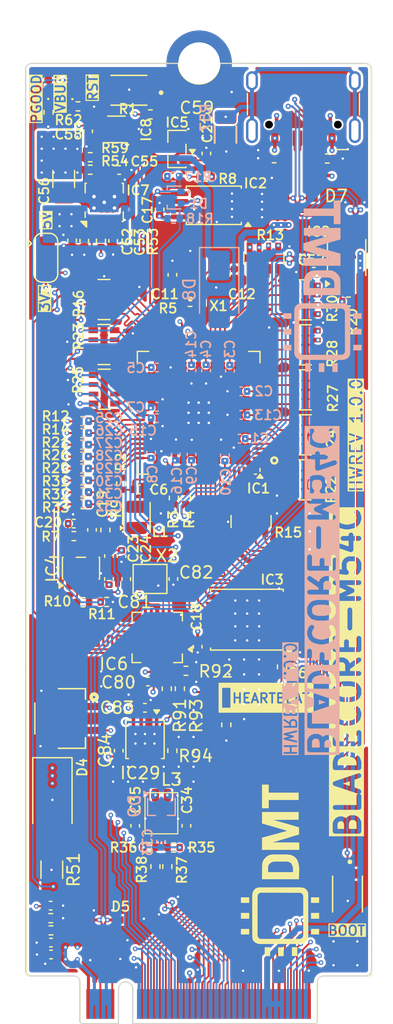
<source format=kicad_pcb>
(kicad_pcb (version 20241229) (generator "pcbnew") (generator_version "9.0")
  (layers (0 "F.Cu" signal "F.Cu (High Speed)") (4 "In1.Cu" power "In1.Cu (GND)") (6 "In2.Cu" signal "In2.Cu (Signal)") (8 "In3.Cu" power "In3.Cu (3.3V)") (10 "In4.Cu" power "In4.Cu (GND)") (2 "B.Cu" signal "B.Cu (High Speed)") (13 "F.Paste" user) (15 "B.Paste" user) (5 "F.SilkS" user "F.Silkscreen") (7 "B.SilkS" user "B.Silkscreen") (1 "F.Mask" user) (3 "B.Mask" user) (25 "Edge.Cuts" user))
  (property "ASSEMBLY_NOTES" "ASSEMBLY NOTES")
  (property "BOARD_NAME" "M54")
  (property "COMPANY" "DvidMakesThings")
  (property "DESIGNER" "David Sipos")
  (property "FABRICATION_NOTES" "FABRICATION NOTES")
  (property "GIT_HASH_PCB" "")
  (property "GIT_HASH_SCH" "")
  (property "GIT_URL" "")
  (property "PROJECT_NAME" "BladeCore")
  (property "RELEASE_BODY_1.0.0" "")
  (property "RELEASE_BODY_1.0.1" "")
  (property "RELEASE_BODY_1.0.2" "")
  (property "RELEASE_BODY_1.1.0" "")
  (property "RELEASE_BODY_UNRELEASED" "")
  (property "RELEASE_DATE_NUM" "2026-02-18")
  (property "RELEASE_TITLE_1.0.0" "")
  (property "RELEASE_TITLE_1.0.1" "")
  (property "RELEASE_TITLE_1.0.2" "")
  (property "RELEASE_TITLE_1.1.0" "")
  (property "RELEASE_TITLE_UNRELEASED" "")
  (property "REVIEWER" "")
  (property "REVISION" "1.0.0")
  (property "SHEET_NAME_1" "Cover Page")
  (property "SHEET_NAME_10" "......................................")
  (property "SHEET_NAME_11" "......................................")
  (property "SHEET_NAME_12" "......................................")
  (property "SHEET_NAME_13" "......................................")
  (property "SHEET_NAME_14" "......................................")
  (property "SHEET_NAME_15" "......................................")
  (property "SHEET_NAME_16" "......................................")
  (property "SHEET_NAME_17" "......................................")
  (property "SHEET_NAME_18" "......................................")
  (property "SHEET_NAME_19" "......................................")
  (property "SHEET_NAME_2" "Block Diagram")
  (property "SHEET_NAME_20" "......................................")
  (property "SHEET_NAME_3" "Project Architecture")
  (property "SHEET_NAME_4" "Microcontroller Peripherals")
  (property "SHEET_NAME_5" "Microcontroller ")
  (property "SHEET_NAME_6" "CAN Interface")
  (property "SHEET_NAME_7" "USB Interface and Power")
  (property "SHEET_NAME_8" "Power - Sequencing")
  (property "SHEET_NAME_9" "Revision History")
  (property "VARIANT" "C")
  (net 0 "")
  (net 1 "GND")
  (net 2 "+5V")
  (net 3 "/Project Architecture/Microcontroller Peripherals/VREG_AVDD")
  (net 4 "/Project Architecture/Microcontroller Peripherals/XO")
  (net 5 "+3.3V")
  (net 6 "/Project Architecture/Microcontroller Peripherals/XIN")
  (net 7 "VREF_OUT")
  (net 8 "/Project Architecture/Microcontroller Peripherals/VREF_IN")
  (net 9 "Net-(C33-Pad1)")
  (net 10 "/Project Architecture/CAN Interface/CAN_TERM_P")
  (net 11 "+1V1")
  (net 12 "/Project Architecture/CAN Interface/CAN_TERM_N")
  (net 13 "/Project Architecture/CAN Interface/XTAL1")
  (net 14 "/Project Architecture/CAN Interface/XTAL2")
  (net 15 "VBUS")
  (net 16 "/Project Architecture/Microcontroller/ADC_VUSB")
  (net 17 "/Project Architecture/USB Interface and Power/BIAS")
  (net 18 "/Project Architecture/USB Interface and Power/SS")
  (net 19 "HEARTBEAT")
  (net 20 "/Project Architecture/Microcontroller Peripherals/I2C0_SCL")
  (net 21 "PGOOD_3V3")
  (net 22 "/Project Architecture/Microcontroller Peripherals/I2C0_SDA")
  (net 23 "RESET")
  (net 24 "QSPI_SD2")
  (net 25 "QSPI_SD1")
  (net 26 "/Project Architecture/USB Interface and Power/USB_IND")
  (net 27 "/Project Architecture/Microcontroller/USB_IND")
  (net 28 "QSPI_SS")
  (net 29 "/Project Architecture/Microcontroller Peripherals/RP_D-")
  (net 30 "QSPI_SD3")
  (net 31 "QSPI_SD0")
  (net 32 "/Project Architecture/Microcontroller Peripherals/XOUT")
  (net 33 "/Project Architecture/Microcontroller Peripherals/SWDIO")
  (net 34 "QSPI_SCLK")
  (net 35 "/Project Architecture/Microcontroller Peripherals/SWCLK")
  (net 36 "/Project Architecture/Microcontroller Peripherals/VREG_LX")
  (net 37 "/Project Architecture/Microcontroller Peripherals/RP_D+")
  (net 38 "/Project Architecture/USB Interface and Power/FB")
  (net 39 "/Project Architecture/GPIO15")
  (net 40 "/Project Architecture/GPIO22")
  (net 41 "/Project Architecture/GPIO16")
  (net 42 "/Project Architecture/GPIO9")
  (net 43 "/Project Architecture/GPIO23")
  (net 44 "/Project Architecture/GPIO18")
  (net 45 "/Project Architecture/GPIO8")
  (net 46 "/Project Architecture/GPIO27")
  (net 47 "/Project Architecture/CAN Interface/IC_CAN_N")
  (net 48 "/Project Architecture/GPIO11")
  (net 49 "/Project Architecture/GPIO13")
  (net 50 "/Project Architecture/GPIO7")
  (net 51 "/Project Architecture/GPIO3")
  (net 52 "/Project Architecture/GPIO10")
  (net 53 "/Project Architecture/PWR")
  (net 54 "/Project Architecture/GPIO17")
  (net 55 "/Project Architecture/ADC0")
  (net 56 "/Project Architecture/GPIO26")
  (net 57 "/Project Architecture/ADC5")
  (net 58 "/Project Architecture/GPIO25")
  (net 59 "/Project Architecture/GPIO21")
  (net 60 "/Project Architecture/GPIO1")
  (net 61 "/Project Architecture/ADC4")
  (net 62 "/Project Architecture/GPIO12")
  (net 63 "/Project Architecture/GPIO19")
  (net 64 "/Project Architecture/GPIO6")
  (net 65 "/Project Architecture/GPIO2")
  (net 66 "/Project Architecture/GPIO4")
  (net 67 "/Project Architecture/CAN Interface/IC_CAN_P")
  (net 68 "/Project Architecture/GPIO0")
  (net 69 "/Project Architecture/GPIO20")
  (net 70 "/Project Architecture/GPIO24")
  (net 71 "/Project Architecture/GPIO14")
  (net 72 "Net-(IC4-V+)")
  (net 73 "Net-(IC1B-GPIO40{slash}ADC0)")
  (net 74 "Net-(IC1B-GPIO41{slash}ADC1)")
  (net 75 "Net-(IC1B-GPIO42{slash}ADC2)")
  (net 76 "Net-(IC1B-GPIO43{slash}ADC3)")
  (net 77 "Net-(IC1B-GPIO44{slash}ADC4)")
  (net 78 "Net-(IC1B-GPIO45{slash}ADC5)")
  (net 79 "Net-(IC1B-GPIO46{slash}ADC6)")
  (net 80 "Net-(IC1B-GPIO47{slash}ADC7)")
  (net 81 "Net-(D6-Pad1)")
  (net 82 "Net-(IC8-Y)")
  (net 83 "Net-(IC1B-GPIO34)")
  (net 84 "Net-(IC1B-GPIO20)")
  (net 85 "Net-(IC1B-GPIO24)")
  (net 86 "Net-(IC1B-GPIO36)")
  (net 87 "Net-(IC1B-GPIO6)")
  (net 88 "Net-(IC1B-GPIO10)")
  (net 89 "Net-(IC1B-GPIO16)")
  (net 90 "Net-(IC1B-GPIO37)")
  (net 91 "Net-(IC1B-GPIO26)")
  (net 92 "Net-(IC1B-GPIO35)")
  (net 93 "Net-(IC1B-GPIO3)")
  (net 94 "Net-(IC1B-GPIO31)")
  (net 95 "Net-(IC1B-GPIO38)")
  (net 96 "Net-(IC1B-GPIO23)")
  (net 97 "Net-(IC1B-GPIO39)")
  (net 98 "Net-(IC1B-GPIO4)")
  (net 99 "Net-(IC1B-GPIO0)")
  (net 100 "Net-(IC1B-GPIO30)")
  (net 101 "Net-(IC1B-GPIO8)")
  (net 102 "Net-(IC1B-GPIO9)")
  (net 103 "Net-(IC1B-GPIO13)")
  (net 104 "Net-(IC1B-GPIO2)")
  (net 105 "Net-(IC1B-GPIO33)")
  (net 106 "Net-(IC1B-GPIO25)")
  (net 107 "Net-(IC1B-GPIO29)")
  (net 108 "Net-(IC1B-GPIO17)")
  (net 109 "Net-(IC1B-GPIO32)")
  (net 110 "Net-(IC1B-GPIO15)")
  (net 111 "Net-(IC1B-GPIO7)")
  (net 112 "Net-(IC1B-GPIO21)")
  (net 113 "Net-(IC1B-GPIO27)")
  (net 114 "Net-(IC1B-GPIO5)")
  (net 115 "Net-(IC1B-GPIO22)")
  (net 116 "Net-(IC1B-GPIO1)")
  (net 117 "Net-(IC1B-GPIO12)")
  (net 118 "Net-(IC1B-GPIO11)")
  (net 119 "Net-(IC1B-GPIO28)")
  (net 120 "Net-(IC1B-GPIO14)")
  (net 121 "Net-(R28-R23)")
  (net 122 "Net-(R28-R24)")
  (net 124 "/Project Architecture/ADC2")
  (net 125 "Net-(IC6-RXCAN)")
  (net 126 "/Project Architecture/ADC3")
  (net 127 "/Project Architecture/ADC1")
  (net 128 "/Project Architecture/GPIO5")
  (net 130 "/Project Architecture/Microcontroller Peripherals/ADC_VREF")
  (net 131 "/Project Architecture/Microcontroller/GPIO38")
  (net 132 "/Project Architecture/Microcontroller/GPIO37")
  (net 133 "/Project Architecture/Microcontroller/GPIO39")
  (net 134 "/Project Architecture/Microcontroller/SPI1_SCSN")
  (net 135 "/Project Architecture/Microcontroller/SPI1_SCLK")
  (net 138 "VBUS_ONBOARD")
  (net 139 "USB_D-")
  (net 140 "USB_D+")
  (net 141 "USB_ONB_D+")
  (net 142 "USB_ONB_D-")
  (net 143 "/Project Architecture/USB Interface and Power/USB_RP_D+")
  (net 144 "/Project Architecture/USB Interface and Power/USB_RP_D-")
  (net 145 "Net-(J3-CC1)")
  (net 146 "Net-(J3-CC2)")
  (net 147 "SHIELD")
  (net 148 "VBUS_ISO")
  (net 150 "Net-(IC6-TXCAN)")
  (net 152 "/Project Architecture/Microcontroller/SPI1_MOSI")
  (net 154 "/Project Architecture/CAN Interface/XOSC")
  (net 155 "/Project Architecture/Microcontroller/SPI1_MISO")
  (net 156 "Net-(IC29-STB)")
  (net 157 "Net-(IC29-RXD)")
  (net 158 "Net-(IC29-TXD)")
  (net 159 "/Project Architecture/CAN_P")
  (net 160 "/Project Architecture/CAN_N")
  (net 164 "/Project Architecture/Microcontroller/CAN_RST")
  (net 165 "/Project Architecture/Microcontroller/CAN_INT")
  (footprint "DS_Vreg:VSON-10-1EP_3x3mm_P0.5mm_EP1.65x2.4mm_ThermalVias" (layer "F.Cu") (at 213.5 95.65 90)
    (property "Reference" "IC7")
    (property "Value" "TPS74801DRCT")
  )
  (footprint "Jumper:SolderJumper-3_P1.3mm_Open_RoundedPad1.0x1.5mm" (layer "F.Cu") (at 208.6 100.3 -90)
    (property "Reference" "JP1" (hide yes))
    (property "Value" "SolderJumper_3_Open")
  )
  (footprint "Diode_SMD:D_SMA" (layer "F.Cu") (at 209.15 145.75 -90)
    (property "Reference" "D4")
    (property "Value" "SS13")
  )
  (footprint "Resistor_SMD:R_0402_1005Metric" (layer "F.Cu") (at 219.85 136.45 -90)
    (property "Reference" "R93")
    (property "Value" "510R 1%")
  )
  (footprint "Resistor_SMD:R_0402_1005Metric" (layer "F.Cu") (at 211.684212 116.979212)
    (property "Reference" "R26")
    (property "Value" "100R 1%")
  )
  (footprint "DS_Peripherals:SOT-363_SC-70-6" (layer "F.Cu") (at 214.525 89.5275 180)
    (property "Reference" "IC8")
    (property "Value" "SN74LVC1G97QDCKRQ1")
  )
  (footprint "Resistor_SMD:R_0402_1005Metric" (layer "F.Cu") (at 220.699212 104.004212 180)
    (property "Reference" "R5")
    (property "Value" "1K 1%")
  )
  (footprint "Resistor_SMD:R_0402_1005Metric" (layer "F.Cu") (at 211.699212 119.979212)
    (property "Reference" "R32")
    (property "Value" "100R 1%")
  )
  (footprint "Resistor_SMD:R_Array_Convex_4x0603" (layer "F.Cu") (at 213.479212 103.804212)
    (property "Reference" "R16")
    (property "Value" "100R 1%")
  )
  (footprint "Capacitor_SMD:C_0402_1005Metric" (layer "F.Cu") (at 210.8 98.84 -90)
    (property "Reference" "C52")
    (property "Value" "100nF 50V")
  )
  (footprint "Capacitor_SMD:C_1206_3216Metric" (layer "F.Cu") (at 210.1 93.69 -90)
    (property "Reference" "C56")
    (property "Value" "10uF 50V")
  )
  (footprint "DS_Crystal:Crystal_SMD_2016-4Pin_2.0x1.6mm" (layer "F.Cu") (at 217.33823 127.25277)
    (property "Reference" "X2")
    (property "Value" "16MHz 8pF")
  )
  (footprint "Capacitor_SMD:C_0402_1005Metric" (layer "F.Cu") (at 220.4 147.95 90)
    (property "Reference" "C34")
    (property "Value" "47pF 100V")
  )
  (footprint "Resistor_SMD:R_0402_1005Metric" (layer "F.Cu") (at 211.699212 115.004212)
    (property "Reference" "R14")
    (property "Value" "100R 1%")
  )
  (footprint "Resistor_SMD:R_Array_Convex_4x0603" (layer "F.Cu") (at 226.904212 100.329212 -90)
    (property "Reference" "R13")
    (property "Value" "100R 1%")
  )
  (footprint "DS_Peripherals:HVSON-8-1EP_3x3mm_P0.65mm_EP1.6x2.4mm" (layer "F.Cu") (at 216.925 140.7 -90)
    (property "Reference" "IC29")
    (property "Value" "TCAN1044AVDRBRQ1")
  )
  (footprint "Resistor_SMD:R_0402_1005Metric" (layer "F.Cu") (at 209.03 156.725 180)
    (property "Reference" "R52" (hide yes))
    (property "Value" "5.1K 1%")
  )
  (footprint "Resistor_SMD:R_0402_1005Metric" (layer "F.Cu") (at 213.225 98.89 -90)
    (property "Reference" "R53")
    (property "Value" "10K 1%")
  )
  (footprint "Capacitor_SMD:C_0402_1005Metric" (layer "F.Cu") (at 211.825 98.865 -90)
    (property "Reference" "C53")
    (property "Value" "1uF 50V")
  )
  (footprint "Capacitor_SMD:C_0402_1005Metric" (layer "F.Cu") (at 216.1 147.95 -90)
    (property "Reference" "C35")
    (property "Value" "47pF 100V")
  )
  (footprint "Resistor_SMD:R_0402_1005Metric" (layer "F.Cu") (at 217.375 88.275)
    (property "Reference" "R1")
    (property "Value" "4.7K 1%")
  )
  (footprint "Resistor_SMD:R_0402_1005Metric" (layer "F.Cu") (at 211.699212 118.979212)
    (property "Reference" "R31")
    (property "Value" "100R 1%")
  )
  (footprint "Resistor_SMD:R_0402_1005Metric" (layer "F.Cu") (at 212.325 91.865 180)
    (property "Reference" "R59")
    (property "Value" "2.4K 1%")
  )
  (footprint "Resistor_SMD:R_1206_3216Metric" (layer "F.Cu") (at 209.1 151.6375 -90)
    (property "Reference" "R51")
    (property "Value" "0R 1%")
  )
  (footprint "Resistor_SMD:R_0402_1005Metric" (layer "F.Cu") (at 213.715 129.175)
    (property "Reference" "R11")
    (property "Value" "10K 1%")
  )
  (footprint "Capacitor_SMD:C_0402_1005Metric" (layer "F.Cu") (at 213.9 127.245 90)
    (property "Reference" "C22" (hide yes))
    (property "Value" "4.7uF 10V")
  )
  (footprint "Capacitor_SMD:C_0402_1005Metric" (layer "F.Cu") (at 210.95 122.6)
    (property "Reference" "C20")
    (property "Value" "4.7uF 10V")
  )
  (footprint "Resistor_SMD:R_0402_1005Metric" (layer "F.Cu") (at 234 103.975)
    (property "Reference" "R20")
    (property "Value" "5.1K 1%")
  )
  (footprint "Resistor_SMD:R_0402_1005Metric" (layer "F.Cu") (at 222.015 93.5)
    (property "Reference" "R8")
    (property "Value" "4.7K 1%")
  )
  (footprint "DS_Memory:WSON8_6x5" (layer "F.Cu") (at 225.478512 130.659212 180)
    (property "Reference" "IC3")
    (property "Value" "W25Q128JVPIQ")
  )
  (footprint "Resistor_SMD:R_0402_1005Metric" (layer "F.Cu") (at 219.22 141.653592 90)
    (property "Reference" "R94")
    (property "Value" "10K 1%")
  )
  (footprint "Capacitor_SMD:C_0402_1005Metric" (layer "F.Cu") (at 214.25 98.885 -90)
    (property "Reference" "C54" (hide yes))
    (property "Value" "1uF 50V")
  )
  (footprint "DS_Peripherals:QFN-20-1EP_4x4mm_P0.5mm_EP2.7x2.7mm" (layer "F.Cu") (at 217.95 132.15 180)
    (property "Reference" "IC6")
    (property "Value" "MCP2515T-I/ML")
  )
  (footprint "Capacitor_SMD:C_0402_1005Metric" (layer "F.Cu") (at 215.35 127.25 90)
    (property "Reference" "C81")
    (property "Value" "10pF 50V")
  )
  (footprint "DS_Connector:USB_C_Receptacle_HCTL_HC-TYPE-C-16P-01A" (layer "F.Cu") (at 230.225 86.525 180)
    (property "Reference" "J3" (hide yes))
    (property "Value" "USB-TYPE-C-018")
  )
  (footprint "Capacitor_SMD:C_0402_1005Metric" (layer "F.Cu") (at 209.005 154.65)
    (property "Reference" "C51" (hide yes))
    (property "Value" "100nF 50V")
  )
  (footprint "DS_Inductor:ACT1210D-101-2P-TL00" (layer "F.Cu") (at 218.3 146.9 -90)
    (property "Reference" "L3")
    (property "Value" "100uH CMC")
  )
  (footprint "Capacitor_SMD:C_0402_1005Metric" (layer "F.Cu") (at 219.306391 127.246542 -90)
    (property "Reference" "C82")
    (property "Value" "10pF 50V")
  )
  (footprint "Resistor_SMD:R_0402_1005Metric" (layer "F.Cu") (at 223.75 139.4825 90)
    (property "Reference" "R34" (hide yes))
    (property "Value" "1K 1%")
  )
  (footprint "Resistor_SMD:R_Array_Convex_4x0603" (layer "F.Cu") (at 213.504212 111.329212)
    (property "Reference" "R25")
    (property "Value" "100R 1%")
  )
  (footprint "Resistor_SMD:R_0402_1005Metric" (layer "F.Cu") (at 220.349212 120.454212 90)
    (property "Reference" "R4")
    (property "Value" "33R 1%")
  )
  (footprint "Capacitor_SMD:C_0402_1005Metric" (layer "F.Cu") (at 212.475 123.125 90)
    (property "Reference" "C19")
    (property "Value" "100nF 50V")
  )
  (footprint "Capacitor_SMD:C_0402_1005Metric" (layer "F.Cu") (at 224.424212 101.729212 -90)
    (property "Reference" "C12")
    (property "Value" "10pF 50V")
  )
  (footprint "LED_SMD:LED_0402_1005Metric" (layer "F.Cu") (at 210.825 85.9 90)
    (property "Reference" "D2" (hide yes))
    (property "Value" "Green")
  )
  (footprint "DS_Connector:JST_SM03B-SRSS-TB_LF__SN_" (layer "F.Cu") (at 212.25 138.95 -90)
    (property "Reference" "J2" (hide yes))
    (property "Value" "SM03B-SRSS-TB")
  )
  (footprint "Resistor_SMD:R_0402_1005Metric" (layer "F.Cu") (at 211.3 87.6 180)
    (property "Reference" "R62")
    (property "Value" "1K 1%")
  )
  (footprint "Capacitor_SMD:C_0402_1005Metric" (layer "F.Cu") (at 216.404212 119.729212)
    (property "Reference" "C6")
    (property "Value" "4.7uF 25V")
  )
  (footprint "Capacitor_SMD:C_0402_1005Metric" (layer "F.Cu") (at 214.95 125.325 -90)
    (property "Reference" "C24")
    (property "Value" "4.7uF 10V")
  )
  (footprint "Resistor_SMD:R_0402_1005Metric" (layer "F.Cu") (at 232.225 91.975)
    (property "Reference" "R19" (hide yes))
    (property "Value" "5.1K 1%")
  )
  (footprint "Resistor_SMD:R_0402_1005Metric" (layer "F.Cu") (at 217.8 151.375 -90)
    (property "Reference" "R38")
    (property "Value" "1R 1%")
  )
  (footprint "DS_Connector:M.2-M-KEY_Card_2280" (layer "F.Cu") (at 221.925 125.42)
    (property "Reference" "J1" (hide yes))
    (property "Value" "MDT320M03001" (hide yes))
  )
  (footprint "Resistor_SMD:R_0402_1005Metric" (layer "F.Cu") (at 211.684212 117.979212)
    (property "Reference" "R29")
    (property "Value" "100R 1%")
  )
  (footprint "Resistor_SMD:R_Array_Convex_4x0603" (layer "F.Cu") (at 213.479212 107.579212)
    (property "Reference" "R23")
    (property "Value" "100R 1%")
  )
  (footprint "Capacitor_SMD:C_0402_1005Metric" (layer "F.Cu") (at 213.9 125.32 -90)
    (property "Reference" "C23")
    (property "Value" "100nF 50V")
  )
  (footprint "Capacitor_SMD:C_0402_1005Metric" (layer "F.Cu") (at 221.35 132.93 -90)
    (property "Reference" "C18")
    (property "Value" "100nF 50V")
  )
  (footprint "Capacitor_SMD:C_0402_1005Metric" (layer "F.Cu") (at 217.17 135.85 180)
    (property "Reference" "C80")
    (property "Value" "100nF 50V")
  )
  (footprint "Capacitor_SMD:C_0402_1005Metric" (layer "F.Cu") (at 231.095 101.475 180)
    (property "Reference" "C57")
    (property "Value" "100nF 50V")
  )
  (footprint "DS_Switch:SW_B3U-1000P" (layer "F.Cu") (at 215.575 86.25 180)
    (property "Reference" "SW2" (hide yes))
    (property "Value" "B3U-1000P")
  )
  (footprint "Capacitor_SMD:C_0402_1005Metric" (layer "F.Cu") (at 214.72 141.653592 90)
    (property "Reference" "C84")
    (property "Value" "100nF 50V")
  )
  (footprint "Capacitor_SMD:C_1206_3216Metric" (layer "F.Cu") (at 223.7 89.975 -90)
    (property "Reference" "C59")
    (property "Value" "1nF 2kV")
  )
  (footprint "Resistor_SMD:R_Array_Convex_4x0603" (layer "F.Cu") (at 230.379212 103.829212 180)
    (property "Reference" "R30")
    (property "Value" "100R 1%")
  )
  (footprint "Resistor_SMD:R_Array_Convex_4x0603" (layer "F.Cu") (at 230.379212 107.604212 180)
    (property "Reference" "R28")
    (property "Value" "100R 1%")
  )
  (footprint "Resistor_SMD:R_0402_1005Metric" (layer "F.Cu") (at 211.699212 114.004212)
    (property "Reference" "R12")
    (property "Value" "100R 1%")
  )
  (footprint "Capacitor_SMD:C_0402_1005Metric" (layer "F.Cu") (at 214.75 92.94)
    (property "Reference" "C55")
    (property "Value" "2.2nF 50V")
  )
  (footprint "Resistor_SMD:R_0402_1005Metric" (layer "F.Cu") (at 213.6 123.14 90)
    (property "Reference" "R9")
    (property "Value" "27R 1%")
  )
  (footprint "Capacitor_SMD:C_0402_1005Metric" (layer "F.Cu") (at 219.224212 101.729212 90)
    (property "Reference" "C11")
    (property "Value" "10pF 50V")
  )
  (footprint "Package_TO_SOT_SMD:SOT-23-5" (layer "F.Cu") (at 211.55 126.3375 90)
    (property "Reference" "IC4")
    (property "Value" "MCP6001RT")
  )
  (footprint "Resistor_SMD:R_0402_1005Metric" (layer "F.Cu") (at 211.725 129.2)
    (property "Reference" "R10")
    (property "Value" "10K 1%")
  )
  (footprint "Capacitor_SMD:C_0402_1005Metric" (layer "F.Cu") (at 209.035 158.75 180)
    (property "Reference" "C49" (hide yes))
    (property "Value" "4.7uF 25V")
  )
  (footprint "Resistor_SMD:R_Array_Convex_4x0603" (layer "F.Cu") (at 230.354212 118.929212 180)
    (property "Reference" "R22")
    (property "Value" "100R 1%")
  )
  (footprint "DS_Vreg:SOT-23" (layer "F.Cu") (at 219.6025 91.175 180)
    (property "Reference" "IC5")
    (property "Value" "LM4040B30FTA")
  )
  (footprint "DS_Diode:SOT143" (layer "F.Cu") (at 213.425 156.8 90)
    (property "Reference" "D5")
    (property "Value" "SP0503BAHTG")
  )
  (footprint "Resistor_SMD:R_0402_1005Metric" (layer "F.Cu") (at 208.825 88.1 -90)
    (property "Reference" "R60" (hide yes))
    (property "Value" "1K 1%")
  )
  (footprint "Resistor_SMD:R_Array_Convex_4x0603" (layer "F.Cu") (at 230.379212 111.379212 180)
    (property "Reference" "R27")
    (property "Value" "100R 1%")
  )
  (footprint "DS_Diode:SOT143" (layer "F.Cu") (at 229.725 94.35 -90)
    (property "Reference" "D7")
    (property "Value" "SP0503BAHTG")
  )
  (footprint "DS_Switch:SW_B3U-1000P" (layer "F.Cu") (at 233.925 153.675 -90)
    (property "Reference" "SW1" (hide yes))
    (property "Value" "B3U-1000P")
  )
  (footprint "LED_SMD:LED_0402_1005Metric" (layer "F.Cu") (at 223.75 137.215 90)
    (property "Reference" "D3" (hide yes))
    (property "Value" "Blue")
  )
  (footprint "Resistor_SMD:R_0402_1005Metric" (layer "F.Cu") (at 218.8 151.375 -90)
    (property "Reference" "R37")
    (property "Value" "1R 1%")
  )
  (footprint "Resistor_SMD:R_0402_1005Metric" (layer "F.Cu") (at 212.325 92.915)
    (property "Reference" "R54")
    (property "Value" "7.5K 1%")
  )
  (footprint "Capacitor_SMD:C_0402_1005Metric" (layer "F.Cu") (at 222.075 91.55 90)
    (property "Reference" "C21")
    (property "Value" "100nF 50V")
  )
  (footprint "Resistor_SMD:R_0402_1005Metric" (layer "F.Cu") (at 210.95 123.65 180)
    (property "Reference" "R7")
    (property "Value" "27R 1%")
  )
  (footprint "Resistor_SMD:R_0402_1005Metric" (layer "F.Cu") (at 209.015 155.7)
    (property "Reference" "R55" (hide yes))
    (property "Value" "5.1K 1%")
  )
  (footprint "Resistor_SMD:R_0402_1005Metric" (layer "F.Cu") (at 218.75 136.45 -90)
    (property "Reference" "R91")
    (property "Value" "1K 1%")
  )
  (footprint "DS_Memory:TSSOP-8" (layer "F.Cu") (at 222.7 95.9 180)
    (property "Reference" "IC2")
    (property "Value" "AT24C256C-XHL-T")
  )
  (footprint "Capacitor_SMD:C_0402_1005Metric" (layer "F.Cu") (at 218.15 96.25 90)
    (property "Reference" "C17")
    (property "Value" "100nF 50V")
  )
  (footprint "Resistor_SMD:R_Array_Convex_4x0603" (layer "F.Cu") (at 225.829212 122.429212 90)
    (property "Reference" "R15")
    (property "Value" "100R 1%")
  )
  (footprint "Capacitor_SMD:C_0402_1005Metric" (layer "F.Cu") (at 216.92 138.053592)
    (property "Reference" "C83")
    (property "Value" "100nF 50V")
  )
  (footprint "DS_Inductor:0805" (layer "F.Cu") (at 216.204212 121.929212 90)
    (property "Reference" "L1")
    (property "Value" "3.3uH 2.8A")
  )
  (footprint "LED_SMD:LED_0402_1005Metric" (layer "F.Cu") (at 208.8 85.8825 90)
    (property "Reference" "D6" (hide yes))
    (property "Value" "Green")
  )
  (footprint "Resistor_SMD:R_0402_1005Metric" (layer "F.Cu") (at 219.325 149.775)
    (property "Reference" "R35")
    (property "Value" "60.4R 1%")
  )
  (footprint "Resistor_SMD:R_Array_Convex_4x0603" (layer "F.Cu") (at 230.379212 115.154212 180)
    (property "Reference" "R24")
    (property "Value" "100R 1%")
  )
  (footprint "Resistor_SMD:R_0402_1005Metric" (layer "F.Cu") (at 228.425 134.615 90)
    (property "Reference" "R6")
    (property "Value" "1K 1%")
  )
  (footprint "Resistor_SMD:R_0402_1005Metric" (layer "F.Cu") (at 211.709212 120.979212)
    (property "Reference" "R33")
    (property "Value" "100R 1%")
  )
  (footprint "Resistor_SMD:R_0402_1005Metric" (layer "F.Cu") (at 217.3 149.75)
    (property "Reference" "R36")
    (property "Value" "60.4R 1%")
  )
  (footprint "Capacitor_SMD:C_0402_1005Metric" (layer "F.Cu") (at 212.15 89.695 -90)
    (property "Reference" "C58")
    (property "Value" "100nF 50V")
  )
  (footprint "Resistor_SMD:R_0402_1005Metric" (layer "F.Cu") (at 211.684212 115.979212)
    (property "Reference" "R21")
    (property "Value" "100R 1%")
  )
  (footprint "DS_Crystal:X3225" (layer "F.Cu") (at 221.824212 101.729212 90)
    (property "Reference" "X1")
    (property "Value" "12MHz 10pF")
  )
  (footprint "DS_Peripherals:MSOP-10_3x3mm_P0.5mm" (layer "F.Cu") (at 233.85 100.275 90)
    (property "Reference" "IC9")
    (property "Value" "FSUSB42MUX")
  )
  (footprint "Capacitor_SMD:C_0402_1005Metric" (layer "F.Cu") (at 209.03 157.75 180)
    (property "Reference" "C50" (hide yes))
    (property "Value" "4.7uF 25V")
  )
  (footprint "Resistor_SMD:R_0402_1005Metric" (layer "F.Cu") (at 227.765 91.95 180)
    (property "Reference" "R56" (hide yes))
    (property "Value" "5.1K 1%")
  )
  (footprint "Resistor_SMD:R_0402_1005Metric" (layer "F.Cu") (at 214.929212 119.254212 -90)
    (property "Reference" "R2")
    (property "Value" "33R 1%")
  )
  (footprint "Resistor_SMD:R_0402_1005Metric" (layer "F.Cu") (at 220.36 134.95)
    (property "Reference" "R92")
    (property "Value" "1K 1%")
  )
  (footprint "Resistor_SMD:R_0402_1005Metric" (layer "F.Cu") (at 219.349212 120.454212 -90)
    (property "Reference" "R3")
    (property "Value" "33R 1%")
  )
  (footprint "DS_Microcontroller:QFN80_10x10" (layer "F.Cu") (at 221.279212 113.304212 180)
    (property "Reference" "IC1")
    (property "Value" "RP2354B")
  )
  (footprint "Capacitor_SMD:C_0402_1005Metric" (layer "B.Cu") (at 220.829212 109.759212 -90)
    (property "Reference" "C14")
    (property "Value" "100nF 50V")
  )
  (footprint "Capacitor_SMD:C_0402_1005Metric" (layer "B.Cu") (at 222.054212 109.759212 -90)
    (property "Reference" "C4")
    (property "Value" "100nF 50V")
  )
  (footprint "Capacitor_SMD:C_0402_1005Metric" (layer "B.Cu") (at 224.054212 109.784212 -90)
    (property "Reference" "C3")
    (property "Value" "100nF 50V")
  )
  (footprint "Capacitor_SMD:C_0402_1005Metric" (layer "B.Cu") (at 217.429212 116.629212 90)
    (property "Reference" "C8")
    (property "Value" "100nF 50V")
  )
  (footprint "Capacitor_SMD:C_0402_1005Metric" (layer "B.Cu") (at 217.924212 112.804212)
    (property "Reference" "C7")
    (property "Value" "100nF 50V")
  )
  (footprint "Capacitor_SMD:C_0402_1005Metric" (layer "B.Cu") (at 217.929212 109.504212)
    (property "Reference" "C5")
    (property "Value" "100nF 50V")
  )
  (footprint "Capacitor_SMD:C_0402_1005Metric" (layer "B.Cu") (at 217.924212 113.754212)
    (property "Reference" "C15")
    (property "Value" "100nF 50V")
  )
  (footprint "Capacitor_SMD:C_0402_1005Metric" (layer "B.Cu") (at 211.674212 119.929212 180)
    (property "Reference" "C31")
    (property "Value" "1nF 50V")
  )
  (footprint "Capacitor_SMD:C_0402_1005Metric" (layer "B.Cu") (at 211.679212 115.979212 180)
    (property "Reference" "C27")
    (property "Value" "1nF 50V")
  )
  (footprint "DS_Diode:SOT-416" (layer "B.Cu") (at 219.3 95.25 180)
    (property "Reference" "D1")
    (property "Value" "RCLAMP0582BQTCT")
  )
  (footprint "Capacitor_SMD:C_0402_1005Metric" (layer "B.Cu") (at 220.829212 116.804212 90)
    (property "Reference" "C9")
    (property "Value" "100nF 50V")
  )
  (footprint "Resistor_SMD:R_0402_1005Metric" (layer "B.Cu") (at 219.32 97.02)
    (property "Reference" "R18")
    (property "Value" "2.2K 1%")
  )
  (footprint "Capacitor_SMD:C_0402_1005Metric" (layer "B.Cu") (at 211.674212 120.904212 180)
    (property "Reference" "C32")
    (property "Value" "1nF 50V")
  )
  (footprint "Capacitor_SMD:C_0402_1005Metric" (layer "B.Cu") (at 224.859212 115.479212 180)
    (property "Reference" "C1")
    (property "Value" "100nF 50V")
  )
  (footprint "Diode_SMD:D_SMA" (layer "B.Cu") (at 223.15 102.95 -90)
    (property "Reference" "D8")
    (property "Value" "SS13")
  )
  (footprint "Resistor_SMD:R_1206_3216Metric" (layer "B.Cu") (at 223.65 89.95 -90)
    (property "Reference" "R57")
    (property "Value" "1M 1%")
  )
  (footprint "Capacitor_SMD:C_0402_1005Metric" (layer "B.Cu") (at 218.275 149.275 90)
    (property "Reference" "C33")
    (property "Value" "4.7nF 50V")
  )
  (footprint "Capacitor_SMD:C_0402_1005Metric" (layer "B.Cu") (at 225.004212 113.479212 180)
    (property "Reference" "C13")
    (property "Value" "100nF 50V")
  )
  (footprint "Capacitor_SMD:C_0402_1005Metric" (layer "B.Cu") (at 225.004212 111.504212 180)
    (property "Reference" "C2")
    (property "Value" "100nF 50V")
  )
  (footprint "Capacitor_SMD:C_0402_1005Metric" (layer "B.Cu") (at 211.679212 118.954212 180)
    (property "Reference" "C30")
    (property "Value" "1nF 50V")
  )
  (footprint "DS_Diode:SOT-323_SC-70" (layer "B.Cu") (at 218.3 146.35 -90)
    (property "Reference" "D9")
    (property "Value" "PESD2CANFD24V-UX")
  )
  (footprint "Resistor_SMD:R_0402_1005Metric" (layer "B.Cu") (at 219.31 93.49)
    (property "Reference" "R17")
    (property "Value" "2.2K 1%")
  )
  (footprint "Capacitor_SMD:C_0402_1005Metric" (layer "B.Cu") (at 211.699212 115.004212 180)
    (property "Reference" "C26")
    (property "Value" "1nF 50V")
  )
  (footprint "Capacitor_SMD:C_0402_1005Metric" (layer "B.Cu") (at 219.504212 116.804212 90)
    (property "Reference" "C16")
    (property "Value" "4.7uF 25V")
  )
  (footprint "Capacitor_SMD:C_0402_1005Metric" (layer "B.Cu") (at 211.699212 114.029212 180)
    (property "Reference" "C25")
    (property "Value" "1nF 50V")
  )
  (footprint "Capacitor_SMD:C_0402_1005Metric" (layer "B.Cu") (at 223.629212 116.879212 90)
    (property "Reference" "C10")
    (property "Value" "100nF 50V")
  )
  (footprint "Capacitor_SMD:C_0402_1005Metric" (layer "B.Cu") (at 211.674212 116.979212 180)
    (property "Reference" "C28")
    (property "Value" "1nF 50V")
  )
  (footprint "Capacitor_SMD:C_0402_1005Metric" (layer "B.Cu") (at 211.674212 117.979212 180)
    (property "Reference" "C29")
    (property "Value" "1nF 50V")
  )
  (gr_poly (pts (xy 230.860656 153.975) (xy 230.860645 153.964635) (xy 230.860814 153.962072) (xy 230.860897 153.96102) (xy 230.860989 153.960098) (xy 230.861096 153.959289) (xy 230.861223 153.958575) (xy 230.861379 153.95794) (xy 230.861568 153.957366) (xy 230.861799 153.956836) (xy 230.862076 153.956334) (xy 230.862408 153.955841) (xy 230.8628 153.955341) (xy 230.863259 153.954817) (xy 230.863791 153.954251) (xy 230.865102 153.952926) (xy 230.871659 153.952688) (xy 230.87822 153.95254) (xy 230.884782 153.952466) (xy 230.891344 153.952449) (xy 230.899752 153.952439) (xy 230.927851 153.952475) (xy 230.947911 153.952473) (xy 231.002545 153.952523) (xy 231.059576 153.952555) (xy 231.167649 153.95264) (xy 231.313634 153.952737) (xy 231.543758 153.952926) (xy 231.543758 154.421238) (xy 230.861133 154.421238) (xy 230.860885 154.189314) (xy 230.860776 154.115963) (xy 230.860754 154.072736) (xy 230.860714 154.043755) (xy 230.860683 153.99997) (xy 230.86064 153.986832)) (fill yes) (layer "F.SilkS"))
  (gr_poly (pts (xy 226.747338 151.630918) (xy 226.751609 151.376591) (xy 226.759926 151.196492) (xy 226.773639 151.071974) (xy 226.782939 151.024728) (xy 226.794095 150.984384) (xy 226.807273 150.94861) (xy 226.822643 150.915075) (xy 226.860633 150.845395) (xy 226.865079 150.837545) (xy 226.874628 150.821586) (xy 226.884611 150.806047) (xy 226.894996 150.79087) (xy 226.905754 150.775997) (xy 226.916855 150.761371) (xy 226.928269 150.746933) (xy 226.939965 150.732627) (xy 226.951915 150.718394) (xy 226.963697 150.704287) (xy 226.992973 150.670576) (xy 227.023154 150.638128) (xy 227.054261 150.607026) (xy 227.086314 150.577349) (xy 227.119332 150.549181) (xy 227.153336 150.522602) (xy 227.188345 150.497694) (xy 227.22438 150.474539) (xy 227.261459 150.453217) (xy 227.299604 150.433812) (xy 227.338834 150.416403) (xy 227.379169 150.401072) (xy 227.420628 150.387902) (xy 227.463233 150.376973) (xy 227.507002 150.368368) (xy 227.551956 150.362166) (xy 227.560621 150.361488) (xy 227.569293 150.360931) (xy 227.586652 150.360101) (xy 227.604023 150.359521) (xy 227.6214 150.359034) (xy 227.629804 150.358783) (xy 227.674614 150.357677) (xy 227.719423 150.356953) (xy 227.809061 150.356298) (xy 227.84281 150.35614) (xy 227.933217 150.355773) (xy 227.989991 150.355553) (xy 228.148183 150.354949) (xy 228.158329 150.354913) (xy 228.178676 150.354843) (xy 228.188873 150.354807) (xy 228.199083 150.354772) (xy 228.362809 150.354103) (xy 228.532198 150.353429) (xy 228.626787 150.353044) (xy 228.754121 150.353553) (xy 228.81706 150.355154) (xy 228.879413 150.358091) (xy 228.941104 150.362695) (xy 229.002055 150.369296) (xy 229.062192 150.378224) (xy 229.121438 150.389807) (xy 229.179716 150.404377) (xy 229.23695 150.422263) (xy 229.293065 150.443795) (xy 229.347984 150.469303) (xy 229.40163 150.499116) (xy 229.453928 150.533565) (xy 229.504802 150.572978) (xy 229.554174 150.617687) (xy 229.563352 150.627114) (xy 229.569444 150.632995) (xy 229.575815 150.639327) (xy 229.581996 150.645751) (xy 229.588006 150.652274) (xy 229.593866 150.658903) (xy 229.599594 150.665647) (xy 229.605211 150.672513) (xy 229.610735 150.67951) (xy 229.616186 150.686645) (xy 229.622962 150.695638) (xy 229.632874 150.708978) (xy 229.642727 150.722363) (xy 229.648048 150.729553) (xy 229.658212 150.74383) (xy 229.668024 150.758373) (xy 229.677494 150.773167) (xy 229.686632 150.788193) (xy 229.695446 150.803434) (xy 229.703946 150.818872) (xy 229.712141 150.834492) (xy 229.72004 150.850274) (xy 229.734988 150.88226) (xy 229.748864 150.91469) (xy 229.761742 150.947427) (xy 229.773696 150.980332) (xy 229.777486 150.991155) (xy 229.799675 151.061296) (xy 229.818361 151.132245) (xy 229.833794 151.203909) (xy 229.84623 151.276195) (xy 229.85592 151.349012) (xy 229.863117 151.422266) (xy 229.868075 151.495866) (xy 229.871046 151.569719) (xy 229.872039 151.717813) (xy 229.868119 151.865811) (xy 229.853632 152.158557) (xy 229.847103 152.297691) (xy 229.841164 152.436863) (xy 227.261477 152.436863) (xy 227.261477 151.837582) (xy 229.341102 151.837582) (xy 229.346962 151.713417) (xy 229.348772 151.661888) (xy 229.349588 151.616007) (xy 229.349224 151.574733) (xy 229.347493 151.537026) (xy 229.34421 151.501844) (xy 229.339188 151.468148) (xy 229.332242 151.434897) (xy 229.323185 151.40105) (xy 229.311831 151.365566) (xy 229.297995 151.327405) (xy 229.28149 151.285526) (xy 229.26213 151.238888) (xy 229.214102 151.127176) (xy 229.206133 151.117099) (xy 229.201577 151.111821) (xy 229.196925 151.106726) (xy 229.192179 151.101801) (xy 229.187341 151.097035) (xy 229.182414 151.092415) (xy 229.177398 151.08793) (xy 229.172297 151.083567) (xy 229.167111 151.079314) (xy 229.161843 151.075159) (xy 229.156495 151.07109) (xy 229.145564 151.063161) (xy 229.134335 151.05543) (xy 229.122821 151.047801) (xy 229.111457 151.040251) (xy 229.097762 151.032059) (xy 229.083808 151.024386) (xy 229.069612 151.017214) (xy 229.055193 151.010526) (xy 229.040568 151.004303) (xy 229.025756 150.998528) (xy 229.010775 150.993182) (xy 228.995643 150.988249) (xy 228.980377 150.983711) (xy 228.964996 150.979548) (xy 228.949518 150.975744) (xy 228.933961 150.972281) (xy 228.902681 150.966307) (xy 228.871301 150.961481) (xy 228.861258 150.960088) (xy 228.833987 150.957184) (xy 228.806629 150.955068) (xy 228.779207 150.95362) (xy 228.751744 150.952721) (xy 228.724261 150.95225) (xy 228.696781 150.952088) (xy 228.64192 150.95221) (xy 228.612988 150.952259) (xy 228.521076 150.95252) (xy 228.481678 150.952643) (xy 228.221071 150.953692) (xy 228.088744 150.95427) (xy 227.993892 150.954705) (xy 227.937923 150.954945) (xy 227.897187 150.955411) (xy 227.857356 150.956663) (xy 227.818399 150.95886) (xy 227.780285 150.962158) (xy 227.742981 150.966717) (xy 227.706456 150.972695) (xy 227.670679 150.980249) (xy 227.635619 150.989537) (xy 227.601243 151.000718) (xy 227.56752 151.01395) (xy 227.534419 151.029391) (xy 227.501909 151.047199) (xy 227.469956 151.067532) (xy 227.438531 151.090548) (xy 227.407602 151.116405) (xy 227.377137 151.145262) (xy 227.365604 151.157507) (xy 227.354799 151.169862) (xy 227.344705 151.182352) (xy 227.335306 151.195004) (xy 227.326584 151.207842) (xy 227.318524 151.220893) (xy 227.311109 151.234182) (xy 227.304322 151.247736) (xy 227.298146 151.26158) (xy 227.292566 151.27574) (xy 227.287565 151.290241) (xy 227.283125 151.305109) (xy 227.279231 151.320371) (xy 227.275865 151.336052) (xy 227.273012 151.352177) (xy 227.270655 151.368773) (xy 227.269218 151.380031) (xy 227.264009 151.436624) (xy 227.260843 151.494045) (xy 227.259305 151.551966) (xy 227.258978 151.610059) (xy 227.261477 151.837582) (xy 227.261477 152.436863) (xy 226.745539 152.436863)) (fill yes) (layer "F.SilkS"))
  (gr_rect (start 224.2 137.805) (end 231 138.3925) (stroke (width 0.15)) (fill yes) (layer "F.SilkS"))
  (gr_rect (start 224.169231 136.2) (end 224.275 138.175) (stroke (width 0.15)) (fill yes) (layer "F.SilkS"))
  (gr_poly (pts (xy 226.866999 148.916789) (xy 226.937285 148.894747) (xy 226.96162 148.887767) (xy 226.983219 148.882149) (xy 227.031621 148.871002) (xy 227.067896 148.862681) (xy 227.104122 148.854152) (xy 227.118408 148.850794) (xy 227.148275 148.843485) (xy 227.178006 148.835758) (xy 227.207628 148.827625) (xy 227.237169 148.8191) (xy 227.246196 148.816438) (xy 227.277667 148.807037) (xy 227.309102 148.79752) (xy 227.409281 148.767903) (xy 227.509777 148.739621) (xy 227.610549 148.712331) (xy 227.711555 148.685689) (xy 227.92401 148.629592) (xy 227.933835 148.626982) (xy 228.088601 148.585599) (xy 228.243247 148.543768) (xy 228.253221 148.541057) (xy 228.458707 148.485047) (xy 228.545685 148.46131) (xy 228.597083 148.447263) (xy 228.661834 148.429785) (xy 228.726698 148.412857) (xy 228.791713 148.396517) (xy 228.856915 148.380801) (xy 228.802678 148.361374) (xy 228.784486 148.354843) (xy 228.738378 148.33866) (xy 228.692 148.323216) (xy 228.645401 148.308389) (xy 228.598635 148.294054) (xy 228.41091 148.239148) (xy 228.358174 148.22376) (xy 228.282316 148.201632) (xy 228.164021 148.167071) (xy 227.976075 148.112381) (xy 227.787929 148.058385) (xy 227.659265 148.02147) (xy 227.530735 147.984095) (xy 227.395298 147.944611) (xy 227.259741 147.905543) (xy 227.245022 147.901336) (xy 227.049712 147.846165) (xy 227.013146 147.835918) (xy 226.904557 147.805543) (xy 226.85952 147.792948) (xy 226.838452 147.787074) (xy 226.809351 147.778939) (xy 226.800876 147.776597) (xy 226.793802 147.774534) (xy 226.786828 147.772368) (xy 226.779928 147.77011) (xy 226.773072 147.767766) (xy 226.759383 147.762857) (xy 226.745539 147.757707) (xy 226.745539 146.793301) (xy 229.825289 146.793301) (xy 229.825289 147.444176) (xy 229.582362 147.447084) (xy 229.57029 147.44722) (xy 229.158433 147.450734) (xy 229.034988 147.451657) (xy 228.814227 147.453314) (xy 228.801069 147.453411) (xy 228.655425 147.45449) (xy 228.602298 147.454883) (xy 228.589049 147.454981) (xy 228.36831 147.456636) (xy 228.245581 147.457547) (xy 227.985689 147.459863) (xy 227.725821 147.46402) (xy 227.72797 147.466201) (xy 227.730197 147.468267) (xy 227.732499 147.470222) (xy 227.734871 147.472071) (xy 227.737312 147.473815) (xy 227.739816 147.47546) (xy 227.745003 147.478464) (xy 227.750406 147.481112) (xy 227.755995 147.483434) (xy 227.761744 147.485459) (xy 227.767625 147.487216) (xy 227.77361 147.488734) (xy 227.779672 147.490044) (xy 227.785783 147.491173) (xy 227.791914 147.492152) (xy 227.80413 147.493776) (xy 227.816099 147.495149) (xy 227.83625 147.497902) (xy 227.856139 147.501386) (xy 227.87582 147.505507) (xy 227.895346 147.510169) (xy 227.914772 147.515278) (xy 227.934152 147.52074) (xy 227.972992 147.532343) (xy 228.006751 147.542458) (xy 228.04054 147.552471) (xy 228.068691 147.560835) (xy 228.194531 147.597544) (xy 228.320571 147.633565) (xy 228.361074 147.645123) (xy 228.72545 147.74853) (xy 228.735888 147.751474) (xy 228.903439 147.798708) (xy 229.041789 147.83801) (xy 229.179901 147.878025) (xy 229.317738 147.918975) (xy 229.455265 147.961077) (xy 229.515152 147.979495) (xy 229.575131 147.997587) (xy 229.695313 148.033039) (xy 229.703863 148.035534) (xy 229.760363 148.051984) (xy 229.774679 148.056146) (xy 229.78821 148.060067) (xy 229.799809 148.063429) (xy 229.828405 148.07137) (xy 229.85704 148.079176) (xy 229.85704 148.686395) (xy 229.724334 148.724842) (xy 229.679752 148.73776) (xy 229.477714 148.795969) (xy 229.341174 148.83503) (xy 229.247945 148.862387) (xy 229.155079 148.890944) (xy 229.019633 148.933604) (xy 229.006283 148.938037) (xy 228.992807 148.942512) (xy 228.965559 148.951557) (xy 228.951956 148.956073) (xy 228.895736 148.974238) (xy 228.839329 148.991658) (xy 228.782733 149.008451) (xy 228.725946 149.024731) (xy 228.717916 149.026998) (xy 228.654728 149.044805) (xy 228.54938 149.075134) (xy 228.444335 149.106496) (xy 228.234743 149.170875) (xy 228.104904 149.210967) (xy 228.082867 149.217768) (xy 228.071828 149.221175) (xy 228.00642 149.241372) (xy 227.965242 149.25409) (xy 227.945988 149.260038) (xy 227.903087 149.273259) (xy 227.889606 149.277434) (xy 227.876141 149.281659) (xy 227.865504 149.284982) (xy 227.85673 149.287766) (xy 227.854099 149.288386) (xy 227.852973 149.288637) (xy 227.851928 149.288852) (xy 227.850928 149.289034) (xy 227.849938 149.289186) (xy 227.848925 149.28931) (xy 227.847853 149.28941) (xy 227.846687 149.289487) (xy 227.845392 149.289545) (xy 227.843934 149.289587) (xy 227.842278 149.289615) (xy 227.838232 149.289641) (xy 227.832977 149.289644) (xy 227.832977 149.281708) (xy 227.806634 149.286495) (xy 227.786015 149.290597) (xy 227.777314 149.292594) (xy 227.769399 149.294664) (xy 227.762054 149.296888) (xy 227.755064 149.299348) (xy 227.748216 149.302124) (xy 227.741292 149.305299) (xy 227.734078 149.308953) (xy 227.72636 149.313169) (xy 227.708547 149.323609) (xy 227.686133 149.33727) (xy 227.69937 149.337366) (xy 228.277526 149.341643) (xy 228.286382 149.341709) (xy 228.476974 149.343134) (xy 228.570454 149.343835) (xy 228.57985 149.343905) (xy 228.880777 149.346132) (xy 229.190293 149.348434) (xy 229.234115 149.348766) (xy 229.242827 149.348831) (xy 229.38106 149.349847) (xy 229.520389 149.350887) (xy 229.595735 149.351444) (xy 229.664952 149.351965) (xy 229.689764 149.352142) (xy 229.736571 149.352764) (xy 229.78332 149.353912) (xy 229.876883 149.357113) (xy 229.876883 149.97227) (xy 226.745539 149.97227) (xy 226.745539 148.95627)) (fill yes) (layer "F.SilkS"))
  (gr_poly (pts (xy 227.428164 158.135988) (xy 227.428164 158.886082) (xy 226.975727 158.886082) (xy 226.975727 158.135988)) (fill yes) (layer "F.SilkS"))
  (gr_poly (pts (xy 231.543758 155.258645) (xy 231.543758 155.746801) (xy 230.861133 155.746801) (xy 230.861133 155.258645)) (fill yes) (layer "F.SilkS"))
  (gr_poly (pts (xy 227.313071 144.495396) (xy 227.313071 145.170083) (xy 229.825289 145.170083) (xy 229.825289 145.789207) (xy 227.313071 145.789207) (xy 227.313071 146.483739) (xy 226.745539 146.483739) (xy 226.745539 144.495396)) (fill yes) (layer "F.SilkS"))
  (gr_poly (pts (xy 224.975 153.975) (xy 224.974989 153.964635) (xy 224.975158 153.962072) (xy 224.975241 153.96102) (xy 224.975333 153.960098) (xy 224.97544 153.959289) (xy 224.975567 153.958575) (xy 224.975723 153.95794) (xy 224.975912 153.957366) (xy 224.976143 153.956836) (xy 224.97642 153.956334) (xy 224.976752 153.955841) (xy 224.977144 153.955341) (xy 224.977603 153.954817) (xy 224.978135 153.954251) (xy 224.979446 153.952926) (xy 224.986109 153.952681) (xy 224.992776 153.952527) (xy 224.999445 153.952446) (xy 225.006113 153.952422) (xy 225.01466 153.952403) (xy 225.043225 153.952412) (xy 225.063618 153.952391) (xy 225.119162 153.952393) (xy 225.177157 153.952387) (xy 225.274567 153.952408) (xy 225.387357 153.952401) (xy 225.484012 153.952391) (xy 225.541821 153.952385) (xy 225.596155 153.952405) (xy 225.616156 153.952399) (xy 225.643341 153.952422) (xy 225.658746 153.952426) (xy 225.662471 153.952599) (xy 225.665319 153.952777) (xy 225.66647 153.952885) (xy 225.667468 153.953013) (xy 225.668336 153.953169) (xy 225.669097 153.95336) (xy 225.669772 153.95359) (xy 225.670383 153.953869) (xy 225.670954 153.9542) (xy 225.671507 153.954592) (xy 225.672063 153.955051) (xy 225.672645 153.955584) (xy 225.673977 153.956894) (xy 225.674213 153.961416) (xy 225.674361 153.965943) (xy 225.674436 153.970471) (xy 225.674454 153.975) (xy 225.674471 153.986832) (xy 225.674428 153.99997) (xy 225.674429 154.013919) (xy 225.674365 154.058857) (xy 225.674353 154.086507) (xy 225.674225 154.189314) (xy 225.673977 154.421238) (xy 224.975477 154.421238) (xy 224.975229 154.189314) (xy 224.97512 154.115963) (xy 224.975098 154.072736) (xy 224.975058 154.043755) (xy 224.975027 153.99997) (xy 224.974983 153.986832)) (fill yes) (layer "F.SilkS"))
  (gr_poly (pts (xy 225.673977 155.258645) (xy 225.673977 155.746801) (xy 224.975477 155.746801) (xy 224.975477 155.258645)) (fill yes) (layer "F.SilkS"))
  (gr_poly (pts (xy 229.710196 158.135988) (xy 229.710196 158.870207) (xy 229.257758 158.870207) (xy 229.257758 158.135988)) (fill yes) (layer "F.SilkS"))
  (gr_rect (start 230.836991 136.31875) (end 231 138.25) (stroke (width 0.15)) (fill yes) (layer "F.SilkS"))
  (gr_rect (start 224.2 136.025) (end 231 136.6125) (stroke (width 0.15)) (fill yes) (layer "F.SilkS"))
  (gr_rect (start 223.175 138.1175) (end 224.2 138.3925) (stroke (width 0.15)) (fill yes) (layer "F.SilkS"))
  (gr_poly (pts (xy 228.567196 158.139957) (xy 228.567196 158.886082) (xy 228.098883 158.886082) (xy 228.098883 158.139957)) (fill yes) (layer "F.SilkS"))
  (gr_rect (start 223.175 136.025) (end 224.2 136.3) (stroke (width 0.15)) (fill yes) (layer "F.SilkS"))
  (gr_poly (pts (xy 227.822032 149.279088) (xy 227.825846 149.277119) (xy 227.827421 149.27635) (xy 227.828822 149.275708) (xy 227.830084 149.275183) (xy 227.831241 149.274762) (xy 227.832328 149.274435) (xy 227.83338 149.274189) (xy 227.834433 149.274012) (xy 227.83552 149.273894) (xy 227.836677 149.273822) (xy 227.837938 149.273786) (xy 227.840915 149.27377) (xy 227.840915 149.281708) (xy 227.860758 149.281708) (xy 227.856797 149.284328) (xy 227.855134 149.285387) (xy 227.853627 149.286296) (xy 227.852237 149.287065) (xy 227.850922 149.287707) (xy 227.85028 149.287983) (xy 227.849642 149.288232) (xy 227.849002 149.288455) (xy 227.848356 149.288652) (xy 227.847698 149.288827) (xy 227.847024 149.28898) (xy 227.845604 149.289226) (xy 227.844057 149.289402) (xy 227.842341 149.28952) (xy 227.840416 149.289592) (xy 227.83824 149.289629) (xy 227.832977 149.289644) (xy 227.832977 149.281708) (xy 227.817102 149.281708)) (fill yes) (layer "F.SilkS"))
  (gr_poly (pts (xy 231.543758 156.600082) (xy 231.543758 157.068394) (xy 230.861133 157.068394) (xy 230.861133 156.600082)) (fill yes) (layer "F.SilkS"))
  (gr_poly (pts (xy 225.922759 153.835391) (xy 225.923762 153.799041) (xy 225.92565 153.762799) (xy 225.928529 153.72673) (xy 225.932505 153.690893) (xy 225.937682 153.655352) (xy 225.944167 153.620168) (xy 225.952066 153.585404) (xy 225.961483 153.551121) (xy 225.972524 153.517381) (xy 225.985295 153.484247) (xy 225.999901 153.451781) (xy 226.016448 153.420044) (xy 226.035041 153.389099) (xy 226.055787 153.359008) (xy 226.07879 153.329832) (xy 226.084289 153.323255) (xy 226.103745 153.301525) (xy 226.124254 153.280966) (xy 226.145753 153.261582) (xy 226.168183 153.243381) (xy 226.191481 153.226368) (xy 226.215587 153.210551) (xy 226.240439 153.195935) (xy 226.265975 153.182526) (xy 226.292136 153.170332) (xy 226.318858 153.159357) (xy 226.346082 153.14961) (xy 226.373745 153.141095) (xy 226.401787 153.133819) (xy 226.430146 153.127788) (xy 226.458761 153.123009) (xy 226.487571 153.119489) (xy 226.496772 153.119029) (xy 226.505975 153.118694) (xy 226.51518 153.118447) (xy 226.524391 153.118253) (xy 226.535415 153.118007) (xy 226.572432 153.117292) (xy 226.585829 153.11704) (xy 226.685392 153.115686) (xy 226.784961 153.115074) (xy 226.984106 153.114941) (xy 227.10367 153.114908) (xy 227.351241 153.114857) (xy 227.542368 153.114834) (xy 227.597675 153.114823) (xy 227.611568 153.114821) (xy 227.997337 153.114782) (xy 228.01197 153.114783) (xy 228.085376 153.114784) (xy 228.100098 153.114784) (xy 228.129572 153.114784) (xy 228.58903 153.114703) (xy 229.106657 153.114611) (xy 229.161863 153.114612) (xy 229.175591 153.114612) (xy 229.393726 153.114552) (xy 229.612844 153.114541) (xy 229.742802 153.11451) (xy 229.829786 153.11452) (xy 229.879212 153.114506) (xy 229.959329 153.115638) (xy 229.998948 153.117412) (xy 230.038199 153.120212) (xy 230.077027 153.124204) (xy 230.115376 153.129553) (xy 230.153191 153.136425) (xy 230.190416 153.144986) (xy 230.226994 153.1554) (xy 230.262872 153.167834) (xy 230.297992 153.182452) (xy 230.3323 153.199421) (xy 230.365739 153.218906) (xy 230.398254 153.241073) (xy 230.42979 153.266087) (xy 230.46029 153.294113) (xy 230.473616 153.30791) (xy 230.486624 153.322356) (xy 230.499278 153.337404) (xy 230.511544 153.353007) (xy 230.523388 153.369116) (xy 230.534776 153.385683) (xy 230.545674 153.402659) (xy 230.556048 153.419998) (xy 230.565863 153.437651) (xy 230.575086 153.455569) (xy 230.583681 153.473706) (xy 230.591616 153.492012) (xy 230.598856 153.510439) (xy 230.605366 153.528941) (xy 230.611113 153.547468) (xy 230.616063 153.565973) (xy 230.618032 153.573962) (xy 230.619812 153.582385) (xy 230.621357 153.590835) (xy 230.622682 153.599308) (xy 230.623804 153.607803) (xy 230.625507 153.62485) (xy 230.626598 153.641955) (xy 230.62721 153.659103) (xy 230.627478 153.676273) (xy 230.627509 153.710613) (xy 230.627538 153.729591) (xy 230.627561 153.781621) (xy 230.627605 153.838274) (xy 230.627667 153.950583) (xy 230.627748 154.08513) (xy 230.627907 154.41028) (xy 230.627965 154.564123) (xy 230.628124 155.082595) (xy 230.628131 155.1239) (xy 230.628132 155.132177) (xy 230.628147 155.215183) (xy 230.62815 155.231825) (xy 230.628398 155.766272) (xy 230.628605 156.150421) (xy 230.628607 156.158406) (xy 230.628632 156.339754) (xy 230.628638 156.401805) (xy 230.628639 156.417238) (xy 230.628792 156.663) (xy 230.628856 156.910049) (xy 230.628945 157.056762) (xy 230.628944 157.154855) (xy 230.628981 157.210684) (xy 230.628979 157.294477) (xy 230.628384 157.322296) (xy 230.627115 157.343966) (xy 230.626162 157.353252) (xy 230.624962 157.36191) (xy 230.623488 157.370243) (xy 230.621715 157.378554) (xy 230.617165 157.396324) (xy 230.611102 157.417644) (xy 230.608419 157.427177) (xy 230.604347 157.440847) (xy 230.599921 157.454393) (xy 230.595144 157.46781) (xy 230.590024 157.481092) (xy 230.584566 157.494234) (xy 230.578777 157.507231) (xy 230.572661 157.520076) (xy 230.566226 157.532765) (xy 230.559477 157.545293) (xy 230.55242 157.557652) (xy 230.545061 157.569839) (xy 230.537406 157.581847) (xy 230.529461 157.593672) (xy 230.521232 157.605307) (xy 230.512725 157.616748) (xy 230.503946 157.627988) (xy 230.498287 157.635067) (xy 230.4838 157.652311) (xy 230.468812 157.66887) (xy 230.453333 157.684755) (xy 230.437374 157.699976) (xy 230.420945 157.714544) (xy 230.404056 157.728469) (xy 230.386717 157.741762) (xy 230.368939 157.754433) (xy 230.350733 157.766493) (xy 230.332107 157.777952) (xy 230.313073 157.788821) (xy 230.293642 157.799111) (xy 230.273822 157.808831) (xy 230.253625 157.817992) (xy 230.233061 157.826606) (xy 230.21214 157.834681) (xy 230.202577 157.838278) (xy 230.193044 157.841952) (xy 230.184043 157.845463) (xy 230.176273 157.848529) (xy 230.166228 157.85188) (xy 230.156308 157.854883) (xy 230.146447 157.857523) (xy 230.136578 157.859785) (xy 230.131619 157.860768) (xy 230.126633 157.861651) (xy 230.12161 157.862432) (xy 230.116544 157.863107) (xy 230.111425 157.863677) (xy 230.106246 157.864137) (xy 230.100996 157.864487) (xy 230.095669 157.864725) (xy 230.085803 157.865147) (xy 230.059402 157.865978) (xy 230.032998 157.866456) (xy 230.00659 157.866679) (xy 229.980176 157.866741) (xy 229.958316 157.866801) (xy 229.898758 157.866909) (xy 229.833949 157.867047) (xy 229.813878 157.867085) (xy 229.813878 157.438998) (xy 229.835426 157.43887) (xy 229.856764 157.438293) (xy 229.877873 157.437187) (xy 229.898734 157.435472) (xy 229.91933 157.433068) (xy 229.93964 157.429895) (xy 229.959647 157.425875) (xy 229.979331 157.420926) (xy 229.998673 157.414969) (xy 230.017655 157.407925) (xy 230.036258 157.399713) (xy 230.054464 157.390253) (xy 230.072252 157.379467) (xy 230.089605 157.367274) (xy 230.106504 157.353594) (xy 230.12293 157.338347) (xy 230.134253 157.323966) (xy 230.144544 157.309147) (xy 230.153844 157.293917) (xy 230.162196 157.278305) (xy 230.16964 157.262341) (xy 230.176218 157.246052) (xy 230.18197 157.229469) (xy 230.186939 157.212619) (xy 230.191165 157.195532) (xy 230.19469 157.178237) (xy 230.197555 157.160762) (xy 230.199801 157.143136) (xy 230.20147 157.125387) (xy 230.202603 157.107546) (xy 230.203241 157.08964) (xy 230.203426 157.071699) (xy 230.203496 157.055464) (xy 230.203578 157.011204) (xy 230.203707 156.962886) (xy 230.20391 156.86713) (xy 230.204168 156.75215) (xy 230.204663 156.513194) (xy 230.205014 156.32833) (xy 230.206171 155.625143) (xy 230.20644 155.4319) (xy 230.207168 154.767278) (xy 230.207194 154.724603) (xy 230.207211 154.696277) (xy 230.207416 154.4847) (xy 230.207575 154.243656) (xy 230.20769 154.108462) (xy 230.207718 154.01796) (xy 230.207762 153.966388) (xy 230.207798 153.942869) (xy 230.20776 153.91935) (xy 230.207763 153.91094) (xy 230.207799 153.902531) (xy 230.207673 153.887608) (xy 230.207109 153.872916) (xy 230.206087 153.858448) (xy 230.204589 153.844195) (xy 230.202598 153.83015) (xy 230.200093 153.816304) (xy 230.197058 153.802649) (xy 230.193472 153.789177) (xy 230.189319 153.77588) (xy 230.184579 153.76275) (xy 230.179234 153.749778) (xy 230.173266 153.736958) (xy 230.166656 153.72428) (xy 230.159385 153.711736) (xy 230.151436 153.699319) (xy 230.142789 153.68702) (xy 230.137736 153.679873) (xy 230.134891 153.676273) (xy 230.131927 153.672791) (xy 230.128855 153.669416) (xy 230.125683 153.666141) (xy 230.122421 153.662956) (xy 230.119078 153.659854) (xy 230.115663 153.656826) (xy 230.112187 153.653862) (xy 230.105084 153.648095) (xy 230.097845 153.642485) (xy 230.083258 153.631457) (xy 230.072375 153.622931) (xy 230.063054 153.616142) (xy 230.053731 153.609975) (xy 230.044387 153.604405) (xy 230.035002 153.599405) (xy 230.025557 153.594951) (xy 230.016031 153.591017) (xy 230.006405 153.587578) (xy 229.996658 153.584608) (xy 229.986772 153.582082) (xy 229.976726 153.579974) (xy 229.9665 153.578259) (xy 229.956075 153.576912) (xy 229.945431 153.575907) (xy 229.934547 153.575219) (xy 229.923405 153.574823) (xy 229.911985 153.574692) (xy 229.897461 153.57459) (xy 229.857177 153.574419) (xy 229.812179 153.574191) (xy 229.72029 153.573788) (xy 229.641984 153.573453) (xy 228.431064 153.569484) (xy 228.243634 153.568965) (xy 228.232612 153.568934) (xy 227.575489 153.566825) (xy 227.565921 153.56679) (xy 227.198336 153.565392) (xy 227.116226 153.565073) (xy 227.108255 153.565042) (xy 227.069145 153.564891) (xy 226.995729 153.564603) (xy 226.981925 153.564547) (xy 226.955001 153.564437) (xy 226.891425 153.564233) (xy 226.867346 153.564177) (xy 226.855575 153.56415) (xy 226.821063 153.563941) (xy 226.786553 153.56354) (xy 226.743018 153.563068) (xy 226.733097 153.562932) (xy 226.723175 153.562749) (xy 226.712616 153.562641) (xy 226.702165 153.562766) (xy 226.691815 153.563132) (xy 226.681559 153.563752) (xy 226.67139 153.564635) (xy 226.6613 153.565792) (xy 226.651283 153.567234) (xy 226.641331 153.568971) (xy 226.631438 153.571013) (xy 226.621596 153.573371) (xy 226.611798 153.576056) (xy 226.602037 153.579078) (xy 226.592307 153.582447) (xy 226.582599 153.586175) (xy 226.572908 153.590271) (xy 226.563225 153.594746) (xy 226.5544 153.598879) (xy 226.545362 153.603129) (xy 226.536337 153.607406) (xy 226.529443 153.610538) (xy 226.522518 153.613577) (xy 226.515562 153.616547) (xy 226.508577 153.619473) (xy 226.496434 153.624718) (xy 226.490723 153.627315) (xy 226.485246 153.62995) (xy 226.479999 153.632661) (xy 226.474975 153.635491) (xy 226.470171 153.638477) (xy 226.465581 153.641662) (xy 226.4612 153.645084) (xy 226.457024 153.648785) (xy 226.453046 153.652804) (xy 226.449264 153.657181) (xy 226.44567 153.661958) (xy 226.442261 153.667173) (xy 226.439032 153.672868) (xy 226.435977 153.679082) (xy 226.429171 153.691329) (xy 226.424236 153.700716) (xy 226.419582 153.710129) (xy 226.415199 153.719593) (xy 226.411078 153.729136) (xy 226.40721 153.738785) (xy 226.403587 153.748565) (xy 226.400197 153.758504) (xy 226.397034 153.768627) (xy 226.394692 153.77641) (xy 226.392337 153.785274) (xy 226.390225 153.794149) (xy 226.388342 153.803036) (xy 226.386676 153.811935) (xy 226.385213 153.820848) (xy 226.38394 153.829775) (xy 226.381913 153.847677) (xy 226.38049 153.865651) (xy 226.379568 153.883704) (xy 226.379041 153.901846) (xy 226.378804 153.920084) (xy 226.378579 153.940371) (xy 226.378086 153.997007) (xy 226.377773 154.034224) (xy 226.375749 154.458217) (xy 226.375516 154.882217) (xy 226.375457 155.00224) (xy 226.375297 155.414993) (xy 226.375292 155.440611) (xy 226.375289 155.453439) (xy 226.375274 155.517743) (xy 226.375272 155.530631) (xy 226.375018 155.946934) (xy 226.374791 156.389797) (xy 226.374785 156.438356) (xy 226.374784 156.450428) (xy 226.374631 156.64209) (xy 226.374567 156.834145) (xy 226.374477 156.948013) (xy 226.374479 157.024146) (xy 226.374496 157.04579) (xy 226.374441 157.067434) (xy 226.374113 157.1026) (xy 226.374281 157.130236) (xy 226.374671 157.141982) (xy 226.375329 157.152747) (xy 226.376303 157.162831) (xy 226.377641 157.172535) (xy 226.37939 157.18216) (xy 226.3816 157.192005) (xy 226.384317 157.202371) (xy 226.387591 157.213559) (xy 226.395998 157.239602) (xy 226.407204 157.272537) (xy 226.411319 157.280318) (xy 226.418303 157.292682) (xy 226.425622 157.304628) (xy 226.43329 157.316145) (xy 226.44132 157.327222) (xy 226.449727 157.337847) (xy 226.458523 157.348009) (xy 226.467723 157.357696) (xy 226.477339 157.366897) (xy 226.487386 157.3756) (xy 226.497877 157.383793) (xy 226.508826 157.391466) (xy 226.520247 157.398606) (xy 226.532152 157.405203) (xy 226.544556 157.411244) (xy 226.557472 157.416718) (xy 226.570915 157.421613) (xy 226.585982 157.425168) (xy 226.600948 157.428118) (xy 226.615866 157.430507) (xy 226.63079 157.432377) (xy 226.645774 157.433771) (xy 226.660874 157.434731) (xy 226.676141 157.435301) (xy 226.691632 157.435522) (xy 226.710038 157.435732) (xy 226.735817 157.435965) (xy 226.761596 157.436129) (xy 226.795728 157.436388) (xy 227.211845 157.438207) (xy 227.627968 157.438285) (xy 227.74803 157.438324) (xy 228.160733 157.438431) (xy 228.18637 157.438434) (xy 228.212057 157.438436) (xy 228.263563 157.438442) (xy 228.276462 157.438443) (xy 228.692994 157.438613) (xy 229.135844 157.43877) (xy 229.184393 157.438772) (xy 229.196464 157.438773) (xy 229.388237 157.438879) (xy 229.580395 157.438917) (xy 229.694375 157.438977) (xy 229.770541 157.438972) (xy 229.813878 157.438998) (xy 229.813878 157.867085) (xy 229.706127 157.867292) (xy 229.554194 157.867588) (xy 229.200027 157.868243) (xy 229.07211 157.868466) (xy 229.063602 157.868482) (xy 229.029549 157.868542) (xy 228.164381 157.86992) (xy 227.944969 157.870245) (xy 227.343931 157.870967) (xy 227.307828 157.870991) (xy 227.283977 157.871007) (xy 227.107642 157.871208) (xy 226.909374 157.871367) (xy 226.800569 157.871483) (xy 226.728438 157.871511) (xy 226.68778 157.871555) (xy 226.646486 157.871226) (xy 226.605754 157.869878) (xy 226.565592 157.867401) (xy 226.526007 157.863689) (xy 226.487006 157.858633) (xy 226.448597 157.852126) (xy 226.410787 157.844061) (xy 226.373583 157.834328) (xy 226.336992 157.822822) (xy 226.301021 157.809433) (xy 226.265678 157.794055) (xy 226.230971 157.77658) (xy 226.196905 157.7569) (xy 226.163489 157.734906) (xy 226.130729 157.710493) (xy 226.098633 157.683551) (xy 226.08989 157.67583) (xy 226.070477 157.656327) (xy 226.052452 157.635661) (xy 226.035788 157.613926) (xy 226.02046 157.591219) (xy 226.006439 157.567633) (xy 225.9937 157.543264) (xy 225.982215 157.518208) (xy 225.971958 157.492558) (xy 225.962902 157.466411) (xy 225.95502 157.439861) (xy 225.948286 157.413004) (xy 225.942673 157.385934) (xy 225.938154 157.358747) (xy 225.934702 157.331537) (xy 225.93229 157.304401) (xy 225.930893 157.277432) (xy 225.93022 157.247308) (xy 225.929796 157.217179) (xy 225.929363 157.156918) (xy 225.929004 157.111013) (xy 225.928038 156.965261) (xy 225.927853 156.930196) (xy 225.926798 156.615581) (xy 225.926599 156.524622) (xy 225.926567 156.51114) (xy 225.926502 156.483913) (xy 225.925833 156.169833) (xy 225.925624 156.066323) (xy 225.924147 155.254024) (xy 225.923869 155.083849) (xy 225.923123 154.503221) (xy 225.923099 154.468594) (xy 225.923083 154.445698) (xy 225.922882 154.27644) (xy 225.922723 154.085969) (xy 225.922608 153.980999) (xy 225.92258 153.911198) (xy 225.922536 153.871788)) (fill yes) (layer "F.SilkS"))
  (gr_rect (start 223.175 136.025) (end 223.325 138.3925) (stroke (width 0.15)) (fill yes) (layer "F.SilkS"))
  (gr_poly (pts (xy 225.673977 156.600082) (xy 225.673977 157.068394) (xy 224.975477 157.068394) (xy 224.975477 156.600082)) (fill yes) (layer "F.SilkS"))
  (gr_poly (pts (xy 228.538515 107.601472) (xy 228.538515 108.069784) (xy 229.22114 108.069784) (xy 229.22114 107.601472)) (fill yes) (layer "B.SilkS"))
  (gr_poly (pts (xy 234.159514 104.836781) (xy 234.158511 104.800431) (xy 234.156623 104.764189) (xy 234.153744 104.72812) (xy 234.149768 104.692283) (xy 234.144591 104.656742) (xy 234.138106 104.621558) (xy 234.130207 104.586794) (xy 234.12079 104.552511) (xy 234.109749 104.518771) (xy 234.096978 104.485637) (xy 234.082372 104.453171) (xy 234.065825 104.421434) (xy 234.047232 104.390489) (xy 234.026486 104.360398) (xy 234.003483 104.331222) (xy 233.997984 104.324645) (xy 233.978528 104.302915) (xy 233.958019 104.282356) (xy 233.93652 104.262972) (xy 233.91409 104.244771) (xy 233.890792 104.227758) (xy 233.866686 104.211941) (xy 233.841834 104.197325) (xy 233.816298 104.183916) (xy 233.790137 104.171722) (xy 233.763415 104.160747) (xy 233.736191 104.151) (xy 233.708528 104.142485) (xy 233.680486 104.135209) (xy 233.652127 104.129178) (xy 233.623512 104.124399) (xy 233.594702 104.120879) (xy 233.585501 104.120419) (xy 233.576298 104.120084) (xy 233.567093 104.119837) (xy 233.557882 104.119643) (xy 233.546858 104.119397) (xy 233.509841 104.118682) (xy 233.496444 104.11843) (xy 233.396881 104.117076) (xy 233.297312 104.116464) (xy 233.098167 104.116331) (xy 232.978603 104.116298) (xy 232.731032 104.116247) (xy 232.539905 104.116224) (xy 232.484598 104.116213) (xy 232.470705 104.116211) (xy 232.084936 104.116172) (xy 232.070303 104.116173) (xy 231.996897 104.116174) (xy 231.982175 104.116174) (xy 231.952701 104.116174) (xy 231.493243 104.116093) (xy 230.975616 104.116001) (xy 230.92041 104.116002) (xy 230.906682 104.116002) (xy 230.688547 104.115942) (xy 230.469429 104.115931) (xy 230.339471 104.1159) (xy 230.252487 104.11591) (xy 230.203061 104.115896) (xy 230.122944 104.117028) (xy 230.083325 104.118802) (xy 230.044074 104.121602) (xy 230.005246 104.125594) (xy 229.966897 104.130943) (xy 229.929082 104.137815) (xy 229.891857 104.146376) (xy 229.855279 104.15679) (xy 229.819401 104.169224) (xy 229.784281 104.183842) (xy 229.749973 104.200811) (xy 229.716534 104.220296) (xy 229.684019 104.242463) (xy 229.652483 104.267477) (xy 229.621983 104.295503) (xy 229.608657 104.3093) (xy 229.595649 104.323746) (xy 229.582995 104.338794) (xy 229.570729 104.354397) (xy 229.558885 104.370506) (xy 229.547497 104.387073) (xy 229.536599 104.404049) (xy 229.526225 104.421388) (xy 229.51641 104.439041) (xy 229.507187 104.456959) (xy 229.498592 104.475096) (xy 229.490657 104.493402) (xy 229.483417 104.511829) (xy 229.476907 104.530331) (xy 229.47116 104.548858) (xy 229.46621 104.567363) (xy 229.464241 104.575352) (xy 229.462461 104.583775) (xy 229.460916 104.592225) (xy 229.459591 104.600698) (xy 229.458469 104.609193) (xy 229.456766 104.62624) (xy 229.455675 104.643345) (xy 229.455063 104.660493) (xy 229.454795 104.677663) (xy 229.454764 104.712003) (xy 229.454735 104.730981) (xy 229.454712 104.783011) (xy 229.454668 104.839664) (xy 229.454606 104.951973) (xy 229.454525 105.08652) (xy 229.454366 105.41167) (xy 229.454308 105.565513) (xy 229.454149 106.083985) (xy 229.454142 106.12529) (xy 229.454141 106.133567) (xy 229.454126 106.216573) (xy 229.454123 106.233215) (xy 229.453875 106.767662) (xy 229.453668 107.151811) (xy 229.453666 107.159796) (xy 229.453641 107.341144) (xy 229.453635 107.403195) (xy 229.453634 107.418628) (xy 229.453481 107.66439) (xy 229.453417 107.911439) (xy 229.453328 108.058152) (xy 229.453329 108.156245) (xy 229.453292 108.212074) (xy 229.453294 108.295867) (xy 229.453889 108.323686) (xy 229.455158 108.345356) (xy 229.456111 108.354642) (xy 229.457311 108.3633) (xy 229.458785 108.371633) (xy 229.460558 108.379944) (xy 229.465108 108.397714) (xy 229.471171 108.419034) (xy 229.473854 108.428567) (xy 229.477926 108.442237) (xy 229.482352 108.455783) (xy 229.487129 108.4692) (xy 229.492249 108.482482) (xy 229.497707 108.495624) (xy 229.503496 108.508621) (xy 229.509612 108.521466) (xy 229.516047 108.534155) (xy 229.522796 108.546683) (xy 229.529853 108.559042) (xy 229.537212 108.571229) (xy 229.544867 108.583237) (xy 229.552812 108.595062) (xy 229.561041 108.606697) (xy 229.569548 108.618138) (xy 229.578327 108.629378) (xy 229.583986 108.636457) (xy 229.598473 108.653701) (xy 229.613461 108.67026) (xy 229.62894 108.686145) (xy 229.644899 108.701366) (xy 229.661328 108.715934) (xy 229.678217 108.729859) (xy 229.695556 108.743152) (xy 229.713334 108.755823) (xy 229.73154 108.767883) (xy 229.750166 108.779342) (xy 229.7692 108.790211) (xy 229.788631 108.800501) (xy 229.808451 108.810221) (xy 229.828648 108.819382) (xy 229.849212 108.827996) (xy 229.870133 108.836071) (xy 229.879696 108.839668) (xy 229.889229 108.843342) (xy 229.89823 108.846853) (xy 229.906 108.849919) (xy 229.916045 108.85327) (xy 229.925965 108.856273) (xy 229.935826 108.858913) (xy 229.945695 108.861175) (xy 229.950654 108.862158) (xy 229.95564 108.863041) (xy 229.960663 108.863822) (xy 229.965729 108.864497) (xy 229.970848 108.865067) (xy 229.976027 108.865527) (xy 229.981277 108.865877) (xy 229.986604 108.866115) (xy 229.99647 108.866537) (xy 230.022871 108.867368) (xy 230.049275 108.867846) (xy 230.075683 108.868069) (xy 230.102097 108.868131) (xy 230.123957 108.868191) (xy 230.183515 108.868299) (xy 230.248324 108.868437) (xy 230.268395 108.868475) (xy 230.268395 108.440388) (xy 230.246847 108.44026) (xy 230.225509 108.439683) (xy 230.2044 108.438577) (xy 230.183539 108.436862) (xy 230.162943 108.434458) (xy 230.142633 108.431285) (xy 230.122626 108.427265) (xy 230.102942 108.422316) (xy 230.0836 108.416359) (xy 230.064618 108.409315) (xy 230.046015 108.401103) (xy 230.027809 108.391643) (xy 230.010021 108.380857) (xy 229.992668 108.368664) (xy 229.975769 108.354984) (xy 229.959343 108.339737) (xy 229.94802 108.325356) (xy 229.937729 108.310537) (xy 229.928429 108.295307) (xy 229.920077 108.279695) (xy 229.912633 108.263731) (xy 229.906055 108.247442) (xy 229.900303 108.230859) (xy 229.895334 108.214009) (xy 229.891108 108.196922) (xy 229.887583 108.179627) (xy 229.884718 108.162152) (xy 229.882472 108.144526) (xy 229.880803 108.126777) (xy 229.87967 108.108936) (xy 229.879032 108.09103) (xy 229.878847 108.073089) (xy 229.878777 108.056854) (xy 229.878695 108.012594) (xy 229.878566 107.964276) (xy 229.878363 107.86852) (xy 229.878105 107.75354) (xy 229.87761 107.514584) (xy 229.877259 107.32972) (xy 229.876102 106.626533) (xy 229.875833 106.43329) (xy 229.875105 105.768668) (xy 229.875079 105.725993) (xy 229.875062 105.697667) (xy 229.874857 105.48609) (xy 229.874698 105.245046) (xy 229.874583 105.109852) (xy 229.874555 105.01935) (xy 229.874511 104.967778) (xy 229.874475 104.944259) (xy 229.874513 104.92074) (xy 229.87451 104.91233) (xy 229.874474 104.903921) (xy 229.8746 104.888998) (xy 229.875164 104.874306) (xy 229.876186 104.859838) (xy 229.877684 104.845585) (xy 229.879675 104.83154) (xy 229.88218 104.817694) (xy 229.885215 104.804039) (xy 229.888801 104.790567) (xy 229.892954 104.77727) (xy 229.897694 104.76414) (xy 229.903039 104.751168) (xy 229.909007 104.738348) (xy 229.915617 104.72567) (xy 229.922888 104.713126) (xy 229.930837 104.700709) (xy 229.939484 104.68841) (xy 229.944537 104.681263) (xy 229.947382 104.677663) (xy 229.950346 104.674181) (xy 229.953418 104.670806) (xy 229.95659 104.667531) (xy 229.959852 104.664346) (xy 229.963195 104.661244) (xy 229.96661 104.658216) (xy 229.970086 104.655252) (xy 229.977189 104.649485) (xy 229.984428 104.643875) (xy 229.999015 104.632847) (xy 230.009898 104.624321) (xy 230.019219 104.617532) (xy 230.028542 104.611365) (xy 230.037886 104.605795) (xy 230.047271 104.600795) (xy 230.056716 104.596341) (xy 230.066242 104.592407) (xy 230.075868 104.588968) (xy 230.085615 104.585998) (xy 230.095501 104.583472) (xy 230.105547 104.581364) (xy 230.115773 104.579649) (xy 230.126198 104.578302) (xy 230.136842 104.577297) (xy 230.147726 104.576609) (xy 230.158868 104.576213) (xy 230.170288 104.576082) (xy 230.184812 104.57598) (xy 230.225096 104.575809) (xy 230.270094 104.575581) (xy 230.361983 104.575178) (xy 230.440289 104.574843) (xy 231.651209 104.570874) (xy 231.838639 104.570355) (xy 231.849661 104.570324) (xy 232.506784 104.568215) (xy 232.516352 104.56818) (xy 232.883937 104.566782) (xy 232.966047 104.566463) (xy 232.974018 104.566432) (xy 233.013128 104.566281) (xy 233.086544 104.565993) (xy 233.100348 104.565937) (xy 233.127272 104.565827) (xy 233.190848 104.565623) (xy 233.214927 104.565567) (xy 233.226698 104.56554) (xy 233.26121 104.565331) (xy 233.29572 104.56493) (xy 233.339255 104.564458) (xy 233.349176 104.564322) (xy 233.359098 104.564139) (xy 233.369657 104.564031) (xy 233.380108 104.564156) (xy 233.390458 104.564522) (xy 233.400714 104.565142) (xy 233.410883 104.566025) (xy 233.420973 104.567182) (xy 233.43099 104.568624) (xy 233.440942 104.570361) (xy 233.450835 104.572403) (xy 233.460677 104.574761) (xy 233.470475 104.577446) (xy 233.480236 104.580468) (xy 233.489966 104.583837) (xy 233.499674 104.587565) (xy 233.509365 104.591661) (xy 233.519048 104.596136) (xy 233.527873 104.600269) (xy 233.536911 104.604519) (xy 233.545936 104.608796) (xy 233.55283 104.611928) (xy 233.559755 104.614967) (xy 233.566711 104.617937) (xy 233.573696 104.620863) (xy 233.585839 104.626108) (xy 233.59155 104.628705) (xy 233.597027 104.63134) (xy 233.602274 104.634051) (xy 233.607298 104.636881) (xy 233.612102 104.639867) (xy 233.616692 104.643052) (xy 233.621073 104.646474) (xy 233.625249 104.650175) (xy 233.629227 104.654194) (xy 233.633009 104.658571) (xy 233.636603 104.663348) (xy 233.640012 104.668563) (xy 233.643241 104.674258) (xy 233.646296 104.680472) (xy 233.653102 104.692719) (xy 233.658037 104.702106) (xy 233.662691 104.711519) (xy 233.667074 104.720983) (xy 233.671195 104.730526) (xy 233.675063 104.740175) (xy 233.678686 104.749955) (xy 233.682076 104.759894) (xy 233.685239 104.770017) (xy 233.687581 104.7778) (xy 233.689936 104.786664) (xy 233.692048 104.795539) (xy 233.693931 104.804426) (xy 233.695597 104.813325) (xy 233.69706 104.822238) (xy 233.698333 104.831165) (xy 233.70036 104.849067) (xy 233.701783 104.867041) (xy 233.702705 104.885094) (xy 233.703232 104.903236) (xy 233.703469 104.921474) (xy 233.703694 104.941761) (xy 233.704187 104.998397) (xy 233.7045 105.035614) (xy 233.706524 105.459607) (xy 233.706757 105.883607) (xy 233.706816 106.00363) (xy 233.706976 106.416383) (xy 233.706981 106.442001) (xy 233.706984 106.454829) (xy 233.706999 106.519133) (xy 233.707001 106.532021) (xy 233.707255 106.948324) (xy 233.707482 107.391187) (xy 233.707488 107.439746) (xy 233.707489 107.451818) (xy 233.707642 107.64348) (xy 233.707706 107.835535) (xy 233.707796 107.949403) (xy 233.707794 108.025536) (xy 233.707777 108.04718) (xy 233.707832 108.068824) (xy 233.70816 108.10399) (xy 233.707992 108.131626) (xy 233.707602 108.143372) (xy 233.706944 108.154137) (xy 233.70597 108.164221) (xy 233.704632 108.173925) (xy 233.702883 108.18355) (xy 233.700673 108.193395) (xy 233.697956 108.203761) (xy 233.694682 108.214949) (xy 233.686275 108.240992) (xy 233.675069 108.273927) (xy 233.670954 108.281708) (xy 233.66397 108.294072) (xy 233.656651 108.306018) (xy 233.648983 108.317535) (xy 233.640953 108.328612) (xy 233.632546 108.339237) (xy 233.62375 108.349399) (xy 233.61455 108.359086) (xy 233.604934 108.368287) (xy 233.594887 108.37699) (xy 233.584396 108.385183) (xy 233.573447 108.392856) (xy 233.562026 108.399996) (xy 233.550121 108.406593) (xy 233.537717 108.412634) (xy 233.524801 108.418108) (xy 233.511358 108.423003) (xy 233.496291 108.426558) (xy 233.481325 108.429508) (xy 233.466407 108.431897) (xy 233.451483 108.433767) (xy 233.436499 108.435161) (xy 233.421399 108.436121) (xy 233.406132 108.436691) (xy 233.390641 108.436912) (xy 233.372235 108.437122) (xy 233.346456 108.437355) (xy 233.320677 108.437519) (xy 233.286545 108.437778) (xy 232.870428 108.439597) (xy 232.454305 108.439675) (xy 232.334243 108.439714) (xy 231.92154 108.439821) (xy 231.895903 108.439824) (xy 231.870216 108.439826) (xy 231.81871 108.439832) (xy 231.805811 108.439833) (xy 231.389279 108.440003) (xy 230.946429 108.44016) (xy 230.89788 108.440162) (xy 230.885809 108.440163) (xy 230.694036 108.440269) (xy 230.501878 108.440307) (xy 230.387898 108.440367) (xy 230.311732 108.440362) (xy 230.268395 108.440388) (xy 230.268395 108.868475) (xy 230.376146 108.868682) (xy 230.528079 108.868978) (xy 230.882246 108.869633) (xy 231.010163 108.869856) (xy 231.018671 108.869872) (xy 231.052724 108.869932) (xy 231.917892 108.87131) (xy 232.137304 108.871635) (xy 232.738342 108.872357) (xy 232.774445 108.872381) (xy 232.798296 108.872397) (xy 232.974631 108.872598) (xy 233.172899 108.872757) (xy 233.281704 108.872873) (xy 233.353835 108.872901) (xy 233.394493 108.872945) (xy 233.435787 108.872616) (xy 233.476519 108.871268) (xy 233.516681 108.868791) (xy 233.556266 108.865079) (xy 233.595267 108.860023) (xy 233.633676 108.853516) (xy 233.671486 108.845451) (xy 233.70869 108.835718) (xy 233.745281 108.824212) (xy 233.781252 108.810823) (xy 233.816595 108.795445) (xy 233.851302 108.77797) (xy 233.885368 108.75829) (xy 233.918784 108.736296) (xy 233.951544 108.711883) (xy 233.98364 108.684941) (xy 233.992383 108.67722) (xy 234.011796 108.657717) (xy 234.029821 108.637051) (xy 234.046485 108.615316) (xy 234.061813 108.592609) (xy 234.075834 108.569023) (xy 234.088573 108.544654) (xy 234.100058 108.519598) (xy 234.110315 108.493948) (xy 234.119371 108.467801) (xy 234.127253 108.441251) (xy 234.133987 108.414394) (xy 234.1396 108.387324) (xy 234.144119 108.360137) (xy 234.147571 108.332927) (xy 234.149983 108.305791) (xy 234.15138 108.278822) (xy 234.152053 108.248698) (xy 234.152477 108.218569) (xy 234.15291 108.158308) (xy 234.153269 108.112403) (xy 234.154235 107.966651) (xy 234.15442 107.931586) (xy 234.155475 107.616971) (xy 234.155674 107.526012) (xy 234.155706 107.51253) (xy 234.155771 107.485303) (xy 234.15644 107.171223) (xy 234.156649 107.067713) (xy 234.158126 106.255414) (xy 234.158404 106.085239) (xy 234.15915 105.504611) (xy 234.159174 105.469984) (xy 234.15919 105.447088) (xy 234.159391 105.27783) (xy 234.15955 105.087359) (xy 234.159665 104.982389) (xy 234.159693 104.912588) (xy 234.159737 104.873178)) (fill yes) (layer "B.SilkS"))
  (gr_poly (pts (xy 233.215274 99.918179) (xy 233.144988 99.896137) (xy 233.120653 99.889157) (xy 233.099054 99.883539) (xy 233.050652 99.872392) (xy 233.014377 99.864071) (xy 232.978151 99.855542) (xy 232.963865 99.852184) (xy 232.933998 99.844875) (xy 232.904267 99.837148) (xy 232.874645 99.829015) (xy 232.845104 99.82049) (xy 232.836077 99.817828) (xy 232.804606 99.808427) (xy 232.773171 99.79891) (xy 232.672992 99.769293) (xy 232.572496 99.741011) (xy 232.471724 99.713721) (xy 232.370718 99.687079) (xy 232.158263 99.630982) (xy 232.148438 99.628372) (xy 231.993672 99.586989) (xy 231.839026 99.545158) (xy 231.829052 99.542447) (xy 231.623566 99.486437) (xy 231.536588 99.4627) (xy 231.48519 99.448653) (xy 231.420439 99.431175) (xy 231.355575 99.414247) (xy 231.29056 99.397907) (xy 231.225358 99.382191) (xy 231.279595 99.362764) (xy 231.297787 99.356233) (xy 231.343895 99.34005) (xy 231.390273 99.324606) (xy 231.436872 99.309779) (xy 231.483638 99.295444) (xy 231.671363 99.240538) (xy 231.724099 99.22515) (xy 231.799957 99.203022) (xy 231.918252 99.168461) (xy 232.106198 99.113771) (xy 232.294344 99.059775) (xy 232.423008 99.02286) (xy 232.551538 98.985485) (xy 232.686975 98.946001) (xy 232.822532 98.906933) (xy 232.837251 98.902726) (xy 233.032561 98.847555) (xy 233.069127 98.837308) (xy 233.177716 98.806933) (xy 233.222753 98.794338) (xy 233.243821 98.788464) (xy 233.272922 98.780329) (xy 233.281397 98.777987) (xy 233.288471 98.775924) (xy 233.295445 98.773758) (xy 233.302345 98.7715) (xy 233.309201 98.769156) (xy 233.32289 98.764247) (xy 233.336734 98.759097) (xy 233.336734 97.794691) (xy 230.256984 97.794691) (xy 230.256984 98.445566) (xy 230.499911 98.448474) (xy 230.511983 98.44861) (xy 230.92384 98.452124) (xy 231.047285 98.453047) (xy 231.268046 98.454704) (xy 231.281204 98.454801) (xy 231.426848 98.45588) (xy 231.479975 98.456273) (xy 231.493224 98.456371) (xy 231.713963 98.458026) (xy 231.836692 98.458937) (xy 232.096584 98.461253) (xy 232.356452 98.46541) (xy 232.354303 98.467591) (xy 232.352076 98.469657) (xy 232.349774 98.471612) (xy 232.347402 98.473461) (xy 232.344961 98.475205) (xy 232.342457 98.47685) (xy 232.33727 98.479854) (xy 232.331867 98.482502) (xy 232.326278 98.484824) (xy 232.320529 98.486849) (xy 232.314648 98.488606) (xy 232.308663 98.490124) (xy 232.302601 98.491434) (xy 232.29649 98.492563) (xy 232.290359 98.493542) (xy 232.278143 98.495166) (xy 232.266174 98.496539) (xy 232.246023 98.499292) (xy 232.226134 98.502776) (xy 232.206453 98.506897) (xy 232.186927 98.511559) (xy 232.167501 98.516668) (xy 232.148121 98.52213) (xy 232.109281 98.533733) (xy 232.075522 98.543848) (xy 232.041733 98.553861) (xy 232.013582 98.562225) (xy 231.887742 98.598934) (xy 231.761702 98.634955) (xy 231.721199 98.646513) (xy 231.356823 98.74992) (xy 231.346385 98.752864) (xy 231.178834 98.800098) (xy 231.040484 98.8394) (xy 230.902372 98.879415) (xy 230.764535 98.920365) (xy 230.627008 98.962467) (xy 230.567121 98.980885) (xy 230.507142 98.998977) (xy 230.38696 99.034429) (xy 230.37841 99.036924) (xy 230.32191 99.053374) (xy 230.307594 99.057536) (xy 230.294063 99.061457) (xy 230.282464 99.064819) (xy 230.253868 99.07276) (xy 230.225233 99.080566) (xy 230.225233 99.687785) (xy 230.357939 99.726232) (xy 230.402521 99.73915) (xy 230.604559 99.797359) (xy 230.741099 99.83642) (xy 230.834328 99.863777) (xy 230.927194 99.892334) (xy 231.06264 99.934994) (xy 231.07599 99.939427) (xy 231.089466 99.943902) (xy 231.116714 99.952947) (xy 231.130317 99.957463) (xy 231.186537 99.975628) (xy 231.242944 99.993048) (xy 231.29954 100.009841) (xy 231.356327 100.026121) (xy 231.364357 100.028388) (xy 231.427545 100.046195) (xy 231.532893 100.076524) (xy 231.637938 100.107886) (xy 231.84753 100.172265) (xy 231.977369 100.212357) (xy 231.999406 100.219158) (xy 232.010445 100.222565) (xy 232.075853 100.242762) (xy 232.117031 100.25548) (xy 232.136285 100.261428) (xy 232.179186 100.274649) (xy 232.192667 100.278824) (xy 232.206132 100.283049) (xy 232.216769 100.286372) (xy 232.225543 100.289156) (xy 232.228174 100.289776) (xy 232.2293 100.290027) (xy 232.230345 100.290242) (xy 232.231345 100.290424) (xy 232.232335 100.290576) (xy 232.233348 100.2907) (xy 232.23442 100.2908) (xy 232.235586 100.290877) (xy 232.236881 100.290935) (xy 232.238339 100.290977) (xy 232.239995 100.291005) (xy 232.244041 100.291031) (xy 232.249296 100.291034) (xy 232.249296 100.283098) (xy 232.275639 100.287885) (xy 232.296258 100.291987) (xy 232.304959 100.293984) (xy 232.312874 100.296054) (xy 232.320219 100.298278) (xy 232.327209 100.300738) (xy 232.334057 100.303514) (xy 232.340981 100.306689) (xy 232.348195 100.310343) (xy 232.355913 100.314559) (xy 232.373726 100.324999) (xy 232.39614 100.33866) (xy 232.382903 100.338756) (xy 231.804747 100.343033) (xy 231.795891 100.343099) (xy 231.605299 100.344524) (xy 231.511819 100.345225) (xy 231.502423 100.345295) (xy 231.201496 100.347522) (xy 230.89198 100.349824) (xy 230.848158 100.350156) (xy 230.839446 100.350221) (xy 230.701213 100.351237) (xy 230.561884 100.352277) (xy 230.486538 100.352834) (xy 230.417321 100.353355) (xy 230.392509 100.353532) (xy 230.345702 100.354154) (xy 230.298953 100.355302) (xy 230.20539 100.358503) (xy 230.20539 100.97366) (xy 233.336734 100.97366) (xy 233.336734 99.95766)) (fill yes) (layer "B.SilkS"))
  (gr_poly (pts (xy 235.107273 104.97639) (xy 235.107284 104.966025) (xy 235.107115 104.963462) (xy 235.107032 104.96241) (xy 235.10694 104.961488) (xy 235.106833 104.960679) (xy 235.106706 104.959965) (xy 235.10655 104.95933) (xy 235.106361 104.958756) (xy 235.10613 104.958226) (xy 235.105853 104.957724) (xy 235.105521 104.957231) (xy 235.105129 104.956731) (xy 235.10467 104.956207) (xy 235.104138 104.955641) (xy 235.102827 104.954316) (xy 235.096164 104.954071) (xy 235.089497 104.953917) (xy 235.082828 104.953836) (xy 235.07616 104.953812) (xy 235.067613 104.953793) (xy 235.039048 104.953802) (xy 235.018655 104.953781) (xy 234.963111 104.953783) (xy 234.905116 104.953777) (xy 234.807706 104.953798) (xy 234.694916 104.953791) (xy 234.598261 104.953781) (xy 234.540452 104.953775) (xy 234.486118 104.953795) (xy 234.466117 104.953789) (xy 234.438932 104.953812) (xy 234.423527 104.953816) (xy 234.419802 104.953989) (xy 234.416954 104.954167) (xy 234.415803 104.954275) (xy 234.414805 104.954403) (xy 234.413937 104.954559) (xy 234.413176 104.95475) (xy 234.412501 104.95498) (xy 234.41189 104.955259) (xy 234.411319 104.95559) (xy 234.410766 104.955982) (xy 234.41021 104.956441) (xy 234.409628 104.956974) (xy 234.408296 104.958284) (xy 234.40806 104.962806) (xy 234.407912 104.967333) (xy 234.407837 104.971861) (xy 234.407819 104.97639) (xy 234.407802 104.988222) (xy 234.407845 105.00136) (xy 234.407844 105.015309) (xy 234.407908 105.060247) (xy 234.40792 105.087897) (xy 234.408048 105.190704) (xy 234.408296 105.422628) (xy 235.106796 105.422628) (xy 235.107044 105.190704) (xy 235.107153 105.117353) (xy 235.107175 105.074126) (xy 235.107215 105.045145) (xy 235.107246 105.00136) (xy 235.10729 104.988222)) (fill yes) (layer "B.SilkS"))
  (gr_poly (pts (xy 232.260241 100.280478) (xy 232.256427 100.278509) (xy 232.254852 100.27774) (xy 232.253451 100.277098) (xy 232.252189 100.276573) (xy 232.251032 100.276152) (xy 232.249945 100.275825) (xy 232.248893 100.275579) (xy 232.24784 100.275402) (xy 232.246753 100.275284) (xy 232.245596 100.275212) (xy 232.244335 100.275176) (xy 232.241358 100.27516) (xy 232.241358 100.283098) (xy 232.221515 100.283098) (xy 232.225476 100.285718) (xy 232.227139 100.286777) (xy 232.228646 100.287686) (xy 232.230036 100.288455) (xy 232.231351 100.289097) (xy 232.231993 100.289373) (xy 232.232631 100.289622) (xy 232.233271 100.289845) (xy 232.233917 100.290042) (xy 232.234575 100.290217) (xy 232.235249 100.29037) (xy 232.236669 100.290616) (xy 232.238216 100.290792) (xy 232.239932 100.29091) (xy 232.241857 100.290982) (xy 232.244033 100.291019) (xy 232.249296 100.291034) (xy 232.249296 100.283098) (xy 232.265171 100.283098)) (fill yes) (layer "B.SilkS"))
  (gr_poly (pts (xy 232.769202 95.496786) (xy 232.769202 96.171473) (xy 230.256984 96.171473) (xy 230.256984 96.790597) (xy 232.769202 96.790597) (xy 232.769202 97.485129) (xy 233.336734 97.485129) (xy 233.336734 95.496786)) (fill yes) (layer "B.SilkS"))
  (gr_poly (pts (xy 233.334935 102.632308) (xy 233.330664 102.377981) (xy 233.322347 102.197882) (xy 233.308634 102.073364) (xy 233.299334 102.026118) (xy 233.288178 101.985774) (xy 233.275 101.95) (xy 233.25963 101.916465) (xy 233.22164 101.846785) (xy 233.217194 101.838935) (xy 233.207645 101.822976) (xy 233.197662 101.807437) (xy 233.187277 101.79226) (xy 233.176519 101.777387) (xy 233.165418 101.762761) (xy 233.154004 101.748323) (xy 233.142308 101.734017) (xy 233.130358 101.719784) (xy 233.118576 101.705677) (xy 233.0893 101.671966) (xy 233.059119 101.639518) (xy 233.028012 101.608416) (xy 232.995959 101.578739) (xy 232.962941 101.550571) (xy 232.928937 101.523992) (xy 232.893928 101.499084) (xy 232.857893 101.475929) (xy 232.820814 101.454607) (xy 232.782669 101.435202) (xy 232.743439 101.417793) (xy 232.703104 101.402462) (xy 232.661645 101.389292) (xy 232.61904 101.378363) (xy 232.575271 101.369758) (xy 232.530317 101.363556) (xy 232.521652 101.362878) (xy 232.51298 101.362321) (xy 232.495621 101.361491) (xy 232.47825 101.360911) (xy 232.460873 101.360424) (xy 232.452469 101.360173) (xy 232.407659 101.359067) (xy 232.36285 101.358343) (xy 232.273212 101.357688) (xy 232.239463 101.35753) (xy 232.149056 101.357163) (xy 232.092282 101.356943) (xy 231.93409 101.356339) (xy 231.923944 101.356303) (xy 231.903597 101.356233) (xy 231.8934 101.356197) (xy 231.88319 101.356162) (xy 231.719464 101.355493) (xy 231.550075 101.354819) (xy 231.455486 101.354434) (xy 231.328152 101.354943) (xy 231.265213 101.356544) (xy 231.20286 101.359481) (xy 231.141169 101.364085) (xy 231.080218 101.370686) (xy 231.020081 101.379614) (xy 230.960835 101.391197) (xy 230.902557 101.405767) (xy 230.845323 101.423653) (xy 230.789208 101.445185) (xy 230.734289 101.470693) (xy 230.680643 101.500506) (xy 230.628345 101.534955) (xy 230.577471 101.574368) (xy 230.528099 101.619077) (xy 230.518921 101.628504) (xy 230.512829 101.634385) (xy 230.506458 101.640717) (xy 230.500277 101.647141) (xy 230.494267 101.653664) (xy 230.488407 101.660293) (xy 230.482679 101.667037) (xy 230.477062 101.673903) (xy 230.471538 101.6809) (xy 230.466087 101.688035) (xy 230.459311 101.697028) (xy 230.449399 101.710368) (xy 230.439546 101.723753) (xy 230.434225 101.730943) (xy 230.424061 101.74522) (xy 230.414249 101.759763) (xy 230.404779 101.774557) (xy 230.395641 101.789583) (xy 230.386827 101.804824) (xy 230.378327 101.820262) (xy 230.370132 101.835882) (xy 230.362233 101.851664) (xy 230.347285 101.88365) (xy 230.333409 101.91608) (xy 230.320531 101.948817) (xy 230.308577 101.981722) (xy 230.304787 101.992545) (xy 230.282598 102.062686) (xy 230.263912 102.133635) (xy 230.248479 102.205299) (xy 230.236043 102.277585) (xy 230.226353 102.350402) (xy 230.219156 102.423656) (xy 230.214198 102.497256) (xy 230.211227 102.571109) (xy 230.210234 102.719203) (xy 230.214154 102.867201) (xy 230.228641 103.159947) (xy 230.23517 103.299081) (xy 230.241109 103.438253) (xy 232.820796 103.438253) (xy 232.820796 102.838972) (xy 230.741171 102.838972) (xy 230.735311 102.714807) (xy 230.733501 102.663278) (xy 230.732685 102.617397) (xy 230.733049 102.576123) (xy 230.73478 102.538416) (xy 230.738063 102.503234) (xy 230.743085 102.469538) (xy 230.750031 102.436287) (xy 230.759088 102.40244) (xy 230.770442 102.366956) (xy 230.784278 102.328795) (xy 230.800783 102.286916) (xy 230.820143 102.240278) (xy 230.868171 102.128566) (xy 230.87614 102.118489) (xy 230.880696 102.113211) (xy 230.885348 102.108116) (xy 230.890094 102.103191) (xy 230.894932 102.098425) (xy 230.899859 102.093805) (xy 230.904875 102.08932) (xy 230.909976 102.084957) (xy 230.915162 102.080704) (xy 230.92043 102.076549) (xy 230.925778 102.07248) (xy 230.936709 102.064551) (xy 230.947938 102.05682) (xy 230.959452 102.049191) (xy 230.970816 102.041641) (xy 230.984511 102.033449) (xy 230.998465 102.025776) (xy 231.012661 102.018604) (xy 231.02708 102.011916) (xy 231.041705 102.005693) (xy 231.056517 101.999918) (xy 231.071498 101.994572) (xy 231.08663 101.989639) (xy 231.101896 101.985101) (xy 231.117277 101.980938) (xy 231.132755 101.977134) (xy 231.148312 101.973671) (xy 231.179592 101.967697) (xy 231.210972 101.962871) (xy 231.221015 101.961478) (xy 231.248286 101.958574) (xy 231.275644 101.956458) (xy 231.303066 101.95501) (xy 231.330529 101.954111) (xy 231.358012 101.95364) (xy 231.385492 101.953478) (xy 231.440353 101.9536) (xy 231.469285 101.953649) (xy 231.561197 101.95391) (xy 231.600595 101.954033) (xy 231.861202 101.955082) (xy 231.993529 101.95566) (xy 232.088381 101.956095) (xy 232.14435 101.956335) (xy 232.185086 101.956801) (xy 232.224917 101.958053) (xy 232.263874 101.96025) (xy 232.301988 101.963548) (xy 232.339292 101.968107) (xy 232.375817 101.974085) (xy 232.411594 101.981639) (xy 232.446654 101.990927) (xy 232.48103 102.002108) (xy 232.514753 102.01534) (xy 232.547854 102.030781) (xy 232.580364 102.048589) (xy 232.612317 102.068922) (xy 232.643742 102.091938) (xy 232.674671 102.117795) (xy 232.705136 102.146652) (xy 232.716669 102.158897) (xy 232.727474 102.171252) (xy 232.737568 102.183742) (xy 232.746967 102.196394) (xy 232.755689 102.209232) (xy 232.763749 102.222283) (xy 232.771164 102.235572) (xy 232.777951 102.249126) (xy 232.784127 102.26297) (xy 232.789707 102.27713) (xy 232.794708 102.291631) (xy 232.799148 102.306499) (xy 232.803042 102.321761) (xy 232.806408 102.337442) (xy 232.809261 102.353567) (xy 232.811618 102.370163) (xy 232.813055 102.381421) (xy 232.818264 102.438014) (xy 232.82143 102.495435) (xy 232.822968 102.553356) (xy 232.823295 102.611449) (xy 232.820796 102.838972) (xy 232.820796 103.438253) (xy 233.336734 103.438253)) (fill yes) (layer "B.SilkS"))
  (gr_poly (pts (xy 234.408296 106.260035) (xy 234.408296 106.748191) (xy 235.106796 106.748191) (xy 235.106796 106.260035)) (fill yes) (layer "B.SilkS"))
  (gr_poly (pts (xy 232.654109 109.137378) (xy 232.654109 109.887472) (xy 233.106546 109.887472) (xy 233.106546 109.137378)) (fill yes) (layer "B.SilkS"))
  (gr_poly (pts (xy 231.515077 109.141347) (xy 231.515077 109.887472) (xy 231.98339 109.887472) (xy 231.98339 109.141347)) (fill yes) (layer "B.SilkS"))
  (gr_poly (pts (xy 229.221617 104.97639) (xy 229.221628 104.966025) (xy 229.221459 104.963462) (xy 229.221376 104.96241) (xy 229.221284 104.961488) (xy 229.221177 104.960679) (xy 229.22105 104.959965) (xy 229.220894 104.95933) (xy 229.220705 104.958756) (xy 229.220474 104.958226) (xy 229.220197 104.957724) (xy 229.219865 104.957231) (xy 229.219473 104.956731) (xy 229.219014 104.956207) (xy 229.218482 104.955641) (xy 229.217171 104.954316) (xy 229.210614 104.954078) (xy 229.204053 104.95393) (xy 229.197491 104.953856) (xy 229.190929 104.953839) (xy 229.182521 104.953829) (xy 229.154422 104.953865) (xy 229.134362 104.953863) (xy 229.079728 104.953913) (xy 229.022697 104.953945) (xy 228.914624 104.95403) (xy 228.768639 104.954127) (xy 228.538515 104.954316) (xy 228.538515 105.422628) (xy 229.22114 105.422628) (xy 229.221388 105.190704) (xy 229.221497 105.117353) (xy 229.221519 105.074126) (xy 229.221559 105.045145) (xy 229.22159 105.00136) (xy 229.221633 104.988222)) (fill yes) (layer "B.SilkS"))
  (gr_poly (pts (xy 234.408296 107.601472) (xy 234.408296 108.069784) (xy 235.106796 108.069784) (xy 235.106796 107.601472)) (fill yes) (layer "B.SilkS"))
  (gr_poly (pts (xy 228.538515 106.260035) (xy 228.538515 106.748191) (xy 229.22114 106.748191) (xy 229.22114 106.260035)) (fill yes) (layer "B.SilkS"))
  (gr_poly (pts (xy 230.372077 109.137378) (xy 230.372077 109.871597) (xy 230.824515 109.871597) (xy 230.824515 109.137378)) (fill yes) (layer "B.SilkS"))
  (gr_line (start 206.9 84.5) (end 206.9 160.05) (stroke (width 0.1)) (layer "Edge.Cuts"))
  (gr_arc (start 231.4 164.3) (mid 231.326777 164.476777) (end 231.15 164.55) (stroke (width 0.1)) (layer "Edge.Cuts"))
  (gr_arc (start 211.7 164.55) (mid 211.523223 164.476777) (end 211.45 164.3) (stroke (width 0.1)) (layer "Edge.Cuts"))
  (gr_line (start 231.4 164.3) (end 231.4 161.05) (stroke (width 0.1)) (layer "Edge.Cuts"))
  (gr_line (start 235.95 160.05) (end 235.95 84.5) (stroke (width 0.1)) (layer "Edge.Cuts"))
  (gr_arc (start 207.4 160.55) (mid 207.046447 160.403553) (end 206.9 160.05) (stroke (width 0.1)) (layer "Edge.Cuts"))
  (gr_line (start 215.9 164.55) (end 231.15 164.55) (stroke (width 0.1)) (layer "Edge.Cuts"))
  (gr_arc (start 215.3 161.05) (mid 215.724264 161.225736) (end 215.9 161.65) (stroke (width 0.1)) (layer "Edge.Cuts"))
  (gr_arc (start 210.95 160.55) (mid 211.303553 160.696447) (end 211.45 161.05) (stroke (width 0.1)) (layer "Edge.Cuts"))
  (gr_arc (start 206.9 84.5) (mid 207.046447 84.146447) (end 207.4 84) (stroke (width 0.1)) (layer "Edge.Cuts"))
  (gr_line (start 211.45 161.05) (end 211.45 164.3) (stroke (width 0.1)) (layer "Edge.Cuts"))
  (gr_arc (start 231.4 161.05) (mid 231.546447 160.696447) (end 231.9 160.55) (stroke (width 0.1)) (layer "Edge.Cuts"))
  (gr_line (start 235.45 84) (end 207.4 84) (stroke (width 0.1)) (layer "Edge.Cuts"))
  (gr_line (start 211.7 164.55) (end 214.7 164.55) (stroke (width 0.1)) (layer "Edge.Cuts"))
  (gr_arc (start 214.7 161.65) (mid 214.875736 161.225736) (end 215.3 161.05) (stroke (width 0.1)) (layer "Edge.Cuts"))
  (gr_line (start 215.9 161.65) (end 215.9 164.55) (stroke (width 0.1)) (layer "Edge.Cuts"))
  (gr_line (start 207.4 160.55) (end 210.95 160.55) (stroke (width 0.1)) (layer "Edge.Cuts"))
  (gr_line (start 214.7 164.55) (end 214.7 161.65) (stroke (width 0.1)) (layer "Edge.Cuts"))
  (gr_line (start 231.9 160.55) (end 235.45 160.55) (stroke (width 0.1)) (layer "Edge.Cuts"))
  (gr_arc (start 235.45 84) (mid 235.803553 84.146447) (end 235.95 84.5) (stroke (width 0.1)) (layer "Edge.Cuts"))
  (gr_arc (start 235.95 160.05) (mid 235.803553 160.403553) (end 235.45 160.55) (stroke (width 0.1)) (layer "Edge.Cuts"))
  (gr_text "HEARTBEAT" (at 224.15 137.725 0) (layer "F.SilkS" knockout) (effects (font (size 0.8 0.8) (thickness 0.15) (bold yes)) (justify left bottom)))
  (gr_text "PGOOD" (at 208.275 89.125 90) (layer "F.SilkS" knockout) (effects (font (size 0.8 0.8) (thickness 0.15) (bold yes)) (justify left bottom)))
  (gr_text "3V3" (at 209 104.9 90) (layer "F.SilkS" knockout) (effects (font (size 0.8 0.8)) (justify left bottom)))
  (gr_text "BLADECORE-M54C" (at 235.15 149.15 90) (layer "F.SilkS" knockout) (effects (font (size 2 2) (thickness 0.4) (bold yes)) (justify left bottom)))
  (gr_text "VBUS" (at 210.3 88.15 90) (layer "F.SilkS" knockout) (effects (font (size 0.8 0.8) (thickness 0.15) (bold yes)) (justify left bottom)))
  (gr_text "HWREV 1.0.0" (at 235.25 120.05 -270) (layer "F.SilkS" knockout) (effects (font (size 1 1)) (justify left bottom)))
  (gr_text "BOOT" (at 232.201718 157.213897 0) (layer "F.SilkS" knockout) (effects (font (size 0.8 0.8) (thickness 0.15) (bold yes)) (justify left bottom)))
  (gr_text "RST" (at 213 87.275 90) (layer "F.SilkS" knockout) (effects (font (size 0.8 0.8) (thickness 0.15) (bold yes)) (justify left bottom)))
  (gr_text "5V" (at 209.1 98 90) (layer "F.SilkS" knockout) (effects (font (size 0.8 0.8)) (justify left bottom)))
  (gr_text "HWREV 1.0.0" (at 228.5 142.175 270) (layer "B.SilkS" knockout) (effects (font (size 1 1)) (justify left bottom mirror)))
  (gr_text "BLADECORE-M54C" (at 230.475 142.325 270) (layer "B.SilkS" knockout) (effects (font (size 2 2) (thickness 0.4) (bold yes)) (justify left bottom mirror)))
  (segment (start 224.415696 95.565696) (end 224.425 95.575) (width 0.174) (layer "F.Cu") (net 1))
  (segment (start 226.725 94.925) (end 226.75 94.95) (width 0.174) (layer "F.Cu") (net 1))
  (segment (start 230.15 133.2) (end 229.95 133.4) (width 0.15) (layer "F.Cu") (net 1))
  (segment (start 209.525 155.7) (end 210.05 155.7) (width 0.25) (layer "F.Cu") (net 1))
  (segment (start 218.029212 116.795788) (end 218.3 116.525) (width 0.15) (layer "F.Cu") (net 1))
  (segment (start 220.724212 100.879212) (end 220.724212 99.725788) (width 0.15) (layer "F.Cu") (net 1))
  (segment (start 219.224212 101.249212) (end 220.354212 101.249212) (width 0.15) (layer "F.Cu") (net 1))
  (segment (start 217.95 130.2) (end 217.95 132.15) (width 0.174) (layer "F.Cu") (net 1))
  (segment (start 224.425 95.575) (end 225.5625 95.575) (width 0.174) (layer "F.Cu") (net 1))
  (segment (start 211.43 122.3702) (end 210.8848 121.825) (width 0.15) (layer "F.Cu") (net 1))
  (segment (start 232.735 91.975) (end 233.525 91.975) (width 0.174) (layer "F.Cu") (net 1))
  (segment (start 217.25 139.25) (end 217.25 140.375) (width 0.174) (layer "F.Cu") (net 1))
  (segment (start 217.273592 140.7) (end 217.72 140.253592) (width 0.174) (layer "F.Cu") (net 1))
  (segment (start 212.0125 90.9625) (end 212.15 90.825) (width 0.15) (layer "F.Cu") (net 1))
  (segment (start 229.65 101.475) (end 229.625 101.5) (width 0.174) (layer "F.Cu") (net 1))
  (segment (start 210.8 99.32) (end 210.8 100.05) (width 0.2) (layer "F.Cu") (net 1))
  (segment (start 228.525 93.6) (end 227.575 93.6) (width 0.174) (layer "F.Cu") (net 1))
  (segment (start 208.375 139.275) (end 208.375 141.25) (width 0.174) (layer "F.Cu") (net 1))
  (segment (start 234.85 102.3875) (end 234.85 103.55) (width 0.174) (layer "F.Cu") (net 1))
  (segment (start 227.025 90.27) (end 227.025 90.675) (width 0.3) (layer "F.Cu") (net 1))
  (segment (start 234.625 103.775) (end 234.625 103.86) (width 0.174) (layer "F.Cu") (net 1))
  (segment (start 226.420788 128.754212) (end 225.478512 129.696488) (width 0.25) (layer "F.Cu") (net 1))
  (segment (start 208.825 89.275) (end 208.8 89.3) (width 0.15) (layer "F.Cu") (net 1))
  (segment (start 218.03823 127.80277) (end 219.230163 127.80277) (width 0.174) (layer "F.Cu") (net 1))
  (segment (start 216.63823 125.86177) (end 216.65 125.85) (width 0.174) (layer "F.Cu") (net 1))
  (segment (start 208.555 157.755) (end 208.55 157.75) (width 0.25) (layer "F.Cu") (net 1))
  (segment (start 213.89 126.775) (end 213.9 126.765) (width 0.15) (layer "F.Cu") (net 1))
  (segment (start 224.227407 94.915696) (end 224.415696 94.915696) (width 0.174) (layer "F.Cu") (net 1))
  (segment (start 224.425 96.875) (end 225.5625 96.875) (width 0.174) (layer "F.Cu") (net 1))
  (segment (start 226.725 95.575) (end 226.75 95.6) (width 0.174) (layer "F.Cu") (net 1))
  (segment (start 215.4125 89.5275) (end 216.3725 89.5275) (width 0.15) (layer "F.Cu") (net 1))
  (segment (start 214.25 99.365) (end 214.25 100.025) (width 0.2) (layer "F.Cu") (net 1))
  (segment (start 225.5 125.7) (end 228.25 125.7) (width 0.15) (layer "F.Cu") (net 1))
  (segment (start 220.87 134.95) (end 220.87 134.58) (width 0.174) (layer "F.Cu") (net 1))
  (segment (start 227.255 91.95) (end 226.425 91.95) (width 0.174) (layer "F.Cu") (net 1))
  (segment (start 210.6 125.2) (end 209.85 124.45) (width 0.174) (layer "F.Cu") (net 1))
  (segment (start 220.54 90.225) (end 221.765 90.225) (width 0.15) (layer "F.Cu") (net 1))
  (segment (start 212.25 138.95) (end 208.4 138.95) (width 0.174) (layer "F.Cu") (net 1))
  (segment (start 214.5 95.03) (end 214.36 95.17) (width 0.2) (layer "F.Cu") (net 1))
  (segment (start 224.424212 102.209212) (end 223.294212 102.209212) (width 0.15) (layer "F.Cu") (net 1))
  (segment (start 223.9 124.1) (end 225.5 125.7) (width 0.15) (layer "F.Cu") (net 1))
  (segment (start 225.5625 96.875) (end 226.725 96.875) (width 0.174) (layer "F.Cu") (net 1))
  (segment (start 226.725 96.225) (end 226.75 96.25) (width 0.174) (layer "F.Cu") (net 1))
  (segment (start 219.22 141.143592) (end 217.368592 141.143592) (width 0.174) (layer "F.Cu") (net 1))
  (segment (start 234.85 103.55) (end 234.625 103.775) (width 0.174) (layer "F.Cu") (net 1))
  (segment (start 215.35 126.77) (end 215.35 126.205) (width 0.174) (layer "F.Cu") (net 1))
  (segment (start 218.029212 119.224212) (end 218.029212 118.201212) (width 0.15) (layer "F.Cu") (net 1))
  (segment (start 208.4 138.95) (end 208.375 138.975) (width 0.174) (layer "F.Cu") (net 1))
  (segment (start 208.555 159.52) (end 208.55 159.525) (width 0.25) (layer "F.Cu") (net 1))
  (segment (start 217.415836 119.715836) (end 217.859211 119.272461) (width 0.15) (layer "F.Cu") (net 1))
  (segment (start 220.675 161.075) (end 221.35 160.4) (width 0.174) (layer "F.Cu") (net 1))
  (segment (start 209.485 154.65) (end 209.485 155.66) (width 0.25) (layer "F.Cu") (net 1))
  (segment (start 228.175 160.115) (end 228.17 160.11) (width 0.25) (layer "F.Cu") (net 1))
  (segment (start 224.415696 94.915696) (end 224.425 94.925) (width 0.174) (layer "F.Cu") (net 1))
  (segment (start 217.859211 119.272461) (end 217.980963 119.272461) (width 0.15) (layer "F.Cu") (net 1))
  (segment (start 220.87 134.95) (end 220.87 135.52) (width 0.174) (layer "F.Cu") (net 1))
  (segment (start 208.375 138.975) (end 208.375 139.275) (width 0.174) (layer "F.Cu") (net 1))
  (segment (start 218.47 95.77) (end 218.15 95.77) (width 0.174) (layer "F.Cu") (net 1))
  (segment (start 214.25 99.365) (end 214.96 99.365) (width 0.2) (layer "F.Cu") (net 1))
  (segment (start 228.324212 128.754212) (end 228.324212 128.199212) (width 0.25) (layer "F.Cu") (net 1))
  (segment (start 225.175 162.905) (end 225.175 160.125) (width 0.25) (layer "F.Cu") (net 1))
  (segment (start 217.40246 119.729212) (end 216.95 119.729212) (width 0.15) (layer "F.Cu") (net 1))
  (segment (start 208.825 88.61) (end 208.825 89.275) (width 0.15) (layer "F.Cu") (net 1))
  (segment (start 224.227407 96.215696) (end 224.415696 96.215696) (width 0.174) (layer "F.Cu") (net 1))
  (segment (start 214.5 94.175) (end 214.5 95.03) (width 0.2) (layer "F.Cu") (net 1))
  (segment (start 215.23 93.745) (end 215.225 93.75) (width 0.2) (layer "F.Cu") (net 1))
  (segment (start 212.43 122.6) (end 212.475 122.645) (width 0.15) (layer "F.Cu") (net 1))
  (segment (start 220.675 162.9) (end 220.675 161.075) (width 0.174) (layer "F.Cu") (net 1))
  (segment (start 225.5625 95.575) (end 226.725 95.575) (width 0.174) (layer "F.Cu") (net 1))
  (segment (start 230.675 162.905) (end 230.675 160.1) (width 0.25) (layer "F.Cu") (net 1))
  (segment (start 209.85 122.05) (end 210.075 121.825) (width 0.174) (layer "F.Cu") (net 1))
  (segment (start 217.368592 141.143592) (end 216.925 140.7) (width 0.174) (layer "F.Cu") (net 1))
  (segment (start 217.25 139.25) (end 217.25 138.203592) (width 0.174) (layer "F.Cu") (net 1))
  (segment (start 222.924212 102.771265) (end 222.924212 102.579212) (width 0.15) (layer "F.Cu") (net 1))
  (segment (start 211.815 91.16) (end 211.815 91.865) (width 0.2) (layer "F.Cu") (net 1))
  (segment (start 228.324212 128.199212) (end 228.175 128.05) (width 0.25) (layer "F.Cu") (net 1))
  (segment (start 209.485 154.65) (end 210.05 154.65) (width 0.25) (layer "F.Cu") (net 1))
  (segment (start 216.22 147.35) (end 216.1 147.47) (width 0.174) (layer "F.Cu") (net 1))
  (segment (start 213.9 126.765) (end 213.9 125.8) (width 0.15) (layer "F.Cu") (net 1))
  (segment (start 233.425 90.675) (end 233.95 91.2) (width 0.3) (layer "F.Cu") (net 1))
  (segment (start 219.224212 100.550788) (end 219.225 100.55) (width 0.15) (layer "F.Cu") (net 1))
  (segment (start 215.23 92.94) (end 215.23 93.745) (width 0.2) (layer "F.Cu") (net 1))
  (segment (start 215.786626 92.94) (end 215.23 92.94) (width 0.2) (layer "F.Cu") (net 1))
  (segment (start 213.905 125.805) (end 213.9 125.8) (width 0.15) (layer "F.Cu") (net 1))
  (segment (start 217.25 138.203592) (end 217.4 138.053592) (width 0.174) (layer "F.Cu") (net 1))
  (segment (start 221.025 96.225) (end 221.05 96.25) (width 0.174) (layer "F.Cu") (net 1))
  (segment (start 228.175 162.905) (end 228.175 160.115) (width 0.25) (layer "F.Cu") (net 1))
  (segment (start 216.451408 141.173592) (end 216.925 140.7) (width 0.174) (layer "F.Cu") (net 1))
  (segment (start 224.415696 96.865696) (end 224.425 96.875) (width 0.174) (layer "F.Cu") (net 1))
  (segment (start 208.375 136.65) (end 208.375 139.275) (width 0.174) (layer "F.Cu") (net 1))
  (segment (start 225.5625 94.925) (end 225.5625 96.875) (width 0.174) (layer "F.Cu") (net 1))
  (segment (start 224.425 94.925) (end 225.5625 94.925) (width 0.174) (layer "F.Cu") (net 1))
  (segment (start 223.75 139.9925) (end 223.75 140.8) (width 0.174) (layer "F.Cu") (net 1))
  (segment (start 230.15 127.6) (end 230.15 133.2) (width 0.15) (layer "F.Cu") (net 1))
  (segment (start 212.0125 90.9625) (end 211.815 91.16) (width 0.2) (layer "F.Cu") (net 1))
  (segment (start 215.23 92.94) (end 215.23 92.22) (width 0.2) (layer "F.Cu") (net 1))
  (segment (start 225.175 160.125) (end 225.16 160.11) (width 0.25) (layer "F.Cu") (net 1))
  (segment (start 211.43 122.6) (end 211.43 122.3702) (width 0.15) (layer "F.Cu") (net 1))
  (segment (start 225.478512 129.696488) (end 225.478512 130.659212) (width 0.25) (layer "F.Cu") (net 1))
  (segment (start 220.724212 99.725788) (end 220.725 99.725) (width 0.15) (layer "F.Cu") (net 1))
  (segment (start 228.25 125.7) (end 230.15 127.6) (width 0.15) (layer "F.Cu") (net 1))
  (segment (start 209.85 124.45) (end 209.85 122.05) (width 0.174) (layer "F.Cu") (net 1))
  (segment (start 216.63823 126.70277) (end 216.63823 125.86177) (width 0.174) (layer "F.Cu") (net 1))
  (segment (start 216.925 140.7) (end 217.273592 140.7) (width 0.174) (layer "F.Cu") (net 1))
  (segment (start 219.224212 101.249212) (end 219.224212 100.550788) (width 0.15) (layer "F.Cu") (net 1))
  (segment (start 213.225 126.775) (end 213.89 126.775) (width 0.15) (layer "F.Cu") (net 1))
  (segment (start 217.25 140.375) (end 216.925 140.7) (width 0.174) (layer "F.Cu") (net 1))
  (segment (start 225.5625 94.925) (end 226.725 94.925) (width 0.174) (layer "F.Cu") (net 1))
  (segment (start 212.675 162.905) (end 212.675 159.575) (width 0.15) (layer "F.Cu") (net 1))
  (segment (start 224.227407 95.565696) (end 224.415696 95.565696) (width 0.174) (layer "F.Cu") (net 1))
  (segment (start 230.615 101.475) (end 229.65 101.475) (width 0.174) (layer "F.Cu") (net 1))
  (segment (start 215.4125 90.8625) (end 215.425 90.875) (width 0.15) (layer "F.Cu") (net 1))
  (segment (start 233.95 155.35) (end 233.95 154.25) (width 0.15) (layer "F.Cu") (net 1))
  (segment (start 210.8 99.32) (end 210.12 99.32) (width 0.2) (layer "F.Cu") (net 1))
  (segment (start 219.8375 96.225) (end 221.025 96.225) (width 0.174) (layer "F.Cu") (net 1))
  (segment (start 217.980963 119.272461) (end 218.029212 119.224212) (width 0.15) (layer "F.Cu") (net 1))
  (segment (start 221.35 160.4) (end 221.35 160.025) (width 0.174) (layer "F.Cu") (net 1))
  (segment (start 210.12 99.32) (end 210.1 99.3) (width 0.2) (layer "F.Cu") (net 1))
  (segment (start 208.55 157.75) (end 207.825 157.75) (width 0.25) (layer "F.Cu") (net 1))
  (segment (start 219.8375 96.225) (end 218.925 96.225) (width 0.174) (layer "F.Cu") (net 1))
  (segment (start 222.902914 102.792563) (end 222.924212 102.771265) (width 0.15) (layer "F.Cu") (net 1))
  (segment (start 233.425 90.27) (end 233.425 90.675) (width 0.3) (layer "F.Cu") (net 1))
  (segment (start 212.675 159.575) (end 212.325 159.225) (width 0.15) (layer "F.Cu") (net 1))
  (segment (start 215.23 92.22) (end 215.25 92.2) (width 0.2) (layer "F.Cu") (net 1))
  (segment (start 218.925 96.225) (end 218.47 95.77) (width 0.174) (layer "F.Cu") (net 1))
  (segment (start 214.72 141.173592) (end 216.451408 141.173592) (width 0.174) (layer "F.Cu") (net 1))
  (segment (start 211.825 99.345) (end 211.825 100.05) (width 0.2) (layer "F.Cu") (net 1))
  (segment (start 218.029212 118.201212) (end 218.029212 116.795788) (width 0.15) (layer "F.Cu") (net 1))
  (segment (start 212.625 87.6) (end 212.65 87.625) (width 0.15) (layer "F.Cu") (net 1))
  (segment (start 223.294212 102.209212) (end 222.924212 102.579212) (width 0.15) (layer "F.Cu") (net 1))
  (segment (start 215.4125 90.1775) (end 215.4125 89.5275) (width 0.15) (layer "F.Cu") (net 1))
  (segment (start 212.15 90.825) (end 212.15 90.175) (width 0.15) (layer "F.Cu") (net 1))
  (segment (start 208.555 158.75) (end 207.85 158.75) (width 0.25) (layer "F.Cu") (net 1))
  (segment (start 219.7 147.35) (end 220.28 147.35) (width 0.174) (layer "F.Cu") (net 1))
  (segment (start 214.175 162.905) (end 214.175 159.8) (width 0.15) (layer "F.Cu") (net 1))
  (segment (start 223.9 122.45) (end 223.9 124.1) (width 0.15) (layer "F.Cu") (net 1))
  (segment (start 210.075 121.825) (end 210.8848 121.825) (width 0.174) (layer "F.Cu") (net 1))
  (segment (start 215.35 126.205) (end 214.95 125.805) (width 0.174) (layer "F.Cu") (net 1))
  (segment (start 215.45 157.55) (end 214.625 157.55) (width 0.25) (layer "F.Cu") (net 1))
  (segment (start 208.555 158.75) (end 208.555 157.755) (width 0.25) (layer "F.Cu") (net 1))
  (segment (start 220.87 134.58) (end 221.225 134.225) (width 0.174) (layer "F.Cu") (net 1))
  (segment (start 228.324212 128.754212) (end 226.420788 128.754212) (width 0.25) (layer "F.Cu") (net 1))
  (segment (start 214.175 159.8) (end 214.85 159.125) (width 0.15) (layer "F.Cu") (net 1))
  (segment (start 233.95 155.35) (end 233.95 156.65) (width 0.15) (layer "F.Cu") (net 1))
  (segment (start 225.5625 96.225) (end 226.725 96.225) (width 0.174) (layer "F.Cu") (net 1))
  (segment (start 220.28 147.35) (end 220.4 147.47) (width 0.174) (layer "F.Cu") (net 1))
  (segment (start 216.3725 89.5275) (end 216.4 89.5) (width 0.15) (layer "F.Cu") (net 1))
  (segment (start 215.35 126.77) (end 216.571 126.77) (width 0.174) (layer "F.Cu") (net 1))
  (segment (start 216.95 147.35) (end 216.22 147.35) (width 0.174) (layer "F.Cu") (net 1))
  (segment (start 227.025 90.675) (end 226.425 91.275) (width 0.3) (layer "F.Cu") (net 1))
  (segment (start 224.425 96.225) (end 225.5625 96.225) (width 0.174) (layer "F.Cu") (net 1))
  (segment (start 216.571 126.77) (end 216.63823 126.70277) (width 0.174) (layer "F.Cu") (net 1))
  (segment (start 217.4 138.053592) (end 217.4 137.4) (width 0.174) (layer "F.Cu") (net 1))
  (segment (start 209.485 155.66) (end 209.525 155.7) (width 0.25) (layer "F.Cu") (net 1))
  (segment (start 217.415836 119.715836) (end 217.40246 119.729212) (width 0.15) (layer "F.Cu") (net 1))
  (segment (start 211.43 122.6) (end 212.43 122.6) (width 0.15) (layer "F.Cu") (net 1))
  (segment (start 215.4125 90.1775) (end 215.4125 90.8625) (width 0.15) (layer "F.Cu") (net 1))
  (segment (start 213.85 86.25) (end 212.75 86.25) (width 0.2) (layer "F.Cu") (net 1))
  (segment (start 226.725 96.875) (end 226.75 96.9) (width 0.174) (layer "F.Cu") (net 1))
  (segment (start 220.354212 101.249212) (end 220.724212 100.879212) (width 0.15) (layer "F.Cu") (net 1))
  (segment (start 221.765 90.225) (end 221.79 90.25) (width 0.15) (layer "F.Cu") (net 1))
  (segment (start 216.69 135.85) (end 215.95 135.85) (width 0.174) (layer "F.Cu") (net 1))
  (segment (start 211.81 87.6) (end 212.625 87.6) (width 0.15) (layer "F.Cu") (net 1))
  (segment (start 220.87 135.52) (end 221.225 135.875) (width 0.174) (layer "F.Cu") (net 1))
  (segment (start 224.415696 96.215696) (end 224.425 96.225) (width 0.174) (layer "F.Cu") (net 1))
  (segment (start 214.95 125.805) (end 213.905 125.805) (width 0.15) (layer "F.Cu") (net 1))
  (segment (start 214.96 99.365) (end 214.975 99.35) (width 0.2) (layer "F.Cu") (net 1))
  (segment (start 234.625 103.86) (end 234.51 103.975) (width 0.174) (layer "F.Cu") (net 1))
  (segment (start 219.230163 127.80277) (end 219.306391 127.726542) (width 0.174) (layer "F.Cu") (net 1))
  (segment (start 224.227407 96.865696) (end 224.415696 96.865696) (width 0.174) (layer "F.Cu") (net 1))
  (segment (start 208.555 158.75) (end 208.555 159.52) (width 0.25) (layer "F.Cu") (net 1))
  (via (at 214.25 100.025) (size 0.4) (drill 0.2) (layers "F.Cu" "B.Cu") (net 1))
  (via (at 215.9 106.65) (size 0.4) (drill 0.2) (layers "F.Cu" "B.Cu") (net 1))
  (via (at 226.425 91.275) (size 0.45) (drill 0.2) (layers "F.Cu" "B.Cu") (net 1))
  (via (at 221 140.5) (size 0.4) (drill 0.2) (layers "F.Cu" "B.Cu") (net 1))
  (via (at 230.75 121.75) (size 0.4) (drill 0.2) (layers "F.Cu" "B.Cu") (net 1))
  (via (at 225.16 160.11) (size 0.4) (drill 0.2) (layers "F.Cu" "B.Cu") (net 1))
  (via (at 212.625 155.05) (size 0.4) (drill 0.2) (layers "F.Cu" "B.Cu") (net 1))
  (via (at 227.575 93.6) (size 0.45) (drill 0.2) (layers "F.Cu" "B.Cu") (net 1))
  (via (at 216.12 140.253592) (size 0.45) (drill 0.2) (layers "F.Cu" "B.Cu") (net 1))
  (via (at 215.45 157.55) (size 0.4) (drill 0.2) (layers "F.Cu" "B.Cu") (net 1))
  (via (at 226.5 132.4) (size 0.4) (drill 0.2) (layers "F.Cu" "B.Cu") (net 1))
  (via (at 214.25 144.25) (size 0.4) (drill 0.2) (layers "F.Cu" "B.Cu") (net 1))
  (via (at 221 144.25) (size 0.4) (drill 0.2) (layers "F.Cu" "B.Cu") (net 1))
  (via (at 208.15 141.275) (size 0.4) (drill 0.2) (layers "F.Cu" "B.Cu") (net 1))
  (via (at 216.95 145.4) (size 0.4) (drill 0.2) (layers "F.Cu" "B.Cu") (net 1))
  (via (at 230.75 124.75) (size 0.4) (drill 0.2) (layers "F.Cu" "B.Cu") (net 1))
  (via (at 230.75 123.25) (size 0.4) (drill 0.2) (layers "F.Cu" "B.Cu") (net 1))
  (via (at 210.4 107.35) (size 0.4) (drill 0.2) (layers "F.Cu" "B.Cu") (net 1))
  (via (at 216.92 140.253592) (size 0.45) (drill 0.2) (layers "F.Cu" "B.Cu") (net 1))
  (via (at 221 139.25) (size 0.4) (drill 0.2) (layers "F.Cu" "B.Cu") (net 1))
  (via (at 213.5 101.85) (size 0.4) (drill 0.2) (layers "F.Cu" "B.Cu") (net 1))
  (via (at 221 143) (size 0.4) (drill 0.2) (layers "F.Cu" "B.Cu") (net 1))
  (via (at 232.75 157.65) (size 0.4) (drill 0.2) (layers "F.Cu" "B.Cu") (net 1))
  (via (at 233.95 154.25) (size 0.4) (drill 0.2) (layers "F.Cu" "B.Cu") (net 1))
  (via (at 225.25 139) (size 0.4) (drill 0.2) (layers "F.Cu" "B.Cu") (net 1))
  (via (at 212.75 86.25) (size 0.4) (drill 0.2) (layers "F.Cu" "B.Cu") (net 1))
  (via (at 224.5 130.15) (size 0.4) (drill 0.2) (layers "F.Cu" "B.Cu") (net 1))
  (via (at 220.56 89.495) (size 0.4) (drill 0.2) (layers "F.Cu" "B.Cu") (net 1))
  (via (at 224 135.25) (size 0.4) (drill 0.2) (layers "F.Cu" "B.Cu") (net 1))
  (via (at 225.25 134) (size 0.4) (drill 0.2) (layers "F.Cu" "B.Cu") (net 1))
  (via (at 221.79 90.25) (size 0.4) (drill 0.2) (layers "F.Cu" "B.Cu") (net 1))
  (via (at 219.075 109.5) (size 0.4) (drill 0.2) (layers "F.Cu" "B.Cu") (net 1))
  (via (at 229.625 101.5) (size 0.45) (drill 0.2) (layers "F.Cu" "B.Cu") (net 1))
  (via (at 219.225 100.55) (size 0.4) (drill 0.2) (layers "F.Cu" "B.Cu") (net 1))
  (via (at 216.92 141.053592) (size 0.45) (drill 0.2) (layers "F.Cu" "B.Cu") (net 1))
  (via (at 213.25 136.25) (size 0.4) (drill 0.2) (layers "F.Cu" "B.Cu") (net 1))
  (via (at 234.75 159.65) (size 0.4) (drill 0.2) (layers "F.Cu" "B.Cu") (net 1))
  (via (at 219.75 144.25) (size 0.4) (drill 0.2) (layers "F.Cu" "B.Cu") (net 1))
  (via (at 215.6 86.2) (size 0.4) (drill 0.2) (layers "F.Cu" "B.Cu") (net 1))
  (via (at 227.35 106.15) (size 0.4) (drill 0.2) (layers "F.Cu" "B.Cu") (net 1))
  (via (at 210.05 154.65) (size 0.4) (drill 0.2) (layers "F.Cu" "B.Cu") (net 1))
  (via (at 223.75 140.8) (size 0.45) (drill 0.2) (layers "F.Cu" "B.Cu") (net 1))
  (via (at 216.45 102.75) (size 0.4) (drill 0.2) (layers "F.Cu" "B.Cu") (net 1))
  (via (at 216.12 141.053592) (size 0.45) (drill 0.2) (layers "F.Cu" "B.Cu") (net 1))
  (via (at 216.025 149.75) (size 0.4) (drill 0.2) (layers "F.Cu" "B.Cu") (net 1))
  (via (at 224 134) (size 0.4) (drill 0.2) (layers "F.Cu" "B.Cu") (net 1))
  (via (at 229.95 133.4) (size 0.4) (drill 0.2) (layers "F.Cu" "B.Cu") (net 1))
  (via (at 226.5 137.75) (size 0.4) (drill 0.2) (layers "F.Cu" "B.Cu") (net 1))
  (via (at 221 141.75) (size 0.4) (drill 0.2) (layers "F.Cu" "B.Cu") (net 1))
  (via (at 210.8 100.05) (size 0.4) (drill 0.2) (layers "F.Cu" "B.Cu") (net 1))
  (via (at 226.5 135.25) (size 0.4) (drill 0.2) (layers "F.Cu" "B.Cu") (net 1))
  (via (at 219.7 147.35) (size 0.45) (drill 0.2) (layers "F.Cu" "B.Cu") (net 1))
  (via (at 228.17 160.11) (size 0.4) (drill 0.2) (layers "F.Cu" "B.Cu") (net 1))
  (via (at 208.55 159.525) (size 0.4) (drill 0.2) (layers "F.Cu" "B.Cu") (net 1))
  (via (at 217.415836 119.715836) (size 0.4) (drill 0.2) (layers "F.Cu" "B.Cu") (net 1))
  (via (at 229.5 123.25) (size 0.4) (drill 0.2) (layers "F.Cu" "B.Cu") (net 1))
  (via (at 218.15 95.7) (size 0.4) (drill 0.2) (layers "F.Cu" "B.Cu") (net 1))
  (via (at 224.227407 96.215696) (size 0.45) (drill 0.2) (layers "F.Cu" "B.Cu") (net 1))
  (via (at 214.175 155.05) (size 0.4) (drill 0.2) (layers "F.Cu" "B.Cu") (net 1))
  (via (at 226.5 136.5) (size 0.4) (drill 0.2) (layers "F.Cu" "B.Cu") (net 1))
  (via (at 215.5 143) (size 0.4) (drill 0.2) (layers "F.Cu" "B.Cu") (net 1))
  (via (at 232.75 159.65) (size 0.4) (drill 0.2) (layers "F.Cu" "B.Cu") (net 1))
  (via (at 229.4 105.725) (size 0.4) (drill 0.2) (layers "F.Cu" "B.Cu") (net 1))
  (via (at 225.5 132.4) (size 0.4) (drill 0.2) (layers "F.Cu" "B.Cu") (net 1))
  (via (at 224.508697 131.221412) (size 0.4) (drill 0.2) (layers "F.Cu" "B.Cu") (net 1))
  (via (at 219.65 145.4) (size 0.4) (drill 0.2) (layers "F.Cu" "B.Cu") (net 1))
  (via (at 210.8848 121.825) (size 0.4) (drill 0.2) (layers "F.Cu" "B.Cu") (net 1))
  (via (at 216.95 147.35) (size 0.45) (drill 0.2) (layers "F.Cu" "B.Cu") (net 1))
  (via (at 221.225 134.225) (size 0.45) (drill 0.2) (layers "F.Cu" "B.Cu") (net 1))
  (via (at 233.75 95.65) (size 0.45) (drill 0.2) (layers "F.Cu" "B.Cu") (net 1))
  (via (at 217.4 137.4) (size 0.45) (drill 0.2) (layers "F.Cu" "B.Cu") (net 1))
  (via (at 209.075 151.65) (size 0.4) (drill 0.2) (layers "F.Cu" "B.Cu") (net 1))
  (via (at 228.175 128.05) (size 0.4) (drill 0.2) (layers "F.Cu" "B.Cu") (net 1))
  (via (at 207.85 158.75) (size 0.4) (drill 0.2) (layers "F.Cu" "B.Cu") (net 1))
  (via (at 222.902914 102.792563) (size 0.4) (drill 0.2) (layers "F.Cu" "B.Cu") (net 1))
  (via (at 214.85 159.125) (size 0.4) (drill 0.2) (layers "F.Cu" "B.Cu") (net 1))
  (via (at 213.225 126.775) (size 0.4) (drill 0.2) (layers "F.Cu" "B.Cu") (net 1))
  (via (at 224.227407 95.565696) (size 0.45) (drill 0.2) (layers "F.Cu" "B.Cu") (net 1))
  (via (at 233.525 91.975) (size 0.45) (drill 0.2) (layers "F.Cu" "B.Cu") (net 1))
  (via (at 226.75 94.95) (size 0.45) (drill 0.2) (layers "F.Cu" "B.Cu") (net 1))
  (via (at 221.45 97.3) (size 0.4) (drill 0.2) (layers "F.Cu" "B.Cu") (net 1))
  (via (at 212.0125 90.9625) (size 0.4) (drill 0.2) (layers "F.Cu" "B.Cu") (net 1))
  (via (at 224.375 116.225) (size 0.4) (drill 0.2) (layers "F.Cu" "B.Cu") (net 1))
  (via (at 208.8 89.3) (size 0.4) (drill 0.2) (layers "F.Cu" "B.Cu") (net 1))
  (via (at 225.5 130.15) (size 0.4) (drill 0.2) (layers "F.Cu" "B.Cu") (net 1))
  (via (at 218.4 112.175) (size 0.4) (drill 0.2) (layers "F.Cu" "B.Cu") (net 1))
  (via (at 222.95 97.3) (size 0.4) (drill 0.2) (layers "F.Cu" "B.Cu") (net 1))
  (via (at 216.825 155.75) (size 0.45) (drill 0.2) (layers "F.Cu" "B.Cu") (net 1))
  (via (at 224.2 86.4) (size 0.4) (drill 0.2) (layers "F.Cu" "B.Cu") (net 1))
  (via (at 224.5 132.4) (size 0.4) (drill 0.2) (layers "F.Cu" "B.Cu") (net 1))
  (via (at 210.05 155.7) (size 0.4) (drill 0.2) (layers "F.Cu" "B.Cu") (net 1))
  (via (at 214.95 125.805) (size 0.4) (drill 0.2) (layers "F.Cu" "B.Cu") (net 1))
  (via (at 226.5 134) (size 0.4) (drill 0.2) (layers "F.Cu" "B.Cu") (net 1))
  (via (at 228 120.25) (size 0.4) (drill 0.2) (layers "F.Cu" "B.Cu") (net 1))
  (via (at 214.225 129.175) (size 0.4) (drill 0.2) (layers "F.Cu" "B.Cu") (net 1))
  (via (at 234.75 157.65) (size 0.4) (drill 0.2) (layers "F.Cu" "B.Cu") (net 1))
  (via (at 218.401527 114.423473) (size 0.4) (drill 0.2) (layers "F.Cu" "B.Cu") (net 1))
  (via (at 219.689472 153.907798) (size 0.4) (drill 0.2) (layers "F.Cu" "B.Cu") (net 1))
  (via (at 207.825 157.75) (size 0.4) (drill 0.2) (layers "F.Cu" "B.Cu") (net 1))
  (via (at 218.094364 155.390968) (size 0.4) (drill 0.2) (layers "F.Cu" "B.Cu") (net 1))
  (via (at 218.03823 127.80277) (size 0.45) (drill 0.2) (layers "F.Cu" "B.Cu") (net 1))
  (via (at 215.25 92.2) (size 0.4) (drill 0.2) (layers "F.Cu" "B.Cu") (net 1))
  (via (at 225.508697 131.221412) (size 0.4) (drill 0.2) (layers "F.Cu" "B.Cu") (net 1))
  (via (at 215.95 135.85) (size 0.45) (drill 0.2) (layers "F.Cu" "B.Cu") (net 1))
  (via (at 220.675 122.425) (size 0.4) (drill 0.2) (layers "F.Cu" "B.Cu") (net 1))
  (via (at 228 121.75) (size 0.4) (drill 0.2) (layers "F.Cu" "B.Cu") (net 1))
  (via (at 226.425 91.95) (size 0.45) (drill 0.2) (layers "F.Cu" "B.Cu") (net 1))
  (via (at 235.35 95.65) (size 0.45) (drill 0.2) (layers "F.Cu" "B.Cu") (net 1))
  (via (at 223.75 91.3875) (size 0.4) (drill 0.2) (layers "F.Cu" "B.Cu") (net 1))
  (via (at 217.425 115.5) (size 0.4) (drill 0.2) (layers "F.Cu" "B.Cu") (net 1))
  (via (at 210.45 110.55) (size 0.4) (drill 0.2) (layers "F.Cu" "B.Cu") (net 1))
  (via (at 210.5 112.6) (size 0.4) (drill 0.2) (layers "F.Cu" "B.Cu") (net 1))
  (via (at 222.05 110.85) (size 0.4) (drill 0.2) (layers "F.Cu" "B.Cu") (net 1))
  (via (at 223.9 122.45) (size 0.4) (drill 0.2) (layers "F.Cu" "B.Cu") (net 1))
  (via (at 215.55 136.95) (size 0.4) (drill 0.2) (layers "F.Cu" "B.Cu") (net 1))
  (via (at 223.3 110.275) (size 0.4) (drill 0.2) (layers "F.Cu" "B.Cu") (net 1))
  (via (at 225.508697 129.052244) (size 0.4) (drill 0.2) (layers "F.Cu" "B.Cu") (net 1))
  (via (at 212.325 159.225) (size 0.4) (drill 0.2) (layers "F.Cu" "B.Cu") (net 1))
  (via (at 212.65 87.625) (size 0.4) (drill 0.2) (layers "F.Cu" "B.Cu") (net 1))
  (via (at 212.3 85.05) (size 0.4) (drill 0.2) (layers "F.Cu" "B.Cu") (net 1))
  (via (at 230.675 160.1) (size 0.4) (drill 0.2) (layers "F.Cu" "B.Cu") (net 1))
  (via (at 218.3 116.525) (size 0.4) (drill 0.2) (layers "F.Cu" "B.Cu") (net 1))
  (via (at 217.72 141.053592) (size 0.45) (drill 0.2) (layers "F.Cu" "B.Cu") (net 1))
  (via (at 213.25 135) (size 0.4) (drill 0.2) (layers "F.Cu" "B.Cu") (net 1))
  (via (at 216.75 144.25) (size 0.4) (drill 0.2) (layers "F.Cu" "B.Cu") (net 1))
  (via (at 208.225 136.625) (size 0.4) (drill 0.2) (layers "F.Cu" "B.Cu") (net 1))
  (via (at 219.306391 127.726542) (size 0.45) (drill 0.2) (layers "F.Cu" "B.Cu") (net 1))
  (via (at 216.175 159.825) (size 0.4) (drill 0.2) (layers "F.Cu" "B.Cu") (net 1))
  (via (at 224.508697 129.052244) (size 0.4) (drill 0.2) (layers "F.Cu" "B.Cu") (net 1))
  (via (at 223.85 113.475) (size 0.4) (drill 0.2) (layers "F.Cu" "B.Cu") (net 1))
  (via (at 214.975 99.35) (size 0.4) (drill 0.2) (layers "F.Cu" "B.Cu") (net 1))
  (via (at 219.75 140.5) (size 0.4) (drill 0.2) (layers "F.Cu" "B.Cu") (net 1))
  (via (at 221.35 160.025) (size 0.45) (drill 0.2) (layers "F.Cu" "B.Cu") (net 1))
  (via (at 214.25 143) (size 0.4) (drill 0.2) (layers "F.Cu" "B.Cu") (net 1))
  (via (at 225.25 135.25) (size 0.4) (drill 0.2) (layers "F.Cu" "B.Cu") (net 1))
  (via (at 215.425 90.875) (size 0.4) (drill 0.2) (layers "F.Cu" "B.Cu") (net 1))
  (via (at 225.25 136.5) (size 0.4) (drill 0.2) (layers "F.Cu" "B.Cu") (net 1))
  (via (at 233.95 156.65) (size 0.4) (drill 0.2) (layers "F.Cu" "B.Cu") (net 1))
  (via (at 209.15 145.775) (size 0.4) (drill 0.2) (layers "F.Cu" "B.Cu") (net 1))
  (via (at 215.5 144.25) (size 0.4) (drill 0.2) (layers "F.Cu" "B.Cu") (net 1))
  (via (at 233.95 91.2) (size 0.45) (drill 0.2) (layers "F.Cu" "B.Cu") (net 1))
  (via (at 217.72 140.253592) (size 0.45) (drill 0.2) (layers "F.Cu" "B.Cu") (net 1))
  (via (at 226.75 118.75) (size 0.4) (drill 0.2) (layers "F.Cu" "B.Cu") (net 1))
  (via (at 213.85 141.05) (size 0.4) (drill 0.2) (layers "F.Cu" "B.Cu") (net 1))
  (via (at 219.75 139.25) (size 0.4) (drill 0.2) (layers "F.Cu" "B.Cu") (net 1))
  (via (at 219.526527 115.548473) (size 0.4) (drill 0.2) (layers "F.Cu" "B.Cu") (net 1))
  (via (at 220.575 149.8) (size 0.4) (drill 0.2) (layers "F.Cu" "B.Cu") (net 1))
  (via (at 221.05 96.25) (size 0.45) (drill 0.2) (layers "F.Cu" "B.Cu") (net 1))
  (via (at 226.75 95.6) (size 0.45) (drill 0.2) (layers "F.Cu" "B.Cu") (net 1))
  (via (at 226.75 96.25) (size 0.45) (drill 0.2) (layers "F.Cu" "B.Cu") (net 1))
  (via (at 224.227407 94.915696) (size 0.45) (drill 0.2) (layers "F.Cu" "B.Cu") (net 1))
  (via (at 220.85 115.5718) (size 0.4) (drill 0.2) (layers "F.Cu" "B.Cu") (net 1))
  (via (at 232.75 157.65) (size 0.4) (drill 0.2) (layers "F.Cu" "B.Cu") (net 1))
  (via (at 219.957306 130.25) (size 0.4) (drill 0.2) (layers "F.Cu" "B.Cu") (net 1))
  (via (at 216.4 89.5) (size 0.4) (drill 0.2) (layers "F.Cu" "B.Cu") (net 1))
  (via (at 231.875 105.75) (size 0.4) (drill 0.2) (layers "F.Cu" "B.Cu") (net 1))
  (via (at 226.5 130.15) (size 0.4) (drill 0.2) (layers "F.Cu" "B.Cu") (net 1))
  (via (at 226.508697 129.052244) (size 0.4) (drill 0.2) (layers "F.Cu" "B.Cu") (net 1))
  (via (at 218.975 122.425) (size 0.4) (drill 0.2) (layers "F.Cu" "B.Cu") (net 1))
  (via (at 220.825 110.85) (size 0.4) (drill 0.2) (layers "F.Cu" "B.Cu") (net 1))
  (via (at 226.508697 131.221412) (size 0.4) (drill 0.2) (layers "F.Cu" "B.Cu") (net 1))
  (via (at 224.227407 96.865696) (size 0.45) (drill 0.2) (layers "F.Cu" "B.Cu") (net 1))
  (via (at 218.5 143) (size 0.4) (drill 0.2) (layers "F.Cu" "B.Cu") (net 1))
  (via (at 221.225 135.875) (size 0.45) (drill 0.2) (layers "F.Cu" "B.Cu") (net 1))
  (via (at 225.25 137.75) (size 0.4) (drill 0.2) (layers "F.Cu" "B.Cu") (net 1))
  (via (at 218.25 121.75) (size 0.4) (drill 0.2) (layers "F.Cu" "B.Cu") (net 1))
  (via (at 223.85 111.5) (size 0.4) (drill 0.2) (layers "F.Cu" "B.Cu") (net 1))
  (via (at 219.75 143) (size 0.4) (drill 0.2) (layers "F.Cu" "B.Cu") (net 1))
  (via (at 226.75 96.9) (size 0.45) (drill 0.2) (layers "F.Cu" "B.Cu") (net 1))
  (via (at 216.65 125.85) (size 0.45) (drill 0.2) (layers "F.Cu" "B.Cu") (net 1))
  (via (at 211.825 100.05) (size 0.4) (drill 0.2) (layers "F.Cu" "B.Cu") (net 1))
  (via (at 222.075 91.07) (size 0.4) (drill 0.2) (layers "F.Cu" "B.Cu") (net 1))
  (via (at 221.35 133.41) (size 0.4) (drill 0.2) (layers "F.Cu" "B.Cu") (net 1))
  (via (at 223.312573 115.559373) (size 0.4) (drill 0.2) (layers "F.Cu" "B.Cu") (net 1))
  (via (at 215.225 93.75) (size 0.4) (drill 0.2) (layers "F.Cu" "B.Cu") (net 1))
  (via (at 221 138.25) (size 0.4) (drill 0.2) (layers "F.Cu" "B.Cu") (net 1))
  (via (at 210.1 99.3) (size 0.4) (drill 0.2) (layers "F.Cu" "B.Cu") (net 1))
  (via (at 229.05 99.35) (size 0.45) (drill 0.2) (layers "F.Cu" "B.Cu") (net 1))
  (via (at 215.786626 92.94) (size 0.4) (drill 0.2) (layers "F.Cu" "B.Cu") (net 1))
  (via (at 220.725 99.725) (size 0.4) (drill 0.2) (layers "F.Cu" "B.Cu") (net 1))
  (segment (start 222.925 159.5) (end 222.925 162.9) (width 0.174) (layer "B.Cu") (net 1))
  (segment (start 220.95 122.15) (end 220.95 121.35) (width 0.2) (layer "B.Cu") (net 1))
  (segment (start 218.275 148.795) (end 218.275 147.375) (width 0.174) (layer "B.Cu") (net 1))
  (segment (start 229.625 114.55) (end 229.625 101.5) (width 0.2) (layer "B.Cu") (net 1))
  (segment (start 219.925 154.275) (end 219.925 154.8) (width 0.174) (layer "B.Cu") (net 1))
  (segment (start 219.504212 115.570788) (end 219.526527 115.548473) (width 0.4) (layer "B.Cu") (net 1))
  (segment (start 218.404212 112.179212) (end 218.404212 112.804212) (width 0.4) (layer "B.Cu") (net 1))
  (segment (start 220.829212 116.324212) (end 220.829212 115.592588) (width 0.4) (layer "B.Cu") (net 1))
  (segment (start 223.7125 91.425) (end 223.75 91.3875) (width 0.35) (layer "B.Cu") (net 1))
  (segment (start 226.125 160.1) (end 226.115 160.11) (width 0.174) (layer "B.Cu") (net 1))
  (segment (start 225.920212 115.879788) (end 225.25 116.55) (width 0.2) (layer "B.Cu") (net 1))
  (segment (start 220.9 159.575) (end 219.925 159.575) (width 0.174) (layer "B.Cu") (net 1))
  (segment (start 223.854212 113.479212) (end 223.85 113.475) (width 0.4) (layer "B.Cu") (net 1))
  (segment (start 218.409212 109.504212) (end 219.070788 109.504212) (width 0.4) (layer "B.Cu") (net 1))
  (segment (start 219.925 154.8) (end 224.25 159.125) (width 0.174) (layer "B.Cu") (net 1))
  (segment (start 229.05 99.35) (end 228.750093 99.35) (width 0.2) (layer "B.Cu") (net 1))
  (segment (start 223.629212 116.399212) (end 223.629212 115.876012) (width 0.4) (layer "B.Cu") (net 1))
  (segment (start 229.65 118.45) (end 229.625 118.425) (width 0.2) (layer "B.Cu") (net 1))
  (segment (start 225.925 160.525) (end 225.775 160.375) (width 0.174) (layer "B.Cu") (net 1))
  (segment (start 219.070788 109.504212) (end 219.075 109.5) (width 0.4) (layer "B.Cu") (net 1))
  (segment (start 224.054212 110.264212) (end 223.310788 110.264212) (width 0.4) (layer "B.Cu") (net 1))
  (segment (start 218.094364 155.390968) (end 218.365968 155.390968) (width 0.174) (layer "B.Cu") (net 1))
  (segment (start 221.425 162.9) (end 221.425 160.1) (width 0.174) (layer "B.Cu") (net 1))
  (segment (start 213.95 154.825) (end 214.175 155.05) (width 0.2) (layer "B.Cu") (net 1))
  (segment (start 218.65 95.25) (end 218.6 95.25) (width 0.15) (layer "B.Cu") (net 1))
  (segment (start 232.55 95.65) (end 230.85 97.35) (width 0.2) (layer "B.Cu") (net 1))
  (segment (start 224.925 160.345) (end 225.16 160.11) (width 0.174) (layer "B.Cu") (net 1))
  (segment (start 224.200788 116.399212) (end 224.375 116.225) (width 0.4) (layer "B.Cu") (net 1))
  (segment (start 212.625 155.05) (end 212.076 154.501) (width 0.2) (layer "B.Cu") (net 1))
  (segment (start 223.15 120.55) (end 229.15 114.55) (width 0.2) (layer "B.Cu") (net 1))
  (segment (start 212.076 145.876) (end 211.85 145.65) (width 0.2) (layer "B.Cu") (net 1))
  (segment (start 213.425 162.905) (end 213.675 162.905) (width 0.25) (layer "B.Cu") (net 1))
  (segment (start 223.629212 115.876012) (end 223.312573 115.559373) (width 0.4) (layer "B.Cu") (net 1))
  (segment (start 222.054212 110.845788) (end 222.05 110.85) (width 0.4) (layer "B.Cu") (net 1))
  (segment (start 225.925 162.9) (end 225.925 160.525) (width 0.174) (layer "B.Cu") (net 1))
  (segment (start 219.689472 153.907798) (end 219.689472 154.039472) (width 0.174) (layer "B.Cu") (net 1))
  (segment (start 230.425 162.905) (end 230.425 160.35) (width 0.2) (layer "B.Cu") (net 1))
  (segment (start 216.425 160.075) (end 216.175 159.825) (width 0.25) (layer "B.Cu") (net 1))
  (segment (start 217.429212 115.504212) (end 217.425 115.5) (width 0.4) (layer "B.Cu") (net 1))
  (segment (start 220.95 121.35) (end 221.75 120.55) (width 0.2) (layer "B.Cu") (net 1))
  (segment (start 225.920212 115.75) (end 225.920212 115.879788) (width 0.2) (layer "B.Cu") (net 1))
  (segment (start 224.25 160.575) (end 224.425 160.75) (width 0.174) (layer "B.Cu") (net 1))
  (segment (start 224.925 162.9) (end 224.925 160.345) (width 0.174) (layer "B.Cu") (net 1))
  (segment (start 218.3 147.35) (end 219.7 147.35) (width 0.174) (layer "B.Cu") (net 1))
  (segment (start 211.85 145.65) (end 211.85 133.45) (width 0.2) (layer "B.Cu") (net 1))
  (segment (start 213.675 162.905) (end 213.925 162.905) (width 0.25) (layer "B.Cu") (net 1))
  (segment (start 213.25 136.75) (end 213.25 148.95) (width 0.2) (layer "B.Cu") (net 1))
  (segment (start 216.224 129.076) (end 221.024 129.076) (width 0.2) (layer "B.Cu") (net 1))
  (segment (start 229.625 118.425) (end 229.625 114.55) (width 0.2) (layer "B.Cu") (net 1))
  (segment (start 212.076 154.501) (end 212.076 145.876) (width 0.2) (layer "B.Cu") (net 1))
  (segment (start 231.95 94.35) (end 234.45 94.35) (width 0.174) (layer "B.Cu") (net 1))
  (segment (start 223.854212 111.504212) (end 223.85 111.5) (width 0.4) (layer "B.Cu") (net 1))
  (segment (start 223.629212 116.399212) (end 224.200788 116.399212) (width 0.4) (layer "B.Cu") (net 1))
  (segment (start 211.85 133.45) (end 216.224 129.076) (width 0.2) (layer "B.Cu") (net 1))
  (segment (start 218.404212 113.754212) (end 218.404212 112.804212) (width 0.4) (layer "B.Cu") (net 1))
  (segment (start 213.25 148.95) (end 213.95 149.65) (width 0.2) (layer "B.Cu") (net 1))
  (segment (start 219.925 159.175) (end 218.675 157.925) (width 0.174) (layer "B.Cu") (net 1))
  (segment (start 219.925 160.925) (end 219.925 159.575) (width 0.174) (layer "B.Cu") (net 1))
  (segment (start 218.95 155.525) (end 222.925 159.5) (width 0.174) (layer "B.Cu") (net 1))
  (segment (start 218.404212 113.754212) (end 218.404212 114.420788) (width 0.4) (layer "B.Cu") (net 1))
  (segment (start 224.379212 116.220788) (end 224.375 116.225) (width 0.4) (layer "B.Cu") (net 1))
  (segment (start 213.675 162.905) (end 213.675 160.3) (width 0.25) (layer "B.Cu") (net 1))
  (segment (start 218.6 95.25) (end 218.15 95.7) (width 0.15) (layer "B.Cu") (net 1))
  (segment (start 225.775 160.375) (end 225.425 160.375) (width 0.174) (layer "B.Cu") (net 1))
  (segment (start 220.2 160.925) (end 219.925 160.925) (width 0.174) (layer "B.Cu") (net 1))
  (segment (start 218.675 157.925) (end 216.825 156.075) (width 0.174) (layer "B.Cu") (net 1))
  (segment (start 217.429212 116.149212) (end 217.429212 115.504212) (width 0.4) (layer "B.Cu") (net 1))
  (segment (start 221.55 118.35) (end 218.25 121.65) (width 0.2) (layer "B.Cu") (net 1))
  (segment (start 230.85 120.85) (end 221.45 130.25) (width 0.2) (layer "B.Cu") (net 1))
  (segment (start 229.625 96.675) (end 231.55 94.75) (width 0.174) (layer "B.Cu") (net 1))
  (segment (start 227.65 99.85) (end 226.95 100.55) (width 0.2) (layer "B.Cu") (net 1))
  (segment (start 223.575974 118.35) (end 221.55 118.35) (width 0.2) (layer "B.Cu") (net 1))
  (segment (start 224.524212 113.479212) (end 223.854212 113.479212) (width 0.4) (layer "B.Cu") (net 1))
  (segment (start 218.3 147.35) (end 216.95 147.35) (width 0.174) (layer "B.Cu") (net 1))
  (segment (start 220.425 162.9) (end 220.425 161.15) (width 0.174) (layer "B.Cu") (net 1))
  (segment (start 226.425 162.9) (end 226.425 160.4) (width 0.174) (layer "B.Cu") (net 1))
  (segment (start 216.85 130.25) (end 213.35 133.75) (width 0.2) (layer "B.Cu") (net 1))
  (segment (start 224.524212 111.504212) (end 223.854212 111.504212) (width 0.4) (layer "B.Cu") (net 1))
  (segment (start 221.45 130.25) (end 216.85 130.25) (width 0.2) (layer "B.Cu") (net 1))
  (segment (start 221.024 129.076) (end 229.65 120.45) (width 0.2) (layer "B.Cu") (net 1))
  (segment (start 213.35 136.65) (end 213.25 136.75) (width 0.2) (layer "B.Cu") (net 1))
  (segment (start 234.45 94.35) (end 235.35 95.25) (width 0.174) (layer "B.Cu") (net 1))
  (segment (start 229.65 120.45) (end 229.65 118.45) (width 0.2) (layer "B.Cu") (net 1))
  (segment (start 221.425 160.1) (end 221.35 160.025) (width 0.174) (layer "B.Cu") (net 1))
  (segment (start 218.5 155.525) (end 218.95 155.525) (width 0.174) (layer "B.Cu") (net 1))
  (segment (start 218.4 112.175) (end 218.404212 112.179212) (width 0.4) (layer "B.Cu") (net 1))
  (segment (start 228.250093 99.85) (end 227.65 99.85) (width 0.2) (layer "B.Cu") (net 1))
  (segment (start 213.35 133.75) (end 213.35 136.65) (width 0.2) (layer "B.Cu") (net 1))
  (segment (start 229.625 101.5) (end 229.625 96.675) (width 0.174) (layer "B.Cu") (net 1))
  (segment (start 225.425 162.905) (end 225.425 160.375) (width 0.25) (layer "B.Cu") (net 1))
  (segment (start 225.25 116.675974) (end 223.575974 118.35) (width 0.2) (layer "B.Cu") (net 1))
  (segment (start 218.25 121.65) (end 218.25 121.75) (width 0.2) (layer "B.Cu") (net 1))
  (segment (start 219.925 162.9) (end 219.925 160.925) (width 0.174) (layer "B.Cu") (net 1))
  (segment (start 220.675 122.425) (end 220.95 122.15) (width 0.2) (layer "B.Cu") (net 1))
  (segment (start 226.425 160.4) (end 226.125 160.1) (width 0.174) (layer "B.Cu") (net 1))
  (segment (start 226.95 114.720212) (end 225.920212 115.75) (width 0.2) (layer "B.Cu") (net 1))
  (segment (start 220.829212 110.845788) (end 220.825 110.85) (width 0.4) (layer "B.Cu") (net 1))
  (segment (start 223.7 91.425) (end 223.7125 91.425) (width 0.35) (layer "B.Cu") (net 1))
  (segment (start 213.95 149.65) (end 213.95 154.825) (width 0.2) (layer "B.Cu") (net 1))
  (segment (start 235.35 95.25) (end 235.35 95.65) (width 0.174) (layer "B.Cu") (net 1))
  (segment (start 224.379212 115.479212) (end 224.379212 116.220788) (width 0.4) (layer "B.Cu") (net 1))
  (segment (start 224.25 159.125) (end 224.25 160.575) (width 0.174) (layer "B.Cu") (net 1))
  (segment (start 222.054212 110.239212) (end 222.054212 110.845788) (width 0.4) (layer "B.Cu") (net 1))
  (segment (start 228.750093 99.35) (end 228.250093 99.85) (width 0.2) (layer "B.Cu") (net 1))
  (segment (start 219.689472 154.039472) (end 219.925 154.275) (width 0.174) (layer "B.Cu") (net 1))
  (segment (start 219.504212 116.324212) (end 219.504212 115.570788) (width 0.4) (layer "B.Cu") (net 1))
  (segment (start 219.925 159.575) (end 219.925 159.175) (width 0.174) (layer "B.Cu") (net 1))
  (segment (start 216.825 156.075) (end 216.825 155.75) (width 0.174) (layer "B.Cu") (net 1))
  (segment (start 225.25 116.55) (end 225.25 116.675974) (width 0.2) (layer "B.Cu") (net 1))
  (segment (start 233.75 95.65) (end 232.55 95.65) (width 0.2) (layer "B.Cu") (net 1))
  (segment (start 218.404212 114.420788) (end 218.401527 114.423473) (width 0.4) (layer "B.Cu") (net 1))
  (segment (start 229.15 114.55) (end 229.625 114.55) (width 0.2) (layer "B.Cu") (net 1))
  (segment (start 221.75 120.55) (end 223.15 120.55) (width 0.2) (layer "B.Cu") (net 1))
  (segment (start 220.425 161.15) (end 220.2 160.925) (width 0.174) (layer "B.Cu") (net 1))
  (segment (start 220.829212 115.592588) (end 220.85 115.5718) (width 0.4) (layer "B.Cu") (net 1))
  (segment (start 226.95 100.55) (end 226.95 114.720212) (width 0.2) (layer "B.Cu") (net 1))
  (segment (start 225.425 160.375) (end 225.16 160.11) (width 0.25) (layer "B.Cu") (net 1))
  (segment (start 231.55 94.75) (end 231.95 94.35) (width 0.174) (layer "B.Cu") (net 1))
  (segment (start 220.829212 110.239212) (end 220.829212 110.845788) (width 0.4) (layer "B.Cu") (net 1))
  (segment (start 216.425 162.905) (end 216.425 160.075) (width 0.25) (layer "B.Cu") (net 1))
  (segment (start 221.35 160.025) (end 220.9 159.575) (width 0.174) (layer "B.Cu") (net 1))
  (segment (start 218.275 147.375) (end 218.3 147.35) (width 0.174) (layer "B.Cu") (net 1))
  (segment (start 223.310788 110.264212) (end 223.3 110.275) (width 0.4) (layer "B.Cu") (net 1))
  (segment (start 230.85 97.35) (end 230.85 120.85) (width 0.2) (layer "B.Cu") (net 1))
  (segment (start 213.675 160.3) (end 214.85 159.125) (width 0.25) (layer "B.Cu") (net 1))
  (segment (start 230.425 160.35) (end 230.675 160.1) (width 0.2) (layer "B.Cu") (net 1))
  (segment (start 218.365968 155.390968) (end 218.5 155.525) (width 0.174) (layer "B.Cu") (net 1))
  (segment (start 224.425 160.75) (end 224.425 162.9) (width 0.174) (layer "B.Cu") (net 1))
  (segment (start 226.115 160.11) (end 225.16 160.11) (width 0.174) (layer "B.Cu") (net 1))
  (segment (start 210.8 98.36) (end 211.8 98.36) (width 0.2) (layer "F.Cu") (net 2))
  (segment (start 214.5 97.125) (end 215.225 97.125) (width 0.2) (layer "F.Cu") (net 2))
  (segment (start 212.5 98.05) (end 212.5 97.125) (width 0.2) (layer "F.Cu") (net 2))
  (segment (start 212.165 98.385) (end 212.5 98.05) (width 0.2) (layer "F.Cu") (net 2))
  (segment (start 210.09 98.36) (end 210.075 98.375) (width 0.2) (layer "F.Cu") (net 2))
  (segment (start 209.15 143.75) (end 209.15 143.325) (width 0.8) (layer "F.Cu") (net 2))
  (segment (start 211.8 98.36) (end 211.825 98.385) (width 0.2) (layer "F.Cu") (net 2))
  (segment (start 210.8 98.36) (end 210.09 98.36) (width 0.2) (layer "F.Cu") (net 2))
  (segment (start 213 97.125) (end 212.5 97.125) (width 0.2) (layer "F.Cu") (net 2))
  (segment (start 211.825 98.385) (end 212.165 98.385) (width 0.2) (layer "F.Cu") (net 2))
  (segment (start 209.15 143.325) (end 209.275 143.2) (width 0.8) (layer "F.Cu") (net 2))
  (segment (start 208.5925 98.95) (end 208.5925 97.8075) (width 0.2) (layer "F.Cu") (net 2))
  (segment (start 208.5925 97.8075) (end 208.75 97.65) (width 0.2) (layer "F.Cu") (net 2))
  (via (at 210.75 96.65) (size 0.4) (drill 0.2) (layers "F.Cu" "B.Cu") (net 2))
  (via (at 215.225 97.125) (size 0.4) (drill 0.2) (layers "F.Cu" "B.Cu") (net 2))
  (via (at 209.75 96.65) (size 0.4) (drill 0.2) (layers "F.Cu" "B.Cu") (net 2))
  (via (at 209.15 143.1) (size 0.4) (drill 0.2) (layers "F.Cu" "B.Cu") (net 2))
  (via (at 209.75 97.65) (size 0.4) (drill 0.2) (layers "F.Cu" "B.Cu") (net 2))
  (via (at 210.075 98.375) (size 0.4) (drill 0.2) (layers "F.Cu" "B.Cu") (net 2))
  (via (at 210.75 97.65) (size 0.4) (drill 0.2) (layers "F.Cu" "B.Cu") (net 2))
  (via (at 208.75 96.65) (size 0.4) (drill 0.2) (layers "F.Cu" "B.Cu") (net 2))
  (via (at 208.75 97.65) (size 0.4) (drill 0.2) (layers "F.Cu" "B.Cu") (net 2))
  (via (at 209.15 144.4) (size 0.4) (drill 0.2) (layers "F.Cu" "B.Cu") (net 2))
  (via (at 209.15 143.75) (size 0.4) (drill 0.2) (layers "F.Cu" "B.Cu") (net 2))
  (segment (start 220.8 91.95) (end 217.85 91.95) (width 0.5) (layer "B.Cu") (net 2))
  (segment (start 221.6 92.75) (end 220.8 91.95) (width 0.5) (layer "B.Cu") (net 2))
  (segment (start 222.2 100) (end 222.2 94.75) (width 0.5) (layer "B.Cu") (net 2))
  (segment (start 215.85 93.95) (end 215.85 96.5) (width 0.5) (layer "B.Cu") (net 2))
  (segment (start 215.85 96.5) (end 215.225 97.125) (width 0.5) (layer "B.Cu") (net 2))
  (segment (start 221.6 94.15) (end 221.6 92.75) (width 0.5) (layer "B.Cu") (net 2))
  (segment (start 217.85 91.95) (end 215.85 93.95) (width 0.5) (layer "B.Cu") (net 2))
  (segment (start 222.2 94.75) (end 221.6 94.15) (width 0.5) (layer "B.Cu") (net 2))
  (segment (start 223.15 100.95) (end 222.2 100) (width 0.5) (layer "B.Cu") (net 2))
  (segment (start 217.374212 118.904212) (end 216.074212 118.904212) (width 0.15) (layer "F.Cu") (net 3))
  (segment (start 217.629212 118.649212) (end 217.374212 118.904212) (width 0.15) (layer "F.Cu") (net 3))
  (segment (start 215.889212 119.764212) (end 215.924212 119.729212) (width 0.15) (layer "F.Cu") (net 3))
  (segment (start 214.929212 119.764212) (end 215.889212 119.764212) (width 0.15) (layer "F.Cu") (net 3))
  (segment (start 217.629212 118.201212) (end 217.629212 118.649212) (width 0.15) (layer "F.Cu") (net 3))
  (segment (start 215.924212 119.054212) (end 215.924212 119.729212) (width 0.15) (layer "F.Cu") (net 3))
  (segment (start 216.074212 118.904212) (end 215.924212 119.054212) (width 0.15) (layer "F.Cu") (net 3))
  (segment (start 219.224212 102.209212) (end 220.354212 102.209212) (width 0.15) (layer "F.Cu") (net 4))
  (segment (start 220.354212 102.209212) (end 220.724212 102.579212) (width 0.15) (layer "F.Cu") (net 4))
  (segment (start 220.189212 103.114212) (end 220.724212 102.579212) (width 0.15) (layer "F.Cu") (net 4))
  (segment (start 220.189212 104.004212) (end 220.189212 103.114212) (width 0.15) (layer "F.Cu") (net 4))
  (segment (start 216.532212 113.104212) (end 217.204212 113.104212) (width 0.15) (layer "F.Cu") (net 5))
  (segment (start 217.65 136.675) (end 217.6 136.725) (width 0.174) (layer "F.Cu") (net 5))
  (segment (start 220.829212 118.201212) (end 220.829212 117.354212) (width 0.15) (layer "F.Cu") (net 5))
  (segment (start 217.204212 113.104212) (end 217.404212 112.904212) (width 0.15) (layer "F.Cu") (net 5))
  (segment (start 210.1 91.3) (end 210.25 91.15) (width 0.2) (layer "F.Cu") (net 5))
  (segment (start 224.029212 108.407212) (end 224.029212 109.279212) (width 0.15) (layer "F.Cu") (net 5))
  (segment (start 214.72 142.133592) (end 215.933592 142.133592) (width 0.174) (layer "F.Cu") (net 5))
  (segment (start 216.6 139.25) (end 216.6 138.213592) (width 0.174) (layer "F.Cu") (net 5))
  (segment (start 221.505 93.5) (end 220.65 93.5) (width 0.15) (layer "F.Cu") (net 5))
  (segment (start 214.929212 118.270788) (end 216.095788 117.104212) (width 0.15) (layer "F.Cu") (net 5))
  (segment (start 211.14 92.915) (end 210.44 92.215) (width 0.2) (layer "F.Cu") (net 5))
  (segment (start 226.326212 115.504212) (end 225.364212 115.504212) (width 0.15) (layer "F.Cu") (net 5))
  (segment (start 211.815 94.015) (end 211.815 92.915) (width 0.2) (layer "F.Cu") (net 5))
  (segment (start 228.425 135.125) (end 228.425 135.975) (width 0.25) (layer "F.Cu") (net 5))
  (segment (start 216.865 88.275) (end 216.125 88.275) (width 0.174) (layer "F.Cu") (net 5))
  (segment (start 210.44 122.63) (end 210.47 122.6) (width 0.15) (layer "F.Cu") (net 5))
  (segment (start 214.929212 118.744212) (end 214.929212 118.270788) (width 0.15) (layer "F.Cu") (net 5))
  (segment (start 225.364212 115.504212) (end 225.339212 115.479212) (width 0.15) (layer "F.Cu") (net 5))
  (segment (start 213.6 122.275) (end 213.6 122.63) (width 0.15) (layer "F.Cu") (net 5))
  (segment (start 232.85 101.65) (end 232.85 102.3875) (width 0.174) (layer "F.Cu") (net 5))
  (segment (start 210.210662 101.55) (end 210.230331 101.569669) (width 0.2) (layer "F.Cu") (net 5))
  (segment (start 231.575 101.575) (end 231.35 101.8) (width 0.174) (layer "F.Cu") (net 5))
  (segment (start 216.532212 109.504212) (end 217.454212 109.504212) (width 0.15) (layer "F.Cu") (net 5))
  (segment (start 213.225 99.4) (end 213.225 100.05) (width 0.2) (layer "F.Cu") (net 5))
  (segment (start 212.15 89.215) (end 212.615 89.215) (width 0.15) (layer "F.Cu") (net 5))
  (segment (start 208.5925 101.55) (end 208.5925 102.8175) (width 0.2) (layer "F.Cu") (net 5))
  (segment (start 217.95 135.55) (end 217.65 135.85) (width 0.174) (layer "F.Cu") (net 5))
  (segment (start 208.5925 101.55) (end 210.210662 101.55) (width 0.2) (layer "F.Cu") (net 5))
  (segment (start 223.629212 118.201212) (end 223.629212 117.304212) (width 0.15) (layer "F.Cu") (net 5))
  (segment (start 214.72 142.133592) (end 213.866408 142.133592) (width 0.174) (layer "F.Cu") (net 5))
  (segment (start 221.35 132.45) (end 221.35 131.65) (width 0.25) (layer "F.Cu") (net 5))
  (segment (start 211.385 89.215) (end 211.375 89.225) (width 0.15) (layer "F.Cu") (net 5))
  (segment (start 216.125 88.275) (end 216.1 88.25) (width 0.174) (layer "F.Cu") (net 5))
  (segment (start 232.675 101.475) (end 232.85 101.65) (width 0.174) (layer "F.Cu") (net 5))
  (segment (start 217.95 134.1) (end 217.95 135.55) (width 0.174) (layer "F.Cu") (net 5))
  (segment (start 231.575 101.475) (end 232.675 101.475) (width 0.174) (layer "F.Cu") (net 5))
  (segment (start 218.196752 96.875) (end 218.135876 96.814124) (width 0.174) (layer "F.Cu") (net 5))
  (segment (start 226.326212 111.504212) (end 225.479212 111.504212) (width 0.15) (layer "F.Cu") (net 5))
  (segment (start 212.15 89.215) (end 211.385 89.215) (width 0.15) (layer "F.Cu") (net 5))
  (segment (start 216.095788 117.104212) (end 216.532212 117.104212) (width 0.15) (layer "F.Cu") (net 5))
  (segment (start 212.5 94.175) (end 213 94.175) (width 0.2) (layer "F.Cu") (net 5))
  (segment (start 208.5925 102.8175) (end 208.6 102.825) (width 0.2) (layer "F.Cu") (net 5))
  (segment (start 221.464212 132.564212) (end 221.35 132.45) (width 0.25) (layer "F.Cu") (net 5))
  (segment (start 213.866408 142.133592) (end 213.85 142.15) (width 0.174) (layer "F.Cu") (net 5))
  (segment (start 214.144192 122.046506) (end 214.097686 122) (width 0.15) (layer "F.Cu") (net 5))
  (segment (start 210.44 92.215) (end 210.1 92.215) (width 0.2) (layer "F.Cu") (net 5))
  (segment (start 214.097686 122) (end 213.875 122) (width 0.15) (layer "F.Cu") (net 5))
  (segment (start 212.615 89.215) (end 212.9275 89.5275) (width 0.15) (layer "F.Cu") (net 5))
  (segment (start 231.575 101.475) (end 231.575 101.575) (width 0.174) (layer "F.Cu") (net 5))
  (segment (start 213.6375 90.1775) (end 213.6375 89.5275) (width 0.15) (layer "F.Cu") (net 5))
  (segment (start 219.8375 96.875) (end 218.196752 96.875) (width 0.174) (layer "F.Cu") (net 5))
  (segment (start 216.532212 117.104212) (end 217.404212 117.104212) (width 0.15) (layer "F.Cu") (net 5))
  (segment (start 218.829212 118.201212) (end 218.829212 117.504212) (width 0.15) (layer "F.Cu") (net 5))
  (segment (start 220.65 93.5) (end 220.645 93.505) (width 0.15) (layer "F.Cu") (net 5))
  (segment (start 212.5 94.175) (end 211.975 94.175) (width 0.2) (layer "F.Cu") (net 5))
  (segment (start 217.65 135.85) (end 217.65 136.675) (width 0.174) (layer "F.Cu") (net 5))
  (segment (start 211.815 92.915) (end 211.14 92.915) (width 0.2) (layer "F.Cu") (net 5))
  (segment (start 215.546408 138.053592) (end 215.525 138.075) (width 0.174) (layer "F.Cu") (net 5))
  (segment (start 220.429212 118.201212) (end 220.829212 118.201212) (width 0.15) (layer "F.Cu") (net 5))
  (segment (start 215.933592 142.133592) (end 215.95 142.15) (width 0.174) (layer "F.Cu") (net 5))
  (segment (start 210.44 123.65) (end 210.44 122.63) (width 0.15) (layer "F.Cu") (net 5))
  (segment (start 220.635 93.495) (end 220.645 93.505) (width 0.15) (layer "F.Cu") (net 5))
  (segment (start 218.829212 117.504212) (end 218.629212 117.304212) (width 0.15) (layer "F.Cu") (net 5))
  (segment (start 212.9275 89.5275) (end 213.6375 89.5275) (width 0.15) (layer "F.Cu") (net 5))
  (segment (start 213.875 122) (end 213.6 122.275) (width 0.15) (layer "F.Cu") (net 5))
  (segment (start 216.6 138.213592) (end 216.44 138.053592) (width 0.174) (layer "F.Cu") (net 5))
  (segment (start 217.404212 117.104212) (end 217.429212 117.079212) (width 0.15) (layer "F.Cu") (net 5))
  (segment (start 210.1 92.215) (end 210.1 91.3) (width 0.2) (layer "F.Cu") (net 5))
  (segment (start 222.632812 132.564212) (end 221.464212 132.564212) (width 0.25) (layer "F.Cu") (net 5))
  (segment (start 211.975 94.175) (end 211.815 94.015) (width 0.2) (layer "F.Cu") (net 5))
  (segment (start 222.029212 108.407212) (end 222.029212 109.279212) (width 0.15) (layer "F.Cu") (net 5))
  (segment (start 220.829212 117.354212) (end 220.804212 117.329212) (width 0.15) (layer "F.Cu") (net 5))
  (segment (start 216.44 138.053592) (end 215.546408 138.053592) (width 0.174) (layer "F.Cu") (net 5))
  (via (at 210.25 90.15) (size 0.4) (drill 0.2) (layers "F.Cu" "B.Cu") (net 5))
  (via (at 217.6 136.725) (size 0.45) (drill 0.2) (layers "F.Cu" "B.Cu") (net 5))
  (via (at 209.25 91.15) (size 0.4) (drill 0.2) (layers "F.Cu" "B.Cu") (net 5))
  (via (at 218.135876 96.814124) (size 0.4) (drill 0.2) (layers "F.Cu" "B.Cu") (net 5))
  (via (at 217.429212 117.079212) (size 0.4) (drill 0.2) (layers "F.Cu" "B.Cu") (net 5))
  (via (at 218.8 93.45) (size 0.4) (drill 0.2) (layers "F.Cu" "B.Cu") (net 5))
  (via (at 208.25 90.15) (size 0.4) (drill 0.2) (layers "F.Cu" "B.Cu") (net 5))
  (via (at 225.479212 111.504212) (size 0.4) (drill 0.2) (layers "F.Cu" "B.Cu") (net 5))
  (via (at 217.454212 109.504212) (size 0.4) (drill 0.2) (layers "F.Cu" "B.Cu") (net 5))
  (via (at 210.25 91.15) (size 0.4) (drill 0.2) (layers "F.Cu" "B.Cu") (net 5))
  (via (at 231.35 101.8) (size 0.4) (drill 0.2) (layers "F.Cu" "B.Cu") (net 5))
  (via (at 221.35 131.65) (size 0.45) (drill 0.2) (layers "F.Cu" "B.Cu") (net 5))
  (via (at 209.25 90.15) (size 0.4) (drill 0.2) (layers "F.Cu" "B.Cu") (net 5))
  (via (at 224.029212 109.279212) (size 0.4) (drill 0.2) (layers "F.Cu" "B.Cu") (net 5))
  (via (at 210.25 93.15) (size 0.4) (drill 0.2) (layers "F.Cu" "B.Cu") (net 5))
  (via (at 210.47 122.6) (size 0.4) (drill 0.2) (layers "F.Cu" "B.Cu") (net 5))
  (via (at 220.645 93.505) (size 0.4) (drill 0.2) (layers "F.Cu" "B.Cu") (net 5))
  (via (at 214.144192 122.046506) (size 0.4) (drill 0.2) (layers "F.Cu" "B.Cu") (net 5))
  (via (at 217.404212 112.904212) (size 0.4) (drill 0.2) (layers "F.Cu" "B.Cu") (net 5))
  (via (at 225.339212 115.479212) (size 0.4) (drill 0.2) (layers "F.Cu" "B.Cu") (net 5))
  (via (at 218.629212 117.304212) (size 0.4) (drill 0.2) (layers "F.Cu" "B.Cu") (net 5))
  (via (at 215.525 138.075) (size 0.45) (drill 0.2) (layers "F.Cu" "B.Cu") (net 5))
  (via (at 210.230331 101.569669) (size 0.4) (drill 0.2) (layers "F.Cu" "B.Cu") (net 5))
  (via (at 208.25 92.15) (size 0.4) (drill 0.2) (layers "F.Cu" "B.Cu") (net 5))
  (via (at 211.247224 91.164145) (size 0.4) (drill 0.2) (layers "F.Cu" "B.Cu") (net 5))
  (via (at 216.1 88.25) (size 0.45) (drill 0.2) (layers "F.Cu" "B.Cu") (net 5))
  (via (at 213.85 142.15) (size 0.45) (drill 0.2) (layers "F.Cu" "B.Cu") (net 5))
  (via (at 220.804212 117.329212) (size 0.4) (drill 0.2) (layers "F.Cu" "B.Cu") (net 5))
  (via (at 209.25 93.15) (size 0.4) (drill 0.2) (layers "F.Cu" "B.Cu") (net 5))
  (via (at 208.6 102.825) (size 0.4) (drill 0.2) (layers "F.Cu" "B.Cu") (net 5))
  (via (at 211.25 93.15) (size 0.4) (drill 0.2) (layers "F.Cu" "B.Cu") (net 5))
  (via (at 223.629212 117.304212) (size 0.4) (drill 0.2) (layers "F.Cu" "B.Cu") (net 5))
  (via (at 208.25 93.15) (size 0.4) (drill 0.2) (layers "F.Cu" "B.Cu") (net 5))
  (via (at 228.425 135.975) (size 0.4) (drill 0.2) (layers "F.Cu" "B.Cu") (net 5))
  (via (at 211.375 89.225) (size 0.4) (drill 0.2) (layers "F.Cu" "B.Cu") (net 5))
  (via (at 213.225 100.05) (size 0.4) (drill 0.2) (layers "F.Cu" "B.Cu") (net 5))
  (via (at 222.029212 109.279212) (size 0.4) (drill 0.2) (layers "F.Cu" "B.Cu") (net 5))
  (via (at 208.25 91.15) (size 0.4) (drill 0.2) (layers "F.Cu" "B.Cu") (net 5))
  (via (at 211.25 90.15) (size 0.4) (drill 0.2) (layers "F.Cu" "B.Cu") (net 5))
  (segment (start 218.341752 97.02) (end 218.81 97.02) (width 0.15) (layer "B.Cu") (net 5))
  (segment (start 218.135876 96.814124) (end 218.341752 97.02) (width 0.15) (layer "B.Cu") (net 5))
  (segment (start 218.8 93.49) (end 218.8 93.45) (width 0.35) (layer "B.Cu") (net 5))
  (segment (start 222.824212 100.879212) (end 222.924212 100.879212) (width 0.15) (layer "F.Cu") (net 6))
  (segment (start 221.849212 104.269196) (end 221.849212 101.854212) (width 0.15) (layer "F.Cu") (net 6))
  (segment (start 223.294212 101.249212) (end 222.924212 100.879212) (width 0.15) (layer "F.Cu") (net 6))
  (segment (start 224.424212 101.249212) (end 223.294212 101.249212) (width 0.15) (layer "F.Cu") (net 6))
  (segment (start 221.629212 104.489196) (end 221.849212 104.269196) (width 0.15) (layer "F.Cu") (net 6))
  (segment (start 221.629212 108.407212) (end 221.629212 104.489196) (width 0.15) (layer "F.Cu") (net 6))
  (segment (start 221.849212 101.854212) (end 222.824212 100.879212) (width 0.15) (layer "F.Cu") (net 6))
  (segment (start 214.97 124.845) (end 214.95 124.845) (width 0.15) (layer "F.Cu") (net 7))
  (segment (start 214.7 122.55) (end 214.7 120.95) (width 0.15) (layer "F.Cu") (net 7))
  (segment (start 214.225 120.475) (end 214.225 118.525) (width 0.15) (layer "F.Cu") (net 7))
  (segment (start 210.6 127.475) (end 210.6 127.794112) (width 0.15) (layer "F.Cu") (net 7))
  (segment (start 213.9 124.84) (end 212.86 124.84) (width 0.15) (layer "F.Cu") (net 7))
  (segment (start 214.95 124.845) (end 213.905 124.845) (width 0.15) (layer "F.Cu") (net 7))
  (segment (start 214.25 128.35) (end 214.65 128.35) (width 0.15) (layer "F.Cu") (net 7))
  (segment (start 210.6 127.794112) (end 211.219388 128.4135) (width 0.15) (layer "F.Cu") (net 7))
  (segment (start 213.905 124.845) (end 213.9 124.84) (width 0.15) (layer "F.Cu") (net 7))
  (segment (start 211.215 129.2) (end 211.215 128.417888) (width 0.15) (layer "F.Cu") (net 7))
  (segment (start 213.6 123.65) (end 214.7 122.55) (width 0.15) (layer "F.Cu") (net 7))
  (segment (start 212.86 124.84) (end 212.5 125.2) (width 0.15) (layer "F.Cu") (net 7))
  (segment (start 211.219388 128.4135) (end 214.1865 128.4135) (width 0.15) (layer "F.Cu") (net 7))
  (segment (start 214.225 118.525) (end 216.045788 116.704212) (width 0.15) (layer "F.Cu") (net 7))
  (segment (start 214.7 120.95) (end 214.225 120.475) (width 0.15) (layer "F.Cu") (net 7))
  (segment (start 213.9 123.95) (end 213.6 123.65) (width 0.15) (layer "F.Cu") (net 7))
  (segment (start 211.215 128.417888) (end 211.219388 128.4135) (width 0.15) (layer "F.Cu") (net 7))
  (segment (start 214.1865 128.4135) (end 214.25 128.35) (width 0.15) (layer "F.Cu") (net 7))
  (segment (start 213.9 124.84) (end 213.9 123.95) (width 0.15) (layer "F.Cu") (net 7))
  (segment (start 216.045788 116.704212) (end 216.532212 116.704212) (width 0.15) (layer "F.Cu") (net 7))
  (via (at 214.95 124.845) (size 0.45) (drill 0.2) (layers "F.Cu" "B.Cu") (net 7))
  (via (at 214.65 128.35) (size 0.45) (drill 0.2) (layers "F.Cu" "B.Cu") (net 7))
  (segment (start 214.35 126.65) (end 214.35 125.445) (width 0.15) (layer "B.Cu") (net 7))
  (segment (start 214.65 126.95) (end 214.35 126.65) (width 0.15) (layer "B.Cu") (net 7))
  (segment (start 214.65 128.35) (end 214.65 126.95) (width 0.15) (layer "B.Cu") (net 7))
  (segment (start 214.35 125.445) (end 214.95 124.845) (width 0.15) (layer "B.Cu") (net 7))
  (segment (start 213.65 127.475) (end 213.9 127.725) (width 0.15) (layer "F.Cu") (net 8))
  (segment (start 222.085 92.03) (end 222.075 92.03) (width 0.15) (layer "F.Cu") (net 8))
  (segment (start 222.525 92.47) (end 222.085 92.03) (width 0.15) (layer "F.Cu") (net 8))
  (segment (start 213.9 127.725) (end 213.8375 127.6625) (width 0.15) (layer "F.Cu") (net 8))
  (segment (start 220.54 92.125) (end 221.98 92.125) (width 0.15) (layer "F.Cu") (net 8))
  (segment (start 222.525 93.5) (end 222.525 92.47) (width 0.15) (layer "F.Cu") (net 8))
  (segment (start 212.5 127.475) (end 213.65 127.475) (width 0.15) (layer "F.Cu") (net 8))
  (segment (start 221.98 92.125) (end 222.075 92.03) (width 0.15) (layer "F.Cu") (net 8))
  (via (at 213.9 127.725) (size 0.4) (drill 0.2) (layers "F.Cu" "B.Cu") (net 8))
  (via (at 222.525 93.5) (size 0.4) (drill 0.2) (layers "F.Cu" "B.Cu") (net 8))
  (segment (start 216.79 149.75) (end 216.8 149.75) (width 0.174) (layer "F.Cu") (net 9))
  (via (at 216.8 149.75) (size 0.45) (drill 0.2) (layers "F.Cu" "B.Cu") (net 9))
  (via (at 219.835 149.775) (size 0.45) (drill 0.2) (layers "F.Cu" "B.Cu") (net 9))
  (segment (start 219.815 149.755) (end 219.835 149.775) (width 0.174) (layer "B.Cu") (net 9))
  (segment (start 216.805 149.755) (end 216.8 149.75) (width 0.174) (layer "B.Cu") (net 9))
  (segment (start 218.275 149.755) (end 219.815 149.755) (width 0.174) (layer "B.Cu") (net 9))
  (segment (start 218.275 149.755) (end 216.805 149.755) (width 0.174) (layer "B.Cu") (net 9))
  (segment (start 218.815 150.85) (end 218.8 150.865) (width 0.1201) (layer "F.Cu") (net 10))
  (segment (start 218.8 148.65) (end 218.43625 149.01375) (width 0.1201) (layer "F.Cu") (net 10))
  (segment (start 218.43625 149.39625) (end 218.815 149.775) (width 0.1201) (layer "F.Cu") (net 10))
  (segment (start 218.8 148.425) (end 218.8 148.65) (width 0.1201) (layer "F.Cu") (net 10))
  (segment (start 218.815 149.775) (end 218.815 150.85) (width 0.1201) (layer "F.Cu") (net 10))
  (segment (start 218.43625 149.01375) (end 218.43625 149.39625) (width 0.1201) (layer "F.Cu") (net 10))
  (segment (start 220.4 148.43) (end 218.805 148.43) (width 0.1201) (layer "F.Cu") (net 10))
  (segment (start 218.805 148.43) (end 218.8 148.425) (width 0.1201) (layer "F.Cu") (net 10))
  (segment (start 219.229212 117.504212) (end 219.429212 117.304212) (width 0.15) (layer "F.Cu") (net 11))
  (segment (start 220.829212 108.407212) (end 220.829212 109.279212) (width 0.15) (layer "F.Cu") (net 11))
  (segment (start 219.429212 116.304212) (end 219.429212 117.304212) (width 0.4) (layer "F.Cu") (net 11))
  (segment (start 217.499212 122.004212) (end 216.534212 122.969212) (width 0.15) (layer "F.Cu") (net 11))
  (segment (start 219.229212 118.201212) (end 219.229212 117.504212) (width 0.15) (layer "F.Cu") (net 11))
  (segment (start 219.229212 118.201212) (end 219.229212 118.999212) (width 0.15) (layer "F.Cu") (net 11))
  (segment (start 217.499212 120.729212) (end 217.499212 122.004212) (width 0.15) (layer "F.Cu") (net 11))
  (segment (start 217.404212 113.704212) (end 217.404212 114.279212) (width 0.4) (layer "F.Cu") (net 11))
  (segment (start 217.204212 113.504212) (end 217.404212 113.704212) (width 0.15) (layer "F.Cu") (net 11))
  (segment (start 220.829212 109.279212) (end 220.804212 109.304212) (width 0.15) (layer "F.Cu") (net 11))
  (segment (start 219.229212 118.999212) (end 217.499212 120.729212) (width 0.15) (layer "F.Cu") (net 11))
  (segment (start 217.404212 114.279212) (end 219.429212 116.304212) (width 0.4) (layer "F.Cu") (net 11))
  (segment (start 216.532212 113.504212) (end 217.204212 113.504212) (width 0.15) (layer "F.Cu") (net 11))
  (segment (start 226.326212 113.504212) (end 225.529212 113.504212) (width 0.15) (layer "F.Cu") (net 11))
  (segment (start 216.534212 122.969212) (end 216.204212 122.969212) (width 0.15) (layer "F.Cu") (net 11))
  (via (at 219.429212 117.304212) (size 0.4) (drill 0.2) (layers "F.Cu" "B.Cu") (net 11))
  (via (at 220.804212 109.304212) (size 0.4) (drill 0.2) (layers "F.Cu" "B.Cu") (net 11))
  (via (at 225.529212 113.504212) (size 0.4) (drill 0.2) (layers "F.Cu" "B.Cu") (net 11))
  (via (at 217.404212 113.704212) (size 0.4) (drill 0.2) (layers "F.Cu" "B.Cu") (net 11))
  (segment (start 218.16375 149.01375) (end 218.16375 149.39625) (width 0.1201) (layer "F.Cu") (net 12))
  (segment (start 218.16375 149.39625) (end 217.81 149.75) (width 0.1201) (layer "F.Cu") (net 12))
  (segment (start 217.81 149.75) (end 217.81 150.855) (width 0.1201) (layer "F.Cu") (net 12))
  (segment (start 217.8 148.425) (end 217.8 148.65) (width 0.1201) (layer "F.Cu") (net 12))
  (segment (start 217.81 150.855) (end 217.8 150.865) (width 0.1201) (layer "F.Cu") (net 12))
  (segment (start 216.1 148.43) (end 217.795 148.43) (width 0.1201) (layer "F.Cu") (net 12))
  (segment (start 217.795 148.43) (end 217.8 148.425) (width 0.1201) (layer "F.Cu") (net 12))
  (segment (start 217.8 148.65) (end 218.16375 149.01375) (width 0.1201) (layer "F.Cu") (net 12))
  (segment (start 217.45 129.05) (end 216.95 128.55) (width 0.1) (layer "F.Cu") (net 13))
  (segment (start 216.63823 127.83823) (end 216.63823 127.80277) (width 0.174) (layer "F.Cu") (net 13))
  (segment (start 218.45 130.2) (end 218.45 129.15) (width 0.1) (layer "F.Cu") (net 13))
  (segment (start 216.95 128.55) (end 216.95 128.15) (width 0.1) (layer "F.Cu") (net 13))
  (segment (start 215.42277 127.80277) (end 215.35 127.73) (width 0.174) (layer "F.Cu") (net 13))
  (segment (start 216.95 128.15) (end 216.85 128.05) (width 0.1) (layer "F.Cu") (net 13))
  (segment (start 216.63823 127.80277) (end 215.42277 127.80277) (width 0.174) (layer "F.Cu") (net 13))
  (segment (start 218.45 129.15) (end 218.35 129.05) (width 0.1) (layer "F.Cu") (net 13))
  (segment (start 218.35 129.05) (end 217.45 129.05) (width 0.1) (layer "F.Cu") (net 13))
  (segment (start 218.95 129.25) (end 218.45 128.75) (width 0.1) (layer "F.Cu") (net 14))
  (segment (start 218.95 130.2) (end 218.95 129.25) (width 0.1) (layer "F.Cu") (net 14))
  (segment (start 218.03823 126.70277) (end 219.242619 126.70277) (width 0.174) (layer "F.Cu") (net 14))
  (segment (start 218.45 128.75) (end 217.55 128.75) (width 0.1) (layer "F.Cu") (net 14))
  (segment (start 217.55 128.75) (end 217.33823 128.53823) (width 0.1) (layer "F.Cu") (net 14))
  (segment (start 217.33823 128.53823) (end 217.33823 127.40277) (width 0.1) (layer "F.Cu") (net 14))
  (segment (start 217.33823 127.40277) (end 218.03823 126.70277) (width 0.1) (layer "F.Cu") (net 14))
  (segment (start 219.242619 126.70277) (end 219.306391 126.766542) (width 0.174) (layer "F.Cu") (net 14))
  (segment (start 210.8 85.405) (end 210.03 85.405) (width 0.15) (layer "F.Cu") (net 15))
  (segment (start 210.67 154.12) (end 209.6 153.05) (width 0.25) (layer "F.Cu") (net 15))
  (segment (start 212.175 162.905) (end 212.175 160.525) (width 0.25) (layer "F.Cu") (net 15))
  (segment (start 209.51 156.755) (end 209.54 156.725) (width 0.25) (layer "F.Cu") (net 15))
  (segment (start 211.275 159.625) (end 210.39 159.625) (width 0.25) (layer "F.Cu") (net 15))
  (segment (start 209.515 157.755) (end 209.51 157.75) (width 0.25) (layer "F.Cu") (net 15))
  (segment (start 209.54 156.725) (end 210.125 156.725) (width 0.25) (layer "F.Cu") (net 15))
  (segment (start 209.51 157.75) (end 212.225 157.75) (width 0.25) (layer "F.Cu") (net 15))
  (segment (start 210.39 159.625) (end 209.515 158.75) (width 0.25) (layer "F.Cu") (net 15))
  (segment (start 209.6 153.05) (end 209.225 153.05) (width 0.25) (layer "F.Cu") (net 15))
  (segment (start 209.51 157.75) (end 209.51 156.755) (width 0.25) (layer "F.Cu") (net 15))
  (segment (start 212.175 160.525) (end 211.275 159.625) (width 0.25) (layer "F.Cu") (net 15))
  (segment (start 210.67 156.18) (end 210.67 154.12) (width 0.25) (layer "F.Cu") (net 15))
  (segment (start 210.03 85.405) (end 210.025 85.4) (width 0.15) (layer "F.Cu") (net 15))
  (segment (start 210.125 156.725) (end 210.67 156.18) (width 0.25) (layer "F.Cu") (net 15))
  (segment (start 209.515 158.75) (end 209.515 157.755) (width 0.25) (layer "F.Cu") (net 15))
  (via (at 211.25 159.15) (size 0.4) (drill 0.2) (layers "F.Cu" "B.Cu") (net 15))
  (via (at 210.025 85.4) (size 0.4) (drill 0.2) (layers "F.Cu" "B.Cu") (net 15))
  (via (at 210.25 159.15) (size 0.4) (drill 0.2) (layers "F.Cu" "B.Cu") (net 15))
  (via (at 209.225 153.05) (size 0.4) (drill 0.2) (layers "F.Cu" "B.Cu") (net 15))
  (via (at 210.25 158.15) (size 0.4) (drill 0.2) (layers "F.Cu" "B.Cu") (net 15))
  (via (at 211.25 158.15) (size 0.4) (drill 0.2) (layers "F.Cu" "B.Cu") (net 15))
  (segment (start 212.925 162.905) (end 212.675 162.905) (width 0.25) (layer "B.Cu") (net 15))
  (segment (start 207.525 90.15) (end 207.499 90.176) (width 0.15) (layer "B.Cu") (net 15))
  (segment (start 211.65 159.725) (end 210.6 159.725) (width 0.25) (layer "B.Cu") (net 15))
  (segment (start 208.2 153.05) (end 209.225 153.05) (width 0.15) (layer "B.Cu") (net 15))
  (segment (start 212.675 162.905) (end 212.425 162.905) (width 0.25) (layer "B.Cu") (net 15))
  (segment (start 207.499 152.349) (end 208.2 153.05) (width 0.15) (layer "B.Cu") (net 15))
  (segment (start 210.025 85.4) (end 208.625 85.4) (width 0.15) (layer "B.Cu") (net 15))
  (segment (start 212.675 160.75) (end 212.45 160.525) (width 0.25) (layer "B.Cu") (net 15))
  (segment (start 207.525 86.5) (end 207.525 90.15) (width 0.15) (layer "B.Cu") (net 15))
  (segment (start 210.6 159.725) (end 210.25 159.375) (width 0.25) (layer "B.Cu") (net 15))
  (segment (start 207.499 90.176) (end 207.499 152.349) (width 0.15) (layer "B.Cu") (net 15))
  (segment (start 208.625 85.4) (end 207.525 86.5) (width 0.15) (layer "B.Cu") (net 15))
  (segment (start 212.45 160.525) (end 211.65 159.725) (width 0.25) (layer "B.Cu") (net 15))
  (segment (start 210.25 159.375) (end 210.25 158.15) (width 0.25) (layer "B.Cu") (net 15))
  (segment (start 212.675 162.905) (end 212.675 160.75) (width 0.25) (layer "B.Cu") (net 15))
  (segment (start 207.8 154.7) (end 208.475 154.7) (width 0.174) (layer "F.Cu") (net 16))
  (segment (start 211.189212 119.979212) (end 210.345788 119.979212) (width 0.174) (layer "F.Cu") (net 16))
  (segment (start 208.52 155.715) (end 208.505 155.7) (width 0.25) (layer "F.Cu") (net 16))
  (segment (start 208.475 154.7) (end 208.525 154.65) (width 0.174) (layer "F.Cu") (net 16))
  (segment (start 208.52 156.725) (end 208.52 155.715) (width 0.25) (layer "F.Cu") (net 16))
  (segment (start 208.505 154.67) (end 208.525 154.65) (width 0.25) (layer "F.Cu") (net 16))
  (segment (start 210.345788 119.979212) (end 210.325 120) (width 0.174) (layer "F.Cu") (net 16))
  (segment (start 208.505 155.7) (end 208.505 154.67) (width 0.25) (layer "F.Cu") (net 16))
  (via (at 207.8 154.7) (size 0.4) (drill 0.2) (layers "F.Cu" "B.Cu") (net 16))
  (via (at 210.325 120) (size 0.4) (drill 0.2) (layers "F.Cu" "B.Cu") (net 16))
  (segment (start 214 97.125) (end 214 98.155) (width 0.2) (layer "F.Cu") (net 17))
  (segment (start 214 98.155) (end 214.25 98.405) (width 0.2) (layer "F.Cu") (net 17))
  (segment (start 214 93.21) (end 214.27 92.94) (width 0.2) (layer "F.Cu") (net 18))
  (segment (start 214 94.175) (end 214 93.21) (width 0.2) (layer "F.Cu") (net 18))
  (segment (start 211.5 110.15) (end 212.583424 110.15) (width 0.174) (layer "F.Cu") (net 19))
  (segment (start 221.205 136.73) (end 221.1 136.625) (width 0.174) (layer "F.Cu") (net 19))
  (segment (start 212.583424 110.15) (end 212.604212 110.129212) (width 0.174) (layer "F.Cu") (net 19))
  (segment (start 223.75 136.73) (end 221.205 136.73) (width 0.174) (layer "F.Cu") (net 19))
  (via (at 221.1 136.625) (size 0.45) (drill 0.2) (layers "F.Cu" "B.Cu") (net 19))
  (via (at 218.1 123) (size 0.45) (drill 0.2) (layers "F.Cu" "B.Cu") (net 19))
  (via (at 211.5 110.15) (size 0.45) (drill 0.2) (layers "F.Cu" "B.Cu") (net 19))
  (segment (start 216.925 122.275) (end 216.5 121.85) (width 0.174) (layer "B.Cu") (net 19))
  (segment (start 216.5 113.95) (end 215.475 112.925) (width 0.174) (layer "B.Cu") (net 19))
  (segment (start 218.1 123) (end 217.65 123) (width 0.174) (layer "B.Cu") (net 19))
  (segment (start 216.5 119.325) (end 216.5 113.95) (width 0.174) (layer "B.Cu") (net 19))
  (segment (start 212.7 110.15) (end 211.5 110.15) (width 0.174) (layer "B.Cu") (net 19))
  (segment (start 217.65 123) (end 216.925 122.275) (width 0.174) (layer "B.Cu") (net 19))
  (segment (start 215.475 112.925) (end 212.7 110.15) (width 0.174) (layer "B.Cu") (net 19))
  (segment (start 216.5 121.85) (end 216.5 119.325) (width 0.174) (layer "B.Cu") (net 19))
  (segment (start 212.579212 107.179212) (end 211.570788 107.179212) (width 0.15) (layer "F.Cu") (net 20))
  (segment (start 221.275 95.575) (end 221.35 95.5) (width 0.174) (layer "F.Cu") (net 20))
  (segment (start 219.8375 95.575) (end 221.275 95.575) (width 0.174) (layer "F.Cu") (net 20))
  (segment (start 211.570788 107.179212) (end 211.55 107.2) (width 0.15) (layer "F.Cu") (net 20))
  (via (at 221.35 95.5) (size 0.45) (drill 0.2) (layers "F.Cu" "B.Cu") (net 20))
  (via (at 211.55 107.2) (size 0.4) (drill 0.2) (layers "F.Cu" "B.Cu") (net 20))
  (segment (start 214.45 107.2) (end 218.125 103.525) (width 0.15) (layer "B.Cu") (net 20))
  (segment (start 219.83 97.97) (end 219.83 97.02) (width 0.15) (layer "B.Cu") (net 20))
  (segment (start 219.83 97.02) (end 219.83 95.87) (width 0.15) (layer "B.Cu") (net 20))
  (segment (start 211.55 107.2) (end 214.45 107.2) (width 0.15) (layer "B.Cu") (net 20))
  (segment (start 219.83 95.87) (end 219.95 95.75) (width 0.15) (layer "B.Cu") (net 20))
  (segment (start 219.15 98.6) (end 219.2 98.6) (width 0.174) (layer "B.Cu") (net 20))
  (segment (start 220.5 95.75) (end 219.95 95.75) (width 0.174) (layer "B.Cu") (net 20))
  (segment (start 220.75 95.5) (end 220.5 95.75) (width 0.174) (layer "B.Cu") (net 20))
  (segment (start 218.125 103.525) (end 218.125 99.675) (width 0.15) (layer "B.Cu") (net 20))
  (segment (start 221.35 95.5) (end 220.75 95.5) (width 0.174) (layer "B.Cu") (net 20))
  (segment (start 218.125 99.675) (end 219.2 98.6) (width 0.15) (layer "B.Cu") (net 20))
  (segment (start 219.2 98.6) (end 219.83 97.97) (width 0.15) (layer "B.Cu") (net 20))
  (segment (start 216.2 97.8) (end 216.2 99.65) (width 0.15) (layer "F.Cu") (net 21))
  (segment (start 212.45 100.15) (end 212.45 98.75) (width 0.15) (layer "F.Cu") (net 21))
  (segment (start 212.85 100.55) (end 212.45 100.15) (width 0.15) (layer "F.Cu") (net 21))
  (segment (start 215.3 100.55) (end 212.85 100.55) (width 0.15) (layer "F.Cu") (net 21))
  (segment (start 213.5 98.105) (end 213.225 98.38) (width 0.2) (layer "F.Cu") (net 21))
  (segment (start 217 90.15) (end 216.372 90.778) (width 0.15) (layer "F.Cu") (net 21))
  (segment (start 213.5 97.125) (end 213.5 98.105) (width 0.2) (layer "F.Cu") (net 21))
  (segment (start 216.2 99.65) (end 215.3 100.55) (width 0.15) (layer "F.Cu") (net 21))
  (segment (start 216.372 90.778) (end 216.372 97.628) (width 0.15) (layer "F.Cu") (net 21))
  (segment (start 217 89.05) (end 217 90.15) (width 0.15) (layer "F.Cu") (net 21))
  (segment (start 212.82 98.38) (end 213.225 98.38) (width 0.15) (layer "F.Cu") (net 21))
  (segment (start 212.45 98.75) (end 212.82 98.38) (width 0.15) (layer "F.Cu") (net 21))
  (segment (start 216.372 97.628) (end 216.2 97.8) (width 0.15) (layer "F.Cu") (net 21))
  (segment (start 215.4125 88.8775) (end 216.8275 88.8775) (width 0.15) (layer "F.Cu") (net 21))
  (segment (start 216.8275 88.8775) (end 217 89.05) (width 0.15) (layer "F.Cu") (net 21))
  (segment (start 212.579212 106.379212) (end 211.545788 106.379212) (width 0.15) (layer "F.Cu") (net 22))
  (segment (start 211.545788 106.379212) (end 211.525 106.4) (width 0.15) (layer "F.Cu") (net 22))
  (segment (start 219.8375 94.925) (end 218.177 94.925) (width 0.174) (layer "F.Cu") (net 22))
  (segment (start 218.177 94.925) (end 217.976 94.724) (width 0.174) (layer "F.Cu") (net 22))
  (via (at 211.525 106.4) (size 0.4) (drill 0.2) (layers "F.Cu" "B.Cu") (net 22))
  (via (at 217.976 94.724) (size 0.45) (drill 0.2) (layers "F.Cu" "B.Cu") (net 22))
  (via (at 219.71 93.37) (size 0.4) (drill 0.2) (layers "F.Cu" "B.Cu") (net 22))
  (segment (start 217.976 94.724) (end 219.924 94.724) (width 0.15) (layer "B.Cu") (net 22))
  (segment (start 217.55 102.825) (end 217.55 95.15) (width 0.15) (layer "B.Cu") (net 22))
  (segment (start 219.924 94.724) (end 219.95 94.75) (width 0.15) (layer "B.Cu") (net 22))
  (segment (start 219.82 93.49) (end 219.82 94.62) (width 0.15) (layer "B.Cu") (net 22))
  (segment (start 213.975 106.4) (end 217.55 102.825) (width 0.15) (layer "B.Cu") (net 22))
  (segment (start 217.55 95.15) (end 217.976 94.724) (width 0.15) (layer "B.Cu") (net 22))
  (segment (start 211.525 106.4) (end 213.975 106.4) (width 0.15) (layer "B.Cu") (net 22))
  (segment (start 217.885 88.275) (end 217.885 87.285) (width 0.174) (layer "F.Cu") (net 23))
  (segment (start 217.885 87.285) (end 217.275 86.675) (width 0.174) (layer "F.Cu") (net 23))
  (segment (start 216.65 97.5375) (end 216.65 90.875) (width 0.15) (layer "F.Cu") (net 23))
  (segment (start 219.629212 108.407212) (end 219.629212 106.429212) (width 0.15) (layer "F.Cu") (net 23))
  (segment (start 217.885 89.64) (end 217.885 88.275) (width 0.15) (layer "F.Cu") (net 23))
  (segment (start 217.275 86.675) (end 217.275 86.25) (width 0.174) (layer "F.Cu") (net 23))
  (segment (start 217.35 104.15) (end 217.35 98.2375) (width 0.15) (layer "F.Cu") (net 23))
  (segment (start 219.629212 106.429212) (end 217.35 104.15) (width 0.15) (layer "F.Cu") (net 23))
  (segment (start 216.65 90.875) (end 217.885 89.64) (width 0.15) (layer "F.Cu") (net 23))
  (segment (start 217.35 98.2375) (end 216.65 97.5375) (width 0.15) (layer "F.Cu") (net 23))
  (segment (start 226.847302 127.410266) (end 226.937302 127.410266) (width 0.15) (layer "F.Cu") (net 24))
  (segment (start 226.667302 127.029212) (end 226.667302 127.209212) (width 0.15) (layer "F.Cu") (net 24))
  (segment (start 229.193212 129.585212) (end 228.754212 130.024212) (width 0.15) (layer "F.Cu") (net 24))
  (segment (start 225.947302 127.469739) (end 226.037302 127.469739) (width 0.15) (layer "F.Cu") (net 24))
  (segment (start 225.417302 126.829212) (end 225.667302 126.829212) (width 0.15) (layer "F.Cu") (net 24))
  (segment (start 228.18106 127.029212) (end 228.729755 127.577907) (width 0.15) (layer "F.Cu") (net 24))
  (segment (start 226.317302 126.829212) (end 226.567302 126.829212) (width 0.15) (layer "F.Cu") (net 24))
  (segment (start 227.387302 127.029212) (end 228.18106 127.029212) (width 0.15) (layer "F.Cu") (net 24))
  (segment (start 226.667302 126.929212) (end 226.667302 127.029212) (width 0.15) (layer "F.Cu") (net 24))
  (segment (start 225.767302 126.929212) (end 225.767302 127.029212) (width 0.15) (layer "F.Cu") (net 24))
  (segment (start 226.667302 127.209212) (end 226.667302 127.230266) (width 0.15) (layer "F.Cu") (net 24))
  (segment (start 228.754212 130.024212) (end 228.324212 130.024212) (width 0.15) (layer "F.Cu") (net 24))
  (segment (start 225.317302 127.209212) (end 225.317302 127.029212) (width 0.15) (layer "F.Cu") (net 24))
  (segment (start 224.867302 127.209212) (end 224.867302 127.304606) (width 0.15) (layer "F.Cu") (net 24))
  (segment (start 225.047302 127.484606) (end 225.137302 127.484606) (width 0.15) (layer "F.Cu") (net 24))
  (segment (start 222.429212 118.201212) (end 222.429212 125.134212) (width 0.15) (layer "F.Cu") (net 24))
  (segment (start 227.117302 127.230266) (end 227.117302 127.209212) (width 0.15) (layer "F.Cu") (net 24))
  (segment (start 225.317302 127.304606) (end 225.317302 127.209212) (width 0.15) (layer "F.Cu") (net 24))
  (segment (start 225.317302 127.029212) (end 225.317302 126.929212) (width 0.15) (layer "F.Cu") (net 24))
  (segment (start 227.297302 127.029212) (end 227.387302 127.029212) (width 0.15) (layer "F.Cu") (net 24))
  (segment (start 229.193212 128.041364) (end 229.193212 129.585212) (width 0.15) (layer "F.Cu") (net 24))
  (segment (start 226.217302 127.029212) (end 226.217302 126.929212) (width 0.15) (layer "F.Cu") (net 24))
  (segment (start 224.324212 127.029212) (end 224.687302 127.029212) (width 0.15) (layer "F.Cu") (net 24))
  (segment (start 222.429212 125.134212) (end 224.324212 127.029212) (width 0.15) (layer "F.Cu") (net 24))
  (segment (start 225.767302 127.029212) (end 225.767302 127.289739) (width 0.15) (layer "F.Cu") (net 24))
  (segment (start 228.729755 127.577907) (end 229.193212 128.041364) (width 0.15) (layer "F.Cu") (net 24))
  (segment (start 226.217302 127.289739) (end 226.217302 127.029212) (width 0.15) (layer "F.Cu") (net 24))
  (arc (start 226.567302 126.829212) (mid 226.638013 126.858501) (end 226.667302 126.929212) (width 0.15) (layer "F.Cu") (net 24))
  (arc (start 226.937302 127.410266) (mid 227.064581 127.357545) (end 227.117302 127.230266) (width 0.15) (layer "F.Cu") (net 24))
  (arc (start 225.317302 126.929212) (mid 225.346591 126.858501) (end 225.417302 126.829212) (width 0.15) (layer "F.Cu") (net 24))
  (arc (start 227.117302 127.209212) (mid 227.170023 127.081933) (end 227.297302 127.029212) (width 0.15) (layer "F.Cu") (net 24))
  (arc (start 224.687302 127.029212) (mid 224.814581 127.081933) (end 224.867302 127.209212) (width 0.15) (layer "F.Cu") (net 24))
  (arc (start 225.767302 127.289739) (mid 225.820023 127.417018) (end 225.947302 127.469739) (width 0.15) (layer "F.Cu") (net 24))
  (arc (start 226.037302 127.469739) (mid 226.164581 127.417018) (end 226.217302 127.289739) (width 0.15) (layer "F.Cu") (net 24))
  (arc (start 224.867302 127.304606) (mid 224.920023 127.431885) (end 225.047302 127.484606) (width 0.15) (layer "F.Cu") (net 24))
  (arc (start 225.667302 126.829212) (mid 225.738013 126.858501) (end 225.767302 126.929212) (width 0.15) (layer "F.Cu") (net 24))
  (arc (start 226.667302 127.230266) (mid 226.720023 127.357545) (end 226.847302 127.410266) (width 0.15) (layer "F.Cu") (net 24))
  (arc (start 225.137302 127.484606) (mid 225.264581 127.431885) (end 225.317302 127.304606) (width 0.15) (layer "F.Cu") (net 24))
  (arc (start 226.217302 126.929212) (mid 226.246591 126.858501) (end 226.317302 126.829212) (width 0.15) (layer "F.Cu") (net 24))
  (segment (start 224.24343 125.99843) (end 224.774212 126.529212) (width 0.15) (layer "F.Cu") (net 25))
  (segment (start 223.306511 125.061511) (end 223.401944 124.966081) (width 0.15) (layer "F.Cu") (net 25))
  (segment (start 229.471212 127.926212) (end 229.471212 131.007212) (width 0.15) (layer "F.Cu") (net 25))
  (segment (start 224.787574 126.529212) (end 228.074212 126.529212) (width 0.15) (layer "F.Cu") (net 25))
  (segment (start 224.125064 125.880063) (end 224.24343 125.99843) (width 0.15) (layer "F.Cu") (net 25))
  (segment (start 223.548624 125.749395) (end 223.679292 125.880063) (width 0.15) (layer "F.Cu") (net 25))
  (segment (start 229.184212 131.294212) (end 228.324212 131.294212) (width 0.15) (layer "F.Cu") (net 25))
  (segment (start 223.592806 124.96608) (end 223.755499 125.128773) (width 0.15) (layer "F.Cu") (net 25))
  (segment (start 223.755499 125.319635) (end 223.660069 125.415068) (width 0.15) (layer "F.Cu") (net 25))
  (segment (start 223.660069 125.415068) (end 223.660066 125.415066) (width 0.15) (layer "F.Cu") (net 25))
  (segment (start 222.829212 121.726787) (end 222.829212 124.476787) (width 0.15) (layer "F.Cu") (net 25))
  (segment (start 228.074212 126.529212) (end 229.471212 127.926212) (width 0.15) (layer "F.Cu") (net 25))
  (segment (start 223.660066 125.415066) (end 223.548624 125.526509) (width 0.15) (layer "F.Cu") (net 25))
  (segment (start 223.306512 125.061512) (end 223.306511 125.061511) (width 0.15) (layer "F.Cu") (net 25))
  (segment (start 229.471212 131.007212) (end 229.184212 131.294212) (width 0.15) (layer "F.Cu") (net 25))
  (segment (start 222.829212 124.476787) (end 222.829212 124.584212) (width 0.15) (layer "F.Cu") (net 25))
  (segment (start 224.774212 126.529212) (end 224.787574 126.529212) (width 0.15) (layer "F.Cu") (net 25))
  (segment (start 222.829212 118.201212) (end 222.829212 121.726787) (width 0.15) (layer "F.Cu") (net 25))
  (segment (start 222.829212 125.029882) (end 222.972259 125.172929) (width 0.15) (layer "F.Cu") (net 25))
  (segment (start 223.195094 125.172929) (end 223.306512 125.061512) (width 0.15) (layer "F.Cu") (net 25))
  (arc (start 222.829212 124.584212) (mid 222.875363 124.695629) (end 222.829212 124.807047) (width 0.15) (layer "F.Cu") (net 25))
  (arc (start 223.679292 125.880063) (mid 223.790735 125.926224) (end 223.902178 125.880063) (width 0.15) (layer "F.Cu") (net 25))
  (arc (start 223.902178 125.880063) (mid 224.013621 125.833902) (end 224.125064 125.880063) (width 0.15) (layer "F.Cu") (net 25))
  (arc (start 223.548624 125.526509) (mid 223.502463 125.637952) (end 223.548624 125.749395) (width 0.15) (layer "F.Cu") (net 25))
  (arc (start 223.755499 125.128773) (mid 223.795028 125.224204) (end 223.755499 125.319635) (width 0.15) (layer "F.Cu") (net 25))
  (arc (start 222.829212 124.807047) (mid 222.783061 124.918465) (end 222.829212 125.029882) (width 0.15) (layer "F.Cu") (net 25))
  (arc (start 223.401944 124.966081) (mid 223.497375 124.926551) (end 223.592806 124.96608) (width 0.15) (layer "F.Cu") (net 25))
  (arc (start 222.972259 125.172929) (mid 223.083676 125.21908) (end 223.195094 125.172929) (width 0.15) (layer "F.Cu") (net 25))
  (segment (start 210.8 87.59) (end 210.79 87.6) (width 0.15) (layer "F.Cu") (net 26))
  (segment (start 210.8 86.375) (end 210.8 87.59) (width 0.15) (layer "F.Cu") (net 26))
  (segment (start 223.75 138.9725) (end 223.75 137.7) (width 0.174) (layer "F.Cu") (net 27))
  (segment (start 233.925 151.975) (end 233.925 150.25) (width 0.174) (layer "F.Cu") (net 28))
  (segment (start 228.425 134.105) (end 228.425 132.665) (width 0.25) (layer "F.Cu") (net 28))
  (segment (start 229.749212 127.754212) (end 229.749212 132.104212) (width 0.15) (layer "F.Cu") (net 28))
  (segment (start 228.495 134.175) (end 228.425 134.105) (width 0.174) (layer "F.Cu") (net 28))
  (segment (start 228.174212 126.179212) (end 229.749212 127.754212) (width 0.15) (layer "F.Cu") (net 28))
  (segment (start 229.7 134.175) (end 228.495 134.175) (width 0.174) (layer "F.Cu") (net 28))
  (segment (start 223.229212 124.109212) (end 225.299212 126.179212) (width 0.15) (layer "F.Cu") (net 28))
  (segment (start 229.749212 132.104212) (end 229.289212 132.564212) (width 0.15) (layer "F.Cu") (net 28))
  (segment (start 223.229212 118.201212) (end 223.229212 124.109212) (width 0.15) (layer "F.Cu") (net 28))
  (segment (start 228.425 132.665) (end 228.324212 132.564212) (width 0.25) (layer "F.Cu") (net 28))
  (segment (start 225.299212 126.179212) (end 228.174212 126.179212) (width 0.15) (layer "F.Cu") (net 28))
  (segment (start 229.289212 132.564212) (end 228.324212 132.564212) (width 0.15) (layer "F.Cu") (net 28))
  (segment (start 233.925 150.25) (end 233.9 150.225) (width 0.174) (layer "F.Cu") (net 28))
  (via (at 229.7 134.175) (size 0.45) (drill 0.2) (layers "F.Cu" "B.Cu") (net 28))
  (via (at 233.9 150.225) (size 0.45) (drill 0.2) (layers "F.Cu" "B.Cu") (net 28))
  (segment (start 231.15 134.175) (end 229.7 134.175) (width 0.174) (layer "B.Cu") (net 28))
  (segment (start 232.225 135.25) (end 231.15 134.175) (width 0.174) (layer "B.Cu") (net 28))
  (segment (start 233.9 150.225) (end 233.9 136.925) (width 0.174) (layer "B.Cu") (net 28))
  (segment (start 233.9 136.925) (end 232.225 135.25) (width 0.174) (layer "B.Cu") (net 28))
  (segment (start 219.629212 118.591212) (end 219.655862 118.617862) (width 0.1689) (layer "F.Cu") (net 29))
  (segment (start 219.380788 119.944212) (end 219.349212 119.944212) (width 0.1689) (layer "F.Cu") (net 29))
  (segment (start 219.655862 118.617862) (end 219.655862 119.669138) (width 0.1689) (layer "F.Cu") (net 29))
  (segment (start 219.655862 119.669138) (end 219.380788 119.944212) (width 0.1689) (layer "F.Cu") (net 29))
  (segment (start 219.629212 118.201212) (end 219.629212 118.591212) (width 0.1689) (layer "F.Cu") (net 29))
  (segment (start 221.027763 128.559074) (end 221.027763 128.619074) (width 0.15) (layer "F.Cu") (net 30))
  (segment (start 220.120663 127.659074) (end 220.120663 127.719074) (width 0.15) (layer "F.Cu") (net 30))
  (segment (start 220.120661 128.259074) (end 220.120661 128.319074) (width 0.15) (layer "F.Cu") (net 30))
  (segment (start 220.907763 128.739074) (end 220.769212 128.739074) (width 0.15) (layer "F.Cu") (net 30))
  (segment (start 220.240661 128.439074) (end 220.529212 128.439074) (width 0.15) (layer "F.Cu") (net 30))
  (segment (start 220.529212 128.139074) (end 220.240661 128.139074) (width 0.15) (layer "F.Cu") (net 30))
  (segment (start 220.649212 127.959074) (end 220.649212 128.019074) (width 0.15) (layer "F.Cu") (net 30))
  (segment (start 220.529212 128.439074) (end 220.769212 128.439074) (width 0.15) (layer "F.Cu") (net 30))
  (segment (start 220.649212 126.159074) (end 220.649212 126.219074) (width 0.15) (layer "F.Cu") (net 30))
  (segment (start 222.364212 131.294212) (end 222.632812 131.294212) (width 0.15) (layer "F.Cu") (net 30))
  (segment (start 220.529212 125.139074) (end 220.240663 125.139074) (width 0.15) (layer "F.Cu") (net 30))
  (segment (start 221.229212 123.824212) (end 220.649212 124.404212) (width 0.15) (layer "F.Cu") (net 30))
  (segment (start 220.649212 124.404212) (end 220.649212 125.019074) (width 0.15) (layer "F.Cu") (net 30))
  (segment (start 220.529212 126.939074) (end 220.240661 126.939074) (width 0.15) (layer "F.Cu") (net 30))
  (segment (start 220.120663 125.259074) (end 220.120663 125.319074) (width 0.15) (layer "F.Cu") (net 30))
  (segment (start 221.298999 130.228999) (end 222.364212 131.294212) (width 0.15) (layer "F.Cu") (net 30))
  (segment (start 220.240661 126.039074) (end 220.529212 126.039074) (width 0.15) (layer "F.Cu") (net 30))
  (segment (start 220.120661 125.859074) (end 220.120661 125.919074) (width 0.15) (layer "F.Cu") (net 30))
  (segment (start 220.529212 125.739074) (end 220.240661 125.739074) (width 0.15) (layer "F.Cu") (net 30))
  (segment (start 220.649212 129.579212) (end 221.298999 130.228999) (width 0.15) (layer "F.Cu") (net 30))
  (segment (start 220.240663 127.839074) (end 220.529212 127.839074) (width 0.15) (layer "F.Cu") (net 30))
  (segment (start 220.240663 125.439074) (end 220.529212 125.439074) (width 0.15) (layer "F.Cu") (net 30))
  (segment (start 220.649212 125.559074) (end 220.649212 125.619074) (width 0.15) (layer "F.Cu") (net 30))
  (segment (start 221.229212 118.201212) (end 221.229212 123.824212) (width 0.15) (layer "F.Cu") (net 30))
  (segment (start 220.769212 128.439074) (end 220.907763 128.439074) (width 0.15) (layer "F.Cu") (net 30))
  (segment (start 220.240661 127.239074) (end 220.529212 127.239074) (width 0.15) (layer "F.Cu") (net 30))
  (segment (start 220.649212 126.759074) (end 220.649212 126.819074) (width 0.15) (layer "F.Cu") (net 30))
  (segment (start 220.649212 127.359074) (end 220.649212 127.419074) (width 0.15) (layer "F.Cu") (net 30))
  (segment (start 220.120663 126.459074) (end 220.120663 126.519074) (width 0.15) (layer "F.Cu") (net 30))
  (segment (start 220.120661 127.059074) (end 220.120661 127.119074) (width 0.15) (layer "F.Cu") (net 30))
  (segment (start 220.649212 128.859074) (end 220.649212 128.919074) (width 0.15) (layer "F.Cu") (net 30))
  (segment (start 220.529212 126.339074) (end 220.240663 126.339074) (width 0.15) (layer "F.Cu") (net 30))
  (segment (start 220.529212 127.539074) (end 220.240663 127.539074) (width 0.15) (layer "F.Cu") (net 30))
  (segment (start 220.240663 126.639074) (end 220.529212 126.639074) (width 0.15) (layer "F.Cu") (net 30))
  (segment (start 220.649212 128.919074) (end 220.649212 129.579212) (width 0.15) (layer "F.Cu") (net 30))
  (arc (start 220.907763 128.439074) (mid 220.992616 128.474221) (end 221.027763 128.559074) (width 0.15) (layer "F.Cu") (net 30))
  (arc (start 220.529212 125.439074) (mid 220.614065 125.474221) (end 220.649212 125.559074) (width 0.15) (layer "F.Cu") (net 30))
  (arc (start 220.649212 128.019074) (mid 220.614065 128.103927) (end 220.529212 128.139074) (width 0.15) (layer "F.Cu") (net 30))
  (arc (start 220.120663 127.719074) (mid 220.15581 127.803927) (end 220.240663 127.839074) (width 0.15) (layer "F.Cu") (net 30))
  (arc (start 220.240661 128.139074) (mid 220.155808 128.174221) (end 220.120661 128.259074) (width 0.15) (layer "F.Cu") (net 30))
  (arc (start 221.027763 128.619074) (mid 220.992616 128.703927) (end 220.907763 128.739074) (width 0.15) (layer "F.Cu") (net 30))
  (arc (start 220.240661 126.939074) (mid 220.155808 126.974221) (end 220.120661 127.059074) (width 0.15) (layer "F.Cu") (net 30))
  (arc (start 220.120663 126.519074) (mid 220.15581 126.603927) (end 220.240663 126.639074) (width 0.15) (layer "F.Cu") (net 30))
  (arc (start 220.120661 125.919074) (mid 220.155808 126.003927) (end 220.240661 126.039074) (width 0.15) (layer "F.Cu") (net 30))
  (arc (start 220.120661 127.119074) (mid 220.155808 127.203927) (end 220.240661 127.239074) (width 0.15) (layer "F.Cu") (net 30))
  (arc (start 220.649212 126.219074) (mid 220.614065 126.303927) (end 220.529212 126.339074) (width 0.15) (layer "F.Cu") (net 30))
  (arc (start 220.240661 125.739074) (mid 220.155808 125.774221) (end 220.120661 125.859074) (width 0.15) (layer "F.Cu") (net 30))
  (arc (start 220.649212 126.819074) (mid 220.614065 126.903927) (end 220.529212 126.939074) (width 0.15) (layer "F.Cu") (net 30))
  (arc (start 220.769212 128.739074) (mid 220.684359 128.774221) (end 220.649212 128.859074) (width 0.15) (layer "F.Cu") (net 30))
  (arc (start 220.120661 128.319074) (mid 220.155808 128.403927) (end 220.240661 128.439074) (width 0.15) (layer "F.Cu") (net 30))
  (arc (start 220.240663 126.339074) (mid 220.15581 126.374221) (end 220.120663 126.459074) (width 0.15) (layer "F.Cu") (net 30))
  (arc (start 220.240663 127.539074) (mid 220.15581 127.574221) (end 220.120663 127.659074) (width 0.15) (layer "F.Cu") (net 30))
  (arc (start 220.649212 125.619074) (mid 220.614065 125.703927) (end 220.529212 125.739074) (width 0.15) (layer "F.Cu") (net 30))
  (arc (start 220.529212 126.639074) (mid 220.614065 126.674221) (end 220.649212 126.759074) (width 0.15) (layer "F.Cu") (net 30))
  (arc (start 220.529212 126.039074) (mid 220.614065 126.074221) (end 220.649212 126.159074) (width 0.15) (layer "F.Cu") (net 30))
  (arc (start 220.649212 125.019074) (mid 220.614065 125.103927) (end 220.529212 125.139074) (width 0.15) (layer "F.Cu") (net 30))
  (arc (start 220.529212 127.839074) (mid 220.614065 127.874221) (end 220.649212 127.959074) (width 0.15) (layer "F.Cu") (net 30))
  (arc (start 220.649212 127.419074) (mid 220.614065 127.503927) (end 220.529212 127.539074) (width 0.15) (layer "F.Cu") (net 30))
  (arc (start 220.240663 125.139074) (mid 220.15581 125.174221) (end 220.120663 125.259074) (width 0.15) (layer "F.Cu") (net 30))
  (arc (start 220.120663 125.319074) (mid 220.15581 125.403927) (end 220.240663 125.439074) (width 0.15) (layer "F.Cu") (net 30))
  (arc (start 220.529212 127.239074) (mid 220.614065 127.274221) (end 220.649212 127.359074) (width 0.15) (layer "F.Cu") (net 30))
  (segment (start 222.029212 125.924832) (end 222.029212 125.984832) (width 0.15) (layer "F.Cu") (net 31))
  (segment (start 223.609621 126.824832) (end 223.609621 126.884832) (width 0.15) (layer "F.Cu") (net 31))
  (segment (start 222.029212 126.524832) (end 222.029212 126.584832) (width 0.15) (layer "F.Cu") (net 31))
  (segment (start 222.149212 126.704832) (end 223.489621 126.704832) (width 0.15) (layer "F.Cu") (net 31))
  (segment (start 222.029212 127.724832) (end 222.029212 127.784832) (width 0.15) (layer "F.Cu") (net 31))
  (segment (start 224.059618 127.424832) (end 224.059618 127.484832) (width 0.15) (layer "F.Cu") (net 31))
  (segment (start 223.009631 126.224832) (end 223.009631 126.284832) (width 0.15) (layer "F.Cu") (net 31))
  (segment (start 222.374212 128.754212) (end 222.632812 128.754212) (width 0.15) (layer "F.Cu") (net 31))
  (segment (start 222.289631 125.804832) (end 222.149212 125.804832) (width 0.15) (layer "F.Cu") (net 31))
  (segment (start 222.029212 127.784832) (end 222.029212 128.409212) (width 0.15) (layer "F.Cu") (net 31))
  (segment (start 222.149212 127.304832) (end 223.939618 127.304832) (width 0.15) (layer "F.Cu") (net 31))
  (segment (start 222.029212 128.409212) (end 222.374212 128.754212) (width 0.15) (layer "F.Cu") (net 31))
  (segment (start 222.409631 125.624832) (end 222.409631 125.684832) (width 0.15) (layer "F.Cu") (net 31))
  (segment (start 222.149212 126.104832) (end 222.889631 126.104832) (width 0.15) (layer "F.Cu") (net 31))
  (segment (start 222.029212 118.201212) (end 222.029212 124.684832) (width 0.15) (layer "F.Cu") (net 31))
  (segment (start 222.889631 126.404832) (end 222.149212 126.404832) (width 0.15) (layer "F.Cu") (net 31))
  (segment (start 222.029212 124.684832) (end 222.029212 125.034832) (width 0.15) (layer "F.Cu") (net 31))
  (segment (start 222.029212 127.124832) (end 222.029212 127.184832) (width 0.15) (layer "F.Cu") (net 31))
  (segment (start 222.149212 125.504832) (end 222.289631 125.504832) (width 0.15) (layer "F.Cu") (net 31))
  (segment (start 223.489621 127.004832) (end 222.149212 127.004832) (width 0.15) (layer "F.Cu") (net 31))
  (segment (start 222.029212 125.034832) (end 222.029212 125.384832) (width 0.15) (layer "F.Cu") (net 31))
  (segment (start 223.939618 127.604832) (end 222.149212 127.604832) (width 0.15) (layer "F.Cu") (net 31))
  (arc (start 223.009631 126.284832) (mid 222.974484 126.369685) (end 222.889631 126.404832) (width 0.15) (layer "F.Cu") (net 31))
  (arc (start 223.609621 126.884832) (mid 223.574474 126.969685) (end 223.489621 127.004832) (width 0.15) (layer "F.Cu") (net 31))
  (arc (start 222.409631 125.684832) (mid 222.374484 125.769685) (end 222.289631 125.804832) (width 0.15) (layer "F.Cu") (net 31))
  (arc (start 222.149212 127.604832) (mid 222.064359 127.639979) (end 222.029212 127.724832) (width 0.15) (layer "F.Cu") (net 31))
  (arc (start 222.149212 126.404832) (mid 222.064359 126.439979) (end 222.029212 126.524832) (width 0.15) (layer "F.Cu") (net 31))
  (arc (start 222.029212 127.184832) (mid 222.064359 127.269685) (end 222.149212 127.304832) (width 0.15) (layer "F.Cu") (net 31))
  (arc (start 222.029212 125.984832) (mid 222.064359 126.069685) (end 222.149212 126.104832) (width 0.15) (layer "F.Cu") (net 31))
  (arc (start 223.939618 127.304832) (mid 224.024471 127.339979) (end 224.059618 127.424832) (width 0.15) (layer "F.Cu") (net 31))
  (arc (start 222.149212 125.804832) (mid 222.064359 125.839979) (end 222.029212 125.924832) (width 0.15) (layer "F.Cu") (net 31))
  (arc (start 222.029212 126.584832) (mid 222.064359 126.669685) (end 222.149212 126.704832) (width 0.15) (layer "F.Cu") (net 31))
  (arc (start 222.289631 125.504832) (mid 222.374484 125.539979) (end 222.409631 125.624832) (width 0.15) (layer "F.Cu") (net 31))
  (arc (start 224.059618 127.484832) (mid 224.024471 127.569685) (end 223.939618 127.604832) (width 0.15) (layer "F.Cu") (net 31))
  (arc (start 222.889631 126.104832) (mid 222.974484 126.139979) (end 223.009631 126.224832) (width 0.15) (layer "F.Cu") (net 31))
  (arc (start 222.149212 127.004832) (mid 222.064359 127.039979) (end 222.029212 127.124832) (width 0.15) (layer "F.Cu") (net 31))
  (arc (start 222.029212 125.384832) (mid 222.064359 125.469685) (end 222.149212 125.504832) (width 0.15) (layer "F.Cu") (net 31))
  (arc (start 223.489621 126.704832) (mid 223.574474 126.739979) (end 223.609621 126.824832) (width 0.15) (layer "F.Cu") (net 31))
  (segment (start 221.229212 108.407212) (end 221.229212 104.024212) (width 0.15) (layer "F.Cu") (net 32))
  (segment (start 221.229212 104.024212) (end 221.209212 104.004212) (width 0.15) (layer "F.Cu") (net 32))
  (segment (start 220.029212 108.407212) (end 220.029212 105.829212) (width 0.174) (layer "F.Cu") (net 33))
  (segment (start 213.738 137.95) (end 212.25 137.95) (width 0.174) (layer "F.Cu") (net 33))
  (segment (start 213.95 138.05) (end 213.838 138.05) (width 0.174) (layer "F.Cu") (net 33))
  (segment (start 213.838 138.05) (end 213.738 137.95) (width 0.174) (layer "F.Cu") (net 33))
  (segment (start 220.029212 105.829212) (end 219.85 105.65) (width 0.174) (layer "F.Cu") (net 33))
  (via (at 219.85 105.65) (size 0.4) (drill 0.2) (layers "F.Cu" "B.Cu") (net 33))
  (via (at 213.95 138.05) (size 0.4) (drill 0.2) (layers "F.Cu" "B.Cu") (net 33))
  (segment (start 221.374212 127.78812) (end 221.103441 127.78812) (width 0.15) (layer "F.Cu") (net 34))
  (segment (start 220.983441 127.90812) (end 220.983441 127.96812) (width 0.15) (layer "F.Cu") (net 34))
  (segment (start 221.594983 128.38812) (end 221.494212 128.38812) (width 0.15) (layer "F.Cu") (net 34))
  (segment (start 220.983441 126.10812) (end 220.983441 126.16812) (width 0.15) (layer "F.Cu") (net 34))
  (segment (start 221.374212 126.28812) (end 221.594983 126.28812) (width 0.15) (layer "F.Cu") (net 34))
  (segment (start 221.714983 127.00812) (end 221.714983 127.06812) (width 0.15) (layer "F.Cu") (net 34))
  (segment (start 221.374212 128.50812) (end 221.374212 128.56812) (width 0.15) (layer "F.Cu") (net 34))
  (segment (start 221.374212 129.079212) (end 222.319212 130.024212) (width 0.15) (layer "F.Cu") (net 34))
  (segment (start 221.374212 127.18812) (end 221.103441 127.18812) (width 0.15) (layer "F.Cu") (net 34))
  (segment (start 221.103441 125.68812) (end 221.374212 125.68812) (width 0.15) (layer "F.Cu") (net 34))
  (segment (start 221.594983 126.58812) (end 221.374212 126.58812) (width 0.15) (layer "F.Cu") (net 34))
  (segment (start 221.374212 126.88812) (end 221.594983 126.88812) (width 0.15) (layer "F.Cu") (net 34))
  (segment (start 221.103441 128.08812) (end 221.374212 128.08812) (width 0.15) (layer "F.Cu") (net 34))
  (segment (start 221.374212 125.08812) (end 221.594983 125.08812) (width 0.15) (layer "F.Cu") (net 34))
  (segment (start 221.594983 127.18812) (end 221.374212 127.18812) (width 0.15) (layer "F.Cu") (net 34))
  (segment (start 221.254212 125.08812) (end 221.374212 125.08812) (width 0.15) (layer "F.Cu") (net 34))
  (segment (start 221.103441 127.48812) (end 221.374212 127.48812) (width 0.15) (layer "F.Cu") (net 34))
  (segment (start 220.983441 126.70812) (end 220.983441 126.76812) (width 0.15) (layer "F.Cu") (net 34))
  (segment (start 221.594983 125.38812) (end 221.374212 125.38812) (width 0.15) (layer "F.Cu") (net 34))
  (segment (start 221.374212 126.58812) (end 221.103441 126.58812) (width 0.15) (layer "F.Cu") (net 34))
  (segment (start 221.714983 125.20812) (end 221.714983 125.26812) (width 0.15) (layer "F.Cu") (net 34))
  (segment (start 221.629212 118.201212) (end 221.629212 124.049212) (width 0.15) (layer "F.Cu") (net 34))
  (segment (start 221.374212 125.38812) (end 221.103441 125.38812) (width 0.15) (layer "F.Cu") (net 34))
  (segment (start 221.594983 125.98812) (end 221.374212 125.98812) (width 0.15) (layer "F.Cu") (net 34))
  (segment (start 221.494212 128.08812) (end 221.594983 128.08812) (width 0.15) (layer "F.Cu") (net 34))
  (segment (start 221.594983 127.78812) (end 221.374212 127.78812) (width 0.15) (layer "F.Cu") (net 34))
  (segment (start 221.374212 125.98812) (end 221.103441 125.98812) (width 0.15) (layer "F.Cu") (net 34))
  (segment (start 221.714983 127.60812) (end 221.714983 127.66812) (width 0.15) (layer "F.Cu") (net 34))
  (segment (start 221.103441 125.08812) (end 221.254212 125.08812) (width 0.15) (layer "F.Cu") (net 34))
  (segment (start 221.254212 124.78812) (end 221.103441 124.78812) (width 0.15) (layer "F.Cu") (net 34))
  (segment (start 220.983441 125.50812) (end 220.983441 125.56812) (width 0.15) (layer "F.Cu") (net 34))
  (segment (start 221.103441 126.28812) (end 221.374212 126.28812) (width 0.15) (layer "F.Cu") (net 34))
  (segment (start 221.374212 128.56812) (end 221.374212 129.079212) (width 0.15) (layer "F.Cu") (net 34))
  (segment (start 221.374212 125.68812) (end 221.594983 125.68812) (width 0.15) (layer "F.Cu") (net 34))
  (segment (start 221.714983 126.40812) (end 221.714983 126.46812) (width 0.15) (layer "F.Cu") (net 34))
  (segment (start 220.983441 127.30812) (end 220.983441 127.36812) (width 0.15) (layer "F.Cu") (net 34))
  (segment (start 222.319212 130.024212) (end 222.632812 130.024212) (width 0.15) (layer "F.Cu") (net 34))
  (segment (start 221.374212 128.08812) (end 221.494212 128.08812) (width 0.15) (layer "F.Cu") (net 34))
  (segment (start 220.983441 124.90812) (end 220.983441 124.96812) (width 0.15) (layer "F.Cu") (net 34))
  (segment (start 221.374212 124.304212) (end 221.374212 124.66812) (width 0.15) (layer "F.Cu") (net 34))
  (segment (start 221.714983 125.80812) (end 221.714983 125.86812) (width 0.15) (layer "F.Cu") (net 34))
  (segment (start 221.103441 126.88812) (end 221.374212 126.88812) (width 0.15) (layer "F.Cu") (net 34))
  (segment (start 221.629212 124.049212) (end 221.374212 124.304212) (width 0.15) (layer "F.Cu") (net 34))
  (segment (start 221.374212 127.48812) (end 221.594983 127.48812) (width 0.15) (layer "F.Cu") (net 34))
  (segment (start 221.714983 128.20812) (end 221.714983 128.26812) (width 0.15) (layer "F.Cu") (net 34))
  (arc (start 221.714983 127.66812) (mid 221.679836 127.752973) (end 221.594983 127.78812) (width 0.15) (layer "F.Cu") (net 34))
  (arc (start 220.983441 126.16812) (mid 221.018588 126.252973) (end 221.103441 126.28812) (width 0.15) (layer "F.Cu") (net 34))
  (arc (start 221.103441 127.18812) (mid 221.018588 127.223267) (end 220.983441 127.30812) (width 0.15) (layer "F.Cu") (net 34))
  (arc (start 221.714983 125.26812) (mid 221.679836 125.352973) (end 221.594983 125.38812) (width 0.15) (layer "F.Cu") (net 34))
  (arc (start 221.594983 126.28812) (mid 221.679836 126.323267) (end 221.714983 126.40812) (width 0.15) (layer "F.Cu") (net 34))
  (arc (start 221.103441 126.58812) (mid 221.018588 126.623267) (end 220.983441 126.70812) (width 0.15) (layer "F.Cu") (net 34))
  (arc (start 221.594983 127.48812) (mid 221.679836 127.523267) (end 221.714983 127.60812) (width 0.15) (layer "F.Cu") (net 34))
  (arc (start 221.103441 125.38812) (mid 221.018588 125.423267) (end 220.983441 125.50812) (width 0.15) (layer "F.Cu") (net 34))
  (arc (start 221.374212 124.66812) (mid 221.339065 124.752973) (end 221.254212 124.78812) (width 0.15) (layer "F.Cu") (net 34))
  (arc (start 221.494212 128.38812) (mid 221.409359 128.423267) (end 221.374212 128.50812) (width 0.15) (layer "F.Cu") (net 34))
  (arc (start 220.983441 127.36812) (mid 221.018588 127.452973) (end 221.103441 127.48812) (width 0.15) (layer "F.Cu") (net 34))
  (arc (start 221.714983 126.46812) (mid 221.679836 126.552973) (end 221.594983 126.58812) (width 0.15) (layer "F.Cu") (net 34))
  (arc (start 221.103441 125.98812) (mid 221.018588 126.023267) (end 220.983441 126.10812) (width 0.15) (layer "F.Cu") (net 34))
  (arc (start 220.983441 126.76812) (mid 221.018588 126.852973) (end 221.103441 126.88812) (width 0.15) (layer "F.Cu") (net 34))
  (arc (start 221.594983 125.08812) (mid 221.679836 125.123267) (end 221.714983 125.20812) (width 0.15) (layer "F.Cu") (net 34))
  (arc (start 221.714983 128.26812) (mid 221.679836 128.352973) (end 221.594983 128.38812) (width 0.15) (layer "F.Cu") (net 34))
  (arc (start 221.103441 127.78812) (mid 221.018588 127.823267) (end 220.983441 127.90812) (width 0.15) (layer "F.Cu") (net 34))
  (arc (start 221.594983 126.88812) (mid 221.679836 126.923267) (end 221.714983 127.00812) (width 0.15) (layer "F.Cu") (net 34))
  (arc (start 221.594983 128.08812) (mid 221.679836 128.123267) (end 221.714983 128.20812) (width 0.15) (layer "F.Cu") (net 34))
  (arc (start 221.103441 124.78812) (mid 221.018588 124.823267) (end 220.983441 124.90812) (width 0.15) (layer "F.Cu") (net 34))
  (arc (start 220.983441 125.56812) (mid 221.018588 125.652973) (end 221.103441 125.68812) (width 0.15) (layer "F.Cu") (net 34))
  (arc (start 221.714983 127.06812) (mid 221.679836 127.152973) (end 221.594983 127.18812) (width 0.15) (layer "F.Cu") (net 34))
  (arc (start 221.714983 125.86812) (mid 221.679836 125.952973) (end 221.594983 125.98812) (width 0.15) (layer "F.Cu") (net 34))
  (arc (start 220.983441 127.96812) (mid 221.018588 128.052973) (end 221.103441 128.08812) (width 0.15) (layer "F.Cu") (net 34))
  (arc (start 221.594983 125.68812) (mid 221.679836 125.723267) (end 221.714983 125.80812) (width 0.15) (layer "F.Cu") (net 34))
  (arc (start 220.983441 124.96812) (mid 221.018588 125.052973) (end 221.103441 125.08812) (width 0.15) (layer "F.Cu") (net 34))
  (segment (start 220.429212 106.537) (end 220.516212 106.45) (width 0.174) (layer "F.Cu") (net 35))
  (segment (start 214.05 139.95) (end 212.25 139.95) (width 0.174) (layer "F.Cu") (net 35))
  (segment (start 220.429212 108.407212) (end 220.429212 106.537) (width 0.174) (layer "F.Cu") (net 35))
  (via (at 220.516212 106.45) (size 0.4) (drill 0.2) (layers "F.Cu" "B.Cu") (net 35))
  (via (at 214.05 139.95) (size 0.4) (drill 0.2) (layers "F.Cu" "B.Cu") (net 35))
  (segment (start 218.429212 119.374212) (end 216.614212 121.189212) (width 0.15) (layer "F.Cu") (net 36))
  (segment (start 218.429212 118.201212) (end 218.429212 119.374212) (width 0.15) (layer "F.Cu") (net 36))
  (segment (start 216.614212 121.189212) (end 216.204212 121.189212) (width 0.15) (layer "F.Cu") (net 36))
  (segment (start 220.225 119.85) (end 220.255 119.85) (width 0.1689) (layer "F.Cu") (net 37))
  (segment (start 220.029212 118.201212) (end 220.029212 118.591212) (width 0.1689) (layer "F.Cu") (net 37))
  (segment (start 220.002562 119.627562) (end 220.225 119.85) (width 0.1689) (layer "F.Cu") (net 37))
  (segment (start 220.029212 118.591212) (end 220.002562 118.617862) (width 0.1689) (layer "F.Cu") (net 37))
  (segment (start 220.002562 118.617862) (end 220.002562 119.627562) (width 0.1689) (layer "F.Cu") (net 37))
  (segment (start 220.255 119.85) (end 220.349212 119.944212) (width 0.1689) (layer "F.Cu") (net 37))
  (segment (start 213.5 94.175) (end 213.5 93.075) (width 0.2) (layer "F.Cu") (net 38))
  (segment (start 212.835 91.865) (end 212.835 92.915) (width 0.2) (layer "F.Cu") (net 38))
  (segment (start 213.34 92.915) (end 212.835 92.915) (width 0.2) (layer "F.Cu") (net 38))
  (segment (start 213.5 93.075) (end 213.34 92.915) (width 0.2) (layer "F.Cu") (net 38))
  (segment (start 231.955212 110.630212) (end 234.721 113.396) (width 0.15) (layer "F.Cu") (net 39))
  (segment (start 228.325 146.675) (end 228.325 154.5875) (width 0.15) (layer "F.Cu") (net 39))
  (segment (start 231.504212 110.179212) (end 231.828212 110.503212) (width 0.15) (layer "F.Cu") (net 39))
  (segment (start 228.325 154.5875) (end 224.675 158.2375) (width 0.15) (layer "F.Cu") (net 39))
  (segment (start 234.721 113.396) (end 234.721 140.279) (width 0.15) (layer "F.Cu") (net 39))
  (segment (start 234.721 140.279) (end 228.325 146.675) (width 0.15) (layer "F.Cu") (net 39))
  (segment (start 231.955212 110.503212) (end 231.955212 110.630212) (width 0.15) (layer "F.Cu") (net 39))
  (segment (start 231.279212 110.179212) (end 231.504212 110.179212) (width 0.15) (layer "F.Cu") (net 39))
  (segment (start 231.828212 110.503212) (end 231.955212 110.503212) (width 0.15) (layer "F.Cu") (net 39))
  (segment (start 224.675 158.2375) (end 224.675 162.905) (width 0.15) (layer "F.Cu") (net 39))
  (segment (start 231.285048 103.423376) (end 231.279212 103.429212) (width 0.15) (layer "F.Cu") (net 40))
  (segment (start 231.376624 103.423376) (end 231.285048 103.423376) (width 0.15) (layer "F.Cu") (net 40))
  (segment (start 230.2 156.925) (end 229.175 157.95) (width 0.15) (layer "F.Cu") (net 40))
  (segment (start 230.2 155.9) (end 230.2 156.925) (width 0.15) (layer "F.Cu") (net 40))
  (segment (start 229.175 157.95) (end 229.175 162.905) (width 0.15) (layer "F.Cu") (net 40))
  (via (at 230.2 155.9) (size 0.4) (drill 0.2) (layers "F.Cu" "B.Cu") (net 40))
  (via (at 231.376624 103.423376) (size 0.4) (drill 0.2) (layers "F.Cu" "B.Cu") (net 40))
  (segment (start 228.75 154.7125) (end 225.675 157.7875) (width 0.15) (layer "F.Cu") (net 41))
  (segment (start 228.75 146.95) (end 228.75 154.7125) (width 0.15) (layer "F.Cu") (net 41))
  (segment (start 225.675 157.7875) (end 225.675 162.9) (width 0.15) (layer "F.Cu") (net 41))
  (segment (start 234.999 140.701) (end 228.75 146.95) (width 0.15) (layer "F.Cu") (net 41))
  (segment (start 234.999 112.424) (end 234.999 140.701) (width 0.15) (layer "F.Cu") (net 41))
  (segment (start 231.279212 108.804212) (end 231.379212 108.804212) (width 0.15) (layer "F.Cu") (net 41))
  (segment (start 231.379212 108.804212) (end 234.999 112.424) (width 0.15) (layer "F.Cu") (net 41))
  (segment (start 233.053 137.997) (end 233.053 117.078) (width 0.15) (layer "F.Cu") (net 42))
  (segment (start 221.724 161.101) (end 222.25 160.575) (width 0.15) (layer "F.Cu") (net 42))
  (segment (start 225.7 153.875) (end 225.7 145.35) (width 0.15) (layer "F.Cu") (net 42))
  (segment (start 231.529212 115.554212) (end 231.279212 115.554212) (width 0.15) (layer "F.Cu") (net 42))
  (segment (start 222.25 160.575) (end 222.25 157.325) (width 0.15) (layer "F.Cu") (net 42))
  (segment (start 221.724 162.856) (end 221.724 161.101) (width 0.15) (layer "F.Cu") (net 42))
  (segment (start 231.955212 115.828212) (end 231.803212 115.828212) (width 0.15) (layer "F.Cu") (net 42))
  (segment (start 221.675 162.905) (end 221.724 162.856) (width 0.15) (layer "F.Cu") (net 42))
  (segment (start 233.053 117.078) (end 231.955212 115.980212) (width 0.15) (layer "F.Cu") (net 42))
  (segment (start 225.7 145.35) (end 233.053 137.997) (width 0.15) (layer "F.Cu") (net 42))
  (segment (start 222.25 157.325) (end 225.7 153.875) (width 0.15) (layer "F.Cu") (net 42))
  (segment (start 231.955212 115.980212) (end 231.955212 115.828212) (width 0.15) (layer "F.Cu") (net 42))
  (segment (start 231.803212 115.828212) (end 231.529212 115.554212) (width 0.15) (layer "F.Cu") (net 42))
  (segment (start 230 157.85) (end 229.675 158.175) (width 0.15) (layer "F.Cu") (net 43))
  (segment (start 231.45 102.65) (end 231.3 102.65) (width 0.15) (layer "F.Cu") (net 43))
  (segment (start 231.3 102.65) (end 231.279212 102.629212) (width 0.15) (layer "F.Cu") (net 43))
  (segment (start 229.675 158.175) (end 229.675 162.905) (width 0.15) (layer "F.Cu") (net 43))
  (via (at 230 157.85) (size 0.4) (drill 0.2) (layers "F.Cu" "B.Cu") (net 43))
  (via (at 231.45 102.65) (size 0.4) (drill 0.2) (layers "F.Cu" "B.Cu") (net 43))
  (segment (start 226.675 158.075) (end 226.675 162.905) (width 0.15) (layer "F.Cu") (net 44))
  (segment (start 231.29 107.2) (end 231.285788 107.204212) (width 0.15) (layer "F.Cu") (net 44))
  (segment (start 231.45 107.2) (end 231.29 107.2) (width 0.15) (layer "F.Cu") (net 44))
  (segment (start 228.016587 156.733413) (end 226.675 158.075) (width 0.15) (layer "F.Cu") (net 44))
  (segment (start 228.016587 156.716587) (end 228.016587 156.733413) (width 0.15) (layer "F.Cu") (net 44))
  (segment (start 231.285788 107.204212) (end 231.279212 107.204212) (width 0.15) (layer "F.Cu") (net 44))
  (via (at 228.016587 156.716587) (size 0.4) (drill 0.2) (layers "F.Cu" "B.Cu") (net 44))
  (via (at 231.45 107.2) (size 0.4) (drill 0.2) (layers "F.Cu" "B.Cu") (net 44))
  (segment (start 225.3 153.7) (end 225.3 145) (width 0.15) (layer "F.Cu") (net 45))
  (segment (start 221.85 160.425) (end 221.85 157.15) (width 0.15) (layer "F.Cu") (net 45))
  (segment (start 221.175 162.905) (end 221.175 161.1) (width 0.15) (layer "F.Cu") (net 45))
  (segment (start 225.3 145) (end 232.775 137.525) (width 0.15) (layer "F.Cu") (net 45))
  (segment (start 232.775 117.75) (end 231.379212 116.354212) (width 0.15) (layer "F.Cu") (net 45))
  (segment (start 231.379212 116.354212) (end 231.279212 116.354212) (width 0.15) (layer "F.Cu") (net 45))
  (segment (start 221.175 161.1) (end 221.85 160.425) (width 0.15) (layer "F.Cu") (net 45))
  (segment (start 221.85 157.15) (end 225.3 153.7) (width 0.15) (layer "F.Cu") (net 45))
  (segment (start 232.775 137.525) (end 232.775 117.75) (width 0.15) (layer "F.Cu") (net 45))
  (segment (start 225.704212 99.429212) (end 225.710788 99.429212) (width 0.15) (layer "F.Cu") (net 46))
  (segment (start 225.710788 99.429212) (end 225.72 99.42) (width 0.15) (layer "F.Cu") (net 46))
  (via (at 231.7 159.425) (size 0.4) (drill 0.2) (layers "F.Cu" "B.Cu") (net 46))
  (via (at 225.72 99.42) (size 0.4) (drill 0.2) (layers "F.Cu" "B.Cu") (net 46))
  (segment (start 231.7 159.425) (end 230.645 159.425) (width 0.15) (layer "B.Cu") (net 46))
  (segment (start 230.645 159.425) (end 229.925 160.145) (width 0.15) (layer "B.Cu") (net 46))
  (segment (start 229.925 160.145) (end 229.925 162.905) (width 0.15) (layer "B.Cu") (net 46))
  (segment (start 217.8 145.375) (end 217.8 145.15) (width 0.1201) (layer "F.Cu") (net 47))
  (segment (start 218.16375 144.531438) (end 216.78875 143.156438) (width 0.1201) (layer "F.Cu") (net 47))
  (segment (start 217.8 145.15) (end 218.16375 144.78625) (width 0.1201) (layer "F.Cu") (net 47))
  (segment (start 216.78875 143.156438) (end 216.78875 142.61375) (width 0.1201) (layer "F.Cu") (net 47))
  (segment (start 218.16375 144.78625) (end 218.16375 144.531438) (width 0.1201) (layer "F.Cu") (net 47))
  (segment (start 216.6 142.425) (end 216.6 142.15) (width 0.1201) (layer "F.Cu") (net 47))
  (segment (start 216.78875 142.61375) (end 216.6 142.425) (width 0.1201) (layer "F.Cu") (net 47))
  (via (at 217.8 145.375) (size 0.45) (drill 0.2) (layers "F.Cu" "B.Cu") (net 47))
  (segment (start 217.65 145.35) (end 217.675 145.375) (width 0.1201) (layer "B.Cu") (net 47))
  (segment (start 217.675 145.375) (end 217.8 145.375) (width 0.1201) (layer "B.Cu") (net 47))
  (segment (start 226.5 154.2) (end 226.5 146) (width 0.15) (layer "F.Cu") (net 48))
  (segment (start 223.1 157.6) (end 226.5 154.2) (width 0.15) (layer "F.Cu") (net 48))
  (segment (start 226.5 146) (end 233.609 138.891) (width 0.15) (layer "F.Cu") (net 48))
  (segment (start 231.654212 113.954212) (end 231.279212 113.954212) (width 0.15) (layer "F.Cu") (net 48))
  (segment (start 222.675 162.905) (end 222.675 161.15) (width 0.15) (layer "F.Cu") (net 48))
  (segment (start 222.675 161.15) (end 223.1 160.725) (width 0.15) (layer "F.Cu") (net 48))
  (segment (start 223.1 160.725) (end 223.1 157.6) (width 0.15) (layer "F.Cu") (net 48))
  (segment (start 233.609 138.891) (end 233.609 115.909) (width 0.15) (layer "F.Cu") (net 48))
  (segment (start 233.609 115.909) (end 231.654212 113.954212) (width 0.15) (layer "F.Cu") (net 48))
  (segment (start 234.165 139.585) (end 234.165 114.39) (width 0.15) (layer "F.Cu") (net 49))
  (segment (start 231.955212 112.053212) (end 231.828212 112.053212) (width 0.15) (layer "F.Cu") (net 49))
  (segment (start 227.45 146.3) (end 234.165 139.585) (width 0.15) (layer "F.Cu") (net 49))
  (segment (start 231.955212 112.180212) (end 231.955212 112.053212) (width 0.15) (layer "F.Cu") (net 49))
  (segment (start 227.45 154.35) (end 227.45 146.3) (width 0.15) (layer "F.Cu") (net 49))
  (segment (start 223.85 157.95) (end 227.45 154.35) (width 0.15) (layer "F.Cu") (net 49))
  (segment (start 231.828212 112.053212) (end 231.554212 111.779212) (width 0.15) (layer "F.Cu") (net 49))
  (segment (start 231.554212 111.779212) (end 231.279212 111.779212) (width 0.15) (layer "F.Cu") (net 49))
  (segment (start 223.675 162.905) (end 223.675 161.275) (width 0.15) (layer "F.Cu") (net 49))
  (segment (start 234.165 114.39) (end 231.955212 112.180212) (width 0.15) (layer "F.Cu") (net 49))
  (segment (start 223.675 161.275) (end 223.85 161.1) (width 0.15) (layer "F.Cu") (net 49))
  (segment (start 223.85 161.1) (end 223.85 157.95) (width 0.15) (layer "F.Cu") (net 49))
  (segment (start 224.9 144.775) (end 224.9 153.5625) (width 0.15) (layer "F.Cu") (net 50))
  (segment (start 231.904212 117.729212) (end 232.486212 118.311212) (width 0.15) (layer "F.Cu") (net 50))
  (segment (start 220.175 158.2875) (end 220.175 162.905) (width 0.15) (layer "F.Cu") (net 50))
  (segment (start 224.9 153.5625) (end 220.175 158.2875) (width 0.15) (layer "F.Cu") (net 50))
  (segment (start 231.254212 117.729212) (end 231.904212 117.729212) (width 0.15) (layer "F.Cu") (net 50))
  (segment (start 232.486212 137.188788) (end 224.9 144.775) (width 0.15) (layer "F.Cu") (net 50))
  (segment (start 232.486212 118.311212) (end 232.486212 137.188788) (width 0.15) (layer "F.Cu") (net 50))
  (segment (start 231.356 135.994) (end 223.15 144.2) (width 0.15) (layer "F.Cu") (net 51))
  (segment (start 218.175 158.25) (end 218.175 162.905) (width 0.15) (layer "F.Cu") (net 51))
  (segment (start 223.15 153.275) (end 218.175 158.25) (width 0.15) (layer "F.Cu") (net 51))
  (segment (start 228.953076 124.334924) (end 231.356 126.737849) (width 0.15) (layer "F.Cu") (net 51))
  (segment (start 223.15 144.2) (end 223.15 153.275) (width 0.15) (layer "F.Cu") (net 51))
  (segment (start 231.356 126.737849) (end 231.356 135.994) (width 0.15) (layer "F.Cu") (net 51))
  (segment (start 227.029212 123.329212) (end 227.029212 124.114136) (width 0.15) (layer "F.Cu") (net 51))
  (segment (start 227.029212 124.114136) (end 227.25 124.334924) (width 0.15) (layer "F.Cu") (net 51))
  (segment (start 227.25 124.334924) (end 228.953076 124.334924) (width 0.15) (layer "F.Cu") (net 51))
  (segment (start 231.955212 115.078212) (end 231.853212 115.078212) (width 0.15) (layer "F.Cu") (net 52))
  (segment (start 226.075 154.075) (end 226.075 145.725) (width 0.15) (layer "F.Cu") (net 52))
  (segment (start 233.331 116.556) (end 231.955212 115.180212) (width 0.15) (layer "F.Cu") (net 52))
  (segment (start 231.853212 115.078212) (end 231.529212 114.754212) (width 0.15) (layer "F.Cu") (net 52))
  (segment (start 231.529212 114.754212) (end 231.279212 114.754212) (width 0.15) (layer "F.Cu") (net 52))
  (segment (start 222.675 160.65) (end 222.675 157.475) (width 0.15) (layer "F.Cu") (net 52))
  (segment (start 231.955212 115.180212) (end 231.955212 115.078212) (width 0.15) (layer "F.Cu") (net 52))
  (segment (start 233.331 138.469) (end 233.331 116.556) (width 0.15) (layer "F.Cu") (net 52))
  (segment (start 222.175 161.15) (end 222.675 160.65) (width 0.15) (layer "F.Cu") (net 52))
  (segment (start 222.675 157.475) (end 226.075 154.075) (width 0.15) (layer "F.Cu") (net 52))
  (segment (start 226.075 145.725) (end 233.331 138.469) (width 0.15) (layer "F.Cu") (net 52))
  (segment (start 222.175 162.905) (end 222.175 161.15) (width 0.15) (layer "F.Cu") (net 52))
  (segment (start 215.475 101.1) (end 210.775 101.1) (width 0.5) (layer "F.Cu") (net 53))
  (segment (start 209.925 100.25) (end 208.5925 100.25) (width 0.5) (layer "F.Cu") (net 53))
  (segment (start 216.775 99.575) (end 216.775 98.5) (width 0.5) (layer "F.Cu") (net 53))
  (segment (start 216.775 99.575) (end 216.775 99.8) (width 0.5) (layer "F.Cu") (net 53))
  (segment (start 210.775 101.1) (end 209.925 100.25) (width 0.5) (layer "F.Cu") (net 53))
  (segment (start 216.775 99.8) (end 215.475 101.1) (width 0.5) (layer "F.Cu") (net 53))
  (via (at 235 99.95) (size 0.45) (drill 0.2) (layers "F.Cu" "B.Cu") (net 53))
  (via (at 235 101.15) (size 0.45) (drill 0.2) (layers "F.Cu" "B.Cu") (net 53))
  (via (at 216.775 99.025) (size 0.4) (drill 0.2) (layers "F.Cu" "B.Cu") (net 53))
  (via (at 216.775 98.5) (size 0.4) (drill 0.2) (layers "F.Cu" "B.Cu") (net 53))
  (via (at 235 100.55) (size 0.45) (drill 0.2) (layers "F.Cu" "B.Cu") (net 53))
  (via (at 216.775 99.575) (size 0.4) (drill 0.2) (layers "F.Cu" "B.Cu") (net 53))
  (segment (start 233.025 156.55) (end 235 154.575) (width 0.5) (layer "B.Cu") (net 53))
  (segment (start 228.425 162.905) (end 228.225 162.905) (width 0.2) (layer "B.Cu") (net 53))
  (segment (start 227.175 159.125) (end 229.75 156.55) (width 0.5) (layer "B.Cu") (net 53))
  (segment (start 227.175 162.905) (end 227.175 159.125) (width 0.5) (layer "B.Cu") (net 53))
  (segment (start 227.175 162.905) (end 228.225 162.905) (width 0.5) (layer "B.Cu") (net 53))
  (segment (start 228.225 162.905) (end 227.925 162.905) (width 0.2) (layer "B.Cu") (net 53))
  (segment (start 235 100.55) (end 235 99.95) (width 0.5) (layer "B.Cu") (net 53))
  (segment (start 226.925 162.905) (end 227.175 162.905) (width 0.2) (layer "B.Cu") (net 53))
  (segment (start 235 154.575) (end 235 104.125) (width 0.5) (layer "B.Cu") (net 53))
  (segment (start 227.425 162.905) (end 227.925 162.905) (width 0.2) (layer "B.Cu") (net 53))
  (segment (start 229.75 156.55) (end 233.025 156.55) (width 0.5) (layer "B.Cu") (net 53))
  (segment (start 227.175 162.905) (end 227.425 162.905) (width 0.2) (layer "B.Cu") (net 53))
  (segment (start 235 104.125) (end 235 100.55) (width 0.5) (layer "B.Cu") (net 53))
  (segment (start 235.3 141.075) (end 229.175 147.2) (width 0.15) (layer "F.Cu") (net 54))
  (segment (start 231.279212 108.004212) (end 231.681212 108.004212) (width 0.15) (layer "F.Cu") (net 54))
  (segment (start 226.175 157.8) (end 226.175 162.9) (width 0.15) (layer "F.Cu") (net 54))
  (segment (start 229.175 154.8) (end 226.175 157.8) (width 0.15) (layer "F.Cu") (net 54))
  (segment (start 231.681212 108.004212) (end 235.3 111.623) (width 0.15) (layer "F.Cu") (net 54))
  (segment (start 229.175 147.2) (end 229.175 154.8) (width 0.15) (layer "F.Cu") (net 54))
  (segment (start 235.3 111.623) (end 235.3 141.075) (width 0.15) (layer "F.Cu") (net 54))
  (segment (start 211.168424 114.025) (end 211.189212 114.004212) (width 0.174) (layer "F.Cu") (net 55))
  (segment (start 210.425 114.025) (end 211.168424 114.025) (width 0.174) (layer "F.Cu") (net 55))
  (via (at 210.425 114.025) (size 0.4) (drill 0.2) (layers "F.Cu" "B.Cu") (net 55))
  (via (at 215.65 149.05) (size 0.4) (drill 0.2) (layers "F.Cu" "B.Cu") (net 55))
  (segment (start 215.325 149.375) (end 215.325 151.068) (width 0.174) (layer "B.Cu") (net 55))
  (segment (start 219.425 159.294694) (end 219.425 162.905) (width 0.174) (layer "B.Cu") (net 55))
  (segment (start 216.15 153.025) (end 216.15 156.019694) (width 0.174) (layer "B.Cu") (net 55))
  (segment (start 215.657 152.532) (end 216.15 153.025) (width 0.174) (layer "B.Cu") (net 55))
  (segment (start 215.657 151.4) (end 215.657 152.532) (width 0.174) (layer "B.Cu") (net 55))
  (segment (start 216.15 156.019694) (end 219.425 159.294694) (width 0.174) (layer "B.Cu") (net 55))
  (segment (start 215.325 151.068) (end 215.657 151.4) (width 0.174) (layer "B.Cu") (net 55))
  (segment (start 215.65 149.05) (end 215.325 149.375) (width 0.174) (layer "B.Cu") (net 55))
  (segment (start 226.504212 99.434212) (end 226.51 99.44) (width 0.15) (layer "F.Cu") (net 56))
  (segment (start 226.504212 99.429212) (end 226.504212 99.434212) (width 0.15) (layer "F.Cu") (net 56))
  (via (at 231.575 158.85) (size 0.4) (drill 0.2) (layers "F.Cu" "B.Cu") (net 56))
  (via (at 226.51 99.44) (size 0.4) (drill 0.2) (layers "F.Cu" "B.Cu") (net 56))
  (segment (start 231.575 158.85) (end 230.69 158.85) (width 0.15) (layer "B.Cu") (net 56))
  (segment (start 229.425 160.115) (end 229.425 162.905) (width 0.15) (layer "B.Cu") (net 56))
  (segment (start 230.69 158.85) (end 229.425 160.115) (width 0.15) (layer "B.Cu") (net 56))
  (segment (start 211.189212 118.979212) (end 210.345788 118.979212) (width 0.174) (layer "F.Cu") (net 57))
  (segment (start 210.345788 118.979212) (end 210.325 119) (width 0.174) (layer "F.Cu") (net 57))
  (via (at 216 159.075) (size 0.4) (drill 0.2) (layers "F.Cu" "B.Cu") (net 57))
  (via (at 210.325 119) (size 0.4) (drill 0.2) (layers "F.Cu" "B.Cu") (net 57))
  (segment (start 216.625 159.3) (end 216.4 159.075) (width 0.174) (layer "B.Cu") (net 57))
  (segment (start 216.4 159.075) (end 216 159.075) (width 0.174) (layer "B.Cu") (net 57))
  (segment (start 216.925 159.6) (end 216.625 159.3) (width 0.174) (layer "B.Cu") (net 57))
  (segment (start 216.925 162.905) (end 216.925 159.6) (width 0.174) (layer "B.Cu") (net 57))
  (via (at 227.288947 99.274416) (size 0.4) (drill 0.2) (layers "F.Cu" "B.Cu") (net 58))
  (via (at 231.3 158.3) (size 0.4) (drill 0.2) (layers "F.Cu" "B.Cu") (net 58))
  (segment (start 231.275 158.325) (end 230.595 158.325) (width 0.15) (layer "B.Cu") (net 58))
  (segment (start 230.595 158.325) (end 228.925 159.995) (width 0.15) (layer "B.Cu") (net 58))
  (segment (start 228.925 159.995) (end 228.925 162.905) (width 0.15) (layer "B.Cu") (net 58))
  (segment (start 231.3 158.3) (end 231.275 158.325) (width 0.15) (layer "B.Cu") (net 58))
  (segment (start 231.45 104.25) (end 231.3 104.25) (width 0.15) (layer "F.Cu") (net 59))
  (segment (start 229.633724 155.910484) (end 229.633724 156.991276) (width 0.15) (layer "F.Cu") (net 59))
  (segment (start 229.633724 156.991276) (end 228.675 157.95) (width 0.15) (layer "F.Cu") (net 59))
  (segment (start 228.675 157.95) (end 228.675 162.905) (width 0.15) (layer "F.Cu") (net 59))
  (segment (start 231.3 104.25) (end 231.279212 104.229212) (width 0.15) (layer "F.Cu") (net 59))
  (via (at 229.633724 155.910484) (size 0.4) (drill 0.2) (layers "F.Cu" "B.Cu") (net 59))
  (via (at 231.45 104.25) (size 0.4) (drill 0.2) (layers "F.Cu" "B.Cu") (net 59))
  (segment (start 230.8 135.475) (end 222.25 144.025) (width 0.15) (layer "F.Cu") (net 60))
  (segment (start 225.429212 123.329212) (end 225.429212 124.56106) (width 0.15) (layer "F.Cu") (net 60))
  (segment (start 217.175 158.275) (end 217.175 162.905) (width 0.15) (layer "F.Cu") (net 60))
  (segment (start 222.25 153.2) (end 217.175 158.275) (width 0.15) (layer "F.Cu") (net 60))
  (segment (start 225.429212 124.56106) (end 225.759076 124.890924) (width 0.15) (layer "F.Cu") (net 60))
  (segment (start 228.715924 124.890924) (end 230.8 126.975) (width 0.15) (layer "F.Cu") (net 60))
  (segment (start 222.25 144.025) (end 222.25 153.2) (width 0.15) (layer "F.Cu") (net 60))
  (segment (start 225.759076 124.890924) (end 228.715924 124.890924) (width 0.15) (layer "F.Cu") (net 60))
  (segment (start 230.8 126.975) (end 230.8 135.475) (width 0.15) (layer "F.Cu") (net 60))
  (segment (start 211.174212 117.979212) (end 210.304212 117.979212) (width 0.174) (layer "F.Cu") (net 61))
  (segment (start 210.304212 117.979212) (end 210.3 117.975) (width 0.174) (layer "F.Cu") (net 61))
  (via (at 210.3 117.975) (size 0.4) (drill 0.2) (layers "F.Cu" "B.Cu") (net 61))
  (via (at 216.1 158.275) (size 0.4) (drill 0.2) (layers "F.Cu" "B.Cu") (net 61))
  (segment (start 217.425 159.125) (end 217.025 158.725) (width 0.174) (layer "B.Cu") (net 61))
  (segment (start 216.575 158.275) (end 216.1 158.275) (width 0.174) (layer "B.Cu") (net 61))
  (segment (start 217.425 162.905) (end 217.425 159.125) (width 0.174) (layer "B.Cu") (net 61))
  (segment (start 217.025 158.725) (end 216.575 158.275) (width 0.174) (layer "B.Cu") (net 61))
  (segment (start 233.887 139.288) (end 233.887 115.012) (width 0.15) (layer "F.Cu") (net 62))
  (segment (start 233.887 115.012) (end 231.454212 112.579212) (width 0.15) (layer "F.Cu") (net 62))
  (segment (start 223.175 161.3) (end 223.525 160.95) (width 0.15) (layer "F.Cu") (net 62))
  (segment (start 231.454212 112.579212) (end 231.279212 112.579212) (width 0.15) (layer "F.Cu") (net 62))
  (segment (start 223.525 157.725) (end 226.975 154.275) (width 0.15) (layer "F.Cu") (net 62))
  (segment (start 223.525 160.95) (end 223.525 157.725) (width 0.15) (layer "F.Cu") (net 62))
  (segment (start 223.175 162.905) (end 223.175 161.3) (width 0.15) (layer "F.Cu") (net 62))
  (segment (start 226.975 146.2) (end 233.887 139.288) (width 0.15) (layer "F.Cu") (net 62))
  (segment (start 226.975 154.275) (end 226.975 146.2) (width 0.15) (layer "F.Cu") (net 62))
  (segment (start 231.31 106.45) (end 231.279212 106.419212) (width 0.15) (layer "F.Cu") (net 63))
  (segment (start 231.279212 106.419212) (end 231.279212 106.404212) (width 0.15) (layer "F.Cu") (net 63))
  (segment (start 228.625 156.779926) (end 227.175 158.229926) (width 0.15) (layer "F.Cu") (net 63))
  (segment (start 227.175 158.229926) (end 227.175 162.905) (width 0.15) (layer "F.Cu") (net 63))
  (segment (start 231.45 106.45) (end 231.31 106.45) (width 0.15) (layer "F.Cu") (net 63))
  (segment (start 228.625 156.75) (end 228.625 156.779926) (width 0.15) (layer "F.Cu") (net 63))
  (via (at 231.45 106.45) (size 0.4) (drill 0.2) (layers "F.Cu" "B.Cu") (net 63))
  (via (at 228.625 156.75) (size 0.4) (drill 0.2) (layers "F.Cu" "B.Cu") (net 63))
  (segment (start 232.208212 118.958212) (end 231.779212 118.529212) (width 0.15) (layer "F.Cu") (net 64))
  (segment (start 231.779212 118.529212) (end 231.254212 118.529212) (width 0.15) (layer "F.Cu") (net 64))
  (segment (start 219.675 162.905) (end 219.675 158.275) (width 0.15) (layer "F.Cu") (net 64))
  (segment (start 232.208212 136.841788) (end 232.208212 118.958212) (width 0.15) (layer "F.Cu") (net 64))
  (segment (start 224.45 153.5) (end 224.45 144.6) (width 0.15) (layer "F.Cu") (net 64))
  (segment (start 224.45 144.6) (end 232.208212 136.841788) (width 0.15) (layer "F.Cu") (net 64))
  (segment (start 219.675 158.275) (end 224.45 153.5) (width 0.15) (layer "F.Cu") (net 64))
  (segment (start 222.7 153.265826) (end 222.7 144.075) (width 0.15) (layer "F.Cu") (net 65))
  (segment (start 231.078 126.853) (end 228.837924 124.612924) (width 0.15) (layer "F.Cu") (net 65))
  (segment (start 226.229212 124.229212) (end 226.229212 123.329212) (width 0.15) (layer "F.Cu") (net 65))
  (segment (start 217.675 162.905) (end 217.675 158.290826) (width 0.15) (layer "F.Cu") (net 65))
  (segment (start 222.7 144.075) (end 231.078 135.697) (width 0.15) (layer "F.Cu") (net 65))
  (segment (start 217.675 158.290826) (end 222.7 153.265826) (width 0.15) (layer "F.Cu") (net 65))
  (segment (start 228.837924 124.612924) (end 226.612924 124.612924) (width 0.15) (layer "F.Cu") (net 65))
  (segment (start 226.612924 124.612924) (end 226.229212 124.229212) (width 0.15) (layer "F.Cu") (net 65))
  (segment (start 231.078 135.697) (end 231.078 126.853) (width 0.15) (layer "F.Cu") (net 65))
  (segment (start 231.404212 120.129212) (end 231.254212 120.129212) (width 0.15) (layer "F.Cu") (net 66))
  (segment (start 218.675 158.25) (end 223.575 153.35) (width 0.15) (layer "F.Cu") (net 66))
  (segment (start 223.575 144.325) (end 231.634 136.266) (width 0.15) (layer "F.Cu") (net 66))
  (segment (start 231.634 120.359) (end 231.404212 120.129212) (width 0.15) (layer "F.Cu") (net 66))
  (segment (start 218.675 162.905) (end 218.675 158.25) (width 0.15) (layer "F.Cu") (net 66))
  (segment (start 231.634 136.266) (end 231.634 120.359) (width 0.15) (layer "F.Cu") (net 66))
  (segment (start 223.575 153.35) (end 223.575 144.325) (width 0.15) (layer "F.Cu") (net 66))
  (segment (start 218.43625 144.418562) (end 217.06125 143.043562) (width 0.1201) (layer "F.Cu") (net 67))
  (segment (start 218.8 145.375) (end 218.8 145.15) (width 0.1201) (layer "F.Cu") (net 67))
  (segment (start 217.25 142.425) (end 217.25 142.15) (width 0.1201) (layer "F.Cu") (net 67))
  (segment (start 217.06125 142.61375) (end 217.25 142.425) (width 0.1201) (layer "F.Cu") (net 67))
  (segment (start 218.43625 144.78625) (end 218.43625 144.418562) (width 0.1201) (layer "F.Cu") (net 67))
  (segment (start 218.8 145.15) (end 218.43625 144.78625) (width 0.1201) (layer "F.Cu") (net 67))
  (segment (start 217.06125 143.043562) (end 217.06125 142.61375) (width 0.1201) (layer "F.Cu") (net 67))
  (via (at 218.8 145.375) (size 0.45) (drill 0.2) (layers "F.Cu" "B.Cu") (net 67))
  (segment (start 218.925 145.375) (end 218.8 145.375) (width 0.1201) (layer "B.Cu") (net 67))
  (segment (start 218.95 145.35) (end 218.925 145.375) (width 0.1201) (layer "B.Cu") (net 67))
  (segment (start 216.675 158.25) (end 221.775 153.15) (width 0.15) (layer "F.Cu") (net 68))
  (segment (start 230.5 127.125) (end 228.625 125.25) (width 0.15) (layer "F.Cu") (net 68))
  (segment (start 224.629212 124.154212) (end 224.629212 123.329212) (width 0.15) (layer "F.Cu") (net 68))
  (segment (start 221.775 143.925) (end 230.5 135.2) (width 0.15) (layer "F.Cu") (net 68))
  (segment (start 221.775 153.15) (end 221.775 143.925) (width 0.15) (layer "F.Cu") (net 68))
  (segment (start 230.5 135.2) (end 230.5 127.125) (width 0.15) (layer "F.Cu") (net 68))
  (segment (start 225.725 125.25) (end 224.629212 124.154212) (width 0.15) (layer "F.Cu") (net 68))
  (segment (start 228.625 125.25) (end 225.725 125.25) (width 0.15) (layer "F.Cu") (net 68))
  (segment (start 216.675 162.905) (end 216.675 158.25) (width 0.15) (layer "F.Cu") (net 68))
  (segment (start 231.288424 105.02) (end 231.45 105.02) (width 0.15) (layer "F.Cu") (net 69))
  (segment (start 229.1 156.95) (end 227.675 158.375) (width 0.15) (layer "F.Cu") (net 69))
  (segment (start 229.1 156.175) (end 229.1 156.95) (width 0.15) (layer "F.Cu") (net 69))
  (segment (start 227.675 158.375) (end 227.675 162.905) (width 0.15) (layer "F.Cu") (net 69))
  (segment (start 231.279212 105.029212) (end 231.288424 105.02) (width 0.15) (layer "F.Cu") (net 69))
  (via (at 229.1 156.175) (size 0.4) (drill 0.2) (layers "F.Cu" "B.Cu") (net 69))
  (via (at 231.45 105.02) (size 0.4) (drill 0.2) (layers "F.Cu" "B.Cu") (net 69))
  (segment (start 228.116572 99.416852) (end 228.104212 99.429212) (width 0.15) (layer "F.Cu") (net 70))
  (segment (start 228.116572 99.275) (end 228.116572 99.416852) (width 0.15) (layer "F.Cu") (net 70))
  (segment (start 230.175 158.35) (end 230.175 162.905) (width 0.15) (layer "F.Cu") (net 70))
  (segment (start 230.825 157.7) (end 230.175 158.35) (width 0.15) (layer "F.Cu") (net 70))
  (via (at 228.116572 99.275) (size 0.4) (drill 0.2) (layers "F.Cu" "B.Cu") (net 70))
  (via (at 230.825 157.7) (size 0.4) (drill 0.2) (layers "F.Cu" "B.Cu") (net 70))
  (segment (start 231.955212 111.380212) (end 234.443 113.868) (width 0.15) (layer "F.Cu") (net 71))
  (segment (start 231.554212 110.979212) (end 231.878212 111.303212) (width 0.15) (layer "F.Cu") (net 71))
  (segment (start 231.279212 110.979212) (end 231.554212 110.979212) (width 0.15) (layer "F.Cu") (net 71))
  (segment (start 234.443 139.957) (end 227.875 146.525) (width 0.15) (layer "F.Cu") (net 71))
  (segment (start 227.875 154.475) (end 224.175 158.175) (width 0.15) (layer "F.Cu") (net 71))
  (segment (start 231.878212 111.303212) (end 231.955212 111.303212) (width 0.15) (layer "F.Cu") (net 71))
  (segment (start 231.955212 111.303212) (end 231.955212 111.380212) (width 0.15) (layer "F.Cu") (net 71))
  (segment (start 234.443 113.868) (end 234.443 139.957) (width 0.15) (layer "F.Cu") (net 71))
  (segment (start 224.175 158.175) (end 224.175 162.905) (width 0.15) (layer "F.Cu") (net 71))
  (segment (start 227.875 146.525) (end 227.875 154.475) (width 0.15) (layer "F.Cu") (net 71))
  (segment (start 211.55 123.74) (end 211.46 123.65) (width 0.15) (layer "F.Cu") (net 72))
  (segment (start 211.46 123.65) (end 212.43 123.65) (width 0.15) (layer "F.Cu") (net 72))
  (segment (start 211.55 127.475) (end 211.55 123.74) (width 0.15) (layer "F.Cu") (net 72))
  (segment (start 212.43 123.65) (end 212.475 123.605) (width 0.15) (layer "F.Cu") (net 72))
  (segment (start 214.370788 114.004212) (end 215.670788 112.704212) (width 0.15) (layer "F.Cu") (net 73))
  (segment (start 212.175728 113.93265) (end 212.175728 113.975728) (width 0.15) (layer "F.Cu") (net 73))
  (segment (start 212.209212 114.004212) (end 212.204212 114.004212) (width 0.15) (layer "F.Cu") (net 73))
  (segment (start 212.204212 114.004212) (end 214.370788 114.004212) (width 0.15) (layer "F.Cu") (net 73))
  (segment (start 212.175728 113.975728) (end 212.204212 114.004212) (width 0.15) (layer "F.Cu") (net 73))
  (segment (start 215.670788 112.704212) (end 216.532212 112.704212) (width 0.15) (layer "F.Cu") (net 73))
  (via (at 212.175728 113.93265) (size 0.4) (drill 0.2) (layers "F.Cu" "B.Cu") (net 73))
  (segment (start 212.215409 114.958679) (end 212.260942 115.004212) (width 0.15) (layer "F.Cu") (net 74))
  (segment (start 213.970788 115.004212) (end 215.070788 113.904212) (width 0.15) (layer "F.Cu") (net 74))
  (segment (start 215.070788 113.904212) (end 216.532212 113.904212) (width 0.15) (layer "F.Cu") (net 74))
  (segment (start 212.260942 115.004212) (end 213.970788 115.004212) (width 0.15) (layer "F.Cu") (net 74))
  (via (at 212.215409 114.958679) (size 0.4) (drill 0.2) (layers "F.Cu" "B.Cu") (net 74))
  (segment (start 212.179212 114.994876) (end 212.215409 114.958679) (width 0.15) (layer "B.Cu") (net 74))
  (segment (start 212.179212 115.004212) (end 212.179212 114.994876) (width 0.15) (layer "B.Cu") (net 74))
  (segment (start 212.198403 115.956364) (end 212.221251 115.979212) (width 0.15) (layer "F.Cu") (net 75))
  (segment (start 213.595788 115.979212) (end 215.270788 114.304212) (width 0.15) (layer "F.Cu") (net 75))
  (segment (start 215.270788 114.304212) (end 216.532212 114.304212) (width 0.15) (layer "F.Cu") (net 75))
  (segment (start 212.221251 115.979212) (end 213.595788 115.979212) (width 0.15) (layer "F.Cu") (net 75))
  (via (at 212.198403 115.956364) (size 0.4) (drill 0.2) (layers "F.Cu" "B.Cu") (net 75))
  (segment (start 212.175555 115.979212) (end 212.159212 115.979212) (width 0.15) (layer "B.Cu") (net 75))
  (segment (start 212.198403 115.956364) (end 212.175555 115.979212) (width 0.15) (layer "B.Cu") (net 75))
  (segment (start 213.170788 116.979212) (end 215.445788 114.704212) (width 0.15) (layer "F.Cu") (net 76))
  (segment (start 212.200891 116.979212) (end 213.170788 116.979212) (width 0.15) (layer "F.Cu") (net 76))
  (segment (start 212.164391 116.942712) (end 212.200891 116.979212) (width 0.15) (layer "F.Cu") (net 76))
  (segment (start 215.445788 114.704212) (end 216.532212 114.704212) (width 0.15) (layer "F.Cu") (net 76))
  (via (at 212.164391 116.942712) (size 0.4) (drill 0.2) (layers "F.Cu" "B.Cu") (net 76))
  (segment (start 212.154212 116.952891) (end 212.154212 116.979212) (width 0.15) (layer "B.Cu") (net 76))
  (segment (start 212.164391 116.942712) (end 212.154212 116.952891) (width 0.15) (layer "B.Cu") (net 76))
  (segment (start 212.147385 117.951735) (end 212.174862 117.979212) (width 0.15) (layer "F.Cu") (net 77))
  (segment (start 215.595788 115.104212) (end 216.532212 115.104212) (width 0.15) (layer "F.Cu") (net 77))
  (segment (start 212.174862 117.979212) (end 212.720788 117.979212) (width 0.15) (layer "F.Cu") (net 77))
  (segment (start 212.720788 117.979212) (end 215.595788 115.104212) (width 0.15) (layer "F.Cu") (net 77))
  (via (at 212.147385 117.951735) (size 0.4) (drill 0.2) (layers "F.Cu" "B.Cu") (net 77))
  (segment (start 212.209212 119.002224) (end 212.209212 118.979212) (width 0.15) (layer "F.Cu") (net 78))
  (segment (start 213.35 118.55) (end 213.35 117.9) (width 0.15) (layer "F.Cu") (net 78))
  (segment (start 212.147385 119.017445) (end 212.193991 119.017445) (width 0.15) (layer "F.Cu") (net 78))
  (segment (start 213.35 117.9) (end 215.745788 115.504212) (width 0.15) (layer "F.Cu") (net 78))
  (segment (start 215.745788 115.504212) (end 216.532212 115.504212) (width 0.15) (layer "F.Cu") (net 78))
  (segment (start 212.193991 119.017445) (end 212.209212 119.002224) (width 0.15) (layer "F.Cu") (net 78))
  (segment (start 212.209212 118.979212) (end 212.920788 118.979212) (width 0.15) (layer "F.Cu") (net 78))
  (segment (start 212.920788 118.979212) (end 213.35 118.55) (width 0.15) (layer "F.Cu") (net 78))
  (via (at 212.147385 119.017445) (size 0.4) (drill 0.2) (layers "F.Cu" "B.Cu") (net 78))
  (segment (start 216.532212 115.904212) (end 215.870788 115.904212) (width 0.15) (layer "F.Cu") (net 79))
  (segment (start 213.65 118.125) (end 213.65 119.15) (width 0.15) (layer "F.Cu") (net 79))
  (segment (start 212.820788 119.979212) (end 212.209212 119.979212) (width 0.15) (layer "F.Cu") (net 79))
  (segment (start 215.870788 115.904212) (end 213.65 118.125) (width 0.15) (layer "F.Cu") (net 79))
  (segment (start 213.65 119.15) (end 212.820788 119.979212) (width 0.15) (layer "F.Cu") (net 79))
  (via (at 212.204072 119.97545) (size 0.4) (drill 0.2) (layers "F.Cu" "B.Cu") (net 79))
  (segment (start 212.204072 119.97545) (end 212.204072 119.971284) (width 0.15) (layer "B.Cu") (net 79))
  (segment (start 212.204072 119.971284) (end 212.162 119.929212) (width 0.15) (layer "B.Cu") (net 79))
  (segment (start 212.162 119.929212) (end 212.154212 119.929212) (width 0.15) (layer "B.Cu") (net 79))
  (segment (start 212.192734 120.865431) (end 212.192734 120.884946) (width 0.15) (layer "F.Cu") (net 80))
  (segment (start 212.219212 120.911424) (end 212.219212 120.979212) (width 0.15) (layer "F.Cu") (net 80))
  (segment (start 213.928 118.4095) (end 216.033288 116.304212) (width 0.15) (layer "F.Cu") (net 80))
  (segment (start 212.192734 120.884946) (end 212.219212 120.911424) (width 0.15) (layer "F.Cu") (net 80))
  (segment (start 213.928 119.922) (end 213.928 118.4095) (width 0.15) (layer "F.Cu") (net 80))
  (segment (start 212.870788 120.979212) (end 213.928 119.922) (width 0.15) (layer "F.Cu") (net 80))
  (segment (start 212.219212 120.979212) (end 212.870788 120.979212) (width 0.15) (layer "F.Cu") (net 80))
  (segment (start 216.033288 116.304212) (end 216.532212 116.304212) (width 0.15) (layer "F.Cu") (net 80))
  (via (at 212.192734 120.865431) (size 0.4) (drill 0.2) (layers "F.Cu" "B.Cu") (net 80))
  (segment (start 208.825 86.375) (end 208.825 87.59) (width 0.15) (layer "F.Cu") (net 81))
  (segment (start 209.575 85.775) (end 209.205 85.405) (width 0.15) (layer "F.Cu") (net 82))
  (segment (start 212.8275 88.8775) (end 212.4 88.45) (width 0.15) (layer "F.Cu") (net 82))
  (segment (start 213.6375 88.8775) (end 212.8275 88.8775) (width 0.15) (layer "F.Cu") (net 82))
  (segment (start 209.205 85.405) (end 208.825 85.405) (width 0.15) (layer "F.Cu") (net 82))
  (segment (start 210.2 88.45) (end 209.575 87.825) (width 0.15) (layer "F.Cu") (net 82))
  (segment (start 212.4 88.45) (end 210.2 88.45) (width 0.15) (layer "F.Cu") (net 82))
  (segment (start 209.575 87.825) (end 209.575 85.775) (width 0.15) (layer "F.Cu") (net 82))
  (segment (start 215.474212 109.979212) (end 215.474212 108.779212) (width 0.15) (layer "F.Cu") (net 83))
  (segment (start 214.674212 107.979212) (end 214.379212 107.979212) (width 0.15) (layer "F.Cu") (net 83))
  (segment (start 216.532212 110.304212) (end 215.799212 110.304212) (width 0.15) (layer "F.Cu") (net 83))
  (segment (start 215.799212 110.304212) (end 215.474212 109.979212) (width 0.15) (layer "F.Cu") (net 83))
  (segment (start 215.474212 108.779212) (end 214.674212 107.979212) (width 0.15) (layer "F.Cu") (net 83))
  (segment (start 226.326212 106.227212) (end 226.326212 109.504212) (width 0.15) (layer "F.Cu") (net 84))
  (segment (start 227.524212 105.029212) (end 226.326212 106.227212) (width 0.15) (layer "F.Cu") (net 84))
  (segment (start 229.479212 105.029212) (end 227.524212 105.029212) (width 0.15) (layer "F.Cu") (net 84))
  (segment (start 228.104212 101.229212) (end 228.104212 101.749212) (width 0.15) (layer "F.Cu") (net 85))
  (segment (start 223.629212 106.224212) (end 223.629212 108.407212) (width 0.15) (layer "F.Cu") (net 85))
  (segment (start 228.104212 101.749212) (end 223.629212 106.224212) (width 0.15) (layer "F.Cu") (net 85))
  (segment (start 215.599212 111.104212) (end 214.624212 110.129212) (width 0.15) (layer "F.Cu") (net 86))
  (segment (start 214.624212 110.129212) (end 214.404212 110.129212) (width 0.15) (layer "F.Cu") (net 86))
  (segment (start 216.532212 111.104212) (end 215.599212 111.104212) (width 0.15) (layer "F.Cu") (net 86))
  (segment (start 227.224212 116.304212) (end 228.374212 117.454212) (width 0.15) (layer "F.Cu") (net 87))
  (segment (start 228.374212 117.704212) (end 229.199212 118.529212) (width 0.15) (layer "F.Cu") (net 87))
  (segment (start 226.326212 116.304212) (end 227.224212 116.304212) (width 0.15) (layer "F.Cu") (net 87))
  (segment (start 229.199212 118.529212) (end 229.454212 118.529212) (width 0.15) (layer "F.Cu") (net 87))
  (segment (start 228.374212 117.454212) (end 228.374212 117.704212) (width 0.15) (layer "F.Cu") (net 87))
  (segment (start 227.799212 114.304212) (end 228.249212 114.754212) (width 0.15) (layer "F.Cu") (net 88))
  (segment (start 226.326212 114.304212) (end 227.799212 114.304212) (width 0.15) (layer "F.Cu") (net 88))
  (segment (start 228.249212 114.754212) (end 229.479212 114.754212) (width 0.15) (layer "F.Cu") (net 88))
  (segment (start 226.866212 111.104212) (end 227.826212 110.144212) (width 0.15) (layer "F.Cu") (net 89))
  (segment (start 227.826212 109.227212) (end 228.249212 108.804212) (width 0.15) (layer "F.Cu") (net 89))
  (segment (start 227.826212 110.144212) (end 227.826212 109.227212) (width 0.15) (layer "F.Cu") (net 89))
  (segment (start 228.249212 108.804212) (end 229.479212 108.804212) (width 0.15) (layer "F.Cu") (net 89))
  (segment (start 226.326212 111.104212) (end 226.866212 111.104212) (width 0.15) (layer "F.Cu") (net 89))
  (segment (start 216.532212 111.504212) (end 215.242364 111.504212) (width 0.15) (layer "F.Cu") (net 90))
  (segment (start 214.667364 110.929212) (end 214.404212 110.929212) (width 0.15) (layer "F.Cu") (net 90))
  (segment (start 215.242364 111.504212) (end 214.667364 110.929212) (width 0.15) (layer "F.Cu") (net 90))
  (segment (start 226.504212 102.249212) (end 222.829212 105.924212) (width 0.15) (layer "F.Cu") (net 91))
  (segment (start 226.504212 101.229212) (end 226.504212 102.249212) (width 0.15) (layer "F.Cu") (net 91))
  (segment (start 222.829212 105.924212) (end 222.829212 108.407212) (width 0.15) (layer "F.Cu") (net 91))
  (segment (start 215.170788 109.570788) (end 214.379212 108.779212) (width 0.15) (layer "F.Cu") (net 92))
  (segment (start 216.532212 110.704212) (end 215.592364 110.704212) (width 0.15) (layer "F.Cu") (net 92))
  (segment (start 215.592364 110.704212) (end 215.170788 110.282636) (width 0.15) (layer "F.Cu") (net 92))
  (segment (start 215.170788 110.282636) (end 215.170788 109.570788) (width 0.15) (layer "F.Cu") (net 92))
  (segment (start 227.029212 120.584212) (end 227.029212 121.529212) (width 0.15) (layer "F.Cu") (net 93))
  (segment (start 225.229212 118.784212) (end 227.029212 120.584212) (width 0.15) (layer "F.Cu") (net 93))
  (segment (start 225.229212 118.201212) (end 225.229212 118.784212) (width 0.15) (layer "F.Cu") (net 93))
  (segment (start 215.254212 105.004212) (end 215.090239 105.004212) (width 0.15) (layer "F.Cu") (net 94))
  (segment (start 215.281662 105.970199) (end 215.239235 105.927772) (width 0.15) (layer "F.Cu") (net 94))
  (segment (start 217.107609 107.423295) (end 217.065182 107.380868) (width 0.15) (layer "F.Cu") (net 94))
  (segment (start 216.640912 106.786891) (end 216.75405 106.673754) (width 0.15) (layer "F.Cu") (net 94))
  (segment (start 215.496373 105.246373) (end 215.254212 105.004212) (width 0.15) (layer "F.Cu") (net 94))
  (segment (start 217.14296 106.709113) (end 217.051036 106.801036) (width 0.15) (layer "F.Cu") (net 94))
  (segment (start 216.361259 106.111259) (end 215.920638 105.670638) (width 0.15) (layer "F.Cu") (net 94))
  (segment (start 217.390452 107.310158) (end 217.277313 107.423294) (width 0.15) (layer "F.Cu") (net 94))
  (segment (start 217.051036 106.801036) (end 216.966182 106.885887) (width 0.15) (layer "F.Cu") (net 94))
  (segment (start 217.26317 107.01317) (end 217.355093 106.921246) (width 0.15) (layer "F.Cu") (net 94))
  (segment (start 216.966182 106.885887) (end 216.853045 106.999024) (width 0.15) (layer "F.Cu") (net 94))
  (segment (start 216.683339 106.999024) (end 216.640912 106.956597) (width 0.15) (layer "F.Cu") (net 94))
  (segment (start 215.750932 105.670638) (end 215.451368 105.970199) (width 0.15) (layer "F.Cu") (net 94))
  (segment (start 216.754049 106.504048) (end 216.711624 106.461624) (width 0.15) (layer "F.Cu") (net 94))
  (segment (start 217.178318 107.098023) (end 217.26317 107.01317) (width 0.15) (layer "F.Cu") (net 94))
  (segment (start 218.029212 108.407212) (end 218.029212 107.779212) (width 0.15) (layer "F.Cu") (net 94))
  (segment (start 217.065182 107.211162) (end 217.178318 107.098023) (width 0.15) (layer "F.Cu") (net 94))
  (segment (start 217.355093 106.75154) (end 217.312666 106.709113) (width 0.15) (layer "F.Cu") (net 94))
  (segment (start 215.239235 105.758066) (end 215.538798 105.458504) (width 0.15) (layer "F.Cu") (net 94))
  (segment (start 216.711624 106.461624) (end 216.361259 106.111259) (width 0.15) (layer "F.Cu") (net 94))
  (segment (start 215.090239 105.004212) (end 214.379212 105.004212) (width 0.15) (layer "F.Cu") (net 94))
  (segment (start 215.538798 105.288798) (end 215.496373 105.246373) (width 0.15) (layer "F.Cu") (net 94))
  (segment (start 218.029212 107.779212) (end 217.560158 107.310158) (width 0.15) (layer "F.Cu") (net 94))
  (arc (start 217.560158 107.310158) (mid 217.475305 107.275011) (end 217.390452 107.310158) (width 0.15) (layer "F.Cu") (net 94))
  (arc (start 215.920638 105.670638) (mid 215.835785 105.635491) (end 215.750932 105.670638) (width 0.15) (layer "F.Cu") (net 94))
  (arc (start 215.239235 105.927772) (mid 215.204088 105.842919) (end 215.239235 105.758066) (width 0.15) (layer "F.Cu") (net 94))
  (arc (start 215.538798 105.458504) (mid 215.573945 105.373651) (end 215.538798 105.288798) (width 0.15) (layer "F.Cu") (net 94))
  (arc (start 217.355093 106.921246) (mid 217.39024 106.836393) (end 217.355093 106.75154) (width 0.15) (layer "F.Cu") (net 94))
  (arc (start 215.451368 105.970199) (mid 215.366515 106.005346) (end 215.281662 105.970199) (width 0.15) (layer "F.Cu") (net 94))
  (arc (start 216.640912 106.956597) (mid 216.605765 106.871744) (end 216.640912 106.786891) (width 0.15) (layer "F.Cu") (net 94))
  (arc (start 217.312666 106.709113) (mid 217.227813 106.673966) (end 217.14296 106.709113) (width 0.15) (layer "F.Cu") (net 94))
  (arc (start 216.853045 106.999024) (mid 216.768192 107.034171) (end 216.683339 106.999024) (width 0.15) (layer "F.Cu") (net 94))
  (arc (start 216.75405 106.673754) (mid 216.789197 106.588901) (end 216.754049 106.504048) (width 0.15) (layer "F.Cu") (net 94))
  (arc (start 217.277313 107.423294) (mid 217.19246 107.458441) (end 217.107609 107.423295) (width 0.15) (layer "F.Cu") (net 94))
  (arc (start 217.065182 107.380868) (mid 217.030035 107.296015) (end 217.065182 107.211162) (width 0.15) (layer "F.Cu") (net 94))
  (segment (start 215.074212 111.729212) (end 214.404212 111.729212) (width 0.15) (layer "F.Cu") (net 95))
  (segment (start 216.532212 111.904212) (end 215.249212 111.904212) (width 0.15) (layer "F.Cu") (net 95))
  (segment (start 215.249212 111.904212) (end 215.074212 111.729212) (width 0.15) (layer "F.Cu") (net 95))
  (segment (start 227.774212 102.629212) (end 229.479212 102.629212) (width 0.15) (layer "F.Cu") (net 96))
  (segment (start 224.429212 108.407212) (end 224.429212 105.974212) (width 0.15) (layer "F.Cu") (net 96))
  (segment (start 224.429212 105.974212) (end 227.774212 102.629212) (width 0.15) (layer "F.Cu") (net 96))
  (segment (start 215.249212 112.304212) (end 215.024212 112.529212) (width 0.15) (layer "F.Cu") (net 97))
  (segment (start 216.532212 112.304212) (end 215.249212 112.304212) (width 0.15) (layer "F.Cu") (net 97))
  (segment (start 215.024212 112.529212) (end 214.404212 112.529212) (width 0.15) (layer "F.Cu") (net 97))
  (segment (start 226.326212 117.104212) (end 226.924212 117.104212) (width 0.15) (layer "F.Cu") (net 98))
  (segment (start 229.224212 120.129212) (end 229.454212 120.129212) (width 0.15) (layer "F.Cu") (net 98))
  (segment (start 227.699212 118.604212) (end 229.224212 120.129212) (width 0.15) (layer "F.Cu") (net 98))
  (segment (start 226.924212 117.104212) (end 227.699212 117.879212) (width 0.15) (layer "F.Cu") (net 98))
  (segment (start 227.699212 117.879212) (end 227.699212 118.604212) (width 0.15) (layer "F.Cu") (net 98))
  (segment (start 224.029212 118.201212) (end 224.029212 119.109212) (width 0.15) (layer "F.Cu") (net 99))
  (segment (start 224.629212 119.709212) (end 224.629212 121.529212) (width 0.15) (layer "F.Cu") (net 99))
  (segment (start 224.029212 119.109212) (end 224.629212 119.709212) (width 0.15) (layer "F.Cu") (net 99))
  (segment (start 215.992887 104.992887) (end 215.204212 104.204212) (width 0.15) (layer "F.Cu") (net 100))
  (segment (start 217.272067 105.919896) (end 217.229638 105.877467) (width 0.15) (layer "F.Cu") (net 100))
  (segment (start 216.544431 105.544431) (end 216.544433 105.544433) (width 0.15) (layer "F.Cu") (net 100))
  (segment (start 218.429212 107.429212) (end 217.265688 106.265688) (width 0.15) (layer "F.Cu") (net 100))
  (segment (start 216.423594 105.071297) (end 216.381166 105.028869) (width 0.15) (layer "F.Cu") (net 100))
  (segment (start 216.24103 105.423563) (end 216.332297 105.332297) (width 0.15) (layer "F.Cu") (net 100))
  (segment (start 216.332297 105.332297) (end 216.332299 105.332299) (width 0.15) (layer "F.Cu") (net 100))
  (segment (start 216.968701 105.968701) (end 216.877416 106.059983) (width 0.15) (layer "F.Cu") (net 100))
  (segment (start 216.84783 105.495597) (end 216.805401 105.453168) (width 0.15) (layer "F.Cu") (net 100))
  (segment (start 216.756565 105.756565) (end 216.756567 105.756567) (width 0.15) (layer "F.Cu") (net 100))
  (segment (start 218.429212 108.407212) (end 218.429212 107.429212) (width 0.15) (layer "F.Cu") (net 100))
  (segment (start 217.053552 105.883846) (end 216.968699 105.968699) (width 0.15) (layer "F.Cu") (net 100))
  (segment (start 216.035312 105.035312) (end 215.992887 104.992887) (width 0.15) (layer "F.Cu") (net 100))
  (segment (start 216.665281 105.847848) (end 216.756565 105.756565) (width 0.15) (layer "F.Cu") (net 100))
  (segment (start 216.283459 105.635698) (end 216.24103 105.593269) (width 0.15) (layer "F.Cu") (net 100))
  (segment (start 216.756567 105.756567) (end 216.84783 105.665303) (width 0.15) (layer "F.Cu") (net 100))
  (segment (start 217.265688 106.095982) (end 217.272067 106.089602) (width 0.15) (layer "F.Cu") (net 100))
  (segment (start 216.332299 105.332299) (end 216.417151 105.247446) (width 0.15) (layer "F.Cu") (net 100))
  (segment (start 216.417151 105.247446) (end 216.423594 105.241003) (width 0.15) (layer "F.Cu") (net 100))
  (segment (start 217.059932 105.877467) (end 217.053552 105.883846) (width 0.15) (layer "F.Cu") (net 100))
  (segment (start 216.211461 105.028869) (end 216.205017 105.035312) (width 0.15) (layer "F.Cu") (net 100))
  (segment (start 215.204212 104.204212) (end 214.379212 104.204212) (width 0.15) (layer "F.Cu") (net 100))
  (segment (start 216.70771 106.059983) (end 216.665281 106.017554) (width 0.15) (layer "F.Cu") (net 100))
  (segment (start 216.635695 105.453168) (end 216.544431 105.544431) (width 0.15) (layer "F.Cu") (net 100))
  (segment (start 216.968699 105.968699) (end 216.968701 105.968701) (width 0.15) (layer "F.Cu") (net 100))
  (segment (start 216.544433 105.544433) (end 216.453165 105.635698) (width 0.15) (layer "F.Cu") (net 100))
  (arc (start 217.229638 105.877467) (mid 217.144785 105.84232) (end 217.059932 105.877467) (width 0.15) (layer "F.Cu") (net 100))
  (arc (start 216.205017 105.035312) (mid 216.120164 105.070459) (end 216.035312 105.035312) (width 0.15) (layer "F.Cu") (net 100))
  (arc (start 216.665281 106.017554) (mid 216.630134 105.932701) (end 216.665281 105.847848) (width 0.15) (layer "F.Cu") (net 100))
  (arc (start 216.84783 105.665303) (mid 216.882977 105.58045) (end 216.84783 105.495597) (width 0.15) (layer "F.Cu") (net 100))
  (arc (start 216.453165 105.635698) (mid 216.368312 105.670845) (end 216.283459 105.635698) (width 0.15) (layer "F.Cu") (net 100))
  (arc (start 217.265688 106.265688) (mid 217.230541 106.180835) (end 217.265688 106.095982) (width 0.15) (layer "F.Cu") (net 100))
  (arc (start 216.877416 106.059983) (mid 216.792563 106.09513) (end 216.70771 106.059983) (width 0.15) (layer "F.Cu") (net 100))
  (arc (start 216.423594 105.241003) (mid 216.458741 105.15615) (end 216.423594 105.071297) (width 0.15) (layer "F.Cu") (net 100))
  (arc (start 216.805401 105.453168) (mid 216.720548 105.418021) (end 216.635695 105.453168) (width 0.15) (layer "F.Cu") (net 100))
  (arc (start 216.24103 105.593269) (mid 216.205883 105.508416) (end 216.24103 105.423563) (width 0.15) (layer "F.Cu") (net 100))
  (arc (start 217.272067 106.089602) (mid 217.307214 106.004749) (end 217.272067 105.919896) (width 0.15) (layer "F.Cu") (net 100))
  (arc (start 216.381166 105.028869) (mid 216.296314 104.993721) (end 216.211461 105.028869) (width 0.15) (layer "F.Cu") (net 100))
  (segment (start 228.599212 116.354212) (end 229.479212 116.354212) (width 0.15) (layer "F.Cu") (net 101))
  (segment (start 227.349212 115.104212) (end 228.599212 116.354212) (width 0.15) (layer "F.Cu") (net 101))
  (segment (start 226.326212 115.104212) (end 227.349212 115.104212) (width 0.15) (layer "F.Cu") (net 101))
  (segment (start 227.549212 114.704212) (end 226.326212 114.704212) (width 0.15) (layer "F.Cu") (net 102))
  (segment (start 229.479212 115.554212) (end 228.399212 115.554212) (width 0.15) (layer "F.Cu") (net 102))
  (segment (start 228.399212 115.554212) (end 227.549212 114.704212) (width 0.15) (layer "F.Cu") (net 102))
  (segment (start 229.479212 111.779212) (end 227.784364 111.779212) (width 0.15) (layer "F.Cu") (net 103))
  (segment (start 227.784364 111.779212) (end 226.859364 112.704212) (width 0.15) (layer "F.Cu") (net 103))
  (segment (start 226.859364 112.704212) (end 226.326212 112.704212) (width 0.15) (layer "F.Cu") (net 103))
  (segment (start 224.829212 118.909212) (end 226.229212 120.309212) (width 0.15) (layer "F.Cu") (net 104))
  (segment (start 224.829212 118.201212) (end 224.829212 118.909212) (width 0.15) (layer "F.Cu") (net 104))
  (segment (start 226.229212 120.309212) (end 226.229212 121.529212) (width 0.15) (layer "F.Cu") (net 104))
  (segment (start 214.624212 107.179212) (end 214.379212 107.179212) (width 0.15) (layer "F.Cu") (net 105))
  (segment (start 215.752212 108.307212) (end 214.624212 107.179212) (width 0.15) (layer "F.Cu") (net 105))
  (segment (start 215.992212 109.904212) (end 215.752212 109.664212) (width 0.15) (layer "F.Cu") (net 105))
  (segment (start 216.532212 109.904212) (end 215.992212 109.904212) (width 0.15) (layer "F.Cu") (net 105))
  (segment (start 215.752212 109.664212) (end 215.752212 108.307212) (width 0.15) (layer "F.Cu") (net 105))
  (segment (start 223.229212 105.974212) (end 223.229212 108.407212) (width 0.15) (layer "F.Cu") (net 106))
  (segment (start 227.304212 101.899212) (end 223.229212 105.974212) (width 0.15) (layer "F.Cu") (net 106))
  (segment (start 227.304212 101.229212) (end 227.304212 101.899212) (width 0.15) (layer "F.Cu") (net 106))
  (segment (start 218.076036 106.018475) (end 218.017684 105.960123) (width 0.15) (layer "F.Cu") (net 107))
  (segment (start 217.710122 105.960123) (end 217.659734 105.909734) (width 0.15) (layer "F.Cu") (net 107))
  (segment (start 217.977371 106.539249) (end 217.921175 106.483053) (width 0.15) (layer "F.Cu") (net 107))
  (segment (start 215.946516 104.196516) (end 215.154212 103.404212) (width 0.15) (layer "F.Cu") (net 107))
  (segment (start 217.999146 106.249146) (end 218.076036 106.172255) (width 0.15) (layer "F.Cu") (net 107))
  (segment (start 218.288187 106.384371) (end 218.211279 106.461278) (width 0.15) (layer "F.Cu") (net 107))
  (segment (start 215.154212 103.404212) (end 214.379212 103.404212) (width 0.15) (layer "F.Cu") (net 107))
  (segment (start 218.508267 106.450635) (end 218.442003 106.384371) (width 0.15) (layer "F.Cu") (net 107))
  (segment (start 217.659734 105.909734) (end 215.946516 104.196516) (width 0.15) (layer "F.Cu") (net 107))
  (segment (start 217.999144 106.249144) (end 217.999146 106.249146) (width 0.15) (layer "F.Cu") (net 107))
  (segment (start 218.829212 107.079212) (end 218.508267 106.758267) (width 0.15) (layer "F.Cu") (net 107))
  (segment (start 218.21128 106.46128) (end 218.133309 106.539248) (width 0.15) (layer "F.Cu") (net 107))
  (segment (start 217.921174 106.327113) (end 217.999144 106.249144) (width 0.15) (layer "F.Cu") (net 107))
  (segment (start 218.211279 106.461278) (end 218.21128 106.46128) (width 0.15) (layer "F.Cu") (net 107))
  (segment (start 218.829212 108.407212) (end 218.829212 107.079212) (width 0.15) (layer "F.Cu") (net 107))
  (arc (start 217.863903 105.960123) (mid 217.787012 105.991972) (end 217.710122 105.960123) (width 0.15) (layer "F.Cu") (net 107))
  (arc (start 218.508267 106.604451) (mid 218.540123 106.527543) (end 218.508267 106.450635) (width 0.15) (layer "F.Cu") (net 107))
  (arc (start 218.442003 106.384371) (mid 218.365095 106.352515) (end 218.288187 106.384371) (width 0.15) (layer "F.Cu") (net 107))
  (arc (start 218.017684 105.960123) (mid 217.940794 105.928273) (end 217.863903 105.960123) (width 0.15) (layer "F.Cu") (net 107))
  (arc (start 218.076036 106.172255) (mid 218.107885 106.095365) (end 218.076036 106.018475) (width 0.15) (layer "F.Cu") (net 107))
  (arc (start 217.921175 106.483053) (mid 217.888878 106.405084) (end 217.921174 106.327113) (width 0.15) (layer "F.Cu") (net 107))
  (arc (start 218.508267 106.758267) (mid 218.476411 106.681359) (end 218.508267 106.604451) (width 0.15) (layer "F.Cu") (net 107))
  (arc (start 218.133309 106.539248) (mid 218.055339 106.571544) (end 217.977371 106.539249) (width 0.15) (layer "F.Cu") (net 107))
  (segment (start 229.479212 108.004212) (end 228.098212 108.004212) (width 0.15) (layer "F.Cu") (net 108))
  (segment (start 228.098212 108.004212) (end 227.548212 108.554212) (width 0.15) (layer "F.Cu") (net 108))
  (segment (start 227.548212 110.015364) (end 226.859364 110.704212) (width 0.15) (layer "F.Cu") (net 108))
  (segment (start 227.548212 108.554212) (end 227.548212 110.015364) (width 0.15) (layer "F.Cu") (net 108))
  (segment (start 226.859364 110.704212) (end 226.326212 110.704212) (width 0.15) (layer "F.Cu") (net 108))
  (segment (start 214.624212 106.379212) (end 214.379212 106.379212) (width 0.15) (layer "F.Cu") (net 109))
  (segment (start 217.629212 108.407212) (end 216.652212 108.407212) (width 0.15) (layer "F.Cu") (net 109))
  (segment (start 216.652212 108.407212) (end 214.624212 106.379212) (width 0.15) (layer "F.Cu") (net 109))
  (segment (start 227.024212 111.339364) (end 227.024212 111.746212) (width 0.15) (layer "F.Cu") (net 110))
  (segment (start 227.024212 111.746212) (end 226.866212 111.904212) (width 0.15) (layer "F.Cu") (net 110))
  (segment (start 226.866212 111.904212) (end 226.326212 111.904212) (width 0.15) (layer "F.Cu") (net 110))
  (segment (start 229.479212 110.179212) (end 228.184364 110.179212) (width 0.15) (layer "F.Cu") (net 110))
  (segment (start 228.184364 110.179212) (end 227.024212 111.339364) (width 0.15) (layer "F.Cu") (net 110))
  (segment (start 226.326212 115.904212) (end 227.524212 115.904212) (width 0.15) (layer "F.Cu") (net 111))
  (segment (start 227.524212 115.904212) (end 229.349212 117.729212) (width 0.15) (layer "F.Cu") (net 111))
  (segment (start 229.349212 117.729212) (end 229.454212 117.729212) (width 0.15) (layer "F.Cu") (net 111))
  (segment (start 227.124212 104.229212) (end 229.479212 104.229212) (width 0.15) (layer "F.Cu") (net 112))
  (segment (start 225.229212 106.124212) (end 227.124212 104.229212) (width 0.15) (layer "F.Cu") (net 112))
  (segment (start 225.229212 108.407212) (end 225.229212 106.124212) (width 0.15) (layer "F.Cu") (net 112))
  (segment (start 222.429212 105.899212) (end 222.429212 108.407212) (width 0.15) (layer "F.Cu") (net 113))
  (segment (start 225.704212 102.624212) (end 222.429212 105.899212) (width 0.15) (layer "F.Cu") (net 113))
  (segment (start 225.704212 101.229212) (end 225.704212 102.624212) (width 0.15) (layer "F.Cu") (net 113))
  (segment (start 228.049212 118.124212) (end 229.254212 119.329212) (width 0.15) (layer "F.Cu") (net 114))
  (segment (start 229.254212 119.329212) (end 229.454212 119.329212) (width 0.15) (layer "F.Cu") (net 114))
  (segment (start 226.326212 116.704212) (end 227.074212 116.704212) (width 0.15) (layer "F.Cu") (net 114))
  (segment (start 228.049212 117.679212) (end 228.049212 118.124212) (width 0.15) (layer "F.Cu") (net 114))
  (segment (start 227.074212 116.704212) (end 228.049212 117.679212) (width 0.15) (layer "F.Cu") (net 114))
  (segment (start 229.479212 103.429212) (end 227.424212 103.429212) (width 0.15) (layer "F.Cu") (net 115))
  (segment (start 224.829212 106.024212) (end 224.829212 108.407212) (width 0.15) (layer "F.Cu") (net 115))
  (segment (start 227.424212 103.429212) (end 224.829212 106.024212) (width 0.15) (layer "F.Cu") (net 115))
  (segment (start 225.429212 120.034212) (end 225.429212 121.529212) (width 0.15) (layer "F.Cu") (net 116))
  (segment (start 224.429212 118.201212) (end 224.429212 119.034212) (width 0.15) (layer "F.Cu") (net 116))
  (segment (start 224.429212 119.034212) (end 225.429212 120.034212) (width 0.15) (layer "F.Cu") (net 116))
  (segment (start 226.326212 113.104212) (end 226.852516 113.104212) (width 0.15) (layer "F.Cu") (net 117))
  (segment (start 227.377515 112.579212) (end 229.479212 112.579212) (width 0.15) (layer "F.Cu") (net 117))
  (segment (start 226.852516 113.104212) (end 227.377515 112.579212) (width 0.15) (layer "F.Cu") (net 117))
  (segment (start 229.429212 113.904212) (end 229.479212 113.954212) (width 0.15) (layer "F.Cu") (net 118))
  (segment (start 226.326212 113.904212) (end 229.429212 113.904212) (width 0.15) (layer "F.Cu") (net 118))
  (segment (start 219.229212 108.407212) (end 219.229212 106.729212) (width 0.15) (layer "F.Cu") (net 119))
  (segment (start 215.104212 102.604212) (end 214.379212 102.604212) (width 0.15) (layer "F.Cu") (net 119))
  (segment (start 219.229212 106.729212) (end 215.104212 102.604212) (width 0.15) (layer "F.Cu") (net 119))
  (segment (start 227.302212 111.454516) (end 227.777516 110.979212) (width 0.15) (layer "F.Cu") (net 120))
  (segment (start 227.777516 110.979212) (end 229.479212 110.979212) (width 0.15) (layer "F.Cu") (net 120))
  (segment (start 227.302212 111.868212) (end 227.302212 111.454516) (width 0.15) (layer "F.Cu") (net 120))
  (segment (start 226.326212 112.304212) (end 226.866212 112.304212) (width 0.15) (layer "F.Cu") (net 120))
  (segment (start 226.866212 112.304212) (end 227.302212 111.868212) (width 0.15) (layer "F.Cu") (net 120))
  (segment (start 227.270212 109.900212) (end 227.270212 107.933212) (width 0.15) (layer "F.Cu") (net 121))
  (segment (start 227.270212 107.933212) (end 227.999212 107.204212) (width 0.15) (layer "F.Cu") (net 121))
  (segment (start 226.326212 110.304212) (end 226.866212 110.304212) (width 0.15) (layer "F.Cu") (net 121))
  (segment (start 226.866212 110.304212) (end 227.270212 109.900212) (width 0.15) (layer "F.Cu") (net 121))
  (segment (start 227.999212 107.204212) (end 229.479212 107.204212) (width 0.15) (layer "F.Cu") (net 121))
  (segment (start 229.479212 106.404212) (end 228.074212 106.404212) (width 0.15) (layer "F.Cu") (net 122))
  (segment (start 226.992212 109.664098) (end 226.752098 109.904212) (width 0.15) (layer "F.Cu") (net 122))
  (segment (start 228.074212 106.404212) (end 226.992212 107.486212) (width 0.15) (layer "F.Cu") (net 122))
  (segment (start 226.752098 109.904212) (end 226.326212 109.904212) (width 0.15) (layer "F.Cu") (net 122))
  (segment (start 226.992212 107.486212) (end 226.992212 109.664098) (width 0.15) (layer "F.Cu") (net 122))
  (segment (start 211.174212 115.979212) (end 210.329212 115.979212) (width 0.174) (layer "F.Cu") (net 124))
  (segment (start 210.329212 115.979212) (end 210.325 115.975) (width 0.174) (layer "F.Cu") (net 124))
  (via (at 210.325 115.975) (size 0.4) (drill 0.2) (layers "F.Cu" "B.Cu") (net 124))
  (via (at 214.65 147.65) (size 0.4) (drill 0.2) (layers "F.Cu" "B.Cu") (net 124))
  (segment (start 218.425 159.25) (end 218.425 162.905) (width 0.174) (layer "B.Cu") (net 124))
  (segment (start 215.546 156.371) (end 218.425 159.25) (width 0.174) (layer "B.Cu") (net 124))
  (segment (start 214.721 148.921) (end 214.721 151.496) (width 0.174) (layer "B.Cu") (net 124))
  (segment (start 214.55 147.75) (end 214.55 148.75) (width 0.174) (layer "B.Cu") (net 124))
  (segment (start 215.546 153.275184) (end 215.546 156.371) (width 0.174) (layer "B.Cu") (net 124))
  (segment (start 214.65 147.65) (end 214.55 147.75) (width 0.174) (layer "B.Cu") (net 124))
  (segment (start 215.05 152.779184) (end 215.546 153.275184) (width 0.174) (layer "B.Cu") (net 124))
  (segment (start 215.05 151.825) (end 215.05 152.779184) (width 0.174) (layer "B.Cu") (net 124))
  (segment (start 214.721 151.496) (end 215.05 151.825) (width 0.174) (layer "B.Cu") (net 124))
  (segment (start 214.55 148.75) (end 214.721 148.921) (width 0.174) (layer "B.Cu") (net 124))
  (segment (start 219.15 134.95) (end 219.85 134.95) (width 0.174) (layer "F.Cu") (net 125))
  (segment (start 219.85 134.95) (end 219.85 135.94) (width 0.174) (layer "F.Cu") (net 125))
  (segment (start 218.95 134.1) (end 218.95 134.75) (width 0.174) (layer "F.Cu") (net 125))
  (segment (start 218.95 134.75) (end 219.15 134.95) (width 0.174) (layer "F.Cu") (net 125))
  (segment (start 210.354212 116.979212) (end 210.325 116.95) (width 0.174) (layer "F.Cu") (net 126))
  (segment (start 211.174212 116.979212) (end 210.354212 116.979212) (width 0.174) (layer "F.Cu") (net 126))
  (via (at 214.05 147.05) (size 0.4) (drill 0.2) (layers "F.Cu" "B.Cu") (net 126))
  (via (at 210.325 116.95) (size 0.4) (drill 0.2) (layers "F.Cu" "B.Cu") (net 126))
  (segment (start 215.244 156.496092) (end 217.925 159.177092) (width 0.174) (layer "B.Cu") (net 126))
  (segment (start 217.925 159.177092) (end 217.925 162.905) (width 0.174) (layer "B.Cu") (net 126))
  (segment (start 214.419 151.647046) (end 214.748 151.976046) (width 0.174) (layer "B.Cu") (net 126))
  (segment (start 215.244 153.400276) (end 215.244 156.496092) (width 0.174) (layer "B.Cu") (net 126))
  (segment (start 214.05 147.05) (end 214.05 148.75) (width 0.174) (layer "B.Cu") (net 126))
  (segment (start 214.748 152.904276) (end 215.244 153.400276) (width 0.174) (layer "B.Cu") (net 126))
  (segment (start 214.05 148.75) (end 214.419 149.119) (width 0.174) (layer "B.Cu") (net 126))
  (segment (start 214.748 151.976046) (end 214.748 152.904276) (width 0.174) (layer "B.Cu") (net 126))
  (segment (start 214.419 149.119) (end 214.419 151.647046) (width 0.174) (layer "B.Cu") (net 126))
  (segment (start 211.189212 115.004212) (end 210.379212 115.004212) (width 0.174) (layer "F.Cu") (net 127))
  (segment (start 210.379212 115.004212) (end 210.375 115) (width 0.174) (layer "F.Cu") (net 127))
  (via (at 210.375 115) (size 0.4) (drill 0.2) (layers "F.Cu" "B.Cu") (net 127))
  (via (at 215.15 148.55) (size 0.4) (drill 0.2) (layers "F.Cu" "B.Cu") (net 127))
  (segment (start 215.15 149.098) (end 215.023 149.225) (width 0.174) (layer "B.Cu") (net 127))
  (segment (start 215.15 148.55) (end 215.15 149.098) (width 0.174) (layer "B.Cu") (net 127))
  (segment (start 215.848 153.150092) (end 215.848 156.144786) (width 0.174) (layer "B.Cu") (net 127))
  (segment (start 215.352454 152.654546) (end 215.848 153.150092) (width 0.174) (layer "B.Cu") (net 127))
  (segment (start 215.023 149.225) (end 215.023 151.193092) (width 0.174) (layer "B.Cu") (net 127))
  (segment (start 215.352454 151.522546) (end 215.352454 152.654546) (width 0.174) (layer "B.Cu") (net 127))
  (segment (start 218.925 159.221786) (end 218.925 162.905) (width 0.174) (layer "B.Cu") (net 127))
  (segment (start 215.848 156.144786) (end 218.925 159.221786) (width 0.174) (layer "B.Cu") (net 127))
  (segment (start 215.023 151.193092) (end 215.352454 151.522546) (width 0.174) (layer "B.Cu") (net 127))
  (segment (start 231.912 136.563) (end 223.975 144.5) (width 0.15) (layer "F.Cu") (net 128))
  (segment (start 219.126 162.954) (end 219.175 162.905) (width 0.15) (layer "F.Cu") (net 128))
  (segment (start 231.912 121.35) (end 231.912 136.563) (width 0.15) (layer "F.Cu") (net 128))
  (segment (start 223.975 153.45) (end 219.126 158.299) (width 0.15) (layer "F.Cu") (net 128))
  (segment (start 231.656212 119.329212) (end 231.930212 119.603212) (width 0.15) (layer "F.Cu") (net 128))
  (segment (start 223.975 144.5) (end 223.975 153.45) (width 0.15) (layer "F.Cu") (net 128))
  (segment (start 231.254212 119.329212) (end 231.656212 119.329212) (width 0.15) (layer "F.Cu") (net 128))
  (segment (start 231.930212 119.603212) (end 231.930212 121.331788) (width 0.15) (layer "F.Cu") (net 128))
  (segment (start 219.126 158.299) (end 219.126 162.954) (width 0.15) (layer "F.Cu") (net 128))
  (segment (start 231.930212 121.331788) (end 231.912 121.35) (width 0.15) (layer "F.Cu") (net 128))
  (segment (start 211.199212 120.979212) (end 210.329212 120.979212) (width 0.174) (layer "F.Cu") (net 130))
  (segment (start 210.329212 120.979212) (end 210.325 120.975) (width 0.174) (layer "F.Cu") (net 130))
  (segment (start 213.205 129.175) (end 213.18 129.2) (width 0.15) (layer "F.Cu") (net 130))
  (segment (start 212.235 129.2) (end 213.18 129.2) (width 0.15) (layer "F.Cu") (net 130))
  (via (at 210.325 120.975) (size 0.4) (drill 0.2) (layers "F.Cu" "B.Cu") (net 130))
  (via (at 213.18 129.2) (size 0.4) (drill 0.2) (layers "F.Cu" "B.Cu") (net 130))
  (segment (start 211.575 129.2) (end 209.45 127.075) (width 0.15) (layer "B.Cu") (net 130))
  (segment (start 209.45 121.55) (end 210.025 120.975) (width 0.15) (layer "B.Cu") (net 130))
  (segment (start 209.45 127.075) (end 209.45 121.55) (width 0.15) (layer "B.Cu") (net 130))
  (segment (start 210.025 120.975) (end 210.325 120.975) (width 0.15) (layer "B.Cu") (net 130))
  (segment (start 213.18 129.2) (end 211.575 129.2) (width 0.15) (layer "B.Cu") (net 130))
  (segment (start 212.604212 111.729212) (end 211.479212 111.729212) (width 0.174) (layer "F.Cu") (net 131))
  (segment (start 211.479212 111.729212) (end 211.475 111.725) (width 0.174) (layer "F.Cu") (net 131))
  (via (at 219.5 124.575) (size 0.45) (drill 0.2) (layers "F.Cu" "B.Cu") (net 131))
  (via (at 220.7 159) (size 0.45) (drill 0.2) (layers "F.Cu" "B.Cu") (net 131))
  (via (at 211.475 111.725) (size 0.45) (drill 0.2) (layers "F.Cu" "B.Cu") (net 131))
  (segment (start 221.05 159) (end 221.925 159.875) (width 0.174) (layer "B.Cu") (net 131))
  (segment (start 212.5 111.725) (end 211.475 111.725) (width 0.174) (layer "B.Cu") (net 131))
  (segment (start 217.45 124.575) (end 215.7 122.825) (width 0.174) (layer "B.Cu") (net 131))
  (segment (start 215.7 122.825) (end 215.7 114.925) (width 0.174) (layer "B.Cu") (net 131))
  (segment (start 219.5 124.575) (end 217.45 124.575) (width 0.174) (layer "B.Cu") (net 131))
  (segment (start 215.7 114.925) (end 212.5 111.725) (width 0.174) (layer "B.Cu") (net 131))
  (segment (start 221.925 159.875) (end 221.925 162.9) (width 0.174) (layer "B.Cu") (net 131))
  (segment (start 220.7 159) (end 221.05 159) (width 0.174) (layer "B.Cu") (net 131))
  (segment (start 212.604212 110.929212) (end 211.504212 110.929212) (width 0.174) (layer "F.Cu") (net 132))
  (segment (start 211.504212 110.929212) (end 211.5 110.925) (width 0.174) (layer "F.Cu") (net 132))
  (via (at 220.875 158.325) (size 0.45) (drill 0.2) (layers "F.Cu" "B.Cu") (net 132))
  (via (at 219.7 123.625) (size 0.45) (drill 0.2) (layers "F.Cu" "B.Cu") (net 132))
  (via (at 211.5 110.925) (size 0.45) (drill 0.2) (layers "F.Cu" "B.Cu") (net 132))
  (segment (start 211.5 110.925) (end 212.85 110.925) (width 0.174) (layer "B.Cu") (net 132))
  (segment (start 217.575 123.625) (end 219.7 123.625) (width 0.174) (layer "B.Cu") (net 132))
  (segment (start 221.275 158.325) (end 220.875 158.325) (width 0.174) (layer "B.Cu") (net 132))
  (segment (start 222.425 162.9) (end 222.425 159.475) (width 0.174) (layer "B.Cu") (net 132))
  (segment (start 222.425 159.475) (end 221.275 158.325) (width 0.174) (layer "B.Cu") (net 132))
  (segment (start 216.1 122.15) (end 217.575 123.625) (width 0.174) (layer "B.Cu") (net 132))
  (segment (start 212.85 110.925) (end 216.1 114.175) (width 0.174) (layer "B.Cu") (net 132))
  (segment (start 216.1 114.175) (end 216.1 122.15) (width 0.174) (layer "B.Cu") (net 132))
  (segment (start 212.604212 112.529212) (end 211.479212 112.529212) (width 0.174) (layer "F.Cu") (net 133))
  (segment (start 211.479212 112.529212) (end 211.475 112.525) (width 0.174) (layer "F.Cu") (net 133))
  (via (at 211.475 112.525) (size 0.45) (drill 0.2) (layers "F.Cu" "B.Cu") (net 133))
  (via (at 220.675 160.3) (size 0.45) (drill 0.2) (layers "F.Cu" "B.Cu") (net 133))
  (via (at 219.35 125.525) (size 0.45) (drill 0.2) (layers "F.Cu" "B.Cu") (net 133))
  (segment (start 215.3 123.225) (end 217.6 125.525) (width 0.174) (layer "B.Cu") (net 133))
  (segment (start 220.925 160.85) (end 220.925 162.9) (width 0.174) (layer "B.Cu") (net 133))
  (segment (start 212.525 112.525) (end 215.3 115.3) (width 0.174) (layer "B.Cu") (net 133))
  (segment (start 211.475 112.525) (end 212.525 112.525) (width 0.174) (layer "B.Cu") (net 133))
  (segment (start 217.6 125.525) (end 219.35 125.525) (width 0.174) (layer "B.Cu") (net 133))
  (segment (start 220.675 160.6) (end 220.925 160.85) (width 0.174) (layer "B.Cu") (net 133))
  (segment (start 220.675 160.3) (end 220.675 160.6) (width 0.174) (layer "B.Cu") (net 133))
  (segment (start 215.3 115.3) (end 215.3 123.225) (width 0.174) (layer "B.Cu") (net 133))
  (segment (start 213.64962 133.45) (end 213.52962 133.45) (width 0.174) (layer "F.Cu") (net 134))
  (segment (start 213.52962 133.45) (end 212.822138 133.45) (width 0.174) (layer "F.Cu") (net 134))
  (segment (start 211.05 133.45) (end 207.55 129.95) (width 0.174) (layer "F.Cu") (net 134))
  (segment (start 213.88962 133.767457) (end 213.88962 133.69) (width 0.174) (layer "F.Cu") (net 134))
  (segment (start 216.95 134.1) (end 215.8 134.1) (width 0.174) (layer "F.Cu") (net 134))
  (segment (start 214.48962 133.69) (end 214.48962 133.767457) (width 0.174) (layer "F.Cu") (net 134))
  (segment (start 214.24962 134.007457) (end 214.12962 134.007457) (width 0.174) (layer "F.Cu") (net 134))
  (segment (start 212.822138 133.45) (end 211.05 133.45) (width 0.174) (layer "F.Cu") (net 134))
  (segment (start 207.55 105.75) (end 209.895788 103.404212) (width 0.174) (layer "F.Cu") (net 134))
  (segment (start 209.895788 103.404212) (end 212.579212 103.404212) (width 0.174) (layer "F.Cu") (net 134))
  (segment (start 215.8 134.1) (end 215.15 133.45) (width 0.174) (layer "F.Cu") (net 134))
  (segment (start 207.55 129.95) (end 207.55 105.75) (width 0.174) (layer "F.Cu") (net 134))
  (segment (start 215.15 133.45) (end 214.72962 133.45) (width 0.174) (layer "F.Cu") (net 134))
  (arc (start 214.72962 133.45) (mid 214.559914 133.520294) (end 214.48962 133.69) (width 0.174) (layer "F.Cu") (net 134))
  (arc (start 214.48962 133.767457) (mid 214.419326 133.937163) (end 214.24962 134.007457) (width 0.174) (layer "F.Cu") (net 134))
  (arc (start 213.88962 133.69) (mid 213.819326 133.520294) (end 213.64962 133.45) (width 0.174) (layer "F.Cu") (net 134))
  (arc (start 214.12962 134.007457) (mid 213.959914 133.937163) (end 213.88962 133.767457) (width 0.174) (layer "F.Cu") (net 134))
  (segment (start 211.887774 130.695625) (end 211.812974 130.695625) (width 0.174) (layer "F.Cu") (net 135))
  (segment (start 214.131774 131.045625) (end 214.056974 131.045625) (width 0.174) (layer "F.Cu") (net 135))
  (segment (start 212.411374 130.845225) (end 212.411374 131.5004) (width 0.174) (layer "F.Cu") (net 135))
  (segment (start 211.663374 130.845225) (end 211.663374 131.5004) (width 0.174) (layer "F.Cu") (net 135))
  (segment (start 213.533374 131.5004) (end 213.533374 130.845225) (width 0.174) (layer "F.Cu") (net 135))
  (segment (start 208.75 129.15) (end 208.75 106.85) (width 0.174) (layer "F.Cu") (net 135))
  (segment (start 212.785374 131.5004) (end 212.785374 130.845225) (width 0.174) (layer "F.Cu") (net 135))
  (segment (start 212.261774 131.65) (end 212.186974 131.65) (width 0.174) (layer "F.Cu") (net 135))
  (segment (start 213.757774 131.65) (end 213.682974 131.65) (width 0.174) (layer "F.Cu") (net 135))
  (segment (start 208.75 106.85) (end 210.083788 105.516212) (width 0.174) (layer "F.Cu") (net 135))
  (segment (start 212.579212 104.204212) (end 211.604212 104.204212) (width 0.174) (layer "F.Cu") (net 135))
  (segment (start 211.438974 131.65) (end 211.25 131.65) (width 0.174) (layer "F.Cu") (net 135))
  (segment (start 213.009774 131.65) (end 212.934974 131.65) (width 0.174) (layer "F.Cu") (net 135))
  (segment (start 211.604212 104.204212) (end 211.55 104.15) (width 0.174) (layer "F.Cu") (net 135))
  (segment (start 211.513774 131.65) (end 211.438974 131.65) (width 0.174) (layer "F.Cu") (net 135))
  (segment (start 216 131.65) (end 214.430974 131.65) (width 0.174) (layer "F.Cu") (net 135))
  (segment (start 213.907374 131.195225) (end 213.907374 131.5004) (width 0.174) (layer "F.Cu") (net 135))
  (segment (start 212.635774 130.695625) (end 212.560974 130.695625) (width 0.174) (layer "F.Cu") (net 135))
  (segment (start 210.450961 130.850961) (end 208.75 129.15) (width 0.174) (layer "F.Cu") (net 135))
  (segment (start 212.037374 131.5004) (end 212.037374 130.845225) (width 0.174) (layer "F.Cu") (net 135))
  (segment (start 214.281374 131.5004) (end 214.281374 131.195225) (width 0.174) (layer "F.Cu") (net 135))
  (segment (start 213.159374 130.845225) (end 213.159374 131.5004) (width 0.174) (layer "F.Cu") (net 135))
  (segment (start 211.25 131.65) (end 210.450961 130.850961) (width 0.174) (layer "F.Cu") (net 135))
  (segment (start 210.083788 105.516212) (end 211.55 105.516212) (width 0.174) (layer "F.Cu") (net 135))
  (segment (start 213.383774 130.695625) (end 213.308974 130.695625) (width 0.174) (layer "F.Cu") (net 135))
  (via (at 211.55 104.15) (size 0.45) (drill 0.2) (layers "F.Cu" "B.Cu") (net 135))
  (via (at 211.55 105.516212) (size 0.45) (drill 0.2) (layers "F.Cu" "B.Cu") (net 135))
  (arc (start 213.533374 130.845225) (mid 213.489557 130.739442) (end 213.383774 130.695625) (width 0.174) (layer "F.Cu") (net 135))
  (arc (start 212.934974 131.65) (mid 212.829191 131.606183) (end 212.785374 131.5004) (width 0.174) (layer "F.Cu") (net 135))
  (arc (start 212.560974 130.695625) (mid 212.455191 130.739442) (end 212.411374 130.845225) (width 0.174) (layer "F.Cu") (net 135))
  (arc (start 213.682974 131.65) (mid 213.577191 131.606183) (end 213.533374 131.5004) (width 0.174) (layer "F.Cu") (net 135))
  (arc (start 212.186974 131.65) (mid 212.081191 131.606183) (end 212.037374 131.5004) (width 0.174) (layer "F.Cu") (net 135))
  (arc (start 214.430974 131.65) (mid 214.325191 131.606183) (end 214.281374 131.5004) (width 0.174) (layer "F.Cu") (net 135))
  (arc (start 212.411374 131.5004) (mid 212.367557 131.606183) (end 212.261774 131.65) (width 0.174) (layer "F.Cu") (net 135))
  (arc (start 211.663374 131.5004) (mid 211.619557 131.606183) (end 211.513774 131.65) (width 0.174) (layer "F.Cu") (net 135))
  (arc (start 213.159374 131.5004) (mid 213.115557 131.606183) (end 213.009774 131.65) (width 0.174) (layer "F.Cu") (net 135))
  (arc (start 211.812974 130.695625) (mid 211.707191 130.739442) (end 211.663374 130.845225) (width 0.174) (layer "F.Cu") (net 135))
  (arc (start 212.037374 130.845225) (mid 211.993557 130.739442) (end 211.887774 130.695625) (width 0.174) (layer "F.Cu") (net 135))
  (arc (start 214.056974 131.045625) (mid 213.951191 131.089442) (end 213.907374 131.195225) (width 0.174) (layer "F.Cu") (net 135))
  (arc (start 214.281374 131.195225) (mid 214.237557 131.089442) (end 214.131774 131.045625) (width 0.174) (layer "F.Cu") (net 135))
  (arc (start 212.785374 130.845225) (mid 212.741557 130.739442) (end 212.635774 130.695625) (width 0.174) (layer "F.Cu") (net 135))
  (arc (start 213.907374 131.5004) (mid 213.863557 131.606183) (end 213.757774 131.65) (width 0.174) (layer "F.Cu") (net 135))
  (arc (start 213.308974 130.695625) (mid 213.203191 130.739442) (end 213.159374 130.845225) (width 0.174) (layer "F.Cu") (net 135))
  (segment (start 211.55 104.15) (end 211.55 105.516212) (width 0.174) (layer "B.Cu") (net 135))
  (segment (start 232.575 93.4) (end 232.625 93.45) (width 0.3) (layer "F.Cu") (net 138))
  (segment (start 230.925 93.4) (end 232.575 93.4) (width 0.3) (layer "F.Cu") (net 138))
  (segment (start 233.35 103.925) (end 233.4 103.975) (width 0.174) (layer "F.Cu") (net 138))
  (segment (start 233.35 102.3875) (end 233.35 103.925) (width 0.174) (layer "F.Cu") (net 138))
  (segment (start 227.825 90.27) (end 227.825 91.25) (width 0.3) (layer "F.Cu") (net 138))
  (segment (start 232.475 90.12) (end 232.475 88.375) (width 0.3) (layer "F.Cu") (net 138))
  (segment (start 232.625 90.27) (end 232.475 90.12) (width 0.3) (layer "F.Cu") (net 138))
  (segment (start 227.825 90.27) (end 227.975 90.12) (width 0.3) (layer "F.Cu") (net 138))
  (segment (start 227.825 91.25) (end 227.8 91.275) (width 0.3) (layer "F.Cu") (net 138))
  (segment (start 233.47 103.975) (end 233.49 103.975) (width 0.3) (layer "F.Cu") (net 138))
  (segment (start 227.975 90.12) (end 227.975 88.375) (width 0.3) (layer "F.Cu") (net 138))
  (segment (start 232.625 90.27) (end 232.625 91.3) (width 0.3) (layer "F.Cu") (net 138))
  (segment (start 233.4 103.975) (end 233.49 103.975) (width 0.174) (layer "F.Cu") (net 138))
  (via (at 232.475 88.375) (size 0.45) (drill 0.2) (layers "F.Cu" "B.Cu") (net 138))
  (via (at 233.47 103.975) (size 0.45) (drill 0.2) (layers "F.Cu" "B.Cu") (net 138))
  (via (at 227.8 91.275) (size 0.45) (drill 0.2) (layers "F.Cu" "B.Cu") (net 138))
  (via (at 232.625 90.27) (size 0.45) (drill 0.2) (layers "F.Cu" "B.Cu") (net 138))
  (via (at 232.625 91.3) (size 0.45) (drill 0.2) (layers "F.Cu" "B.Cu") (net 138))
  (via (at 229 97.55) (size 0.4) (drill 0.2) (layers "F.Cu" "B.Cu") (net 138))
  (via (at 228.35 97.55) (size 0.4) (drill 0.2) (layers "F.Cu" "B.Cu") (net 138))
  (via (at 227.975 88.375) (size 0.45) (drill 0.2) (layers "F.Cu" "B.Cu") (net 138))
  (via (at 227.75 97.55) (size 0.4) (drill 0.2) (layers "F.Cu" "B.Cu") (net 138))
  (via (at 227.825 90.27) (size 0.45) (drill 0.2) (layers "F.Cu" "B.Cu") (net 138))
  (via (at 232.625 93.45) (size 0.45) (drill 0.2) (layers "F.Cu" "B.Cu") (net 138))
  (segment (start 227.75 97.55) (end 228.35 97.55) (width 0.5) (layer "B.Cu") (net 138))
  (segment (start 223.15 104.95) (end 224.45 104.95) (width 0.5) (layer "B.Cu") (net 138))
  (segment (start 226.4 98.2) (end 227.1 98.2) (width 0.5) (layer "B.Cu") (net 138))
  (segment (start 224.45 104.95) (end 225 104.4) (width 0.5) (layer "B.Cu") (net 138))
  (segment (start 225 98.6) (end 225.4 98.2) (width 0.5) (layer "B.Cu") (net 138))
  (segment (start 228.35 97.55) (end 229 97.55) (width 0.5) (layer "B.Cu") (net 138))
  (segment (start 225 104.4) (end 225 98.6) (width 0.5) (layer "B.Cu") (net 138))
  (segment (start 227.1 98.2) (end 227.75 97.55) (width 0.5) (layer "B.Cu") (net 138))
  (segment (start 225.4 98.2) (end 226.4 98.2) (width 0.5) (layer "B.Cu") (net 138))
  (segment (start 213.175 161.029999) (end 213.26995 160.935049) (width 0.1577) (layer "F.Cu") (net 139))
  (segment (start 234.80365 96.39755) (end 234.80365 96.509116) (width 0.1577) (layer "F.Cu") (net 139))
  (segment (start 213.26995 156.04495) (end 213.075 155.85) (width 0.1577) (layer "F.Cu") (net 139))
  (segment (start 234.922305 96.278895) (end 234.80365 96.39755) (width 0.1577) (layer "F.Cu") (net 139))
  (segment (start 234.80365 96.509116) (end 234.75505 96.557716) (width 0.1577) (layer "F.Cu") (net 139))
  (segment (start 213.175 162.905) (end 213.175 161.029999) (width 0.1577) (layer "F.Cu") (net 139))
  (segment (start 234.75505 96.557716) (end 234.75505 96.848799) (width 0.1577) (layer "F.Cu") (net 139))
  (segment (start 235.02351 96.278895) (end 234.922305 96.278895) (width 0.1577) (layer "F.Cu") (net 139))
  (segment (start 234.75505 96.848799) (end 234.85 96.943749) (width 0.1577) (layer "F.Cu") (net 139))
  (segment (start 212.225 155.85) (end 213.075 155.85) (width 0.25) (layer "F.Cu") (net 139))
  (segment (start 213.26995 160.935049) (end 213.26995 156.04495) (width 0.1577) (layer "F.Cu") (net 139))
  (segment (start 234.85 96.943749) (end 234.85 98.1625) (width 0.1577) (layer "F.Cu") (net 139))
  (via (at 235.02351 96.278895) (size 0.45) (drill 0.2) (layers "F.Cu" "B.Cu") (net 139))
  (via (at 213.075 155.85) (size 0.4) (drill 0.2) (layers "F.Cu" "B.Cu") (net 139))
  (segment (start 216.630726 129.45) (end 221.230726 129.45) (width 0.1577) (layer "B.Cu") (net 139))
  (segment (start 212.39495 149.114224) (end 212.39495 133.685776) (width 0.1577) (layer "B.Cu") (net 139))
  (segment (start 234.014224 94.71995) (end 234.75505 95.460776) (width 0.1577) (layer "B.Cu") (net 139))
  (segment (start 230.14495 96.835776) (end 232.260776 94.71995) (width 0.1577) (layer "B.Cu") (net 139))
  (segment (start 213.26995 155.65505) (end 213.26995 149.989224) (width 0.1577) (layer "B.Cu") (net 139))
  (segment (start 234.75505 95.460776) (end 234.75505 96.15385) (width 0.1577) (layer "B.Cu") (net 139))
  (segment (start 212.39495 133.685776) (end 216.630726 129.45) (width 0.1577) (layer "B.Cu") (net 139))
  (segment (start 213.26995 149.989224) (end 212.39495 149.114224) (width 0.1577) (layer "B.Cu") (net 139))
  (segment (start 232.260776 94.71995) (end 234.014224 94.71995) (width 0.1577) (layer "B.Cu") (net 139))
  (segment (start 234.880095 96.278895) (end 235.02351 96.278895) (width 0.1577) (layer "B.Cu") (net 139))
  (segment (start 213.075 155.85) (end 213.26995 155.65505) (width 0.1577) (layer "B.Cu") (net 139))
  (segment (start 230.14495 120.535776) (end 230.14495 96.835776) (width 0.1577) (layer "B.Cu") (net 139))
  (segment (start 221.230726 129.45) (end 230.14495 120.535776) (width 0.1577) (layer "B.Cu") (net 139))
  (segment (start 234.75505 96.15385) (end 234.880095 96.278895) (width 0.1577) (layer "B.Cu") (net 139))
  (segment (start 234.293686 96.294886) (end 234.39635 96.39755) (width 0.1577) (layer "F.Cu") (net 140))
  (segment (start 213.675 161.029999) (end 213.58005 160.935049) (width 0.1577) (layer "F.Cu") (net 140))
  (segment (start 214.625 155.85) (end 213.775 155.85) (width 0.25) (layer "F.Cu") (net 140))
  (segment (start 234.44495 96.557716) (end 234.44495 96.848799) (width 0.1577) (layer "F.Cu") (net 140))
  (segment (start 234.44495 96.848799) (end 234.35 96.943749) (width 0.1577) (layer "F.Cu") (net 140))
  (segment (start 213.675 162.905) (end 213.675 161.029999) (width 0.1577) (layer "F.Cu") (net 140))
  (segment (start 213.58005 156.04495) (end 213.775 155.85) (width 0.1577) (layer "F.Cu") (net 140))
  (segment (start 213.58005 160.935049) (end 213.58005 156.04495) (width 0.1577) (layer "F.Cu") (net 140))
  (segment (start 234.167989 96.294886) (end 234.293686 96.294886) (width 0.1577) (layer "F.Cu") (net 140))
  (segment (start 234.35 96.943749) (end 234.35 98.1625) (width 0.1577) (layer "F.Cu") (net 140))
  (segment (start 234.39635 96.509116) (end 234.44495 96.557716) (width 0.1577) (layer "F.Cu") (net 140))
  (segment (start 234.39635 96.39755) (end 234.39635 96.509116) (width 0.1577) (layer "F.Cu") (net 140))
  (via (at 234.167989 96.294886) (size 0.45) (drill 0.2) (layers "F.Cu" "B.Cu") (net 140))
  (via (at 213.775 155.85) (size 0.4) (drill 0.2) (layers "F.Cu" "B.Cu") (net 140))
  (segment (start 213.58005 149.860776) (end 212.70505 148.985776) (width 0.1577) (layer "B.Cu") (net 140))
  (segment (start 230.45505 96.964224) (end 232.389224 95.03005) (width 0.1577) (layer "B.Cu") (net 140))
  (segment (start 212.70505 148.985776) (end 212.70505 133.814224) (width 0.1577) (layer "B.Cu") (net 140))
  (segment (start 234.44495 96.15385) (end 234.303914 96.294886) (width 0.1577) (layer "B.Cu") (net 140))
  (segment (start 232.389224 95.03005) (end 233.885776 95.03005) (width 0.1577) (layer "B.Cu") (net 140))
  (segment (start 216.769274 129.75) (end 221.369274 129.75) (width 0.1577) (layer "B.Cu") (net 140))
  (segment (start 233.885776 95.03005) (end 234.44495 95.589224) (width 0.1577) (layer "B.Cu") (net 140))
  (segment (start 213.58005 155.65505) (end 213.58005 149.860776) (width 0.1577) (layer "B.Cu") (net 140))
  (segment (start 212.70505 133.814224) (end 216.769274 129.75) (width 0.1577) (layer "B.Cu") (net 140))
  (segment (start 234.44495 95.589224) (end 234.44495 96.15385) (width 0.1577) (layer "B.Cu") (net 140))
  (segment (start 234.303914 96.294886) (end 234.167989 96.294886) (width 0.1577) (layer "B.Cu") (net 140))
  (segment (start 230.45505 120.664224) (end 230.45505 96.964224) (width 0.1577) (layer "B.Cu") (net 140))
  (segment (start 213.775 155.85) (end 213.58005 155.65505) (width 0.1577) (layer "B.Cu") (net 140))
  (segment (start 221.369274 129.75) (end 230.45505 120.664224) (width 0.1577) (layer "B.Cu") (net 140))
  (segment (start 229.424926 95.298874) (end 229.56995 95.15385) (width 0.1577) (layer "F.Cu") (net 141))
  (segment (start 233.39515 97.282914) (end 233.39515 97.47985) (width 0.1577) (layer "F.Cu") (net 141))
  (segment (start 233.39515 97.47985) (end 233.35 97.525) (width 0.1577) (layer "F.Cu") (net 141))
  (segment (start 229.985776 96.78005) (end 233.035776 96.78005) (width 0.1577) (layer "F.Cu") (net 141))
  (segment (start 229.56995 91.339951) (end 229.475 91.245001) (width 0.1577) (layer "F.Cu") (net 141))
  (segment (start 229.422674 95.298874) (end 229.52135 95.39755) (width 0.1577) (layer "F.Cu") (net 141))
  (segment (start 229.351747 95.298874) (end 229.422674 95.298874) (width 0.1577) (layer "F.Cu") (net 141))
  (segment (start 229.56995 96.364224) (end 229.985776 96.78005) (width 0.1577) (layer "F.Cu") (net 141))
  (segment (start 229.350621 95.3) (end 229.351747 95.298874) (width 0.1577) (layer "F.Cu") (net 141))
  (segment (start 229.56995 95.557716) (end 229.56995 96.364224) (width 0.1577) (layer "F.Cu") (net 141))
  (segment (start 229.52135 95.39755) (end 229.52135 95.509116) (width 0.1577) (layer "F.Cu") (net 141))
  (segment (start 229.52135 95.509116) (end 229.56995 95.557716) (width 0.1577) (layer "F.Cu") (net 141))
  (segment (start 229.372595 87.666869) (end 230.56995 88.864224) (width 0.1577) (layer "F.Cu") (net 141))
  (segment (start 233.035776 96.78005) (end 233.44495 97.189224) (width 0.1577) (layer "F.Cu") (net 141))
  (segment (start 228.525 95.3) (end 229.350621 95.3) (width 0.1577) (layer "F.Cu") (net 141))
  (segment (start 228.955036 87.587981) (end 229.224977 87.587981) (width 0.1577) (layer "F.Cu") (net 141))
  (segment (start 229.303865 87.666869) (end 229.372595 87.666869) (width 0.1577) (layer "F.Cu") (net 141))
  (segment (start 228.947071 87.595946) (end 228.955036 87.587981) (width 0.1577) (layer "F.Cu") (net 141))
  (segment (start 229.351747 95.298874) (end 229.424926 95.298874) (width 0.1577) (layer "F.Cu") (net 141))
  (segment (start 229.475 91.245001) (end 229.475 90.27) (width 0.1577) (layer "F.Cu") (net 141))
  (segment (start 229.224977 87.587981) (end 229.303865 87.666869) (width 0.1577) (layer "F.Cu") (net 141))
  (segment (start 229.56995 95.15385) (end 229.56995 91.339951) (width 0.1577) (layer "F.Cu") (net 141))
  (segment (start 233.35 97.525) (end 233.35 98.1625) (width 0.1577) (layer "F.Cu") (net 141))
  (segment (start 230.475 89.294999) (end 230.475 90.27) (width 0.1577) (layer "F.Cu") (net 141))
  (segment (start 230.56995 88.864224) (end 230.56995 89.200049) (width 0.1577) (layer "F.Cu") (net 141))
  (segment (start 233.44495 97.233114) (end 233.39515 97.282914) (width 0.1577) (layer "F.Cu") (net 141))
  (segment (start 233.44495 97.189224) (end 233.44495 97.233114) (width 0.1577) (layer "F.Cu") (net 141))
  (segment (start 230.56995 89.200049) (end 230.475 89.294999) (width 0.1577) (layer "F.Cu") (net 141))
  (via (at 229.351747 95.298874) (size 0.45) (drill 0.2) (layers "F.Cu" "B.Cu") (net 141))
  (via (at 228.947071 87.595946) (size 0.45) (drill 0.2) (layers "F.Cu" "B.Cu") (net 141))
  (segment (start 229.52135 95.090884) (end 229.56995 95.042284) (width 0.1577) (layer "B.Cu") (net 141))
  (segment (start 229.52135 95.20245) (end 229.52135 95.090884) (width 0.1577) (layer "B.Cu") (net 141))
  (segment (start 228.955036 87.587981) (end 228.947071 87.595946) (width 0.1577) (layer "B.Cu") (net 141))
  (segment (start 229.351747 95.298874) (end 229.424926 95.298874) (width 0.1577) (layer "B.Cu") (net 141))
  (segment (start 229.56995 95.042284) (end 229.56995 87.864224) (width 0.1577) (layer "B.Cu") (net 141))
  (segment (start 229.424926 95.298874) (end 229.52135 95.20245) (width 0.1577) (layer "B.Cu") (net 141))
  (segment (start 229.293707 87.587981) (end 228.955036 87.587981) (width 0.1577) (layer "B.Cu") (net 141))
  (segment (start 229.56995 87.864224) (end 229.293707 87.587981) (width 0.1577) (layer "B.Cu") (net 141))
  (segment (start 233.75505 97.233114) (end 233.80485 97.282914) (width 0.1577) (layer "F.Cu") (net 142))
  (segment (start 229.88005 95.15385) (end 229.88005 91.339951) (width 0.1577) (layer "F.Cu") (net 142))
  (segment (start 229.88005 96.235776) (end 230.114224 96.46995) (width 0.1577) (layer "F.Cu") (net 142))
  (segment (start 229.88005 91.339951) (end 229.975 91.245001) (width 0.1577) (layer "F.Cu") (net 142))
  (segment (start 229.88005 95.557716) (end 229.88005 96.235776) (width 0.1577) (layer "F.Cu") (net 142))
  (segment (start 233.75505 97.060776) (end 233.75505 97.233114) (width 0.1577) (layer "F.Cu") (net 142))
  (segment (start 230.88005 89.200049) (end 230.975 89.294999) (width 0.1577) (layer "F.Cu") (net 142))
  (segment (start 229.591869 87.447595) (end 230.88005 88.735776) (width 0.1577) (layer "F.Cu") (net 142))
  (segment (start 229.92865 95.39755) (end 229.92865 95.509116) (width 0.1577) (layer "F.Cu") (net 142))
  (segment (start 229.488102 87.017603) (end 229.512981 87.042482) (width 0.1577) (layer "F.Cu") (net 142))
  (segment (start 230.120443 95.3) (end 230.107324 95.286881) (width 0.1577) (layer "F.Cu") (net 142))
  (segment (start 233.80485 97.47985) (end 233.85 97.525) (width 0.1577) (layer "F.Cu") (net 142))
  (segment (start 230.925 95.3) (end 230.120443 95.3) (width 0.1577) (layer "F.Cu") (net 142))
  (segment (start 233.85 97.525) (end 233.85 98.1625) (width 0.1577) (layer "F.Cu") (net 142))
  (segment (start 229.512981 87.299977) (end 229.591869 87.378865) (width 0.1577) (layer "F.Cu") (net 142))
  (segment (start 233.164224 96.46995) (end 233.75505 97.060776) (width 0.1577) (layer "F.Cu") (net 142))
  (segment (start 229.975 91.245001) (end 229.975 90.27) (width 0.1577) (layer "F.Cu") (net 142))
  (segment (start 230.114224 96.46995) (end 233.164224 96.46995) (width 0.1577) (layer "F.Cu") (net 142))
  (segment (start 230.107324 95.286881) (end 230.013081 95.286881) (width 0.1577) (layer "F.Cu") (net 142))
  (segment (start 230.039319 95.286881) (end 229.92865 95.39755) (width 0.1577) (layer "F.Cu") (net 142))
  (segment (start 229.512981 87.042482) (end 229.512981 87.299977) (width 0.1577) (layer "F.Cu") (net 142))
  (segment (start 230.107324 95.286881) (end 230.039319 95.286881) (width 0.1577) (layer "F.Cu") (net 142))
  (segment (start 229.591869 87.378865) (end 229.591869 87.447595) (width 0.1577) (layer "F.Cu") (net 142))
  (segment (start 230.013081 95.286881) (end 229.88005 95.15385) (width 0.1577) (layer "F.Cu") (net 142))
  (segment (start 233.80485 97.282914) (end 233.80485 97.47985) (width 0.1577) (layer "F.Cu") (net 142))
  (segment (start 229.92865 95.509116) (end 229.88005 95.557716) (width 0.1577) (layer "F.Cu") (net 142))
  (segment (start 230.975 89.294999) (end 230.975 90.27) (width 0.1577) (layer "F.Cu") (net 142))
  (segment (start 230.88005 88.735776) (end 230.88005 89.200049) (width 0.1577) (layer "F.Cu") (net 142))
  (via (at 229.488102 87.017603) (size 0.45) (drill 0.2) (layers "F.Cu" "B.Cu") (net 142))
  (via (at 230.107324 95.286881) (size 0.45) (drill 0.2) (layers "F.Cu" "B.Cu") (net 142))
  (segment (start 229.88005 95.042284) (end 229.88005 87.735776) (width 0.1577) (layer "B.Cu") (net 142))
  (segment (start 229.88005 87.735776) (end 229.512981 87.368707) (width 0.1577) (layer "B.Cu") (net 142))
  (segment (start 229.512981 87.368707) (end 229.512981 87.042482) (width 0.1577) (layer "B.Cu") (net 142))
  (segment (start 229.512981 87.042482) (end 229.488102 87.017603) (width 0.1577) (layer "B.Cu") (net 142))
  (segment (start 229.92865 95.090884) (end 229.88005 95.042284) (width 0.1577) (layer "B.Cu") (net 142))
  (segment (start 229.92865 95.20245) (end 229.92865 95.090884) (width 0.1577) (layer "B.Cu") (net 142))
  (segment (start 230.107324 95.286881) (end 230.013081 95.286881) (width 0.1577) (layer "B.Cu") (net 142))
  (segment (start 230.013081 95.286881) (end 229.92865 95.20245) (width 0.1577) (layer "B.Cu") (net 142))
  (segment (start 233.710776 100.53005) (end 233.94495 100.764224) (width 0.1577) (layer "F.Cu") (net 143))
  (segment (start 220.349212 121.014212) (end 220.349212 120.964212) (width 0.1577) (layer "F.Cu") (net 143))
  (segment (start 233.85 101.168749) (end 233.85 102.3875) (width 0.1577) (layer "F.Cu") (net 143))
  (segment (start 220.046165 121.780703) (end 220.004262 121.7388) (width 0.1577) (layer "F.Cu") (net 143))
  (segment (start 220.234743 122.001888) (end 220.229075 121.99622) (width 0.1577) (layer "F.Cu") (net 143))
  (segment (start 220.229075 121.99622) (end 220.150116 121.99622) (width 0.1577) (layer "F.Cu") (net 143))
  (segment (start 220.046165 121.892269) (end 220.046165 121.780703) (width 0.1577) (layer "F.Cu") (net 143))
  (segment (start 229.05 100.768148) (end 229.288098 100.53005) (width 0.1577) (layer "F.Cu") (net 143))
  (segment (start 229.288098 100.53005) (end 233.710776 100.53005) (width 0.1577) (layer "F.Cu") (net 143))
  (segment (start 220.004262 121.7388) (end 220.004262 121.359162) (width 0.1577) (layer "F.Cu") (net 143))
  (segment (start 220.004262 121.359162) (end 220.349212 121.014212) (width 0.1577) (layer "F.Cu") (net 143))
  (segment (start 233.94495 101.073799) (end 233.85 101.168749) (width 0.1577) (layer "F.Cu") (net 143))
  (segment (start 220.150116 121.99622) (end 220.046165 121.892269) (width 0.1577) (layer "F.Cu") (net 143))
  (segment (start 233.94495 100.764224) (end 233.94495 101.073799) (width 0.1577) (layer "F.Cu") (net 143))
  (via (at 229.05 100.768148) (size 0.45) (drill 0.2) (layers "F.Cu" "B.Cu") (net 143))
  (via (at 220.234743 122.001888) (size 0.45) (drill 0.2) (layers "F.Cu" "B.Cu") (net 143))
  (segment (start 228.811936 100.530084) (end 229.05 100.768148) (width 0.1577) (layer "B.Cu") (net 143))
  (segment (start 221.164224 119.93005) (end 222.914224 119.93005) (width 0.1577) (layer "B.Cu") (net 143))
  (segment (start 228.73005 114.114224) (end 228.73005 105.635776) (width 0.1577) (layer "B.Cu") (net 143))
  (segment (start 219.979759 121.114515) (end 221.164224 119.93005) (width 0.1577) (layer "B.Cu") (net 143))
  (segment (start 227.90505 100.814224) (end 228.18919 100.530084) (width 0.1577) (layer "B.Cu") (net 143))
  (segment (start 228.73005 105.635776) (end 227.90505 104.810776) (width 0.1577) (layer "B.Cu") (net 143))
  (segment (start 227.90505 104.810776) (end 227.90505 100.814224) (width 0.1577) (layer "B.Cu") (net 143))
  (segment (start 222.914224 119.93005) (end 228.73005 114.114224) (width 0.1577) (layer "B.Cu") (net 143))
  (segment (start 228.18919 100.530084) (end 228.811936 100.530084) (width 0.1577) (layer "B.Cu") (net 143))
  (segment (start 220.234743 122.001888) (end 220.229075 121.99622) (width 0.1577) (layer "B.Cu") (net 143))
  (segment (start 219.979759 121.746904) (end 219.979759 121.114515) (width 0.1577) (layer "B.Cu") (net 143))
  (segment (start 220.234743 122.001888) (end 219.979759 121.746904) (width 0.1577) (layer "B.Cu") (net 143))
  (segment (start 220.229075 121.99622) (end 220.137314 121.99622) (width 0.1577) (layer "B.Cu") (net 143))
  (segment (start 234.25505 101.073799) (end 234.35 101.168749) (width 0.1577) (layer "F.Cu") (net 144))
  (segment (start 234.35 101.168749) (end 234.35 102.3875) (width 0.1577) (layer "F.Cu") (net 144))
  (segment (start 229.288029 100.21995) (end 233.839224 100.21995) (width 0.1577) (layer "F.Cu") (net 144))
  (segment (start 219.523576 122.007558) (end 219.638865 121.892269) (width 0.1577) (layer "F.Cu") (net 144))
  (segment (start 219.687465 121.710159) (end 219.694162 121.703462) (width 0.1577) (layer "F.Cu") (net 144))
  (segment (start 234.25505 100.635776) (end 234.25505 101.073799) (width 0.1577) (layer "F.Cu") (net 144))
  (segment (start 219.687465 121.732103) (end 219.687465 121.710159) (width 0.1577) (layer "F.Cu") (net 144))
  (segment (start 229.05 99.981921) (end 229.288029 100.21995) (width 0.1577) (layer "F.Cu") (net 144))
  (segment (start 219.44302 122.007558) (end 219.523576 122.007558) (width 0.1577) (layer "F.Cu") (net 144))
  (segment (start 219.638865 121.892269) (end 219.638865 121.780703) (width 0.1577) (layer "F.Cu") (net 144))
  (segment (start 219.426013 121.990551) (end 219.44302 122.007558) (width 0.1577) (layer "F.Cu") (net 144))
  (segment (start 219.694162 121.703462) (end 219.694162 121.359162) (width 0.1577) (layer "F.Cu") (net 144))
  (segment (start 219.638865 121.780703) (end 219.687465 121.732103) (width 0.1577) (layer "F.Cu") (net 144))
  (segment (start 219.694162 121.359162) (end 219.349212 121.014212) (width 0.1577) (layer "F.Cu") (net 144))
  (segment (start 219.349212 121.014212) (end 219.349212 120.964212) (width 0.1577) (layer "F.Cu") (net 144))
  (segment (start 233.839224 100.21995) (end 234.25505 100.635776) (width 0.1577) (layer "F.Cu") (net 144))
  (via (at 219.426013 121.990551) (size 0.45) (drill 0.2) (layers "F.Cu" "B.Cu") (net 144))
  (via (at 229.05 99.981921) (size 0.45) (drill 0.2) (layers "F.Cu" "B.Cu") (net 144))
  (segment (start 219.44302 122.007558) (end 219.559054 122.007558) (width 0.1577) (layer "B.Cu") (net 144))
  (segment (start 219.669659 120.986067) (end 221.035776 119.61995) (width 0.1577) (layer "B.Cu") (net 144))
  (segment (start 228.060742 100.219984) (end 228.811936 100.219984) (width 0.1577) (layer "B.Cu") (net 144))
  (segment (start 219.426013 121.990551) (end 219.44302 122.007558) (width 0.1577) (layer "B.Cu") (net 144))
  (segment (start 227.59495 104.939224) (end 227.59495 100.685776) (width 0.1577) (layer "B.Cu") (net 144))
  (segment (start 227.59495 100.685776) (end 228.060742 100.219984) (width 0.1577) (layer "B.Cu") (net 144))
  (segment (start 222.785776 119.61995) (end 228.41995 113.985776) (width 0.1577) (layer "B.Cu") (net 144))
  (segment (start 228.41995 105.764224) (end 227.59495 104.939224) (width 0.1577) (layer "B.Cu") (net 144))
  (segment (start 228.811936 100.219984) (end 229.05 99.981921) (width 0.1577) (layer "B.Cu") (net 144))
  (segment (start 219.426013 121.990551) (end 219.669659 121.746904) (width 0.1577) (layer "B.Cu") (net 144))
  (segment (start 221.035776 119.61995) (end 222.785776 119.61995) (width 0.1577) (layer "B.Cu") (net 144))
  (segment (start 228.41995 113.985776) (end 228.41995 105.764224) (width 0.1577) (layer "B.Cu") (net 144))
  (segment (start 219.669659 121.746904) (end 219.669659 120.986067) (width 0.1577) (layer "B.Cu") (net 144))
  (segment (start 231.475 91.735) (end 231.715 91.975) (width 0.174) (layer "F.Cu") (net 145))
  (segment (start 231.475 90.27) (end 231.475 91.735) (width 0.174) (layer "F.Cu") (net 145))
  (segment (start 228.475 91.75) (end 228.275 91.95) (width 0.174) (layer "F.Cu") (net 146))
  (segment (start 228.475 90.27) (end 228.475 91.75) (width 0.174) (layer "F.Cu") (net 146))
  (via (at 223.7 88.475) (size 0.4) (drill 0.2) (layers "F.Cu" "B.Cu") (net 147))
  (segment (start 225.905 85.45) (end 225.905 85.095) (width 0.35) (layer "B.Cu") (net 147))
  (segment (start 225.905 87.65) (end 225.905 89.63) (width 0.35) (layer "B.Cu") (net 147))
  (segment (start 223.7 88.475) (end 224.125 88.475) (width 0.35) (layer "B.Cu") (net 147))
  (segment (start 234.545 85.45) (end 234.545 89.63) (width 0.35) (layer "B.Cu") (net 147))
  (segment (start 234.026 84.476) (end 234.545 84.995) (width 0.35) (layer "B.Cu") (net 147))
  (segment (start 234.545 84.995) (end 234.545 85.45) (width 0.35) (layer "B.Cu") (net 147))
  (segment (start 225.905 85.095) (end 226.524 84.476) (width 0.35) (layer "B.Cu") (net 147))
  (segment (start 226.524 84.476) (end 234.026 84.476) (width 0.35) (layer "B.Cu") (net 147))
  (segment (start 224.95 87.65) (end 225.905 87.65) (width 0.35) (layer "B.Cu") (net 147))
  (segment (start 225.905 85.45) (end 225.905 87.65) (width 0.35) (layer "B.Cu") (net 147))
  (segment (start 224.125 88.475) (end 224.95 87.65) (width 0.35) (layer "B.Cu") (net 147))
  (segment (start 209.225 147.25) (end 209.275 147.2) (width 0.8) (layer "F.Cu") (net 148))
  (segment (start 209.225 150.125) (end 209.225 147.25) (width 0.8) (layer "F.Cu") (net 148))
  (segment (start 218.45 134.95) (end 218.75 135.25) (width 0.174) (layer "F.Cu") (net 150))
  (segment (start 218.45 134.1) (end 218.45 134.95) (width 0.174) (layer "F.Cu") (net 150))
  (segment (start 218.75 135.25) (end 218.75 135.94) (width 0.174) (layer "F.Cu") (net 150))
  (segment (start 213.795201 132.147941) (end 213.795201 132.65) (width 0.174) (layer "F.Cu") (net 152))
  (segment (start 211.55 132.65) (end 210.577831 131.677831) (width 0.174) (layer "F.Cu") (net 152))
  (segment (start 212.673201 132.65) (end 212.673201 132.5004) (width 0.174) (layer "F.Cu") (net 152))
  (segment (start 214.543201 132.139884) (end 214.543201 132.5004) (width 0.174) (layer "F.Cu") (net 152))
  (segment (start 212.149601 132.65) (end 212.074801 132.65) (width 0.174) (layer "F.Cu") (net 152))
  (segment (start 214.543201 132.65) (end 214.543201 132.75) (width 0.174) (layer "F.Cu") (net 152))
  (segment (start 214.543201 132.5004) (end 214.543201 132.65) (width 0.174) (layer "F.Cu") (net 152))
  (segment (start 216 132.65) (end 215.066801 132.65) (width 0.174) (layer "F.Cu") (net 152))
  (segment (start 213.047201 132.164054) (end 213.047201 132.65) (width 0.174) (layer "F.Cu") (net 152))
  (segment (start 212.673201 132.5004) (end 212.673201 132.228523) (width 0.174) (layer "F.Cu") (net 152))
  (segment (start 208.35 129.45) (end 208.35 106.65) (width 0.174) (layer "F.Cu") (net 152))
  (segment (start 214.767601 131.990284) (end 214.692801 131.990284) (width 0.174) (layer "F.Cu") (net 152))
  (segment (start 212.074801 132.65) (end 211.55 132.65) (width 0.174) (layer "F.Cu") (net 152))
  (segment (start 214.443201 132.85) (end 214.269201 132.85) (width 0.174) (layer "F.Cu") (net 152))
  (segment (start 209.995788 105.004212) (end 212.579212 105.004212) (width 0.174) (layer "F.Cu") (net 152))
  (segment (start 212.673201 132.75) (end 212.673201 132.65) (width 0.174) (layer "F.Cu") (net 152))
  (segment (start 212.947201 132.85) (end 212.773201 132.85) (width 0.174) (layer "F.Cu") (net 152))
  (segment (start 213.271601 132.014454) (end 213.196801 132.014454) (width 0.174) (layer "F.Cu") (net 152))
  (segment (start 212.523601 132.078923) (end 212.448801 132.078923) (width 0.174) (layer "F.Cu") (net 152))
  (segment (start 213.795201 132.65) (end 213.795201 132.75) (width 0.174) (layer "F.Cu") (net 152))
  (segment (start 214.169201 132.65) (end 214.169201 132.147941) (width 0.174) (layer "F.Cu") (net 152))
  (segment (start 213.421201 132.65) (end 213.421201 132.164054) (width 0.174) (layer "F.Cu") (net 152))
  (segment (start 212.299201 132.228523) (end 212.299201 132.5004) (width 0.174) (layer "F.Cu") (net 152))
  (segment (start 213.047201 132.65) (end 213.047201 132.75) (width 0.174) (layer "F.Cu") (net 152))
  (segment (start 213.421201 132.75) (end 213.421201 132.65) (width 0.174) (layer "F.Cu") (net 152))
  (segment (start 213.695201 132.85) (end 213.521201 132.85) (width 0.174) (layer "F.Cu") (net 152))
  (segment (start 214.169201 132.75) (end 214.169201 132.65) (width 0.174) (layer "F.Cu") (net 152))
  (segment (start 208.35 106.65) (end 209.995788 105.004212) (width 0.174) (layer "F.Cu") (net 152))
  (segment (start 210.577831 131.677831) (end 208.35 129.45) (width 0.174) (layer "F.Cu") (net 152))
  (segment (start 214.019601 131.998341) (end 213.944801 131.998341) (width 0.174) (layer "F.Cu") (net 152))
  (segment (start 214.917201 132.5004) (end 214.917201 132.139884) (width 0.174) (layer "F.Cu") (net 152))
  (arc (start 213.795201 132.75) (mid 213.765912 132.820711) (end 213.695201 132.85) (width 0.174) (layer "F.Cu") (net 152))
  (arc (start 214.169201 132.147941) (mid 214.125384 132.042158) (end 214.019601 131.998341) (width 0.174) (layer "F.Cu") (net 152))
  (arc (start 214.269201 132.85) (mid 214.19849 132.820711) (end 214.169201 132.75) (width 0.174) (layer "F.Cu") (net 152))
  (arc (start 213.196801 132.014454) (mid 213.091018 132.058271) (end 213.047201 132.164054) (width 0.174) (layer "F.Cu") (net 152))
  (arc (start 212.448801 132.078923) (mid 212.343018 132.12274) (end 212.299201 132.228523) (width 0.174) (layer "F.Cu") (net 152))
  (arc (start 212.773201 132.85) (mid 212.70249 132.820711) (end 212.673201 132.75) (width 0.174) (layer "F.Cu") (net 152))
  (arc (start 214.917201 132.139884) (mid 214.873384 132.034101) (end 214.767601 131.990284) (width 0.174) (layer "F.Cu") (net 152))
  (arc (start 214.543201 132.75) (mid 214.513912 132.820711) (end 214.443201 132.85) (width 0.174) (layer "F.Cu") (net 152))
  (arc (start 213.521201 132.85) (mid 213.45049 132.820711) (end 213.421201 132.75) (width 0.174) (layer "F.Cu") (net 152))
  (arc (start 212.299201 132.5004) (mid 212.255384 132.606183) (end 212.149601 132.65) (width 0.174) (layer "F.Cu") (net 152))
  (arc (start 213.047201 132.75) (mid 213.017912 132.820711) (end 212.947201 132.85) (width 0.174) (layer "F.Cu") (net 152))
  (arc (start 213.944801 131.998341) (mid 213.839018 132.042158) (end 213.795201 132.147941) (width 0.174) (layer "F.Cu") (net 152))
  (arc (start 215.066801 132.65) (mid 214.961018 132.606183) (end 214.917201 132.5004) (width 0.174) (layer "F.Cu") (net 152))
  (arc (start 212.673201 132.228523) (mid 212.629384 132.12274) (end 212.523601 132.078923) (width 0.174) (layer "F.Cu") (net 152))
  (arc (start 214.692801 131.990284) (mid 214.587018 132.034101) (end 214.543201 132.139884) (width 0.174) (layer "F.Cu") (net 152))
  (arc (start 213.421201 132.164054) (mid 213.377384 132.058271) (end 213.271601 132.014454) (width 0.174) (layer "F.Cu") (net 152))
  (segment (start 214.459875 133.15) (end 214.353904 133.15) (width 0.174) (layer "F.Cu") (net 155))
  (segment (start 209.337961 103.237961) (end 209.97171 102.604212) (width 0.174) (layer "F.Cu") (net 155))
  (segment (start 214.353904 133.15) (end 211.35 133.15) (width 0.174) (layer "F.Cu") (net 155))
  (segment (start 207.95 105.95) (end 209.25 104.65) (width 0.174) (layer "F.Cu") (net 155))
  (segment (start 209.97171 102.604212) (end 212.579212 102.604212) (width 0.174) (layer "F.Cu") (net 155))
  (segment (start 216 133.15) (end 214.459875 133.15) (width 0.174) (layer "F.Cu") (net 155))
  (segment (start 211.35 133.15) (end 207.95 129.75) (width 0.174) (layer "F.Cu") (net 155))
  (segment (start 207.95 129.75) (end 207.95 105.95) (width 0.174) (layer "F.Cu") (net 155))
  (segment (start 209.25 104.65) (end 209.55 104.65) (width 0.174) (layer "F.Cu") (net 155))
  (via (at 209.337961 103.237961) (size 0.45) (drill 0.2) (layers "F.Cu" "B.Cu") (net 155))
  (via (at 209.55 104.65) (size 0.45) (drill 0.2) (layers "F.Cu" "B.Cu") (net 155))
  (segment (start 209.55 103.45) (end 209.337961 103.237961) (width 0.174) (layer "B.Cu") (net 155))
  (segment (start 209.55 104.65) (end 209.55 103.45) (width 0.174) (layer "B.Cu") (net 155))
  (segment (start 217.913592 142.163592) (end 217.9 142.15) (width 0.174) (layer "F.Cu") (net 156))
  (segment (start 219.22 142.163592) (end 217.913592 142.163592) (width 0.174) (layer "F.Cu") (net 156))
  (segment (start 215.95 139.25) (end 215.3 139.25) (width 0.174) (layer "F.Cu") (net 157))
  (segment (start 218.75 139.05) (end 219.85 137.95) (width 0.174) (layer "F.Cu") (net 157))
  (segment (start 219.85 137.95) (end 219.85 136.96) (width 0.174) (layer "F.Cu") (net 157))
  (via (at 218.75 139.05) (size 0.45) (drill 0.2) (layers "F.Cu" "B.Cu") (net 157))
  (via (at 215.3 139.25) (size 0.45) (drill 0.2) (layers "F.Cu" "B.Cu") (net 157))
  (segment (start 215.3 139.25) (end 218.55 139.25) (width 0.174) (layer "B.Cu") (net 157))
  (segment (start 218.55 139.25) (end 218.75 139.05) (width 0.174) (layer "B.Cu") (net 157))
  (segment (start 217.9 139.25) (end 217.9 138.8) (width 0.174) (layer "F.Cu") (net 158))
  (segment (start 218.75 137.95) (end 218.75 136.96) (width 0.174) (layer "F.Cu") (net 158))
  (segment (start 217.9 138.8) (end 218.75 137.95) (width 0.174) (layer "F.Cu") (net 158))
  (segment (start 219.173257 154.412019) (end 218.904706 154.412019) (width 0.1201) (layer "F.Cu") (net 159))
  (segment (start 218.43625 153.943563) (end 218.43625 152.29875) (width 0.1201) (layer "F.Cu") (net 159))
  (segment (start 218.8 151.935) (end 218.8 151.885) (width 0.1201) (layer "F.Cu") (net 159))
  (segment (start 219.217736 154.36754) (end 219.173257 154.412019) (width 0.1201) (layer "F.Cu") (net 159))
  (segment (start 218.904706 154.412019) (end 218.43625 153.943563) (width 0.1201) (layer "F.Cu") (net 159))
  (segment (start 218.43625 152.29875) (end 218.8 151.935) (width 0.1201) (layer "F.Cu") (net 159))
  (via (at 219.217736 154.36754) (size 0.45) (drill 0.2) (layers "F.Cu" "B.Cu") (net 159))
  (segment (start 223.81125 159.318563) (end 223.81125 160.911249) (width 0.1201) (layer "B.Cu") (net 159))
  (segment (start 223.81125 160.911249) (end 223.925 161.024999) (width 0.1201) (layer "B.Cu") (net 159))
  (segment (start 219.217736 154.36754) (end 219.137981 154.447295) (width 0.1201) (layer "B.Cu") (net 159))
  (segment (start 219.137981 154.576564) (end 219.198069 154.636652) (width 0.1201) (layer "B.Cu") (net 159))
  (segment (start 219.137981 154.447295) (end 219.137981 154.576564) (width 0.1201) (layer "B.Cu") (net 159))
  (segment (start 219.198069 154.636652) (end 219.198069 154.705382) (width 0.1201) (layer "B.Cu") (net 159))
  (segment (start 223.925 161.024999) (end 223.925 162.9) (width 0.1201) (layer "B.Cu") (net 159))
  (segment (start 219.198069 154.705382) (end 223.81125 159.318563) (width 0.1201) (layer "B.Cu") (net 159))
  (segment (start 218.712019 154.793302) (end 218.712019 154.604706) (width 0.1201) (layer "F.Cu") (net 160))
  (segment (start 218.712019 154.604706) (end 218.16375 154.056437) (width 0.1201) (layer "F.Cu") (net 160))
  (segment (start 217.8 151.935) (end 217.8 151.885) (width 0.1201) (layer "F.Cu") (net 160))
  (segment (start 218.582091 154.92323) (end 218.712019 154.793302) (width 0.1201) (layer "F.Cu") (net 160))
  (segment (start 218.16375 154.056437) (end 218.16375 152.29875) (width 0.1201) (layer "F.Cu") (net 160))
  (segment (start 218.16375 152.29875) (end 217.8 151.935) (width 0.1201) (layer "F.Cu") (net 160))
  (via (at 218.582091 154.92323) (size 0.45) (drill 0.2) (layers "F.Cu" "B.Cu") (net 160))
  (segment (start 218.936652 154.898069) (end 219.005382 154.898069) (width 0.1201) (layer "B.Cu") (net 160))
  (segment (start 223.53875 160.911249) (end 223.425 161.024999) (width 0.1201) (layer "B.Cu") (net 160))
  (segment (start 218.582091 154.92323) (end 218.66734 154.837981) (width 0.1201) (layer "B.Cu") (net 160))
  (segment (start 223.425 161.024999) (end 223.425 162.9) (width 0.1201) (layer "B.Cu") (net 160))
  (segment (start 223.53875 159.431437) (end 223.53875 160.911249) (width 0.1201) (layer "B.Cu") (net 160))
  (segment (start 219.005382 154.898069) (end 223.53875 159.431437) (width 0.1201) (layer "B.Cu") (net 160))
  (segment (start 218.876564 154.837981) (end 218.936652 154.898069) (width 0.1201) (layer "B.Cu") (net 160))
  (segment (start 218.66734 154.837981) (end 218.876564 154.837981) (width 0.1201) (layer "B.Cu") (net 160))
  (segment (start 210.75 129.85) (end 209.45 128.55) (width 0.174) (layer "F.Cu") (net 164))
  (segment (start 209.45 128.55) (end 209.45 110.55) (width 0.174) (layer "F.Cu") (net 164))
  (segment (start 210.45 109.55) (end 210.65 109.55) (width 0.174) (layer "F.Cu") (net 164))
  (segment (start 216.462 128.55) (end 216.462 128.75) (width 0.174) (layer "F.Cu") (net 164))
  (segment (start 217.45 134.1) (end 217.45 134.918223) (width 0.174) (layer "F.Cu") (net 164))
  (segment (start 215.362 129.85) (end 210.75 129.85) (width 0.174) (layer "F.Cu") (net 164))
  (segment (start 212.55 107.95) (end 212.579212 107.979212) (width 0.174) (layer "F.Cu") (net 164))
  (segment (start 209.45 110.55) (end 210.45 109.55) (width 0.174) (layer "F.Cu") (net 164))
  (segment (start 217.318223 135.05) (end 216.95 135.05) (width 0.174) (layer "F.Cu") (net 164))
  (segment (start 211.25 108.15) (end 211.45 107.95) (width 0.174) (layer "F.Cu") (net 164))
  (segment (start 211.45 107.95) (end 212.55 107.95) (width 0.174) (layer "F.Cu") (net 164))
  (segment (start 217.45 134.918223) (end 217.318223 135.05) (width 0.174) (layer "F.Cu") (net 164))
  (segment (start 216.462 128.75) (end 215.362 129.85) (width 0.174) (layer "F.Cu") (net 164))
  (via (at 211.25 108.15) (size 0.45) (drill 0.2) (layers "F.Cu" "B.Cu") (net 164))
  (via (at 216.462 128.55) (size 0.45) (drill 0.2) (layers "F.Cu" "B.Cu") (net 164))
  (via (at 216.95 135.05) (size 0.45) (drill 0.2) (layers "F.Cu" "B.Cu") (net 164))
  (via (at 210.65 109.55) (size 0.45) (drill 0.2) (layers "F.Cu" "B.Cu") (net 164))
  (segment (start 210.65 109.55) (end 210.65 108.75) (width 0.174) (layer "B.Cu") (net 164))
  (segment (start 210.65 108.75) (end 211.25 108.15) (width 0.174) (layer "B.Cu") (net 164))
  (segment (start 212.579212 108.779212) (end 210.620788 108.779212) (width 0.174) (layer "F.Cu") (net 165))
  (segment (start 210.620788 108.779212) (end 209.15 110.25) (width 0.174) (layer "F.Cu") (net 165))
  (segment (start 213.95 130.25) (end 214.85 131.15) (width 0.174) (layer "F.Cu") (net 165))
  (segment (start 209.15 128.95) (end 210.45 130.25) (width 0.174) (layer "F.Cu") (net 165))
  (segment (start 209.15 110.25) (end 209.15 128.95) (width 0.174) (layer "F.Cu") (net 165))
  (segment (start 210.45 130.25) (end 213.95 130.25) (width 0.174) (layer "F.Cu") (net 165))
  (segment (start 214.85 131.15) (end 216 131.15) (width 0.174) (layer "F.Cu") (net 165))
  (zone (net 15) (net_name "VBUS") (layers "F.Cu" "B.Cu") (connect_pads yes (clearance 0.2032)) (min_thickness 0.25) (fill yes (thermal_gap 0.5) (thermal_bridge_width 0.5))
    (polygon (pts (xy 208.075 152.375) (xy 208.075 159.9) (xy 211.95 159.9) (xy 211.95 152.375)))
  )
  (zone (net 1) (net_name "GND") (layers "F.Cu" "B.Cu" "In1.Cu" "In2.Cu" "In4.Cu") (priority 1) (connect_pads yes (clearance 0.2032)) (min_thickness 0.25) (fill yes (thermal_gap 0.5) (thermal_bridge_width 0.5))
    (polygon (pts (xy 204.75 81.65) (xy 237.75 81.65) (xy 237.75 161.15) (xy 204.75 161.15)))
  )
  (zone (net 2) (net_name "+5V") (layers "F.Cu" "B.Cu" "In3.Cu") (priority 2) (connect_pads yes (clearance 0.2032)) (min_thickness 0.25) (fill yes (thermal_gap 0.5) (thermal_bridge_width 0.5))
    (polygon (pts (xy 208.325 95.9) (xy 215.55 95.9) (xy 215.55 99.05) (xy 208.325 99.05)))
  )
  (zone (net 5) (net_name "+3.3V") (layers "F.Cu" "B.Cu" "In3.Cu") (priority 3) (connect_pads yes (clearance 0.2032)) (min_thickness 0.25) (fill yes (thermal_gap 0.5) (thermal_bridge_width 0.5))
    (polygon (pts (xy 207.85 89.65) (xy 211.625 89.65) (xy 211.625 93.7) (xy 207.85 93.7)))
  )
)
</source>
